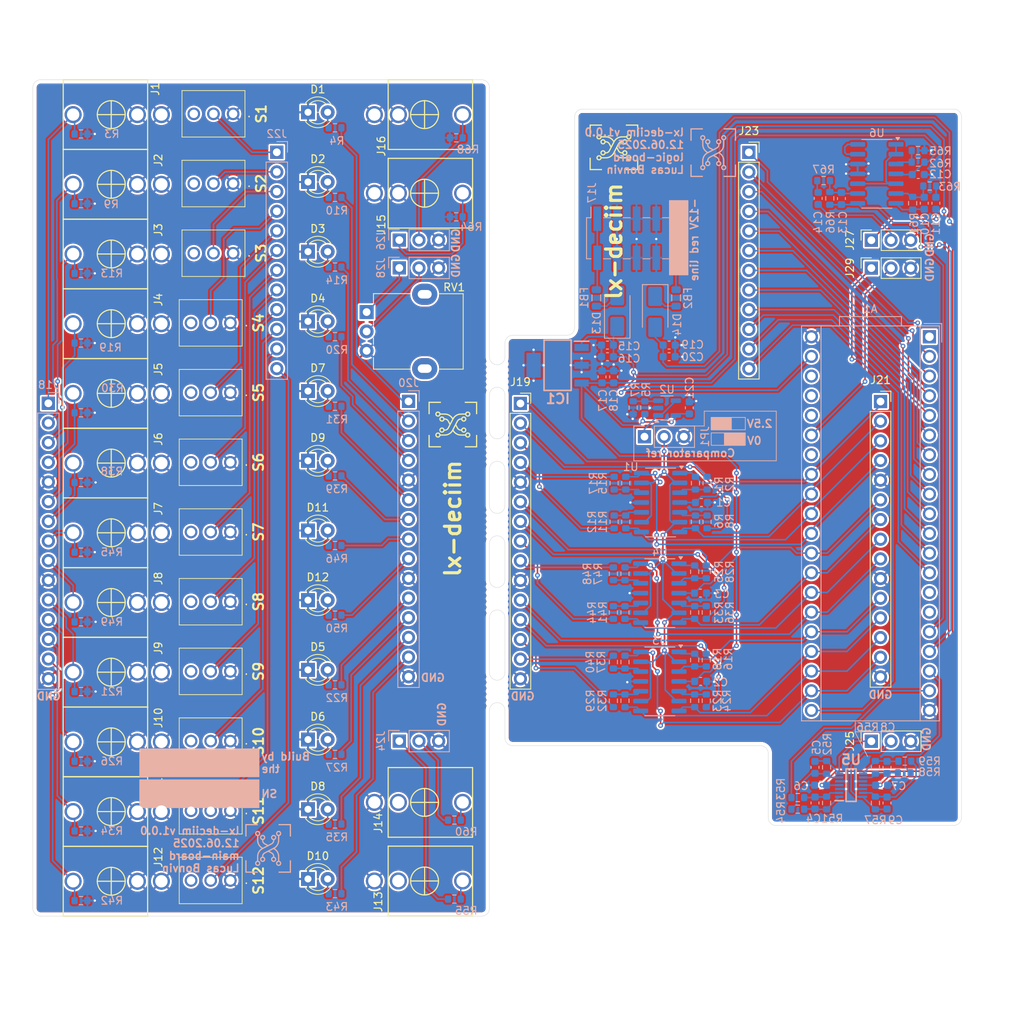
<source format=kicad_pcb>
(kicad_pcb (version 20241229) (generator "pcbnew") (generator_version "9.0")
  (layers (0 "F.Cu" signal) (2 "B.Cu" signal) (13 "F.Paste" user) (15 "B.Paste" user) (5 "F.SilkS" user "F.Silkscreen") (7 "B.SilkS" user "B.Silkscreen") (1 "F.Mask" user) (3 "B.Mask" user) (25 "Edge.Cuts" user))
  (net 0 "")
  (net 13 "GND")
  (net 14 "/switches/sw_08")
  (net 15 "/switches/sw_06")
  (net 16 "/audio_io/audio_out_R_daisy_level")
  (net 18 "/audio_io/audio_in_R_daisy_level")
  (net 19 "/audio_io/audio_out_L_daisy_level")
  (net 20 "/switches/sw_10")
  (net 22 "+12V")
  (net 23 "/switches/sw_04")
  (net 24 "/switches/sw_00")
  (net 26 "/switches/sw_02")
  (net 28 "/switches/sw_11")
  (net 30 "/switches/sw_01")
  (net 33 "/switches/sw_05")
  (net 34 "/switches/sw_03")
  (net 35 "/audio_io/audio_in_L_daisy_level")
  (net 36 "/switches/sw_09")
  (net 37 "/switches/sw_07")
  (net 38 "+5V")
  (net 39 "-12V")
  (net 40 "Net-(U6B--)")
  (net 41 "Net-(U6C--)")
  (net 42 "Net-(U5B--)")
  (net 43 "Net-(U5A--)")
  (net 44 "Net-(U5C--)")
  (net 45 "Net-(U5D--)")
  (net 46 "Net-(D1-A)")
  (net 47 "Net-(D2-A)")
  (net 48 "Net-(D3-A)")
  (net 49 "Net-(D4-A)")
  (net 50 "Net-(D5-A)")
  (net 51 "Net-(D6-A)")
  (net 52 "Net-(D7-A)")
  (net 53 "Net-(D8-A)")
  (net 54 "Net-(D9-A)")
  (net 55 "Net-(D10-A)")
  (net 56 "Net-(D11-A)")
  (net 57 "Net-(D12-A)")
  (net 58 "Net-(D13-A)")
  (net 59 "Net-(D14-K)")
  (net 60 "/power/+12V_euro")
  (net 61 "/power/-12V_euro")
  (net 62 "trigger_comp_level")
  (net 63 "2.5V_REF")
  (net 64 "Net-(U2-+)")
  (net 65 "Net-(U1A-+)")
  (net 66 "Net-(U1B-+)")
  (net 67 "Net-(U1C-+)")
  (net 68 "Net-(U1D-+)")
  (net 69 "Net-(U3A-+)")
  (net 70 "Net-(U3B-+)")
  (net 71 "Net-(U3C-+)")
  (net 72 "Net-(U3D-+)")
  (net 73 "Net-(U4A-+)")
  (net 74 "Net-(U4B-+)")
  (net 75 "Net-(U4C-+)")
  (net 76 "Net-(U4D-+)")
  (net 77 "Net-(U6A-+)")
  (net 78 "V_audio_bias")
  (net 79 "Net-(U6D--)")
  (net 80 "+3V3")
  (net 81 "Net-(A1-SAI2_SCK)")
  (net 82 "Net-(C4-Pad2)")
  (net 83 "Net-(C8-Pad2)")
  (net 84 "Net-(C11-Pad2)")
  (net 85 "Net-(C14-Pad2)")
  (net 88 "I_00")
  (net 89 "I_01")
  (net 90 "I_02")
  (net 91 "I_03")
  (net 92 "I_08")
  (net 93 "I_09")
  (net 94 "I_04")
  (net 95 "I_10")
  (net 96 "I_05")
  (net 97 "I_11")
  (net 98 "I_06")
  (net 99 "I_07")
  (net 100 "I'_10")
  (net 101 "I'_04")
  (net 102 "I'_01")
  (net 103 "I'_05")
  (net 104 "I'_02")
  (net 105 "I'_06")
  (net 106 "I'_08")
  (net 107 "I'_00")
  (net 108 "I'_11")
  (net 109 "I'_07")
  (net 110 "I'_09")
  (net 111 "I'_03")
  (net 112 "trig_sig_00")
  (net 113 "trig_sig_01")
  (net 114 "trig_sig_04")
  (net 115 "trig_sig_03")
  (net 116 "trig_sig_09")
  (net 117 "trig_sig_07")
  (net 118 "trig_sig_11")
  (net 119 "trig_sig_06")
  (net 120 "trig_sig_05")
  (net 121 "trig_sig_10")
  (net 122 "trig_sig_02")
  (net 123 "trig_sig_08")
  (net 124 "trig_sig'_00")
  (net 125 "trig_sig'_01")
  (net 126 "trig_sig'_04")
  (net 127 "trig_sig'_03")
  (net 128 "trig_sig'_09")
  (net 129 "trig_sig'_07")
  (net 130 "trig_sig'_11")
  (net 131 "trig_sig'_06")
  (net 132 "trig_sig'_05")
  (net 133 "trig_sig'_10")
  (net 134 "trig_sig'_02")
  (net 135 "trig_sig'_08")
  (net 136 "Net-(A1-SPI1_POCI)")
  (net 137 "Net-(A1-SPI1_CS)")
  (net 138 "Net-(A1-I2C1_SCL)")
  (net 139 "Net-(A1-SD_CMD)")
  (net 140 "Net-(A1-SD_DATA_3)")
  (net 141 "Net-(A1-SD_DATA_1)")
  (net 142 "Net-(A1-I2C1_SDA)")
  (net 143 "Net-(A1-SD_DATA_2)")
  (net 144 "Net-(A1-SD_CLK)")
  (net 145 "Net-(A1-SD_DATA_0)")
  (net 146 "Net-(A1-SPI1_PICO)")
  (net 147 "Net-(A1-SPI1_SCK)")
  (net 148 "In'_R")
  (net 149 "In'_L")
  (net 150 "Out_R")
  (net 151 "Out_L")
  (net 152 "In_R")
  (net 153 "In_L")
  (net 154 "Out'_L")
  (net 155 "Out'_R")
  (net 156 "Net-(J13-PadT)")
  (net 157 "Net-(J14-PadT)")
  (net 158 "Net-(J28-Pin_1)")
  (net 159 "Net-(J28-Pin_2)")
  (footprint "2MS1T1B3M2QES:2MS1T1B3M2QES" (layer "F.Cu") (at 49.9645 61.4 90)
    (property "Reference" "S4")
    (property "Value" "2MS1T1B3M2QES" (hide yes))
  )
  (footprint "" (layer "F.Cu") (at 87.96 85.894 90)
    (property "Reference" "")
    (property "Value" "")
  )
  (footprint "LED_THT:LED_D3.0mm" (layer "F.Cu") (at 62.53 106.2)
    (property "Reference" "D5")
    (property "Value" "LED")
  )
  (footprint "LED_THT:LED_D3.0mm" (layer "F.Cu") (at 62.53 97.2)
    (property "Reference" "D12")
    (property "Value" "LED")
  )
  (footprint "2MS1T1B3M2QES:2MS1T1B3M2QES" (layer "F.Cu") (at 49.9645 115.4 90)
    (property "Reference" "S10")
    (property "Value" "2MS1T1B3M2QES" (hide yes))
  )
  (footprint "" (layer "F.Cu") (at 87.96 79.306 90)
    (property "Reference" "")
    (property "Value" "")
  )
  (footprint "" (layer "F.Cu") (at 87.96 95.464 90)
    (property "Reference" "")
    (property "Value" "")
  )
  (footprint "" (layer "F.Cu") (at 85.96 86.668 90)
    (property "Reference" "")
    (property "Value" "")
  )
  (footprint "LED_THT:LED_D3.0mm" (layer "F.Cu") (at 62.53 79.2)
    (property "Reference" "D9")
    (property "Value" "LED")
  )
  (footprint "PJ301M-12:PJ301M-12" (layer "F.Cu") (at 37.12 124.5 90)
    (property "Reference" "J11")
    (property "Value" "AudioJack2_SwitchT")
  )
  (footprint "Connector_PinSocket_2.54mm:PinSocket_1x03_P2.54mm_Vertical" (layer "F.Cu") (at 135.28 54.32 90)
    (property "Reference" "J29")
    (property "Value" "Conn_01x03_Socket")
  )
  (footprint "LED_THT:LED_D3.0mm" (layer "F.Cu") (at 62.53 43.2)
    (property "Reference" "D2")
    (property "Value" "LED")
  )
  (footprint "PJ301M-12:PJ301M-12" (layer "F.Cu") (at 37.12 115.5 90)
    (property "Reference" "J10")
    (property "Value" "AudioJack2_SwitchT")
  )
  (footprint "" (layer "F.Cu") (at 87.96 96.238 90)
    (property "Reference" "")
    (property "Value" "")
  )
  (footprint "PJ301M-12:PJ301M-12" (layer "F.Cu") (at 37.12 43.5 90)
    (property "Reference" "J2")
    (property "Value" "AudioJack2_SwitchT")
  )
  (footprint "" (layer "F.Cu") (at 85.96 109.708 90)
    (property "Reference" "")
    (property "Value" "")
  )
  (footprint "" (layer "F.Cu") (at 87.96 110.47 90)
    (property "Reference" "")
    (property "Value" "")
  )
  (footprint "" (layer "F.Cu") (at 85.96 95.464 90)
    (property "Reference" "")
    (property "Value" "")
  )
  (footprint "" (layer "F.Cu") (at 85.96 88.168 90)
    (property "Reference" "")
    (property "Value" "")
  )
  (footprint "PJ301M-12:PJ301M-12" (layer "F.Cu") (at 37.12 70.5 90)
    (property "Reference" "J5")
    (property "Value" "AudioJack2_SwitchT")
  )
  (footprint "" (layer "F.Cu") (at 85.96 78.544 90)
    (property "Reference" "")
    (property "Value" "")
  )
  (footprint "2MS1T1B3M2QES:2MS1T1B3M2QES" (layer "F.Cu") (at 49.9645 133.4 90)
    (property "Reference" "S12")
    (property "Value" "2MS1T1B3M2QES" (hide yes))
  )
  (footprint "" (layer "F.Cu") (at 87.96 77.794 90)
    (property "Reference" "")
    (property "Value" "")
  )
  (footprint "PJ301M-12:PJ301M-12" (layer "F.Cu") (at 77.58 34.5 -90)
    (property "Reference" "J16")
    (property "Value" "AudioJack2_SwitchT")
  )
  (footprint "" (layer "F.Cu") (at 85.96 69.736 90)
    (property "Reference" "")
    (property "Value" "")
  )
  (footprint "" (layer "F.Cu") (at 85.96 110.47 90)
    (property "Reference" "")
    (property "Value" "")
  )
  (footprint "Connector_PinSocket_2.54mm:PinSocket_1x15_P2.54mm_Vertical" (layer "F.Cu") (at 89.96 71.8)
    (property "Reference" "J19")
    (property "Value" "Conn_01x15_Socket")
  )
  (footprint "" (layer "F.Cu") (at 87.96 97.75 90)
    (property "Reference" "")
    (property "Value" "")
  )
  (footprint "PJ301M-12:PJ301M-12" (layer "F.Cu") (at 77.58 133.465 -90)
    (property "Reference" "J13")
    (property "Value" "AudioJack2_SwitchT")
  )
  (footprint "2MS1T1B3M2QES:2MS1T1B3M2QES" (layer "F.Cu") (at 49.9645 70.4 90)
    (property "Reference" "S5")
    (property "Value" "2MS1T1B3M2QES" (hide yes))
  )
  (footprint "LED_THT:LED_D3.0mm" (layer "F.Cu") (at 62.53 70.2)
    (property "Reference" "D7")
    (property "Value" "LED")
  )
  (footprint "PJ301M-12:PJ301M-12" (layer "F.Cu") (at 37.12 133.5 90)
    (property "Reference" "J12")
    (property "Value" "AudioJack2_SwitchT")
  )
  (footprint "2MS1T1B3M2QES:2MS1T1B3M2QES" (layer "F.Cu") (at 49.9645 97.4 90)
    (property "Reference" "S8")
    (property "Value" "2MS1T1B3M2QES" (hide yes))
  )
  (footprint "" (layer "F.Cu") (at 87.96 88.93 90)
    (property "Reference" "")
    (property "Value" "")
  )
  (footprint "" (layer "F.Cu") (at 85.96 108.208 90)
    (property "Reference" "")
    (property "Value" "")
  )
  (footprint "" (layer "F.Cu") (at 87.96 68.224 90)
    (property "Reference" "")
    (property "Value" "")
  )
  (footprint "" (layer "F.Cu") (at 87.96 69.736 90)
    (property "Reference" "")
    (property "Value" "")
  )
  (footprint "" (layer "F.Cu") (at 87.96 68.986 90)
    (property "Reference" "")
    (property "Value" "")
  )
  (footprint "" (layer "F.Cu") (at 85.96 76.27 90)
    (property "Reference" "")
    (property "Value" "")
  )
  (footprint "" (layer "F.Cu") (at 87.96 88.18 90)
    (property "Reference" "")
    (property "Value" "")
  )
  (footprint "" (layer "F.Cu") (at 87.96 76.27 90)
    (property "Reference" "")
    (property "Value" "")
  )
  (footprint "" (layer "F.Cu") (at 87.96 67.474 90)
    (property "Reference" "")
    (property "Value" "")
  )
  (footprint "PJ301M-12:PJ301M-12" (layer "F.Cu") (at 37.12 34.5 90)
    (property "Reference" "J1")
    (property "Value" "AudioJack2_SwitchT")
  )
  (footprint "2MS1T1B3M2QES:2MS1T1B3M2QES" (layer "F.Cu") (at 49.9645 124.4 90)
    (property "Reference" "S11")
    (property "Value" "2MS1T1B3M2QES" (hide yes))
  )
  (footprint "2MS1T1B3M2QES:2MS1T1B3M2QES" (layer "F.Cu") (at 50.3215 34.4 90)
    (property "Reference" "S1")
    (property "Value" "2MS1T1B3M2QES" (hide yes))
  )
  (footprint "" (layer "F.Cu") (at 85.96 85.894 90)
    (property "Reference" "")
    (property "Value" "")
  )
  (footprint "" (layer "F.Cu") (at 87.96 77.044 90)
    (property "Reference" "")
    (property "Value" "")
  )
  (footprint "" (layer "F.Cu") (at 85.96 68.224 90)
    (property "Reference" "")
    (property "Value" "")
  )
  (footprint "2MS1T1B3M2QES:2MS1T1B3M2QES" (layer "F.Cu") (at 50.3215 43.4 90)
    (property "Reference" "S2")
    (property "Value" "2MS1T1B3M2QES" (hide yes))
  )
  (footprint "" (layer "F.Cu") (at 85.96 108.958 90)
    (property "Reference" "")
    (property "Value" "")
  )
  (footprint "" (layer "F.Cu") (at 87.96 96.988 90)
    (property "Reference" "")
    (property "Value" "")
  )
  (footprint "LED_THT:LED_D3.0mm" (layer "F.Cu") (at 62.53 133.2)
    (property "Reference" "D10")
    (property "Value" "LED")
  )
  (footprint "2MS1T1B3M2QES:2MS1T1B3M2QES" (layer "F.Cu") (at 49.9645 88.4 90)
    (property "Reference" "S7")
    (property "Value" "2MS1T1B3M2QES" (hide yes))
  )
  (footprint "" (layer "F.Cu") (at 85.96 107.434 90)
    (property "Reference" "")
    (property "Value" "")
  )
  (footprint "Connector_PinSocket_2.54mm:PinSocket_1x03_P2.54mm_Vertical" (layer "F.Cu") (at 135.28 50.72 90)
    (property "Reference" "J27")
    (property "Value" "Conn_01x03_Socket")
  )
  (footprint "LED_THT:LED_D3.0mm" (layer "F.Cu") (at 62.53 88.2)
    (property "Reference" "D11")
    (property "Value" "LED")
  )
  (footprint "2MS1T1B3M2QES:2MS1T1B3M2QES" (layer "F.Cu") (at 50.3215 52.4 90)
    (property "Reference" "S3")
    (property "Value" "2MS1T1B3M2QES" (hide yes))
  )
  (footprint "" (layer "F.Cu") (at 85.96 68.974 90)
    (property "Reference" "")
    (property "Value" "")
  )
  (footprint "PJ301M-12:PJ301M-12" (layer "F.Cu") (at 37.12 106.5 90)
    (property "Reference" "J9")
    (property "Value" "AudioJack2_SwitchT")
  )
  (footprint "" (layer "F.Cu") (at 87.96 108.958 90)
    (property "Reference" "")
    (property "Value" "")
  )
  (footprint "PJ301M-12:PJ301M-12" (layer "F.Cu") (at 37.12 79.5 90)
    (property "Reference" "J6")
    (property "Value" "AudioJack2_SwitchT")
  )
  (footprint "" (layer "F.Cu") (at 85.96 87.418 90)
    (property "Reference" "")
    (property "Value" "")
  )
  (footprint "" (layer "F.Cu") (at 87.96 107.434 90)
    (property "Reference" "")
    (property "Value" "")
  )
  (footprint "" (layer "F.Cu") (at 87.96 109.72 90)
    (property "Reference" "")
    (property "Value" "")
  )
  (footprint "PJ301M-12:PJ301M-12" (layer "F.Cu") (at 77.58 123.315 -90)
    (property "Reference" "J14")
    (property "Value" "AudioJack2_SwitchT")
  )
  (footprint "LED_THT:LED_D3.0mm" (layer "F.Cu") (at 62.53 52.2)
    (property "Reference" "D3")
    (property "Value" "LED")
  )
  (footprint "" (layer "F.Cu") (at 87.96 78.556 90)
    (property "Reference" "")
    (property "Value" "")
  )
  (footprint "" (layer "F.Cu") (at 85.96 77.044 90)
    (property "Reference" "")
    (property "Value" "")
  )
  (footprint "PJ301M-12:PJ301M-12" (layer "F.Cu") (at 37.12 88.5 90)
    (property "Reference" "J7")
    (property "Value" "AudioJack2_SwitchT")
  )
  (footprint "LED_THT:LED_D3.0mm" (layer "F.Cu") (at 62.53 124.2)
    (property "Reference" "D8")
    (property "Value" "LED")
  )
  (footprint "" (layer "F.Cu") (at 85.96 79.306 90)
    (property "Reference" "")
    (property "Value" "")
  )
  (footprint "" (layer "F.Cu") (at 85.96 97.738 90)
    (property "Reference" "")
    (property "Value" "")
  )
  (footprint "LED_THT:LED_D3.0mm" (layer "F.Cu") (at 62.53 61.2)
    (property "Reference" "D4")
    (property "Value" "LED")
  )
  (footprint "PJ301M-12:PJ301M-12" (layer "F.Cu") (at 37.12 52.5 90)
    (property "Reference" "J3")
    (property "Value" "AudioJack2_SwitchT")
  )
  (footprint "" (layer "F.Cu") (at 87.96 108.208 90)
    (property "Reference" "")
    (property "Value" "")
  )
  (footprint "2MS1T1B3M2QES:2MS1T1B3M2QES" (layer "F.Cu") (at 49.9645 106.4 90)
    (property "Reference" "S9")
    (property "Value" "2MS1T1B3M2QES" (hide yes))
  )
  (footprint "PJ301M-12:PJ301M-12" (layer "F.Cu") (at 37.12 61.5 90)
    (property "Reference" "J4")
    (property "Value" "AudioJack2_SwitchT")
  )
  (footprint "" (layer "F.Cu") (at 85.96 67.474 90)
    (property "Reference" "")
    (property "Value" "")
  )
  (footprint "" (layer "F.Cu") (at 87.96 98.5 90)
    (property "Reference" "")
    (property "Value" "")
  )
  (footprint "Connector_PinSocket_2.54mm:PinSocket_1x12_P2.54mm_Vertical" (layer "F.Cu") (at 119.46 39.38)
    (property "Reference" "J23")
    (property "Value" "Conn_01x12_Socket")
  )
  (footprint "PJ301M-12:PJ301M-12" (layer "F.Cu") (at 37.12 97.5 90)
    (property "Reference" "J8")
    (property "Value" "AudioJack2_SwitchT")
  )
  (footprint "" (layer "F.Cu") (at 85.96 88.93 90)
    (property "Reference" "")
    (property "Value" "")
  )
  (footprint "" (layer "F.Cu") (at 85.96 77.794 90)
    (property "Reference" "")
    (property "Value" "")
  )
  (footprint "Potentiometer_THT:Potentiometer_Alpha_RD901F-40-00D_Single_Vertical" (layer "F.Cu") (at 70.1 60)
    (property "Reference" "RV1")
    (property "Value" "10k")
  )
  (footprint "LED_THT:LED_D3.0mm" (layer "F.Cu") (at 62.53 115.2)
    (property "Reference" "D6")
    (property "Value" "LED")
  )
  (footprint "" (layer "F.Cu") (at 87.96 86.668 90)
    (property "Reference" "")
    (property "Value" "")
  )
  (footprint "Connector_PinSocket_2.54mm:PinSocket_1x03_P2.54mm_Vertical" (layer "F.Cu") (at 135.28 115.42 90)
    (property "Reference" "J25")
    (property "Value" "Conn_01x03_Socket")
  )
  (footprint "" (layer "F.Cu") (at 85.96 98.5 90)
    (property "Reference" "")
    (property "Value" "")
  )
  (footprint "" (layer "F.Cu") (at 87.96 66.7 90)
    (property "Reference" "")
    (property "Value" "")
  )
  (footprint "PJ301M-12:PJ301M-12" (layer "F.Cu") (at 77.58 44.65 -90)
    (property "Reference" "J15")
    (property "Value" "AudioJack2_SwitchT")
  )
  (footprint "Connector_PinSocket_2.54mm:PinSocket_1x15_P2.54mm_Vertical" (layer "F.Cu") (at 136.46 71.55)
    (property "Reference" "J21")
    (property "Value" "Conn_01x15_Socket")
  )
  (footprint "" (layer "F.Cu") (at 85.96 66.7 90)
    (property "Reference" "")
    (property "Value" "")
  )
  (footprint "" (layer "F.Cu") (at 85.96 96.238 90)
    (property "Reference" "")
    (property "Value" "")
  )
  (footprint "LED_THT:LED_D3.0mm" (layer "F.Cu") (at 62.53 34.2)
    (property "Reference" "D1")
    (property "Value" "LED")
  )
  (footprint "2MS1T1B3M2QES:2MS1T1B3M2QES" (layer "F.Cu") (at 49.9645 79.4 90)
    (property "Reference" "S6")
    (property "Value" "2MS1T1B3M2QES" (hide yes))
  )
  (footprint "" (layer "F.Cu") (at 87.96 87.418 90)
    (property "Reference" "")
    (property "Value" "")
  )
  (footprint "" (layer "F.Cu") (at 85.96 96.988 90)
    (property "Reference" "")
    (property "Value" "")
  )
  (footprint "Connector_PinHeader_2.54mm:PinHeader_1x12_P2.54mm_Vertical" (layer "B.Cu") (at 58.5 39.36 180)
    (property "Reference" "J22")
    (property "Value" "Conn_01x12_Pin")
  )
  (footprint "Resistor_SMD:R_0603_1608Metric" (layer "B.Cu") (at 112.46 110.19 90)
    (property "Reference" "R23")
    (property "Value" "100k")
  )
  (footprint "Package_SO:SOIC-14_3.9x8.7mm_P1.27mm" (layer "B.Cu") (at 107.96 96.29 180)
    (property "Reference" "U4")
    (property "Value" "MCP6004")
  )
  (footprint "Capacitor_SMD:C_0603_1608Metric" (layer "B.Cu") (at 137.298 123.395 -90)
    (property "Reference" "C9")
    (property "Value" "47p")
  )
  (footprint "Resistor_SMD:R_0603_1608Metric" (layer "B.Cu") (at 114.06 82.09 90)
    (property "Reference" "R2")
    (property "Value" "1k")
  )
  (footprint "Resistor_SMD:R_0603_1608Metric" (layer "B.Cu") (at 103.46 110.19 90)
    (property "Reference" "R29")
    (property "Value" "100k")
  )
  (footprint "Resistor_SMD:R_0603_1608Metric" (layer "B.Cu") (at 81.435 135.8 180)
    (property "Reference" "R55")
    (property "Value" "1k")
  )
  (footprint "Capacitor_SMD:C_0603_1608Metric" (layer "B.Cu") (at 101.2 64.265 180)
    (property "Reference" "C15")
    (property "Value" "100n")
  )
  (footprint "Resistor_SMD:R_0603_1608Metric" (layer "B.Cu") (at 129.498 118.79 90)
    (property "Reference" "R52")
    (property "Value" "100k")
  )
  (footprint "Inductor_SMD:L_0805_2012Metric" (layer "B.Cu") (at 99.76 58.165 -90)
    (property "Reference" "FB1")
    (property "Value" "FerriteBead")
  )
  (footprint "Capacitor_SMD:C_0603_1608Metric" (layer "B.Cu") (at 127.998 123.39 -90)
    (property "Reference" "C4")
    (property "Value" "47p")
  )
  (footprint "Resistor_SMD:R_0603_1608Metric" (layer "B.Cu") (at 33.215 46)
    (property "Reference" "R9")
    (property "Value" "1Meg")
  )
  (footprint "Resistor_SMD:R_0603_1608Metric" (layer "B.Cu") (at 129.91 45.315 -90)
    (property "Reference" "R66")
    (property "Value" "33k")
  )
  (footprint "Connector_PinHeader_2.54mm:PinHeader_1x03_P2.54mm_Vertical" (layer "B.Cu") (at 105.98 76.09 -90)
    (property "Reference" "JP1")
    (property "Value" "Jumper_3_Open")
  )
  (footprint "Resistor_SMD:R_0603_1608Metric" (layer "B.Cu") (at 102.06 87.09 -90)
    (property "Reference" "R12")
    (property "Value" "1k")
  )
  (footprint "Resistor_SMD:R_0603_1608Metric" (layer "B.Cu") (at 66.0165 36.2 180)
    (property "Reference" "R4")
    (property "Value" "1k")
  )
  (footprint "Resistor_SMD:R_0603_1608Metric" (layer "B.Cu") (at 66.0165 108.127273 180)
    (property "Reference" "R22")
    (property "Value" "1k")
  )
  (footprint "Capacitor_SMD:C_0603_1608Metric" (layer "B.Cu") (at 127.998 118.79 90)
    (property "Reference" "C5")
    (property "Value" "47p")
  )
  (footprint "Resistor_SMD:R_0603_1608Metric" (layer "B.Cu") (at 112.46 98.79 90)
    (property "Reference" "R33")
    (property "Value" "100k")
  )
  (footprint "Capacitor_SMD:C_0603_1608Metric" (layer "B.Cu") (at 143.61 45.945 90)
    (property "Reference" "C11")
    (property "Value" "10u")
  )
  (footprint "Resistor_SMD:R_0603_1608Metric" (layer "B.Cu") (at 103.56 82.09 -90)
    (property "Reference" "R15")
    (property "Value" "100k")
  )
  (footprint "Resistor_SMD:R_0603_1608Metric" (layer "B.Cu") (at 33.215 127)
    (property "Reference" "R34")
    (property "Value" "1Meg")
  )
  (footprint "Resistor_SMD:R_0603_1608Metric" (layer "B.Cu") (at 129.498 123.39 -90)
    (property "Reference" "R51")
    (property "Value" "100k")
  )
  (footprint "Resistor_SMD:R_0603_1608Metric" (layer "B.Cu") (at 66.0165 99.136364 180)
    (property "Reference" "R50")
    (property "Value" "1k")
  )
  (footprint "Resistor_SMD:R_0603_1608Metric" (layer "B.Cu") (at 66.0165 45.190909 180)
    (property "Reference" "R10")
    (property "Value" "1k")
  )
  (footprint "Package_SO:SOIC-14_3.9x8.7mm_P1.27mm" (layer "B.Cu") (at 107.96 107.69 180)
    (property "Reference" "U3")
    (property "Value" "MCP6004")
  )
  (footprint "Capacitor_SMD:C_0603_1608Metric" (layer "B.Cu") (at 128.723 121.09 180)
    (property "Reference" "C6")
    (property "Value" "100n")
  )
  (footprint "Resistor_SMD:R_0603_1608Metric" (layer "B.Cu") (at 112.46 93.54 -90)
    (property "Reference" "R25")
    (property "Value" "100k")
  )
  (footprint "Resistor_SMD:R_0603_1608Metric" (layer "B.Cu") (at 66.0165 126.109091 180)
    (property "Reference" "R35")
    (property "Value" "1k")
  )
  (footprint "Resistor_SMD:R_0603_1608Metric" (layer "B.Cu") (at 113.96 98.79 -90)
    (property "Reference" "R36")
    (property "Value" "1k")
  )
  (footprint "Resistor_SMD:R_0603_1608Metric" (layer "B.Cu") (at 112.46 104.94 -90)
    (property "Reference" "R16")
    (property "Value" "100k")
  )
  (footprint "Module:Electrosmith_Daisy_Seed" (layer "B.Cu") (at 142.78 63.185 180)
    (property "Reference" "A1")
    (property "Value" "Electrosmith_Daisy_Seed_Rev4")
  )
  (footprint "Capacitor_SMD:C_0603_1608Metric" (layer "B.Cu") (at 136.598 121.09 180)
    (property "Reference" "C7")
    (property "Value" "100n")
  )
  (footprint "Capacitor_SMD:C_0603_1608Metric" (layer "B.Cu") (at 100.5 68.365 90)
    (property "Reference" "C17")
    (property "Value" "100n")
  )
  (footprint "Resistor_SMD:R_0603_1608Metric" (layer "B.Cu") (at 106.02 72.34 -90)
    (property "Reference" "R5")
    (property "Value" "100k")
  )
  (footprint "Resistor_SMD:R_0603_1608Metric" (layer "B.Cu") (at 125.773 124.19)
    (property "Reference" "R54")
    (property "Value" "33k")
  )
  (footprint "Capacitor_SMD:C_0603_1608Metric" (layer "B.Cu") (at 113.335 84.59)
    (property "Reference" "C1")
    (property "Value" "100n")
  )
  (footprint "Connector_PinHeader_2.54mm:PinHeader_2x05_P2.54mm_Vertical_SMD" (layer "B.Cu") (at 104.96 50.465 -90)
    (property "Reference" "J17")
    (property "Value" "Conn_01x10")
  )
  (footprint "Resistor_SMD:R_0603_1608Metric" (layer "B.Cu") (at 141.31 40.64)
    (property "Reference" "R62")
    (property "Value" "100k")
  )
  (footprint "Resistor_SMD:R_0603_1608Metric" (layer "B.Cu") (at 142.81 43.72)
    (property "Reference" "R63")
    (property "Value" "100k")
  )
  (footprint "Resistor_SMD:R_0603_1608Metric" (layer "B.Cu") (at 135.798 118.79 90)
    (property "Reference" "R56")
    (property "Value" "100k")
  )
  (footprint "Resistor_SMD:R_0603_1608Metric" (layer "B.Cu") (at 125.773 122.69 180)
    (property "Reference" "R53")
    (property "Value" "100k")
  )
  (footprint "Connector_PinHeader_2.54mm:PinHeader_1x03_P2.54mm_Vertical" (layer "B.Cu") (at 74.32 115.4 -90)
    (property "Reference" "J24")
    (property "Value" "Conn_01x03_Pin")
  )
  (footprint "Resistor_SMD:R_0603_1608Metric" (layer "B.Cu") (at 81.675 47.7 180)
    (property "Reference" "R64")
    (property "Value" "2Meg")
  )
  (footprint "Connector_PinHeader_2.54mm:PinHeader_1x03_P2.54mm_Vertical" (layer "B.Cu") (at 74.32 54.3 -90)
    (property "Reference" "J28")
    (property "Value" "Conn_01x03_Pin")
  )
  (footprint "Capacitor_SMD:C_0603_1608Metric" (layer "B.Cu") (at 102 68.365 -90)
    (property "Reference" "C18")
    (property "Value" "10u")
  )
  (footprint "Capacitor_SMD:C_0603_1608Metric" (layer "B.Cu") (at 141.335 42.24)
    (property "Reference" "C12")
    (property "Value" "100n")
  )
  (footprint "Resistor_SMD:R_0603_1608Metric" (layer "B.Cu") (at 141.31 39.14 180)
    (property "Reference" "R65")
    (property "Value" "100k")
  )
  (footprint "Capacitor_SMD:C_0603_1608Metric" (layer "B.Cu") (at 113.235 107.69)
    (property "Reference" "C2")
    (property "Value" "100n")
  )
  (footprint "Resistor_SMD:R_0603_1608Metric" (layer "B.Cu") (at 103.46 98.79 90)
    (property "Reference" "R41")
    (property "Value" "100k")
  )
  (footprint "Capacitor_SMD:C_0603_1608Metric" (layer "B.Cu") (at 128.41 45.32 90)
    (property "Reference" "C14")
    (property "Value" "10u")
  )
  (footprint "Diode_SMD:D_SMA" (layer "B.Cu") (at 102.46 59.865 90)
    (property "Reference" "D13")
    (property "Value" "US1B")
  )
  (footprint "Resistor_SMD:R_0603_1608Metric" (layer "B.Cu") (at 139.598 117.99 180)
    (property "Reference" "R59")
    (property "Value" "33k")
  )
  (footprint "Resistor_SMD:R_0603_1608Metric" (layer "B.Cu") (at 102.06 82.09 90)
    (property "Reference" "R17")
    (property "Value" "1k")
  )
  (footprint "Resistor_SMD:R_0603_1608Metric" (layer "B.Cu") (at 103.46 93.79 -90)
    (property "Reference" "R47")
    (property "Value" "100k")
  )
  (footprint "Capacitor_SMD:C_0603_1608Metric" (layer "B.Cu") (at 131.41 45.34 -90)
    (property "Reference" "C13")
    (property "Value" "47p")
  )
  (footprint "Resistor_SMD:R_0603_1608Metric" (layer "B.Cu") (at 101.96 98.79 -90)
    (property "Reference" "R44")
    (property "Value" "1k")
  )
  (footprint "Resistor_SMD:R_0603_1608Metric" (layer "B.Cu") (at 81.435 125.6 180)
    (property "Reference" "R60")
    (property "Value" "1k")
  )
  (footprint "Resistor_SMD:R_0603_1608Metric" (layer "B.Cu") (at 66.0165 90.145455 180)
    (property "Reference" "R46")
    (property "Value" "1k")
  )
  (footprint "Diode_SMD:D_SMA" (layer "B.Cu") (at 107.36 59.965 -90)
    (property "Reference" "D14")
    (property "Value" "US1B")
  )
  (footprint "Package_SO:SOIC-14_3.9x8.7mm_P1.27mm" (layer "B.Cu") (at 108.06 84.59 180)
    (property "Reference" "U1")
    (property "Value" "MCP6004")
  )
  (footprint "TL074:SOP50P326X110-14N" (layer "B.Cu") (at 132.66 121.09)
    (property "Reference" "U5")
    (property "Value" "TL074" (hide yes))
  )
  (footprint "Resistor_SMD:R_0603_1608Metric" (layer "B.Cu") (at 33.215 37)
    (property "Reference" "R3")
    (property "Value" "1Meg")
  )
  (footprint "Resistor_SMD:R_0603_1608Metric" (layer "B.Cu") (at 101.96 105.19 90)
    (property "Reference" "R40")
    (property "Value" "1k" (hide yes))
  )
  (footprint "Resistor_SMD:R_0603_1608Metric" (layer "B.Cu") (at 66.0165 63.172727 180)
    (property "Reference" "R20")
    (property "Value" "1k")
  )
  (footprint "Resistor_SMD:R_0603_1608Metric" (layer "B.Cu") (at 33.215 136)
    (property "Reference" "R42")
    (property "Value" "1Meg")
  )
  (footprint "Resistor_SMD:R_0603_1608Metric" (layer "B.Cu") (at 33.215 64)
    (property "Reference" "R19")
    (property "Value" "1Meg")
  )
  (footprint "Capacitor_SMD:C_0603_1608Metric" (layer "B.Cu") (at 101.2 65.765 180)
    (property "Reference" "C16")
    (property "Value" "1u")
  )
  (footprint "Capacitor_SMD:C_0603_1608Metric" (layer "B.Cu") (at 109.16 65.765)
    (property "Reference" "C20")
    (property "Value" "1u")
  )
  (footprint "Resistor_SMD:R_0603_1608Metric" (layer "B.Cu") (at 81.675 37.5 180)
    (property "Reference" "R68")
    (property "Value" "2Meg")
  )
  (footprint "Resistor_SMD:R_0603_1608Metric" (layer "B.Cu") (at 113.96 104.94 90)
    (property "Reference" "R18")
    (property "Value" "1k")
  )
  (footprint "Resistor_SMD:R_0603_1608Metric" (layer "B.Cu") (at 101.96 110.19 -90)
    (property "Reference" "R32")
    (property "Value" "1k")
  )
  (footprint "Package_SO:SOIC-14_3.9x8.7mm_P1.27mm" (layer "B.Cu") (at 135.985 42.15 180)
    (property "Reference" "U6")
    (property "Value" "MCP6004")
  )
  (footprint "Resistor_SMD:R_0603_1608Metric" (layer "B.Cu") (at 104.52 72.34 90)
    (property "Reference" "R7")
    (property "Value" "100k")
  )
  (footprint "Resistor_SMD:R_0603_1608Metric" (layer "B.Cu") (at 113.96 93.54 90)
    (property "Reference" "R28")
    (property "Value" "1k")
  )
  (footprint "Capacitor_SMD:C_0603_1608Metric" (layer "B.Cu") (at 111.77 72.365 90)
    (property "Reference" "C21")
    (property "Value" "100n")
  )
  (footprint "Resistor_SMD:R_0603_1608Metric" (layer "B.Cu") (at 33.215 118)
    (property "Reference" "R26")
    (property "Value" "1Meg")
  )
  (footprint "Resistor_SMD:R_0603_1608Metric" (layer "B.Cu") (at 66.0165 72.163636 180)
    (property "Reference" "R31")
    (property "Value" "1k")
  )
  (footprint "Resistor_SMD:R_0603_1608Metric" (layer "B.Cu") (at 33.215 109)
    (property "Reference" "R21")
    (property "Value" "1Meg")
  )
  (footprint "AZ1117CH2-5.0TRG1:SOT230P700X180-4N" (layer "B.Cu") (at 94.76 66.865 180)
    (property "Reference" "IC1")
    (property "Value" "AZ1117CH2-5.0TRG1" (hide yes))
  )
  (footprint "Resistor_SMD:R_0603_1608Metric" (layer "B.Cu") (at 140.61 45.945 -90)
    (property "Reference" "R61")
    (property "Value" "33k")
  )
  (footprint "Resistor_SMD:R_0603_1608Metric" (layer "B.Cu") (at 33.215 91)
    (property "Reference" "R45")
    (property "Value" "1Meg")
  )
  (footprint "Capacitor_SMD:C_0603_1608Metric" (layer "B.Cu") (at 142.11 45.945 -90)
    (property "Reference" "C10")
    (property "Value" "47p")
  )
  (footprint "Resistor_SMD:R_0603_1608Metric" (layer "B.Cu") (at 66.0165 135.1 180)
    (property "Reference" "R43")
    (property "Value" "1k")
  )
  (footprint "Resistor_SMD:R_0603_1608Metric" (layer "B.Cu") (at 112.56 82.09 -90)
    (property "Reference" "R1")
    (property "Value" "100k")
  )
  (footprint "Resistor_SMD:R_0603_1608Metric" (layer "B.Cu") (at 33.215 55)
    (property "Reference" "R13")
    (property "Value" "1Meg")
  )
  (footprint "Inductor_SMD:L_0805_2012Metric" (layer "B.Cu") (at 110.06 58.165 -90)
    (property "Reference" "FB2")
    (property "Value" "FerriteBead")
  )
  (footprint "Connector_PinHeader_2.54mm:PinHeader_1x15_P2.54mm_Vertical" (layer "B.Cu") (at 75.51 71.53 180)
    (property "Reference" "J20")
    (property "Value" "Conn_01x15_Pin")
  )
  (footprint "Resistor_SMD:R_0603_1608Metric" (layer "B.Cu") (at 103.46 105.19 -90)
    (property "Reference" "R37")
    (property "Value" "100k")
  )
  (footprint "Connector_PinHeader_2.54mm:PinHeader_1x15_P2.54mm_Vertical" (layer "B.Cu") (at 29 71.78 180)
    (property "Reference" "J18")
    (property "Value" "Conn_01x15_Pin")
  )
  (footprint "Resistor_SMD:R_0603_1608Metric" (layer "B.Cu") (at 129.11 43.02 180)
    (property "Reference" "R67")
    (property "Value" "100k")
  )
  (footprint "Capacitor_SMD:C_0603_1608Metric" (layer "B.Cu") (at 109.16 64.265)
    (property "Reference" "C19")
    (property "Value" "100n")
  )
  (footprint "Resistor_SMD:R_0603_1608Metric" (layer "B.Cu") (at 135.798 123.39 -90)
    (property "Reference" "R57")
    (property "Value" "100k")
  )
  (footprint "Resistor_SMD:R_0603_1608Metric" (layer "B.Cu") (at 113.96 110.19 -90)
    (property "Reference" "R24")
    (property "Value" "1k")
  )
  (footprint "Resistor_SMD:R_0603_1608Metric" (layer "B.Cu") (at 114.06 87.09 -90)
    (property "Reference" "R8")
    (property "Value" "1k")
  )
  (footprint "Resistor_SMD:R_0603_1608Metric" (layer "B.Cu") (at 101.96 93.79 90)
    (property "Reference" "R48")
    (property "Value" "1k" (hide yes))
  )
  (footprint "Capacitor_SMD:C_0603_1608Metric" (layer "B.Cu") (at 113.21 96.29)
    (property "Reference" "C3")
    (property "Value" "100n")
  )
  (footprint "Package_TO_SOT_SMD:SOT-23-5" (layer "B.Cu") (at 108.8825 72.39)
    (property "Reference" "U2")
    (property "Value" "MCP6001-OT")
  )
  (footprint "Resistor_SMD:R_0603_1608Metric" (layer "B.Cu") (at 112.56 87.09 90)
    (property "Reference" "R6")
    (property "Value" "100k")
  )
  (footprint "Resistor_SMD:R_0603_1608Metric" (layer "B.Cu") (at 139.523 119.49)
    (property "Reference" "R58")
    (property "Value" "100k")
  )
  (footprint "Resistor_SMD:R_0603_1608Metric" (layer "B.Cu") (at 33.215 82)
    (property "Reference" "R38")
    (property "Value" "1Meg")
  )
  (footprint "Resistor_SMD:R_0603_1608Metric" (layer "B.Cu") (at 66.0165 81.154545 180)
    (property "Reference" "R39")
    (property "Value" "1k")
  )
  (footprint "Capacitor_SMD:C_0603_1608Metric" (layer "B.Cu") (at 137.298 118.79 90)
    (property "Reference" "C8")
    (property "Value" "47p")
  )
  (footprint "Resistor_SMD:R_0603_1608Metric" (layer "B.Cu") (at 66.0165 54.181818 180)
    (property "Reference" "R14")
    (property "Value" "1k")
  )
  (footprint "Resistor_SMD:R_0603_1608Metric" (layer "B.Cu") (at 66.0165 117.118182 180)
    (property "Reference" "R27")
    (property "Value" "1k")
  )
  (footprint "Connector_PinHeader_2.54mm:PinHeader_1x03_P2.54mm_Vertical" (layer "B.Cu") (at 74.32 50.7 -90)
    (property "Reference" "J26")
    (property "Value" "Conn_01x03_Pin")
  )
  (footprint "Resistor_SMD:R_0603_1608Metric" (layer "B.Cu") (at 103.56 87.09 90)
    (property "Reference" "R11")
    (property "Value" "100k")
  )
  (footprint "Resistor_SMD:R_0603_1608Metric" (layer "B.Cu") (at 33.215 100)
    (property "Reference" "R49")
    (property "Value" "1Meg")
  )
  (footprint "Resistor_SMD:R_0603_1608Metric" (layer "B.Cu") (at 33.215 73)
    (property "Reference" "R30")
    (property "Value" "1Meg")
  )
  (gr_poly (pts (xy 99.770846 41.51546) (xy 99.045117 41.51546) (xy 99.045117 40.789732) (xy 99.045117 40.064003) (xy 98.965466 40.064003) (xy 98.885812 40.064003) (xy 98.885812 40.869384) (xy 98.885812 41.674766) (xy 99.691195 41.674766) (xy 99.691192 41.674676) (xy 100.496575 41.674676) (xy 100.496575 41.595022) (xy 100.496575 41.51546)) (fill yes) (layer "F.SilkS"))
  (gr_poly (pts (xy 104.301522 40.058675) (xy 104.299429 40.033674) (xy 104.295505 40.009276) (xy 104.289828 39.98554) (xy 104.282472 39.962525) (xy 104.273512 39.94029) (xy 104.263025 39.918893) (xy 104.251084 39.898394) (xy 104.237767 39.878851) (xy 104.223148 39.860323) (xy 104.207302 39.842869) (xy 104.190305 39.826549) (xy 104.172233 39.81142) (xy 104.15316 39.797542) (xy 104.133163 39.784974) (xy 104.112316 39.773774) (xy 104.090695 39.764001) (xy 104.068375 39.755715) (xy 104.045432 39.748973) (xy 104.021941 39.743836) (xy 103.997978 39.740361) (xy 103.973618 39.738608) (xy 103.948935 39.738636) (xy 103.924007 39.740503) (xy 103.898907 39.744268) (xy 103.873713 39.74999) (xy 103.848498 39.757729) (xy 103.823338 39.767542) (xy 103.798309 39.779489) (xy 103.784998 39.786972) (xy 103.771859 39.795387) (xy 103.75895 39.804663) (xy 103.746328 39.814732) (xy 103.734051 39.825524) (xy 103.722176 39.83697) (xy 103.710761 39.849001) (xy 103.699864 39.861547) (xy 103.689542 39.874539) (xy 103.679853 39.887907) (xy 103.670854 39.901583) (xy 103.662604 39.915497) (xy 103.655159 39.92958) (xy 103.648577 39.943762) (xy 103.642917 39.957974) (xy 103.638235 39.972146) (xy 103.631194 39.996057) (xy 103.366332 39.997796) (xy 103.238618 39.998111) (xy 103.132549 39.997013) (xy 103.086481 39.99583) (xy 103.044444 39.994171) (xy 103.005977 39.991995) (xy 102.970621 39.989259) (xy 102.937914 39.985924) (xy 102.907397 39.981948) (xy 102.87861 39.97729) (xy 102.851092 39.971909) (xy 102.824382 39.965763) (xy 102.798022 39.958813) (xy 102.77155 39.951017) (xy 102.744506 39.942334) (xy 102.698501 39.925886) (xy 102.653479 39.907497) (xy 102.609489 39.887207) (xy 102.566586 39.86506) (xy 102.52482 39.841096) (xy 102.484243 39.815356) (xy 102.444907 39.787884) (xy 102.406865 39.758719) (xy 102.370167 39.727903) (xy 102.334866 39.695479) (xy 102.301013 39.661487) (xy 102.268661 39.62597) (xy 102.237861 39.588968) (xy 102.208666 39.550524) (xy 102.181126 39.510679) (xy 102.155294 39.469474) (xy 102.125057 39.418733) (xy 102.189916 39.29291) (xy 102.320147 39.040277) (xy 102.34589 38.990823) (xy 102.357417 38.969026) (xy 102.367664 38.949893) (xy 102.376346 38.933954) (xy 102.383174 38.921743) (xy 102.387863 38.913792) (xy 102.389315 38.91158) (xy 102.390124 38.910634) (xy 102.391016 38.911162) (xy 102.392712 38.91328) (xy 102.398336 38.92197) (xy 102.406644 38.936068) (xy 102.417283 38.954938) (xy 102.444142 39.00446) (xy 102.476092 39.065455) (xy 102.508027 39.126959) (xy 102.521778 39.15303) (xy 102.534281 39.176342) (xy 102.545709 39.19717) (xy 102.556233 39.215784) (xy 102.566025 39.232459) (xy 102.575259 39.247466) (xy 102.584105 39.261078) (xy 102.592737 39.273568) (xy 102.601326 39.285208) (xy 102.610045 39.29627) (xy 102.619066 39.307028) (xy 102.628561 39.317754) (xy 102.638701 39.32872) (xy 102.649661 39.340199) (xy 102.669876 39.360204) (xy 102.690772 39.379067) (xy 102.712334 39.396781) (xy 102.734546 39.413338) (xy 102.757392 39.428732) (xy 102.780857 39.442955) (xy 102.804925 39.456001) (xy 102.82958 39.467862) (xy 102.854807 39.478531) (xy 102.88059 39.488001) (xy 102.906913 39.496266) (xy 102.93376 39.503318) (xy 102.961117 39.50915) (xy 102.988967 39.513755) (xy 103.017294 39.517126) (xy 103.046084 39.519256) (xy 103.114614 39.52281) (xy 103.124294 39.553521) (xy 103.130947 39.571812) (xy 103.139247 39.589865) (xy 103.149089 39.607589) (xy 103.160367 39.624892) (xy 103.172975 39.641682) (xy 103.186808 39.657868) (xy 103.201759 39.673359) (xy 103.217725 39.688061) (xy 103.234598 39.701884) (xy 103.252273 39.714736) (xy 103.270645 39.726524) (xy 103.289609 39.737159) (xy 103.309057 39.746546) (xy 103.328885 39.754596) (xy 103.348988 39.761215) (xy 103.369259 39.766313) (xy 103.400072 39.771547) (xy 103.43016 39.774117) (xy 103.433412 39.77412) (xy 103.433412 39.61266) (xy 103.418323 39.611288) (xy 103.403644 39.60854) (xy 103.389425 39.604489) (xy 103.375718 39.599209) (xy 103.362572 39.592776) (xy 103.350038 39.585263) (xy 103.338167 39.576744) (xy 103.32701 39.567295) (xy 103.316616 39.556989) (xy 103.307038 39.5459) (xy 103.298325 39.534104) (xy 103.290529 39.521674) (xy 103.283699 39.508684) (xy 103.277887 39.49521) (xy 103.273143 39.481324) (xy 103.269517 39.467103) (xy 103.267061 39.452619) (xy 103.265826 39.437947) (xy 103.26586 39.423162) (xy 103.267217 39.408338) (xy 103.269945 39.39355) (xy 103.274096 39.37887) (xy 103.27972 39.364375) (xy 103.286868 39.350138) (xy 103.29559 39.336233) (xy 103.305938 39.322735) (xy 103.317962 39.309718) (xy 103.326705 39.301626) (xy 103.335827 39.294261) (xy 103.345292 39.287615) (xy 103.355064 39.281679) (xy 103.365107 39.276447) (xy 103.375386 39.27191) (xy 103.385865 39.268061) (xy 103.396507 39.264893) (xy 103.407278 39.262396) (xy 103.418141 39.260564) (xy 103.42906 39.259388) (xy 103.440001 39.258862) (xy 103.450926 39.258976) (xy 103.461801 39.259724) (xy 103.47259 39.261098) (xy 103.483256 39.263089) (xy 103.493764 39.265691) (xy 103.504078 39.268895) (xy 103.514163 39.272694) (xy 103.523982 39.27708) (xy 103.5335 39.282045) (xy 103.542682 39.287581) (xy 103.55149 39.29368) (xy 103.55989 39.300336) (xy 103.567846 39.307539) (xy 103.575322 39.315283) (xy 103.582282 39.32356) (xy 103.58869 39.332361) (xy 103.594511 39.341679) (xy 103.599709 39.351507) (xy 103.604248 39.361836) (xy 103.608093 39.372659) (xy 103.608089 39.372659) (xy 103.610749 39.381695) (xy 103.613019 39.390663) (xy 103.614901 39.399557) (xy 103.616399 39.40837) (xy 103.617514 39.417096) (xy 103.61825 39.425729) (xy 103.61861 39.434261) (xy 103.618596 39.442688) (xy 103.618211 39.451002) (xy 103.617458 39.459196) (xy 103.616338 39.467264) (xy 103.614857 39.475201) (xy 103.613015 39.482999) (xy 103.610815 39.490652) (xy 103.608261 39.498153) (xy 103.605355 39.505497) (xy 103.6021 39.512676) (xy 103.598498 39.519685) (xy 103.594553 39.526516) (xy 103.590267 39.533163) (xy 103.585642 39.539621) (xy 103.580682 39.545882) (xy 103.575389 39.551939) (xy 103.569766 39.557788) (xy 103.563816 39.56342) (xy 103.557541 39.568831) (xy 103.550944 39.574012) (xy 103.544028 39.578958) (xy 103.536796 39.583663) (xy 103.52925 39.58812) (xy 103.521394 39.592322) (xy 103.513229 39.596263) (xy 103.496851 39.602891) (xy 103.48063 39.60777) (xy 103.464616 39.610975) (xy 103.44886 39.61258) (xy 103.433412 39.61266) (xy 103.433412 39.77412) (xy 103.459458 39.774141) (xy 103.487904 39.771736) (xy 103.515434 39.767018) (xy 103.541984 39.760105) (xy 103.567491 39.751114) (xy 103.591891 39.740161) (xy 103.615121 39.727364) (xy 103.637118 39.712839) (xy 103.657817 39.696705) (xy 103.677156 39.679077) (xy 103.69507 39.660073) (xy 103.711496 39.639809) (xy 103.726372 39.618404) (xy 103.739632 39.595973) (xy 103.751214 39.572634) (xy 103.761055 39.548504) (xy 103.76909 39.523699) (xy 103.775256 39.498338) (xy 103.77949 39.472536) (xy 103.781728 39.446411) (xy 103.781907 39.42008) (xy 103.779963 39.39366) (xy 103.775832 39.367268) (xy 103.769452 39.341021) (xy 103.760758 39.315036) (xy 103.749687 39.28943) (xy 103.736176 39.26432) (xy 103.720161 39.239822) (xy 103.701578 39.216055) (xy 103.680364 39.193135) (xy 103.663102 39.177073) (xy 103.645132 39.162511) (xy 103.626524 39.14943) (xy 103.607345 39.137815) (xy 103.587664 39.127646) (xy 103.567549 39.118907) (xy 103.547069 39.111581) (xy 103.526291 39.10565) (xy 103.505284 39.101096) (xy 103.484116 39.097903) (xy 103.462855 39.096054) (xy 103.44157 39.095529) (xy 103.420329 39.096313) (xy 103.3992 39.098388) (xy 103.378251 39.101737) (xy 103.357551 39.106342) (xy 103.337168 39.112186) (xy 103.317171 39.119251) (xy 103.297626 39.127521) (xy 103.278604 39.136977) (xy 103.260171 39.147602) (xy 103.242397 39.15938) (xy 103.225349 39.172293) (xy 103.209096 39.186322) (xy 103.193706 39.201452) (xy 103.179247 39.217665) (xy 103.165788 39.234942) (xy 103.153397 39.253268) (xy 103.142141 39.272624) (xy 103.13209 39.292993) (xy 103.123312 39.314358) (xy 103.115875 39.336702) (xy 103.114175 39.341953) (xy 103.112303 39.346563) (xy 103.110149 39.35055) (xy 103.107608 39.353929) (xy 103.106159 39.355395) (xy 103.104572 39.356715) (xy 103.102835 39.357892) (xy 103.100934 39.358926) (xy 103.096586 39.360577) (xy 103.091421 39.361685) (xy 103.085332 39.362264) (xy 103.078212 39.362332) (xy 103.069954 39.361905) (xy 103.060449 39.360999) (xy 103.049591 39.359629) (xy 103.037273 39.357812) (xy 103.007827 39.3529) (xy 102.974022 39.346378) (xy 102.942892 39.338877) (xy 102.914087 39.330042) (xy 102.887256 39.319519) (xy 102.862046 39.306953) (xy 102.838108 39.291991) (xy 102.815089 39.274276) (xy 102.792638 39.253455) (xy 102.770405 39.229173) (xy 102.748037 39.201076) (xy 102.725184 39.168808) (xy 102.701494 39.132016) (xy 102.676617 39.090345) (xy 102.6502 39.043439) (xy 102.621893 38.990945) (xy 102.591345 38.932509) (xy 102.483871 38.724496) (xy 102.591314 38.516551) (xy 102.628908 38.444225) (xy 102.660044 38.385491) (xy 102.673545 38.360634) (xy 102.685858 38.33847) (xy 102.697125 38.318764) (xy 102.707489 38.301282) (xy 102.717092 38.285789) (xy 102.726075 38.27205) (xy 102.734582 38.259829) (xy 102.742755 38.248893) (xy 102.750735 38.239006) (xy 102.758665 38.229934) (xy 102.766687 38.221441) (xy 102.774944 38.213293) (xy 102.78522 38.203877) (xy 102.79608 38.194698) (xy 102.807468 38.185775) (xy 102.819329 38.177124) (xy 102.844243 38.160703) (xy 102.870374 38.145567) (xy 102.897275 38.131849) (xy 102.924497 38.119681) (xy 102.951593 38.109196) (xy 102.978114 38.100527) (xy 103.003614 38.093805) (xy 103.027644 38.089163) (xy 103.038968 38.087664) (xy 103.049756 38.086734) (xy 103.059953 38.086391) (xy 103.069502 38.08665) (xy 103.078349 38.087529) (xy 103.086435 38.089044) (xy 103.093707 38.091211) (xy 103.100107 38.094047) (xy 103.10558 38.097569) (xy 103.110069 38.101793) (xy 103.11352 38.106736) (xy 103.115875 38.112414) (xy 103.123308 38.134747) (xy 103.132084 38.156103) (xy 103.142133 38.176463) (xy 103.153387 38.195811) (xy 103.165778 38.214129) (xy 103.179238 38.2314) (xy 103.193697 38.247607) (xy 103.209089 38.262732) (xy 103.225344 38.276757) (xy 103.242394 38.289666) (xy 103.260171 38.301441) (xy 103.278607 38.312064) (xy 103.297633 38.321519) (xy 103.31718 38.329788) (xy 103.337181 38.336853) (xy 103.357567 38.342697) (xy 103.37827 38.347303) (xy 103.399222 38.350653) (xy 103.420353 38.35273) (xy 103.438058 38.353386) (xy 103.438058 38.192582) (xy 103.423695 38.191615) (xy 103.409248 38.189387) (xy 103.394777 38.185852) (xy 103.380337 38.180963) (xy 103.365987 38.174675) (xy 103.351782 38.16694) (xy 103.33778 38.157713) (xy 103.329068 38.151037) (xy 103.320916 38.143957) (xy 103.313323 38.1365) (xy 103.306289 38.128693) (xy 103.299815 38.120562) (xy 103.2939 38.112132) (xy 103.288546 38.103431) (xy 103.28375 38.094484) (xy 103.279515 38.085318) (xy 103.275839 38.075959) (xy 103.272724 38.066433) (xy 103.270168 38.056767) (xy 103.268173 38.046986) (xy 103.266738 38.037118) (xy 103.265863 38.027188) (xy 103.265548 38.017223) (xy 103.265794 38.007248) (xy 103.2666 37.997291) (xy 103.267967 37.987377) (xy 103.269894 37.977533) (xy 103.272382 37.967785) (xy 103.275431 37.958159) (xy 103.279041 37.948681) (xy 103.283212 37.939378) (xy 103.287943 37.930276) (xy 103.293236 37.921402) (xy 103.29909 37.912781) (xy 103.305505 37.90444) (xy 103.312481 37.896405) (xy 103.320019 37.888702) (xy 103.328118 37.881358) (xy 103.336779 37.874399) (xy 103.345391 37.868269) (xy 103.354205 37.862727) (xy 103.363201 37.857769) (xy 103.372355 37.853389) (xy 103.381645 37.84958) (xy 103.39105 37.846337) (xy 103.400547 37.843655) (xy 103.410114 37.841528) (xy 103.41973 37.839951) (xy 103.429372 37.838917) (xy 103.439017 37.838421) (xy 103.448644 37.838458) (xy 103.458232 37.839021) (xy 103.467756 37.840106) (xy 103.477197 37.841706) (xy 103.48653 37.843817) (xy 103.495736 37.846431) (xy 103.50479 37.849544) (xy 103.513672 37.853151) (xy 103.522358 37.857245) (xy 103.530828 37.86182) (xy 103.539058 37.866872) (xy 103.547028 37.872394) (xy 103.554714 37.878381) (xy 103.562094 37.884828) (xy 103.569147 37.891728) (xy 103.575851 37.899076) (xy 103.582182 37.906866) (xy 103.58812 37.915094) (xy 103.593642 37.923752) (xy 103.598726 37.932836) (xy 103.60335 37.94234) (xy 103.603393 37.94234) (xy 103.609643 37.957854) (xy 103.614383 37.973264) (xy 103.617671 37.988524) (xy 103.619563 38.003587) (xy 103.620117 38.018408) (xy 103.61939 38.03294) (xy 103.617438 38.047136) (xy 103.61432 38.060951) (xy 103.610091 38.074338) (xy 103.604809 38.087252) (xy 103.598532 38.099644) (xy 103.591316 38.11147) (xy 103.583218 38.122683) (xy 103.574296 38.133237) (xy 103.564606 38.143085) (xy 103.554206 38.152182) (xy 103.543153 38.16048) (xy 103.531503 38.167934) (xy 103.519315 38.174497) (xy 103.506644 38.180124) (xy 103.493548 38.184767) (xy 103.480085 38.188381) (xy 103.466311 38.190919) (xy 103.452283 38.192335) (xy 103.438058 38.192582) (xy 103.438058 38.353386) (xy 103.441597 38.353517) (xy 103.462884 38.352996) (xy 103.484146 38.35115) (xy 103.505314 38.347961) (xy 103.526322 38.343413) (xy 103.547099 38.337487) (xy 103.567578 38.330166) (xy 103.587691 38.321433) (xy 103.607369 38.311271) (xy 103.626543 38.299663) (xy 103.645146 38.286589) (xy 103.663109 38.272035) (xy 103.680364 38.255981) (xy 103.701574 38.233065) (xy 103.720153 38.209301) (xy 103.736164 38.184807) (xy 103.749672 38.1597) (xy 103.76074 38.134096) (xy 103.769431 38.108113) (xy 103.775808 38.081867) (xy 103.779936 38.055476) (xy 103.781878 38.029058) (xy 103.781697 38.002727) (xy 103.779457 37.976603) (xy 103.775221 37.950802) (xy 103.769053 37.92544) (xy 103.761017 37.900636) (xy 103.751176 37.876505) (xy 103.739593 37.853166) (xy 103.726332 37.830734) (xy 103.711457 37.809328) (xy 103.695031 37.789063) (xy 103.677117 37.770058) (xy 103.65778 37.752429) (xy 103.637082 37.736293) (xy 103.615088 37.721767) (xy 103.59186 37.708969) (xy 103.567462 37.698014) (xy 103.541958 37.689021) (xy 103.515411 37.682107) (xy 103.487885 37.677388) (xy 103.459443 37.674981) (xy 103.430149 37.675003) (xy 103.400067 37.677572) (xy 103.369259 37.682805) (xy 103.359072 37.685165) (xy 103.348918 37.687917) (xy 103.328763 37.694548) (xy 103.308898 37.702608) (xy 103.289426 37.712007) (xy 103.27045 37.722655) (xy 103.252074 37.734461) (xy 103.234401 37.747336) (xy 103.217534 37.76119) (xy 103.201577 37.775933) (xy 103.186633 37.791474) (xy 103.172805 37.807724) (xy 103.160198 37.824592) (xy 103.148913 37.841989) (xy 103.139055 37.859825) (xy 103.134693 37.868879) (xy 103.130727 37.878008) (xy 103.127169 37.887203) (xy 103.124032 37.896451) (xy 103.114071 37.928033) (xy 103.071929 37.928033) (xy 103.044335 37.928732) (xy 103.016789 37.930812) (xy 102.989343 37.934251) (xy 102.962054 37.939029) (xy 102.934976 37.945121) (xy 102.908162 37.952507) (xy 102.881669 37.961164) (xy 102.855551 37.97107) (xy 102.829862 37.982202) (xy 102.804656 37.994539) (xy 102.779989 38.008059) (xy 102.755915 38.022739) (xy 102.732488 38.038557) (xy 102.709764 38.055491) (xy 102.687797 38.073519) (xy 102.666641 38.092619) (xy 102.641592 38.1173) (xy 102.618983 38.142616) (xy 102.607905 38.156636) (xy 102.59661 38.172164) (xy 102.572265 38.209538) (xy 102.543744 38.258334) (xy 102.50884 38.322147) (xy 102.465347 38.404572) (xy 102.411059 38.509205) (xy 102.104935 39.101502) (xy 102.013349 39.277904) (xy 101.979472 39.342665) (xy 101.952223 39.394276) (xy 101.930617 39.434592) (xy 101.913666 39.46547) (xy 101.900384 39.488767) (xy 101.889784 39.506338) (xy 101.88088 39.52004) (xy 101.872685 39.53173) (xy 101.854476 39.556497) (xy 101.829641 39.589224) (xy 101.803482 39.620972) (xy 101.776057 39.651701) (xy 101.747419 39.681371) (xy 101.717624 39.709942) (xy 101.686727 39.737372) (xy 101.654783 39.763623) (xy 101.621847 39.788653) (xy 101.587976 39.812422) (xy 101.553222 39.83489) (xy 101.517643 39.856016) (xy 101.481292 39.875761) (xy 101.444225 39.894083) (xy 101.406498 39.910943) (xy 101.368165 39.926301) (xy 101.329281 39.940115) (xy 101.274594 39.957196) (xy 101.221894 39.970696) (xy 101.19497 39.976228) (xy 101.166958 39.981015) (xy 101.105561 39.988558) (xy 101.033478 39.993725) (xy 100.946484 39.996919) (xy 100.840354 39.998543) (xy 100.710864 39.998999) (xy 100.438436 39.999014) (xy 100.431356 39.976889) (xy 100.419071 39.943644) (xy 100.404442 39.913038) (xy 100.387648 39.885042) (xy 100.368869 39.859628) (xy 100.348283 39.836768) (xy 100.326071 39.816434) (xy 100.30241 39.798596) (xy 100.277482 39.783228) (xy 100.251465 39.7703) (xy 100.224538 39.759786) (xy 100.19688 39.751655) (xy 100.168672 39.745881) (xy 100.140091 39.742435) (xy 100.111319 39.741289) (xy 100.082533 39.742414) (xy 100.053913 39.745782) (xy 100.025638 39.751366) (xy 99.997888 39.759137) (xy 99.970843 39.769066) (xy 99.94468 39.781126) (xy 99.919581 39.795288) (xy 99.895723 39.811524) (xy 99.873286 39.829806) (xy 99.85245 39.850105) (xy 99.833393 39.872394) (xy 99.816296 39.896645) (xy 99.801337 39.922828) (xy 99.788696 39.950915) (xy 99.778552 39.98088) (xy 99.771085 40.012693) (xy 99.766472 40.046325) (xy 99.764895 40.08175) (xy 99.766439 40.115742) (xy 99.770956 40.14806) (xy 99.778272 40.178675) (xy 99.788211 40.207557) (xy 99.800602 40.234677) (xy 99.815268 40.260006) (xy 99.832036 40.283513) (xy 99.850733 40.30517) (xy 99.871184 40.324948) (xy 99.893215 40.342816) (xy 99.916651 40.358745) (xy 99.94132 40.372707) (xy 99.967046 40.384671) (xy 99.993656 40.394608) (xy 100.020976 40.402489) (xy 100.048831 40.408284) (xy 100.077047 40.411964) (xy 100.103655 40.413402) (xy 100.103655 40.254641) (xy 100.089409 40.254126) (xy 100.075148 40.252384) (xy 100.060939 40.249373) (xy 100.046848 40.245053) (xy 100.032942 40.239382) (xy 100.019287 40.23232) (xy 100.00595 40.223826) (xy 99.992997 40.213858) (xy 99.980496 40.202377) (xy 99.969044 40.189918) (xy 99.959092 40.177019) (xy 99.950599 40.163743) (xy 99.943526 40.150157) (xy 99.937833 40.136324) (xy 99.933481 40.122312) (xy 99.930429 40.108184) (xy 99.928637 40.094006) (xy 99.928066 40.079843) (xy 99.928676 40.06576) (xy 99.930428 40.051822) (xy 99.93328 40.038095) (xy 99.937194 40.024644) (xy 99.94213 40.011534) (xy 99.948048 39.998829) (xy 99.954908 39.986596) (xy 99.96267 39.974899) (xy 99.971294 39.963803) (xy 99.980741 39.953375) (xy 99.990971 39.943678) (xy 100.001944 39.934778) (xy 100.013619 39.92674) (xy 100.025959 39.919629) (xy 100.038922 39.913511) (xy 100.052468 39.908451) (xy 100.066559 39.904514) (xy 100.081153 39.901764) (xy 100.096212 39.900268) (xy 100.111695 39.90009) (xy 100.127563 39.901295) (xy 100.143775 39.903949) (xy 100.160293 39.908117) (xy 100.16445 39.909464) (xy 100.168664 39.911048) (xy 100.177226 39.914894) (xy 100.185901 39.919578) (xy 100.194614 39.925024) (xy 100.203287 39.931154) (xy 100.211844 39.937892) (xy 100.220207 39.945162) (xy 100.2283 39.952885) (xy 100.236047 39.960987) (xy 100.24337 39.969388) (xy 100.250192 39.978014) (xy 100.256437 39.986787) (xy 100.262028 39.995631) (xy 100.266888 40.004468) (xy 100.27094 40.013221) (xy 100.274108 40.021815) (xy 100.274105 40.021815) (xy 100.278574 40.038237) (xy 100.281496 40.054373) (xy 100.282939 40.070182) (xy 100.28297 40.085623) (xy 100.281654 40.100655) (xy 100.279058 40.115237) (xy 100.27525 40.129329) (xy 100.270295 40.142888) (xy 100.26426 40.155875) (xy 100.257212 40.168249) (xy 100.249217 40.179967) (xy 100.240341 40.190991) (xy 100.230653 40.201278) (xy 100.220216 40.210788) (xy 100.2091 40.219479) (xy 100.197369 40.227311) (xy 100.185091 40.234243) (xy 100.172333 40.240234) (xy 100.159159 40.245243) (xy 100.145639 40.24923) (xy 100.131837 40.252152) (xy 100.11782 40.253969) (xy 100.103655 40.254641) (xy 100.103655 40.413402) (xy 100.105451 40.413499) (xy 100.133869 40.412861) (xy 100.162126 40.410019) (xy 100.190047 40.404945) (xy 100.217461 40.397608) (xy 100.244191 40.38798) (xy 100.270064 40.376031) (xy 100.294906 40.361732) (xy 100.318543 40.345052) (xy 100.3408 40.325964) (xy 100.361505 40.304436) (xy 100.380482 40.280441) (xy 100.397557 40.253948) (xy 100.412557 40.224929) (xy 100.425308 40.193353) (xy 100.436608 40.16127) (xy 100.780755 40.157936) (xy 100.902696 40.15662) (xy 100.998154 40.155066) (xy 101.037539 40.154084) (xy 101.072208 40.152903) (xy 101.102797 40.151476) (xy 101.12994 40.149757) (xy 101.154273 40.147699) (xy 101.17643 40.145256) (xy 101.197047 40.142381) (xy 101.216759 40.139027) (xy 101.2362 40.135148) (xy 101.256006 40.130697) (xy 101.299252 40.119894) (xy 101.351394 40.105085) (xy 101.40291 40.087872) (xy 101.453694 40.068329) (xy 101.503639 40.046529) (xy 101.552637 40.022548) (xy 101.600584 39.996458) (xy 101.647371 39.968334) (xy 101.692892 39.938249) (xy 101.737041 39.906278) (xy 101.77971 39.872493) (xy 101.820793 39.83697) (xy 101.860183 39.799781) (xy 101.897774 39.761001) (xy 101.933458 39.720704) (xy 101.967129 39.678964) (xy 101.998681 39.635853) (xy 102.010683 39.618613) (xy 102.015572 39.611836) (xy 102.019873 39.606285) (xy 102.021839 39.603968) (xy 102.0237 39.601957) (xy 102.02547 39.60025) (xy 102.027166 39.598849) (xy 102.028799 39.597752) (xy 102.030386 39.596959) (xy 102.031939 39.59647) (xy 102.033474 39.596284) (xy 102.035004 39.596402) (xy 102.036544 39.596822) (xy 102.038109 39.597545) (xy 102.039711 39.598571) (xy 102.041367 39.599898) (xy 102.043089 39.601527) (xy 102.044893 39.603457) (xy 102.046792 39.605688) (xy 102.050934 39.611052) (xy 102.05563 39.617616) (xy 102.067138 39.634334) (xy 102.098216 39.677186) (xy 102.131566 39.718772) (xy 102.167066 39.759004) (xy 102.20459 39.797797) (xy 102.244017 39.835066) (xy 102.285221 39.870725) (xy 102.328079 39.904688) (xy 102.372468 39.936869) (xy 102.418263 39.967183) (xy 102.465341 39.995543) (xy 102.513578 40.021865) (xy 102.56285 40.046063) (xy 102.613034 40.06805) (xy 102.664006 40.087741) (xy 102.715642 40.10505) (xy 102.767819 40.119892) (xy 102.811069 40.130696) (xy 102.850319 40.139025) (xy 102.890652 40.145255) (xy 102.937153 40.149756) (xy 102.994906 40.152902) (xy 103.068995 40.155065) (xy 103.286523 40.157934) (xy 103.630862 40.161268) (xy 103.6437 40.196728) (xy 103.655108 40.224578) (xy 103.668383 40.250498) (xy 103.683394 40.274494) (xy 103.700012 40.296573) (xy 103.718107 40.316742) (xy 103.737548 40.335006) (xy 103.758207 40.351374) (xy 103.779953 40.365852) (xy 103.802656 40.378446) (xy 103.826186 40.389162) (xy 103.850413 40.398009) (xy 103.875208 40.404991) (xy 103.90044 40.410117) (xy 103.925979 40.413392) (xy 103.951642 40.414821) (xy 103.951642 40.25558) (xy 103.935911 40.254364) (xy 103.920301 40.251664) (xy 103.904917 40.247439) (xy 103.889861 40.241642) (xy 103.875237 40.234232) (xy 103.861147 40.225165) (xy 103.847694 40.214396) (xy 103.834982 40.201883) (xy 103.823114 40.187581) (xy 103.812193 40.171447) (xy 103.802322 40.153437) (xy 103.798571 40.145291) (xy 103.795278 40.137067) (xy 103.792436 40.128778) (xy 103.790042 40.120437) (xy 103.78809 40.112057) (xy 103.786577 40.103651) (xy 103.785498 40.095231) (xy 103.784848 40.08681) (xy 103.784622 40.078401) (xy 103.784817 40.070017) (xy 103.785428 40.061669) (xy 103.786449 40.053372) (xy 103.787878 40.045138) (xy 103.789708 40.03698) (xy 103.791935 40.028909) (xy 103.794556 40.02094) (xy 103.797565 40.013085) (xy 103.800958 40.005357) (xy 103.80473 39.997768) (xy 103.808877 39.990331) (xy 103.813395 39.983059) (xy 103.818278 39.975965) (xy 103.823522 39.969062) (xy 103.829123 39.962361) (xy 103.835076 39.955877) (xy 103.841376 39.949621) (xy 103.84802 39.943607) (xy 103.855002 39.937847) (xy 103.862318 39.932354) (xy 103.869963 39.927141) (xy 103.877933 39.922221) (xy 103.886224 39.917605) (xy 103.894409 39.913624) (xy 103.902798 39.910196) (xy 103.911365 39.907313) (xy 103.920086 39.904964) (xy 103.928937 39.90314) (xy 103.937893 39.90183) (xy 103.94693 39.901024) (xy 103.956024 39.900713) (xy 103.965149 39.900887) (xy 103.974282 39.901535) (xy 103.983397 39.902648) (xy 103.992472 39.904216) (xy 104.00148 39.906229) (xy 104.010399 39.908677) (xy 104.019202 39.911549) (xy 104.027867 39.914837) (xy 104.036368 39.91853) (xy 104.044681 39.922619) (xy 104.052782 39.927092) (xy 104.060645 39.931941) (xy 104.068248 39.937155) (xy 104.075565 39.942725) (xy 104.082572 39.94864) (xy 104.089244 39.954891) (xy 104.095557 39.961467) (xy 104.101487 39.968359) (xy 104.107009 39.975557) (xy 104.112098 39.983051) (xy 104.116731 39.99083) (xy 104.120883 39.998886) (xy 104.124529 40.007207) (xy 104.127645 40.015785) (xy 104.133162 40.035637) (xy 104.136637 40.054921) (xy 104.138172 40.073595) (xy 104.13787 40.091615) (xy 104.135835 40.108937) (xy 104.132169 40.125517) (xy 104.126977 40.141313) (xy 104.12036 40.156279) (xy 104.112421 40.170373) (xy 104.103265 40.183551) (xy 104.092994 40.19577) (xy 104.081711 40.206985) (xy 104.06952 40.217153) (xy 104.056523 40.226231) (xy 104.042823 40.234175) (xy 104.028523 40.240941) (xy 104.013728 40.246486) (xy 103.998538 40.250766) (xy 103.983059 40.253737) (xy 103.967393 40.255357) (xy 103.951642 40.25558) (xy 103.951642 40.414821) (xy 103.951695 40.414824) (xy 103.977459 40.414419) (xy 104.003141 40.412183) (xy 104.02861 40.408123) (xy 104.053737 40.402247) (xy 104.078391 40.39456) (xy 104.102443 40.38507) (xy 104.125763 40.373782) (xy 104.14822 40.360704) (xy 104.169686 40.345843) (xy 104.190029 40.329204) (xy 104.209121 40.310795) (xy 104.22683 40.290623) (xy 104.243028 40.268693) (xy 104.257583 40.245014) (xy 104.270367 40.21959) (xy 104.281249 40.19243) (xy 104.290099 40.163539) (xy 104.290093 40.163534) (xy 104.296072 40.136709) (xy 104.299919 40.110252) (xy 104.301711 40.084221)) (fill yes) (layer "F.SilkS"))
  (gr_poly (pts (xy 104.301291 37.338731) (xy 104.296794 37.305423) (xy 104.289094 37.273731) (xy 104.2784 37.243717) (xy 104.264925 37.215442) (xy 104.24888 37.188969) (xy 104.230476 37.16436) (xy 104.209923 37.141677) (xy 104.187434 37.120982) (xy 104.163219 37.102339) (xy 104.137489 37.085808) (xy 104.110456 37.071451) (xy 104.082332 37.059332) (xy 104.053326 37.049513) (xy 104.023651 37.042055) (xy 103.993517 37.03702) (xy 103.963136 37.034471) (xy 103.932719 37.034471) (xy 103.902477 37.03708) (xy 103.872622 37.042362) (xy 103.843364 37.050378) (xy 103.814914 37.061192) (xy 103.787485 37.074864) (xy 103.761287 37.091457) (xy 103.736531 37.111033) (xy 103.713428 37.133655) (xy 103.692191 37.159385) (xy 103.673029 37.188284) (xy 103.656154 37.220415) (xy 103.641778 37.255841) (xy 103.630477 37.287926) (xy 103.286331 37.291365) (xy 103.163875 37.292682) (xy 103.069222 37.29415) (xy 103.030586 37.295069) (xy 102.996816 37.296179) (xy 102.96722 37.297531) (xy 102.941101 37.299177) (xy 102.917766 37.301167) (xy 102.896521 37.303553) (xy 102.87667 37.306386) (xy 102.85752 37.309716) (xy 102.838375 37.313595) (xy 102.818541 37.318074) (xy 102.774029 37.329037) (xy 102.718706 37.34445) (xy 102.66413 37.362532) (xy 102.610413 37.383202) (xy 102.557671 37.40638) (xy 102.506018 37.431984) (xy 102.455567 37.459932) (xy 102.406433 37.490143) (xy 102.35873 37.522536) (xy 102.312572 37.55703) (xy 102.268073 37.593543) (xy 102.225347 37.631994) (xy 102.184509 37.672302) (xy 102.145672 37.714385) (xy 102.108951 37.758161) (xy 102.074459 37.803551) (xy 102.042312 37.850471) (xy 102.039313 37.854905) (xy 102.037982 37.856529) (xy 102.03669 37.857702) (xy 102.03604 37.858105) (xy 102.03538 37.85838) (xy 102.034701 37.85852) (xy 102.033997 37.85852) (xy 102.033262 37.858376) (xy 102.032487 37.858081) (xy 102.031666 37.857631) (xy 102.030792 37.85702) (xy 102.028859 37.855293) (xy 102.02663 37.852858) (xy 102.024052 37.849673) (xy 102.021067 37.845695) (xy 102.013659 37.835189) (xy 102.003961 37.820999) (xy 101.968579 37.771824) (xy 101.930754 37.724656) (xy 101.890576 37.679554) (xy 101.848137 37.636576) (xy 101.803528 37.595779) (xy 101.75684 37.557221) (xy 101.708164 37.52096) (xy 101.657593 37.487055) (xy 101.605217 37.455563) (xy 101.551127 37.426543) (xy 101.495415 37.400051) (xy 101.438173 37.376147) (xy 101.37949 37.354888) (xy 101.319459 37.336332) (xy 101.258172 37.320537) (xy 101.195718 37.307561) (xy 101.172095 37.303514) (xy 101.148151 37.300346) (xy 101.12001 37.297904) (xy 101.0838 37.296037) (xy 100.971672 37.293415) (xy 100.78077 37.291261) (xy 100.436624 37.287921) (xy 100.425323 37.255839) (xy 100.41384 37.227167) (xy 100.400388 37.200527) (xy 100.385107 37.17591) (xy 100.368136 37.153307) (xy 100.349615 37.132707) (xy 100.329683 37.114103) (xy 100.308481 37.097483) (xy 100.286147 37.08284) (xy 100.262821 37.070163) (xy 100.238644 37.059443) (xy 100.213754 37.050671) (xy 100.188291 37.043837) (xy 100.162395 37.038932) (xy 100.136205 37.035946) (xy 100.109861 37.034871) (xy 100.083503 37.035696) (xy 100.05727 37.038412) (xy 100.031303 37.043011) (xy 100.005739 37.049482) (xy 99.98072 37.057816) (xy 99.956384 37.068004) (xy 99.932872 37.080035) (xy 99.910322 37.093902) (xy 99.888875 37.109595) (xy 99.86867 37.127103) (xy 99.849848 37.146418) (xy 99.832546 37.16753) (xy 99.816905 37.190431) (xy 99.803065 37.215109) (xy 99.791166 37.241557) (xy 99.781346 37.269765) (xy 99.773745 37.299722) (xy 99.767568 37.338185) (xy 99.765289 37.375084) (xy 99.76669 37.410363) (xy 99.771555 37.443965) (xy 99.779665 37.475833) (xy 99.790804 37.50591) (xy 99.804755 37.534138) (xy 99.821299 37.560461) (xy 99.84022 37.584822) (xy 99.8613 37.607163) (xy 99.884321 37.627428) (xy 99.909067 37.645559) (xy 99.935321 37.6615) (xy 99.962863 37.675193) (xy 99.991478 37.686582) (xy 100.020948 37.695609) (xy 100.051056 37.702217) (xy 100.081584 37.706349) (xy 100.102244 37.707425) (xy 100.102244 37.548955) (xy 100.088873 37.548218) (xy 100.075381 37.546381) (xy 100.06181 37.5434) (xy 100.048199 37.539237) (xy 100.034591 37.53385) (xy 100.024109 37.528818) (xy 100.014143 37.523242) (xy 100.004697 37.51715) (xy 99.995778 37.510571) (xy 99.98739 37.503535) (xy 99.979538 37.49607) (xy 99.972229 37.488204) (xy 99.965467 37.479967) (xy 99.959258 37.471388) (xy 99.953607 37.462495) (xy 99.94852 37.453318) (xy 99.944001 37.443884) (xy 99.940057 37.434224) (xy 99.936692 37.424366) (xy 99.933912 37.414339) (xy 99.931721 37.404171) (xy 99.930127 37.393891) (xy 99.929133 37.383529) (xy 99.928746 37.373114) (xy 99.92897 37.362673) (xy 99.92981 37.352236) (xy 99.931273 37.341832) (xy 99.933364 37.33149) (xy 99.936087 37.321239) (xy 99.939449 37.311106) (xy 99.943454 37.301122) (xy 99.948108 37.291316) (xy 99.953416 37.281715) (xy 99.959384 37.272349) (xy 99.966017 37.263247) (xy 99.97332 37.254437) (xy 99.981298 37.245949) (xy 99.989684 37.238075) (xy 99.998398 37.230877) (xy 100.007409 37.22435) (xy 100.016689 37.218488) (xy 100.026209 37.213286) (xy 100.03594 37.208737) (xy 100.045853 37.204837) (xy 100.055919 37.201579) (xy 100.066109 37.198958) (xy 100.076393 37.196969) (xy 100.086743 37.195605) (xy 100.09713 37.194862) (xy 100.107525 37.194732) (xy 100.117899 37.195212) (xy 100.128222 37.196295) (xy 100.138466 37.197975) (xy 100.148601 37.200247) (xy 100.158599 37.203105) (xy 100.168431 37.206545) (xy 100.178067 37.210559) (xy 100.187479 37.215142) (xy 100.196637 37.220289) (xy 100.205512 37.225995) (xy 100.214076 37.232252) (xy 100.222299 37.239057) (xy 100.230153 37.246403) (xy 100.237608 37.254285) (xy 100.244635 37.262696) (xy 100.251205 37.271632) (xy 100.25729 37.281086) (xy 100.26286 37.291054) (xy 100.267886 37.301529) (xy 100.267886 37.301527) (xy 100.273263 37.315112) (xy 100.277414 37.328697) (xy 100.280378 37.342241) (xy 100.282197 37.355703) (xy 100.282913 37.369043) (xy 100.282565 37.382219) (xy 100.281195 37.395191) (xy 100.278844 37.407919) (xy 100.275553 37.42036) (xy 100.271362 37.432475) (xy 100.266314 37.444223) (xy 100.260448 37.455563) (xy 100.253805 37.466454) (xy 100.246428 37.476855) (xy 100.238356 37.486726) (xy 100.229631 37.496025) (xy 100.220293 37.504713) (xy 100.210384 37.512748) (xy 100.199944 37.520089) (xy 100.189014 37.526696) (xy 100.177637 37.532527) (xy 100.165851 37.537543) (xy 100.153699 37.541702) (xy 100.141221 37.544964) (xy 100.128459 37.547287) (xy 100.115453 37.548631) (xy 100.102244 37.548955) (xy 100.102244 37.707425) (xy 100.112314 37.707949) (xy 100.143031 37.706959) (xy 100.173515 37.703322) (xy 100.20355 37.696981) (xy 100.232918 37.687879) (xy 100.261403 37.675958) (xy 100.288786 37.661163) (xy 100.31485 37.643436) (xy 100.339379 37.62272) (xy 100.362153 37.598957) (xy 100.382958 37.572091) (xy 100.401574 37.542065) (xy 100.417784 37.508822) (xy 100.431372 37.472304) (xy 100.438452 37.450178) (xy 100.710879 37.450192) (xy 100.840102 37.450654) (xy 100.946126 37.452294) (xy 100.991747 37.45368) (xy 101.03314 37.455511) (xy 101.070828 37.457836) (xy 101.105335 37.460705) (xy 101.137184 37.464168) (xy 101.166899 37.468275) (xy 101.195004 37.473076) (xy 101.222023 37.478622) (xy 101.248479 37.484961) (xy 101.274896 37.492144) (xy 101.301798 37.50022) (xy 101.329708 37.509241) (xy 101.376053 37.525889) (xy 101.421515 37.544688) (xy 101.466021 37.565577) (xy 101.509495 37.588493) (xy 101.551862 37.613374) (xy 101.593048 37.64016) (xy 101.632976 37.668786) (xy 101.671572 37.699193) (xy 101.708761 37.731317) (xy 101.744467 37.765097) (xy 101.778617 37.80047) (xy 101.811133 37.837376) (xy 101.841942 37.875751) (xy 101.870969 37.915534) (xy 101.898137 37.956663) (xy 101.923373 37.999077) (xy 101.941754 38.031721) (xy 101.884005 38.143634) (xy 101.778382 38.348132) (xy 101.742658 38.417026) (xy 101.716394 38.467369) (xy 101.698138 38.501928) (xy 101.686444 38.523468) (xy 101.682603 38.53022) (xy 101.67986 38.534754) (xy 101.678031 38.537416) (xy 101.677404 38.538153) (xy 101.676937 38.538551) (xy 101.676048 38.538023) (xy 101.674355 38.535904) (xy 101.668734 38.527215) (xy 101.660429 38.513117) (xy 101.649792 38.494246) (xy 101.622934 38.444725) (xy 101.590985 38.383729) (xy 101.55905 38.322225) (xy 101.545299 38.296155) (xy 101.532795 38.272843) (xy 101.521367 38.252015) (xy 101.510843 38.233401) (xy 101.50105 38.216726) (xy 101.491817 38.201719) (xy 101.48297 38.188107) (xy 101.474338 38.175617) (xy 101.465749 38.163977) (xy 101.45703 38.152914) (xy 101.448009 38.142157) (xy 101.438515 38.131431) (xy 101.428375 38.120465) (xy 101.417416 38.108986) (xy 101.397201 38.08898) (xy 101.376304 38.070117) (xy 101.354742 38.052404) (xy 101.332531 38.035847) (xy 101.309684 38.020453) (xy 101.286219 38.00623) (xy 101.262152 37.993185) (xy 101.237497 37.981324) (xy 101.21227 37.970655) (xy 101.186487 37.961184) (xy 101.160164 37.952919) (xy 101.133316 37.945867) (xy 101.10596 37.940035) (xy 101.07811 37.93543) (xy 101.049782 37.932059) (xy 101.020993 37.929928) (xy 100.952459 37.926369) (xy 100.942779 37.895659) (xy 100.936126 37.877368) (xy 100.927825 37.859315) (xy 100.917983 37.841592) (xy 100.906705 37.824288) (xy 100.894097 37.807498) (xy 100.880265 37.791311) (xy 100.865313 37.775821) (xy 100.849348 37.761119) (xy 100.832475 37.747296) (xy 100.814799 37.734444) (xy 100.796427 37.722655) (xy 100.777464 37.712021) (xy 100.758016 37.702633) (xy 100.738188 37.694584) (xy 100.718086 37.687965) (xy 100.697814 37.682867) (xy 100.667007 37.677635) (xy 100.636924 37.675066) (xy 100.60763 37.675043) (xy 100.579189 37.67745) (xy 100.551663 37.682169) (xy 100.525116 37.689084) (xy 100.499612 37.698077) (xy 100.475214 37.709031) (xy 100.451986 37.72183) (xy 100.429991 37.736355) (xy 100.409293 37.752491) (xy 100.389956 37.770121) (xy 100.372042 37.789126) (xy 100.355616 37.80939) (xy 100.340741 37.830797) (xy 100.32748 37.853228) (xy 100.315897 37.876568) (xy 100.306056 37.900698) (xy 100.29802 37.925503) (xy 100.291852 37.950864) (xy 100.287617 37.976666) (xy 100.285377 38.00279) (xy 100.285196 38.02912) (xy 100.287137 38.055539) (xy 100.291265 38.08193) (xy 100.297643 38.108175) (xy 100.306334 38.134158) (xy 100.317401 38.159762) (xy 100.330909 38.18487) (xy 100.346921 38.209364) (xy 100.365499 38.233128) (xy 100.386709 38.256044) (xy 100.403999 38.272133) (xy 100.421992 38.286719) (xy 100.44062 38.29982) (xy 100.459816 38.311452) (xy 100.479511 38.321634) (xy 100.499638 38.330383) (xy 100.520127 38.337716) (xy 100.540912 38.34365) (xy 100.561924 38.348203) (xy 100.583095 38.351393) (xy 100.604358 38.353236) (xy 100.625643 38.35375) (xy 100.628885 38.353628) (xy 100.628885 38.192466) (xy 100.616024 38.192191) (xy 100.603005 38.190932) (xy 100.589864 38.188653) (xy 100.576634 38.18532) (xy 100.563351 38.180899) (xy 100.552333 38.176365) (xy 100.541827 38.171215) (xy 100.531841 38.165483) (xy 100.522381 38.159201) (xy 100.513455 38.152399) (xy 100.505069 38.145111) (xy 100.49723 38.137369) (xy 100.489946 38.129204) (xy 100.483223 38.120649) (xy 100.477069 38.111736) (xy 100.471491 38.102497) (xy 100.466495 38.092963) (xy 100.462088 38.083168) (xy 100.458278 38.073143) (xy 100.455072 38.062919) (xy 100.452476 38.052531) (xy 100.450498 38.042008) (xy 100.449145 38.031384) (xy 100.448423 38.02069) (xy 100.44834 38.009959) (xy 100.448903 37.999223) (xy 100.450118 37.988513) (xy 100.451993 37.977862) (xy 100.454535 37.967302) (xy 100.457751 37.956865) (xy 100.461647 37.946583) (xy 100.466232 37.936489) (xy 100.471511 37.926613) (xy 100.477492 37.916989) (xy 100.484181 37.907648) (xy 100.491587 37.898622) (xy 100.499716 37.889944) (xy 100.508378 37.881832) (xy 100.517391 37.874442) (xy 100.526721 37.867767) (xy 100.536337 37.8618) (xy 100.546206 37.856534) (xy 100.556297 37.851962) (xy 100.566576 37.848077) (xy 100.577012 37.844872) (xy 100.587572 37.84234) (xy 100.598224 37.840473) (xy 100.608936 37.839265) (xy 100.619676 37.838709) (xy 100.630412 37.838798) (xy 100.64111 37.839524) (xy 100.65174 37.84088) (xy 100.662269 37.84286) (xy 100.672664 37.845456) (xy 100.682894 37.848662) (xy 100.692925 37.85247) (xy 100.702727 37.856873) (xy 100.712266 37.861865) (xy 100.721511 37.867438) (xy 100.730429 37.873584) (xy 100.738988 37.880298) (xy 100.747156 37.887572) (xy 100.7549 37.895399) (xy 100.762189 37.903772) (xy 100.76899 37.912684) (xy 100.775271 37.922127) (xy 100.780999 37.932095) (xy 100.786143 37.942581) (xy 100.79067 37.953578) (xy 100.795092 37.966862) (xy 100.798425 37.980091) (xy 100.800704 37.993233) (xy 100.801963 38.006251) (xy 100.802238 38.019113) (xy 100.801562 38.031782) (xy 100.79997 38.044225) (xy 100.797497 38.056408) (xy 100.794176 38.068295) (xy 100.790043 38.079853) (xy 100.785133 38.091046) (xy 100.779478 38.101841) (xy 100.773115 38.112202) (xy 100.766076 38.122096) (xy 100.758398 38.131487) (xy 100.750114 38.140342) (xy 100.741259 38.148626) (xy 100.731868 38.156304) (xy 100.721974 38.163342) (xy 100.711613 38.169706) (xy 100.700818 38.17536) (xy 100.689625 38.180271) (xy 100.678067 38.184404) (xy 100.66618 38.187725) (xy 100.653998 38.190198) (xy 100.641555 38.19179) (xy 100.628885 38.192466) (xy 100.628885 38.353628) (xy 100.646884 38.352952) (xy 100.668012 38.350861) (xy 100.688958 38.347492) (xy 100.709656 38.342865) (xy 100.730036 38.336995) (xy 100.750032 38.3299) (xy 100.769574 38.321598) (xy 100.788595 38.312107) (xy 100.807027 38.301442) (xy 100.824802 38.289623) (xy 100.841851 38.276666) (xy 100.858107 38.262589) (xy 100.873502 38.247409) (xy 100.887967 38.231143) (xy 100.901436 38.213809) (xy 100.913838 38.195424) (xy 100.925107 38.176006) (xy 100.935175 38.155572) (xy 100.943973 38.134139) (xy 100.951434 38.111725) (xy 100.959054 38.085896) (xy 101.006579 38.089834) (xy 101.028355 38.092006) (xy 101.049471 38.09486) (xy 101.069957 38.09841) (xy 101.089843 38.102669) (xy 101.109156 38.107648) (xy 101.127926 38.113361) (xy 101.146182 38.119821) (xy 101.163952 38.127039) (xy 101.181266 38.135028) (xy 101.198153 38.143801) (xy 101.214641 38.153371) (xy 101.23076 38.16375) (xy 101.246539 38.17495) (xy 101.262005 38.186984) (xy 101.277189 38.199866) (xy 101.29212 38.213606) (xy 101.308939 38.230501) (xy 101.324575 38.24855) (xy 101.340497 38.270178) (xy 101.358174 38.297808) (xy 101.379073 38.333864) (xy 101.404664 38.380771) (xy 101.475793 38.516833) (xy 101.583236 38.724757) (xy 101.475747 38.932681) (xy 101.437161 39.007109) (xy 101.406586 39.065358) (xy 101.393805 39.089254) (xy 101.382429 39.110114) (xy 101.37226 39.128272) (xy 101.363098 39.144066) (xy 101.354744 39.15783) (xy 101.347 39.169901) (xy 101.339666 39.180614) (xy 101.332543 39.190307) (xy 101.325431 39.199314) (xy 101.318133 39.207971) (xy 101.310448 39.216616) (xy 101.302179 39.225583) (xy 101.292584 39.23535) (xy 101.282265 39.244912) (xy 101.271286 39.25425) (xy 101.259709 39.263343) (xy 101.235018 39.280714) (xy 101.208702 39.296863) (xy 101.181267 39.311631) (xy 101.153224 39.324855) (xy 101.125081 39.336374) (xy 101.097346 39.346029) (xy 101.070528 39.353656) (xy 101.045135 39.359096) (xy 101.033132 39.360945) (xy 101.021676 39.362187) (xy 101.010831 39.362802) (xy 101.00066 39.362768) (xy 100.991226 39.362067) (xy 100.982594 39.360679) (xy 100.974827 39.358582) (xy 100.967988 39.355757) (xy 100.962142 39.352183) (xy 100.957351 39.347841) (xy 100.953679 39.342711) (xy 100.95119 39.336772) (xy 100.943754 39.314418) (xy 100.934988 39.293047) (xy 100.924959 39.272675) (xy 100.913734 39.25332) (xy 100.901381 39.234998) (xy 100.887966 39.217727) (xy 100.873556 39.201524) (xy 100.85822 39.186406) (xy 100.842024 39.17239) (xy 100.825035 39.159493) (xy 100.80732 39.147732) (xy 100.788947 39.137123) (xy 100.769983 39.127686) (xy 100.750495 39.119435) (xy 100.73055 39.112389) (xy 100.710216 39.106564) (xy 100.689559 39.101977) (xy 100.668647 39.098646) (xy 100.647546 39.096588) (xy 100.626325 39.095819) (xy 100.605051 39.096357) (xy 100.583789 39.098219) (xy 100.562609 39.101421) (xy 100.541576 39.105982) (xy 100.520758 39.111917) (xy 100.500223 39.119245) (xy 100.480037 39.127981) (xy 100.460268 39.138144) (xy 100.440982 39.14975) (xy 100.422247 39.162816) (xy 100.404131 39.177359) (xy 100.3867 39.193397) (xy 100.368112 39.213091) (xy 100.351493 39.233578) (xy 100.336809 39.254768) (xy 100.324026 39.276572) (xy 100.313112 39.2989) (xy 100.304033 39.321664) (xy 100.296755 39.344772) (xy 100.291245 39.368137) (xy 100.28747 39.391668) (xy 100.285397 39.415277) (xy 100.284991 39.438872) (xy 100.286221 39.462365) (xy 100.289052 39.485667) (xy 100.29345 39.508688) (xy 100.299384 39.531338) (xy 100.306818 39.553528) (xy 100.315721 39.575169) (xy 100.326058 39.59617) (xy 100.337796 39.616443) (xy 100.350902 39.635897) (xy 100.365343 39.654444) (xy 100.381085 39.671994) (xy 100.398094 39.688458) (xy 100.416338 39.703745) (xy 100.435783 39.717766) (xy 100.456395 39.730433) (xy 100.478142 39.741654) (xy 100.500989 39.751342) (xy 100.524904 39.759406) (xy 100.549854 39.765757) (xy 100.575804 39.770305) (xy 100.602722 39.772961) (xy 100.616777 39.773519) (xy 100.627472 39.773486) (xy 100.627472 39.611631) (xy 100.613751 39.611387) (xy 100.599895 39.609997) (xy 100.58595 39.607418) (xy 100.571962 39.603605) (xy 100.557978 39.598515) (xy 100.544043 39.592102) (xy 100.53433 39.586767) (xy 100.52511 39.580942) (xy 100.516387 39.574653) (xy 100.508167 39.567928) (xy 100.500452 39.560792) (xy 100.493248 39.553274) (xy 100.486559 39.545399) (xy 100.480388 39.537195) (xy 100.474741 39.528689) (xy 100.469621 39.519907) (xy 100.465033 39.510876) (xy 100.460981 39.501624) (xy 100.457469 39.492176) (xy 100.454502 39.48256) (xy 100.452085 39.472803) (xy 100.45022 39.462931) (xy 100.448913 39.452972) (xy 100.448168 39.442952) (xy 100.447989 39.432898) (xy 100.448381 39.422837) (xy 100.449347 39.412795) (xy 100.450893 39.402801) (xy 100.453022 39.392879) (xy 100.455738 39.383058) (xy 100.459047 39.373365) (xy 100.462951 39.363825) (xy 100.467457 39.354466) (xy 100.472567 39.345315) (xy 100.478286 39.336398) (xy 100.484619 39.327743) (xy 100.491569 39.319376) (xy 100.499142 39.311325) (xy 100.507665 39.30329) (xy 100.51648 39.295918) (xy 100.525561 39.289204) (xy 100.534881 39.283143) (xy 100.544414 39.277732) (xy 100.554134 39.272965) (xy 100.564013 39.268839) (xy 100.574027 39.265348) (xy 100.584149 39.262488) (xy 100.594351 39.260255) (xy 100.604608 39.258643) (xy 100.614893 39.257649) (xy 100.62518 39.257269) (xy 100.635443 39.257496) (xy 100.645654 39.258327) (xy 100.655789 39.259758) (xy 100.665819 39.261784) (xy 100.67572 39.2644) (xy 100.685464 39.267601) (xy 100.695026 39.271384) (xy 100.704378 39.275744) (xy 100.713494 39.280676) (xy 100.722349 39.286176) (xy 100.730915 39.292239) (xy 100.739166 39.29886) (xy 100.747076 39.306036) (xy 100.754619 39.313761) (xy 100.761767 39.322031) (xy 100.768496 39.330842) (xy 100.774777 39.340189) (xy 100.780585 39.350068) (xy 100.785894 39.360473) (xy 100.785891 39.360473) (xy 100.791853 39.374522) (xy 100.796481 39.388573) (xy 100.799823 39.402582) (xy 100.801924 39.416504) (xy 100.80283 39.430296) (xy 100.802587 39.443914) (xy 100.801242 39.457312) (xy 100.79884 39.470448) (xy 100.795428 39.483277) (xy 100.791051 39.495755) (xy 100.785756 39.507837) (xy 100.779589 39.51948) (xy 100.772596 39.530639) (xy 100.764823 39.541271) (xy 100.756316 39.551331) (xy 100.747121 39.560775) (xy 100.737284 39.569559) (xy 100.726851 39.577639) (xy 100.715869 39.584971) (xy 100.704383 39.59151) (xy 100.692439 39.597212) (xy 100.680084 39.602034) (xy 100.667364 39.605931) (xy 100.654324 39.608859) (xy 100.641012 39.610773) (xy 100.627472 39.611631) (xy 100.627472 39.773486) (xy 100.630801 39.773476) (xy 100.644776 39.772843) (xy 100.658683 39.771634) (xy 100.672502 39.76986) (xy 100.686214 39.767535) (xy 100.699801 39.764669) (xy 100.713243 39.761275) (xy 100.726521 39.757367) (xy 100.739615 39.752956) (xy 100.752508 39.748054) (xy 100.76518 39.742673) (xy 100.777611 39.736827) (xy 100.789783 39.730527) (xy 100.801676 39.723786) (xy 100.813272 39.716615) (xy 100.824552 39.709028) (xy 100.835495 39.701037) (xy 100.846084 39.692653) (xy 100.856299 39.68389) (xy 100.866121 39.674759) (xy 100.875531 39.665273) (xy 100.88451 39.655445) (xy 100.893038 39.645285) (xy 100.901097 39.634808) (xy 100.908668 39.624025) (xy 100.915731 39.612948) (xy 100.922268 39.601589) (xy 100.928259 39.589962) (xy 100.933685 39.578078) (xy 100.938527 39.56595) (xy 100.942767 39.55359) (xy 100.952447 39.522879) (xy 101.020977 39.519325) (xy 101.049767 39.517195) (xy 101.078095 39.513823) (xy 101.105944 39.509218) (xy 101.133301 39.503386) (xy 101.160149 39.496334) (xy 101.186472 39.488069) (xy 101.212254 39.478599) (xy 101.237481 39.46793) (xy 101.262136 39.456069) (xy 101.286204 39.443023) (xy 101.309669 39.4288) (xy 101.332515 39.413407) (xy 101.354727 39.39685) (xy 101.376289 39.379136) (xy 101.397186 39.360273) (xy 101.417401 39.340268) (xy 101.441017 39.316397) (xy 101.461528 39.292707) (xy 101.486927 39.254622) (xy 101.525209 39.187568) (xy 101.672399 38.908251) (xy 101.967053 38.338158) (xy 102.012162 38.251309) (xy 102.053298 38.173282) (xy 102.090958 38.103401) (xy 102.125644 38.040992) (xy 102.157854 37.985378) (xy 102.188089 37.935885) (xy 102.216848 37.891836) (xy 102.244632 37.852556) (xy 102.271939 37.81737) (xy 102.285571 37.801101) (xy 102.29927 37.785602) (xy 102.313101 37.770789) (xy 102.327125 37.756577) (xy 102.356003 37.729619) (xy 102.386405 37.704052) (xy 102.418829 37.679202) (xy 102.453775 37.654393) (xy 102.491744 37.628949) (xy 102.533747 37.602289) (xy 102.574644 37.578277) (xy 102.615045 37.556792) (xy 102.655558 37.537709) (xy 102.696793 37.520906) (xy 102.739359 37.506261) (xy 102.783865 37.493651) (xy 102.83092 37.482952) (xy 102.881134 37.474042) (xy 102.935116 37.466799) (xy 102.993474 37.461099) (xy 103.056818 37.45682) (xy 103.125757 37.453839) (xy 103.200901 37.452033) (xy 103.372238 37.451456) (xy 103.631197 37.453056) (xy 103.638238 37.476659) (xy 103.648398 37.505904) (xy 103.660699 37.533139) (xy 103.674993 37.558369) (xy 103.691132 37.581602) (xy 103.708969 37.602844) (xy 103.728356 37.622102) (xy 103.749147 37.639382) (xy 103.771192 37.65469) (xy 103.794346 37.668033) (xy 103.81846 37.679418) (xy 103.843387 37.688851) (xy 103.868979 37.696339) (xy 103.895089 37.701888) (xy 103.92157 37.705504) (xy 103.948273 37.707195) (xy 103.955095 37.707137) (xy 103.955095 37.549267) (xy 103.940285 37.548013) (xy 103.925455 37.545399) (xy 103.910674 37.541373) (xy 103.896014 37.535888) (xy 103.881544 37.528894) (xy 103.867333 37.520341) (xy 103.853452 37.51018) (xy 103.839971 37.498363) (xy 103.82958 37.487663) (xy 103.820322 37.476544) (xy 103.812176 37.465055) (xy 103.805121 37.453248) (xy 103.799136 37.441172) (xy 103.794202 37.428876) (xy 103.790296 37.416411) (xy 103.787399 37.403826) (xy 103.785488 37.391171) (xy 103.784545 37.378497) (xy 103.784547 37.365853) (xy 103.785474 37.35329) (xy 103.787305 37.340856) (xy 103.790019 37.328602) (xy 103.793596 37.316578) (xy 103.798014 37.304833) (xy 103.803253 37.293419) (xy 103.809293 37.282384) (xy 103.816112 37.271778) (xy 103.823689 37.261652) (xy 103.832004 37.252055) (xy 103.841036 37.243037) (xy 103.850764 37.234649) (xy 103.861167 37.226939) (xy 103.872225 37.219958) (xy 103.883916 37.213756) (xy 103.896221 37.208383) (xy 103.909117 37.203889) (xy 103.922585 37.200323) (xy 103.936603 37.197735) (xy 103.95115 37.196176) (xy 103.966207 37.195695) (xy 103.972387 37.195844) (xy 103.978539 37.196229) (xy 103.984658 37.196846) (xy 103.990739 37.197692) (xy 103.996776 37.198763) (xy 104.002763 37.200056) (xy 104.008695 37.201567) (xy 104.014566 37.203291) (xy 104.02037 37.205226) (xy 104.026102 37.207367) (xy 104.031756 37.209711) (xy 104.037327 37.212255) (xy 104.042809 37.214993) (xy 104.048196 37.217924) (xy 104.053482 37.221042) (xy 104.058663 37.224345) (xy 104.063732 37.227828) (xy 104.068685 37.231488) (xy 104.073514 37.235321) (xy 104.078215 37.239324) (xy 104.082782 37.243492) (xy 104.087209 37.247822) (xy 104.091491 37.252311) (xy 104.095622 37.256954) (xy 104.099596 37.261748) (xy 104.103409 37.266689) (xy 104.107053 37.271773) (xy 104.110525 37.276997) (xy 104.113817 37.282357) (xy 104.116925 37.287849) (xy 104.119842 37.29347) (xy 104.122564 37.299216) (xy 104.122564 37.299214) (xy 104.12923 37.315834) (xy 104.134197 37.332277) (xy 104.137534 37.348493) (xy 104.139311 37.364432) (xy 104.139598 37.380046) (xy 104.138466 37.395286) (xy 104.135984 37.410101) (xy 104.132223 37.424442) (xy 104.127251 37.438261) (xy 104.12114 37.451507) (xy 104.113959 37.464132) (xy 104.105778 37.476087) (xy 104.096667 37.487321) (xy 104.086697 37.497786) (xy 104.075936 37.507432) (xy 104.064456 37.51621) (xy 104.052326 37.524071) (xy 104.039615 37.530965) (xy 104.026395 37.536843) (xy 104.012735 37.541655) (xy 103.998705 37.545354) (xy 103.984375 37.547888) (xy 103.969815 37.549209) (xy 103.955095 37.549267) (xy 103.955095 37.707137) (xy 103.975052 37.706967) (xy 104.001759 37.704827) (xy 104.028246 37.70078) (xy 104.054366 37.694833) (xy 104.079972 37.686994) (xy 104.104915 37.677268) (xy 104.129049 37.665662) (xy 104.152226 37.652183) (xy 104.174299 37.636837) (xy 104.195119 37.61963) (xy 104.21454 37.60057) (xy 104.232413 37.579662) (xy 104.248592 37.556914) (xy 104.262929 37.532332) (xy 104.275277 37.505921) (xy 104.285488 37.47769) (xy 104.293414 37.447644) (xy 104.293444 37.447723) (xy 104.299827 37.409943) (xy 104.302372 37.373591)) (fill yes) (layer "F.SilkS"))
  (gr_poly (pts (xy 78.891195 71.574444) (xy 78.085812 71.574444) (xy 78.085812 72.379826) (xy 78.085812 73.185208) (xy 78.165466 73.185208) (xy 78.245117 73.185208) (xy 78.245117 72.45948) (xy 78.245117 71.733752) (xy 78.970846 71.733752) (xy 78.970849 71.733752) (xy 79.696579 71.733752) (xy 79.696579 71.654098) (xy 79.696579 71.574444)) (fill yes) (layer "F.SilkS"))
  (gr_poly (pts (xy 83.501291 73.138731) (xy 83.496794 73.105423) (xy 83.489094 73.073731) (xy 83.4784 73.043717) (xy 83.464925 73.015442) (xy 83.44888 72.988969) (xy 83.430476 72.96436) (xy 83.409923 72.941677) (xy 83.387434 72.920982) (xy 83.363219 72.902339) (xy 83.337489 72.885808) (xy 83.310456 72.871451) (xy 83.282332 72.859332) (xy 83.253326 72.849513) (xy 83.223651 72.842055) (xy 83.193517 72.83702) (xy 83.163136 72.834471) (xy 83.132719 72.834471) (xy 83.102477 72.83708) (xy 83.072622 72.842362) (xy 83.043364 72.850378) (xy 83.014914 72.861192) (xy 82.987485 72.874864) (xy 82.961287 72.891457) (xy 82.936531 72.911033) (xy 82.913428 72.933655) (xy 82.892191 72.959385) (xy 82.873029 72.988284) (xy 82.856154 73.020415) (xy 82.841778 73.055841) (xy 82.830477 73.087926) (xy 82.486331 73.091365) (xy 82.363875 73.092682) (xy 82.269222 73.09415) (xy 82.230586 73.095069) (xy 82.196816 73.096179) (xy 82.16722 73.097531) (xy 82.141101 73.099177) (xy 82.117766 73.101167) (xy 82.096521 73.103553) (xy 82.07667 73.106386) (xy 82.05752 73.109716) (xy 82.038375 73.113595) (xy 82.018541 73.118074) (xy 81.974029 73.129037) (xy 81.918706 73.14445) (xy 81.86413 73.162532) (xy 81.810413 73.183202) (xy 81.757671 73.20638) (xy 81.706018 73.231984) (xy 81.655567 73.259932) (xy 81.606433 73.290143) (xy 81.55873 73.322536) (xy 81.512572 73.35703) (xy 81.468073 73.393543) (xy 81.425347 73.431994) (xy 81.384509 73.472302) (xy 81.345672 73.514385) (xy 81.308951 73.558161) (xy 81.274459 73.603551) (xy 81.242312 73.650471) (xy 81.239313 73.654905) (xy 81.237982 73.656529) (xy 81.23669 73.657702) (xy 81.23604 73.658105) (xy 81.23538 73.65838) (xy 81.234701 73.65852) (xy 81.233997 73.65852) (xy 81.233262 73.658376) (xy 81.232487 73.658081) (xy 81.231666 73.657631) (xy 81.230792 73.65702) (xy 81.228859 73.655293) (xy 81.22663 73.652858) (xy 81.224052 73.649673) (xy 81.221067 73.645695) (xy 81.213659 73.635189) (xy 81.203961 73.620999) (xy 81.168579 73.571824) (xy 81.130754 73.524656) (xy 81.090576 73.479554) (xy 81.048137 73.436576) (xy 81.003528 73.395779) (xy 80.95684 73.357221) (xy 80.908164 73.32096) (xy 80.857593 73.287055) (xy 80.805217 73.255563) (xy 80.751127 73.226543) (xy 80.695415 73.200051) (xy 80.638173 73.176147) (xy 80.57949 73.154888) (xy 80.519459 73.136332) (xy 80.458172 73.120537) (xy 80.395718 73.107561) (xy 80.372095 73.103514) (xy 80.348151 73.100346) (xy 80.32001 73.097904) (xy 80.2838 73.096037) (xy 80.171672 73.093415) (xy 79.98077 73.091261) (xy 79.636624 73.087921) (xy 79.625323 73.055839) (xy 79.61384 73.027167) (xy 79.600388 73.000527) (xy 79.585107 72.97591) (xy 79.568136 72.953307) (xy 79.549615 72.932707) (xy 79.529683 72.914103) (xy 79.508481 72.897483) (xy 79.486147 72.88284) (xy 79.462821 72.870163) (xy 79.438644 72.859443) (xy 79.413754 72.850671) (xy 79.388291 72.843837) (xy 79.362395 72.838932) (xy 79.336205 72.835946) (xy 79.309861 72.834871) (xy 79.283503 72.835696) (xy 79.25727 72.838412) (xy 79.231303 72.843011) (xy 79.205739 72.849482) (xy 79.18072 72.857816) (xy 79.156384 72.868004) (xy 79.132872 72.880035) (xy 79.110322 72.893902) (xy 79.088875 72.909595) (xy 79.06867 72.927103) (xy 79.049848 72.946418) (xy 79.032546 72.96753) (xy 79.016905 72.990431) (xy 79.003065 73.015109) (xy 78.991166 73.041557) (xy 78.981346 73.069765) (xy 78.973745 73.099722) (xy 78.967568 73.138185) (xy 78.965289 73.175084) (xy 78.96669 73.210363) (xy 78.971555 73.243965) (xy 78.979665 73.275833) (xy 78.990804 73.30591) (xy 79.004755 73.334138) (xy 79.021299 73.360461) (xy 79.04022 73.384822) (xy 79.0613 73.407163) (xy 79.084321 73.427428) (xy 79.109067 73.445559) (xy 79.135321 73.4615) (xy 79.162863 73.475193) (xy 79.191478 73.486582) (xy 79.220948 73.495609) (xy 79.251056 73.502217) (xy 79.281584 73.506349) (xy 79.302244 73.507425) (xy 79.302244 73.348955) (xy 79.288873 73.348218) (xy 79.275381 73.346381) (xy 79.26181 73.3434) (xy 79.248199 73.339237) (xy 79.234591 73.33385) (xy 79.224109 73.328818) (xy 79.214143 73.323242) (xy 79.204697 73.31715) (xy 79.195778 73.310571) (xy 79.18739 73.303535) (xy 79.179538 73.29607) (xy 79.172229 73.288204) (xy 79.165467 73.279967) (xy 79.159258 73.271388) (xy 79.153607 73.262495) (xy 79.14852 73.253318) (xy 79.144001 73.243884) (xy 79.140057 73.234224) (xy 79.136692 73.224366) (xy 79.133912 73.214339) (xy 79.131721 73.204171) (xy 79.130127 73.193891) (xy 79.129133 73.183529) (xy 79.128746 73.173114) (xy 79.12897 73.162673) (xy 79.12981 73.152236) (xy 79.131273 73.141832) (xy 79.133364 73.13149) (xy 79.136087 73.121239) (xy 79.139449 73.111106) (xy 79.143454 73.101122) (xy 79.148108 73.091316) (xy 79.153416 73.081715) (xy 79.159384 73.072349) (xy 79.166017 73.063247) (xy 79.17332 73.054437) (xy 79.181298 73.045949) (xy 79.189684 73.038075) (xy 79.198398 73.030877) (xy 79.207409 73.02435) (xy 79.216689 73.018488) (xy 79.226209 73.013286) (xy 79.23594 73.008737) (xy 79.245853 73.004837) (xy 79.255919 73.001579) (xy 79.266109 72.998958) (xy 79.276393 72.996969) (xy 79.286743 72.995605) (xy 79.29713 72.994862) (xy 79.307525 72.994732) (xy 79.317899 72.995212) (xy 79.328222 72.996295) (xy 79.338466 72.997975) (xy 79.348601 73.000247) (xy 79.358599 73.003105) (xy 79.368431 73.006545) (xy 79.378067 73.010559) (xy 79.387479 73.015142) (xy 79.396637 73.020289) (xy 79.405512 73.025995) (xy 79.414076 73.032252) (xy 79.422299 73.039057) (xy 79.430153 73.046403) (xy 79.437608 73.054285) (xy 79.444635 73.062696) (xy 79.451205 73.071632) (xy 79.45729 73.081086) (xy 79.46286 73.091054) (xy 79.467886 73.101529) (xy 79.467886 73.101527) (xy 79.473263 73.115112) (xy 79.477414 73.128697) (xy 79.480378 73.142241) (xy 79.482197 73.155703) (xy 79.482913 73.169043) (xy 79.482565 73.182219) (xy 79.481195 73.195191) (xy 79.478844 73.207919) (xy 79.475553 73.22036) (xy 79.471362 73.232475) (xy 79.466314 73.244223) (xy 79.460448 73.255563) (xy 79.453805 73.266454) (xy 79.446428 73.276855) (xy 79.438356 73.286726) (xy 79.429631 73.296025) (xy 79.420293 73.304713) (xy 79.410384 73.312748) (xy 79.399944 73.320089) (xy 79.389014 73.326696) (xy 79.377637 73.332527) (xy 79.365851 73.337543) (xy 79.353699 73.341702) (xy 79.341221 73.344964) (xy 79.328459 73.347287) (xy 79.315453 73.348631) (xy 79.302244 73.348955) (xy 79.302244 73.507425) (xy 79.312314 73.507949) (xy 79.343031 73.506959) (xy 79.373515 73.503322) (xy 79.40355 73.496981) (xy 79.432918 73.487879) (xy 79.461403 73.475958) (xy 79.488786 73.461163) (xy 79.51485 73.443436) (xy 79.539379 73.42272) (xy 79.562153 73.398957) (xy 79.582958 73.372091) (xy 79.601574 73.342065) (xy 79.617784 73.308822) (xy 79.631372 73.272304) (xy 79.638452 73.250178) (xy 79.910879 73.250192) (xy 80.040102 73.250654) (xy 80.146126 73.252294) (xy 80.191747 73.25368) (xy 80.23314 73.255511) (xy 80.270828 73.257836) (xy 80.305335 73.260705) (xy 80.337184 73.264168) (xy 80.366899 73.268275) (xy 80.395004 73.273076) (xy 80.422023 73.278622) (xy 80.448479 73.284961) (xy 80.474896 73.292144) (xy 80.501798 73.30022) (xy 80.529708 73.309241) (xy 80.576053 73.325889) (xy 80.621515 73.344688) (xy 80.666021 73.365577) (xy 80.709495 73.388493) (xy 80.751862 73.413374) (xy 80.793048 73.44016) (xy 80.832976 73.468786) (xy 80.871572 73.499193) (xy 80.908761 73.531317) (xy 80.944467 73.565097) (xy 80.978617 73.60047) (xy 81.011133 73.637376) (xy 81.041942 73.675751) (xy 81.070969 73.715534) (xy 81.098137 73.756663) (xy 81.123373 73.799077) (xy 81.141754 73.831721) (xy 81.084005 73.943634) (xy 80.978382 74.148132) (xy 80.942658 74.217026) (xy 80.916394 74.267369) (xy 80.898138 74.301928) (xy 80.886444 74.323468) (xy 80.882603 74.33022) (xy 80.87986 74.334754) (xy 80.878031 74.337416) (xy 80.877404 74.338153) (xy 80.876937 74.338551) (xy 80.876048 74.338023) (xy 80.874355 74.335904) (xy 80.868734 74.327215) (xy 80.860429 74.313117) (xy 80.849792 74.294246) (xy 80.822934 74.244725) (xy 80.790985 74.183729) (xy 80.75905 74.122225) (xy 80.745299 74.096155) (xy 80.732795 74.072843) (xy 80.721367 74.052015) (xy 80.710843 74.033401) (xy 80.70105 74.016726) (xy 80.691817 74.001719) (xy 80.68297 73.988107) (xy 80.674338 73.975617) (xy 80.665749 73.963977) (xy 80.65703 73.952914) (xy 80.648009 73.942157) (xy 80.638515 73.931431) (xy 80.628375 73.920465) (xy 80.617416 73.908986) (xy 80.597201 73.88898) (xy 80.576304 73.870117) (xy 80.554742 73.852404) (xy 80.532531 73.835847) (xy 80.509684 73.820453) (xy 80.486219 73.80623) (xy 80.462152 73.793185) (xy 80.437497 73.781324) (xy 80.41227 73.770655) (xy 80.386487 73.761184) (xy 80.360164 73.752919) (xy 80.333316 73.745867) (xy 80.30596 73.740035) (xy 80.27811 73.73543) (xy 80.249782 73.732059) (xy 80.220993 73.729928) (xy 80.152459 73.726369) (xy 80.142779 73.695659) (xy 80.136126 73.677368) (xy 80.127825 73.659315) (xy 80.117983 73.641592) (xy 80.106705 73.624288) (xy 80.094097 73.607498) (xy 80.080265 73.591311) (xy 80.065313 73.575821) (xy 80.049348 73.561119) (xy 80.032475 73.547296) (xy 80.014799 73.534444) (xy 79.996427 73.522655) (xy 79.977464 73.512021) (xy 79.958016 73.502633) (xy 79.938188 73.494584) (xy 79.918086 73.487965) (xy 79.897814 73.482867) (xy 79.867007 73.477635) (xy 79.836924 73.475066) (xy 79.80763 73.475043) (xy 79.779189 73.47745) (xy 79.751663 73.482169) (xy 79.725116 73.489084) (xy 79.699612 73.498077) (xy 79.675214 73.509031) (xy 79.651986 73.52183) (xy 79.629991 73.536355) (xy 79.609293 73.552491) (xy 79.589956 73.570121) (xy 79.572042 73.589126) (xy 79.555616 73.60939) (xy 79.540741 73.630797) (xy 79.52748 73.653228) (xy 79.515897 73.676568) (xy 79.506056 73.700698) (xy 79.49802 73.725503) (xy 79.491852 73.750864) (xy 79.487617 73.776666) (xy 79.485377 73.80279) (xy 79.485196 73.82912) (xy 79.487137 73.855539) (xy 79.491265 73.88193) (xy 79.497643 73.908175) (xy 79.506334 73.934158) (xy 79.517401 73.959762) (xy 79.530909 73.98487) (xy 79.546921 74.009364) (xy 79.565499 74.033128) (xy 79.586709 74.056044) (xy 79.603999 74.072133) (xy 79.621992 74.086719) (xy 79.64062 74.09982) (xy 79.659816 74.111452) (xy 79.679511 74.121634) (xy 79.699638 74.130383) (xy 79.720127 74.137716) (xy 79.740912 74.14365) (xy 79.761924 74.148203) (xy 79.783095 74.151393) (xy 79.804358 74.153236) (xy 79.825643 74.15375) (xy 79.828885 74.153628) (xy 79.828885 73.992466) (xy 79.816024 73.992191) (xy 79.803005 73.990932) (xy 79.789864 73.988653) (xy 79.776634 73.98532) (xy 79.763351 73.980899) (xy 79.752333 73.976365) (xy 79.741827 73.971215) (xy 79.731841 73.965483) (xy 79.722381 73.959201) (xy 79.713455 73.952399) (xy 79.705069 73.945111) (xy 79.69723 73.937369) (xy 79.689946 73.929204) (xy 79.683223 73.920649) (xy 79.677069 73.911736) (xy 79.671491 73.902497) (xy 79.666495 73.892963) (xy 79.662088 73.883168) (xy 79.658278 73.873143) (xy 79.655072 73.862919) (xy 79.652476 73.852531) (xy 79.650498 73.842008) (xy 79.649145 73.831384) (xy 79.648423 73.82069) (xy 79.64834 73.809959) (xy 79.648903 73.799223) (xy 79.650118 73.788513) (xy 79.651993 73.777862) (xy 79.654535 73.767302) (xy 79.657751 73.756865) (xy 79.661647 73.746583) (xy 79.666232 73.736489) (xy 79.671511 73.726613) (xy 79.677492 73.716989) (xy 79.684181 73.707648) (xy 79.691587 73.698622) (xy 79.699716 73.689944) (xy 79.708378 73.681832) (xy 79.717391 73.674442) (xy 79.726721 73.667767) (xy 79.736337 73.6618) (xy 79.746206 73.656534) (xy 79.756297 73.651962) (xy 79.766576 73.648077) (xy 79.777012 73.644872) (xy 79.787572 73.64234) (xy 79.798224 73.640473) (xy 79.808936 73.639265) (xy 79.819676 73.638709) (xy 79.830412 73.638798) (xy 79.84111 73.639524) (xy 79.85174 73.64088) (xy 79.862269 73.64286) (xy 79.872664 73.645456) (xy 79.882894 73.648662) (xy 79.892925 73.65247) (xy 79.902727 73.656873) (xy 79.912266 73.661865) (xy 79.921511 73.667438) (xy 79.930429 73.673584) (xy 79.938988 73.680298) (xy 79.947156 73.687572) (xy 79.9549 73.695399) (xy 79.962189 73.703772) (xy 79.96899 73.712684) (xy 79.975271 73.722127) (xy 79.980999 73.732095) (xy 79.986143 73.742581) (xy 79.99067 73.753578) (xy 79.995092 73.766862) (xy 79.998425 73.780091) (xy 80.000704 73.793233) (xy 80.001963 73.806251) (xy 80.002238 73.819113) (xy 80.001562 73.831782) (xy 79.99997 73.844225) (xy 79.997497 73.856408) (xy 79.994176 73.868295) (xy 79.990043 73.879853) (xy 79.985133 73.891046) (xy 79.979478 73.901841) (xy 79.973115 73.912202) (xy 79.966076 73.922096) (xy 79.958398 73.931487) (xy 79.950114 73.940342) (xy 79.941259 73.948626) (xy 79.931868 73.956304) (xy 79.921974 73.963342) (xy 79.911613 73.969706) (xy 79.900818 73.97536) (xy 79.889625 73.980271) (xy 79.878067 73.984404) (xy 79.86618 73.987725) (xy 79.853998 73.990198) (xy 79.841555 73.99179) (xy 79.828885 73.992466) (xy 79.828885 74.153628) (xy 79.846884 74.152952) (xy 79.868012 74.150861) (xy 79.888958 74.147492) (xy 79.909656 74.142865) (xy 79.930036 74.136995) (xy 79.950032 74.1299) (xy 79.969574 74.121598) (xy 79.988595 74.112107) (xy 80.007027 74.101442) (xy 80.024802 74.089623) (xy 80.041851 74.076666) (xy 80.058107 74.062589) (xy 80.073502 74.047409) (xy 80.087967 74.031143) (xy 80.101436 74.013809) (xy 80.113838 73.995424) (xy 80.125107 73.976006) (xy 80.135175 73.955572) (xy 80.143973 73.934139) (xy 80.151434 73.911725) (xy 80.159054 73.885896) (xy 80.206579 73.889834) (xy 80.228355 73.892006) (xy 80.249471 73.89486) (xy 80.269957 73.89841) (xy 80.289843 73.902669) (xy 80.309156 73.907648) (xy 80.327926 73.913361) (xy 80.346182 73.919821) (xy 80.363952 73.927039) (xy 80.381266 73.935028) (xy 80.398153 73.943801) (xy 80.414641 73.953371) (xy 80.43076 73.96375) (xy 80.446539 73.97495) (xy 80.462005 73.986984) (xy 80.477189 73.999866) (xy 80.49212 74.013606) (xy 80.508939 74.030501) (xy 80.524575 74.04855) (xy 80.540497 74.070178) (xy 80.558174 74.097808) (xy 80.579073 74.133864) (xy 80.604664 74.180771) (xy 80.675793 74.316833) (xy 80.783236 74.524757) (xy 80.675747 74.732681) (xy 80.637161 74.807109) (xy 80.606586 74.865358) (xy 80.593805 74.889254) (xy 80.582429 74.910114) (xy 80.57226 74.928272) (xy 80.563098 74.944066) (xy 80.554744 74.95783) (xy 80.547 74.969901) (xy 80.539666 74.980614) (xy 80.532543 74.990307) (xy 80.525431 74.999314) (xy 80.518133 75.007971) (xy 80.510448 75.016616) (xy 80.502179 75.025583) (xy 80.492584 75.03535) (xy 80.482265 75.044912) (xy 80.471286 75.05425) (xy 80.459709 75.063343) (xy 80.435018 75.080714) (xy 80.408702 75.096863) (xy 80.381267 75.111631) (xy 80.353224 75.124855) (xy 80.325081 75.136374) (xy 80.297346 75.146029) (xy 80.270528 75.153656) (xy 80.245135 75.159096) (xy 80.233132 75.160945) (xy 80.221676 75.162187) (xy 80.210831 75.162802) (xy 80.20066 75.162768) (xy 80.191226 75.162067) (xy 80.182594 75.160679) (xy 80.174827 75.158582) (xy 80.167988 75.155757) (xy 80.162142 75.152183) (xy 80.157351 75.147841) (xy 80.153679 75.142711) (xy 80.15119 75.136772) (xy 80.143754 75.114418) (xy 80.134988 75.093047) (xy 80.124959 75.072675) (xy 80.113734 75.05332) (xy 80.101381 75.034998) (xy 80.087966 75.017727) (xy 80.073556 75.001524) (xy 80.05822 74.986406) (xy 80.042024 74.97239) (xy 80.025035 74.959493) (xy 80.00732 74.947732) (xy 79.988947 74.937123) (xy 79.969983 74.927686) (xy 79.950495 74.919435) (xy 79.93055 74.912389) (xy 79.910216 74.906564) (xy 79.889559 74.901977) (xy 79.868647 74.898646) (xy 79.847546 74.896588) (xy 79.826325 74.895819) (xy 79.805051 74.896357) (xy 79.783789 74.898219) (xy 79.762609 74.901421) (xy 79.741576 74.905982) (xy 79.720758 74.911917) (xy 79.700223 74.919245) (xy 79.680037 74.927981) (xy 79.660268 74.938144) (xy 79.640982 74.94975) (xy 79.622247 74.962816) (xy 79.604131 74.977359) (xy 79.5867 74.993397) (xy 79.568112 75.013091) (xy 79.551493 75.033578) (xy 79.536809 75.054768) (xy 79.524026 75.076572) (xy 79.513112 75.0989) (xy 79.504033 75.121664) (xy 79.496755 75.144772) (xy 79.491245 75.168137) (xy 79.48747 75.191668) (xy 79.485397 75.215277) (xy 79.484991 75.238872) (xy 79.486221 75.262365) (xy 79.489052 75.285667) (xy 79.49345 75.308688) (xy 79.499384 75.331338) (xy 79.506818 75.353528) (xy 79.515721 75.375169) (xy 79.526058 75.39617) (xy 79.537796 75.416443) (xy 79.550902 75.435897) (xy 79.565343 75.454444) (xy 79.581085 75.471994) (xy 79.598094 75.488458) (xy 79.616338 75.503745) (xy 79.635783 75.517766) (xy 79.656395 75.530433) (xy 79.678142 75.541654) (xy 79.700989 75.551342) (xy 79.724904 75.559406) (xy 79.749854 75.565757) (xy 79.775804 75.570305) (xy 79.802722 75.572961) (xy 79.816777 75.573519) (xy 79.827472 75.573486) (xy 79.827472 75.411631) (xy 79.813751 75.411387) (xy 79.799895 75.409997) (xy 79.78595 75.407418) (xy 79.771962 75.403605) (xy 79.757978 75.398515) (xy 79.744043 75.392102) (xy 79.73433 75.386767) (xy 79.72511 75.380942) (xy 79.716387 75.374653) (xy 79.708167 75.367928) (xy 79.700452 75.360792) (xy 79.693248 75.353274) (xy 79.686559 75.345399) (xy 79.680388 75.337195) (xy 79.674741 75.328689) (xy 79.669621 75.319907) (xy 79.665033 75.310876) (xy 79.660981 75.301624) (xy 79.657469 75.292176) (xy 79.654502 75.28256) (xy 79.652085 75.272803) (xy 79.65022 75.262931) (xy 79.648913 75.252972) (xy 79.648168 75.242952) (xy 79.647989 75.232898) (xy 79.648381 75.222837) (xy 79.649347 75.212795) (xy 79.650893 75.202801) (xy 79.653022 75.192879) (xy 79.655738 75.183058) (xy 79.659047 75.173365) (xy 79.662951 75.163825) (xy 79.667457 75.154466) (xy 79.672567 75.145315) (xy 79.678286 75.136398) (xy 79.684619 75.127743) (xy 79.691569 75.119376) (xy 79.699142 75.111325) (xy 79.707665 75.10329) (xy 79.71648 75.095918) (xy 79.725561 75.089204) (xy 79.734881 75.083143) (xy 79.744414 75.077732) (xy 79.754134 75.072965) (xy 79.764013 75.068839) (xy 79.774027 75.065348) (xy 79.784149 75.062488) (xy 79.794351 75.060255) (xy 79.804608 75.058643) (xy 79.814893 75.057649) (xy 79.82518 75.057269) (xy 79.835443 75.057496) (xy 79.845654 75.058327) (xy 79.855789 75.059758) (xy 79.865819 75.061784) (xy 79.87572 75.0644) (xy 79.885464 75.067601) (xy 79.895026 75.071384) (xy 79.904378 75.075744) (xy 79.913494 75.080676) (xy 79.922349 75.086176) (xy 79.930915 75.092239) (xy 79.939166 75.09886) (xy 79.947076 75.106036) (xy 79.954619 75.113761) (xy 79.961767 75.122031) (xy 79.968496 75.130842) (xy 79.974777 75.140189) (xy 79.980585 75.150068) (xy 79.985894 75.160473) (xy 79.985891 75.160473) (xy 79.991853 75.174522) (xy 79.996481 75.188573) (xy 79.999823 75.202582) (xy 80.001924 75.216504) (xy 80.00283 75.230296) (xy 80.002587 75.243914) (xy 80.001242 75.257312) (xy 79.99884 75.270448) (xy 79.995428 75.283277) (xy 79.991051 75.295755) (xy 79.985756 75.307837) (xy 79.979589 75.31948) (xy 79.972596 75.330639) (xy 79.964823 75.341271) (xy 79.956316 75.351331) (xy 79.947121 75.360775) (xy 79.937284 75.369559) (xy 79.926851 75.377639) (xy 79.915869 75.384971) (xy 79.904383 75.39151) (xy 79.892439 75.397212) (xy 79.880084 75.402034) (xy 79.867364 75.405931) (xy 79.854324 75.408859) (xy 79.841012 75.410773) (xy 79.827472 75.411631) (xy 79.827472 75.573486) (xy 79.830801 75.573476) (xy 79.844776 75.572843) (xy 79.858683 75.571634) (xy 79.872502 75.56986) (xy 79.886214 75.567535) (xy 79.899801 75.564669) (xy 79.913243 75.561275) (xy 79.926521 75.557367) (xy 79.939615 75.552956) (xy 79.952508 75.548054) (xy 79.96518 75.542673) (xy 79.977611 75.536827) (xy 79.989783 75.530527) (xy 80.001676 75.523786) (xy 80.013272 75.516615) (xy 80.024552 75.509028) (xy 80.035495 75.501037) (xy 80.046084 75.492653) (xy 80.056299 75.48389) (xy 80.066121 75.474759) (xy 80.075531 75.465273) (xy 80.08451 75.455445) (xy 80.093038 75.445285) (xy 80.101097 75.434808) (xy 80.108668 75.424025) (xy 80.115731 75.412948) (xy 80.122268 75.401589) (xy 80.128259 75.389962) (xy 80.133685 75.378078) (xy 80.138527 75.36595) (xy 80.142767 75.35359) (xy 80.152447 75.322879) (xy 80.220977 75.319325) (xy 80.249767 75.317195) (xy 80.278095 75.313823) (xy 80.305944 75.309218) (xy 80.333301 75.303386) (xy 80.360149 75.296334) (xy 80.386472 75.288069) (xy 80.412254 75.278599) (xy 80.437481 75.26793) (xy 80.462136 75.256069) (xy 80.486204 75.243023) (xy 80.509669 75.2288) (xy 80.532515 75.213407) (xy 80.554727 75.19685) (xy 80.576289 75.179136) (xy 80.597186 75.160273) (xy 80.617401 75.140268) (xy 80.641017 75.116397) (xy 80.661528 75.092707) (xy 80.686927 75.054622) (xy 80.725209 74.987568) (xy 80.872399 74.708251) (xy 81.167053 74.138158) (xy 81.212162 74.051309) (xy 81.253298 73.973282) (xy 81.290958 73.903401) (xy 81.325644 73.840992) (xy 81.357854 73.785378) (xy 81.388089 73.735885) (xy 81.416848 73.691836) (xy 81.444632 73.652556) (xy 81.471939 73.61737) (xy 81.485571 73.601101) (xy 81.49927 73.585602) (xy 81.513101 73.570789) (xy 81.527125 73.556577) (xy 81.556003 73.529619) (xy 81.586405 73.504052) (xy 81.618829 73.479202) (xy 81.653775 73.454393) (xy 81.691744 73.428949) (xy 81.733747 73.402289) (xy 81.774644 73.378277) (xy 81.815045 73.356792) (xy 81.855558 73.337709) (xy 81.896793 73.320906) (xy 81.939359 73.306261) (xy 81.983865 73.293651) (xy 82.03092 73.282952) (xy 82.081134 73.274042) (xy 82.135116 73.266799) (xy 82.193474 73.261099) (xy 82.256818 73.25682) (xy 82.325757 73.253839) (xy 82.400901 73.252033) (xy 82.572238 73.251456) (xy 82.831197 73.253056) (xy 82.838238 73.276659) (xy 82.848398 73.305904) (xy 82.860699 73.333139) (xy 82.874993 73.358369) (xy 82.891132 73.381602) (xy 82.908969 73.402844) (xy 82.928356 73.422102) (xy 82.949147 73.439382) (xy 82.971192 73.45469) (xy 82.994346 73.468033) (xy 83.01846 73.479418) (xy 83.043387 73.488851) (xy 83.068979 73.496339) (xy 83.095089 73.501888) (xy 83.12157 73.505504) (xy 83.148273 73.507195) (xy 83.155095 73.507137) (xy 83.155095 73.349267) (xy 83.140285 73.348013) (xy 83.125455 73.345399) (xy 83.110674 73.341373) (xy 83.096014 73.335888) (xy 83.081544 73.328894) (xy 83.067333 73.320341) (xy 83.053452 73.31018) (xy 83.039971 73.298363) (xy 83.02958 73.287663) (xy 83.020322 73.276544) (xy 83.012176 73.265055) (xy 83.005121 73.253248) (xy 82.999136 73.241172) (xy 82.994202 73.228876) (xy 82.990296 73.216411) (xy 82.987399 73.203826) (xy 82.985488 73.191171) (xy 82.984545 73.178497) (xy 82.984547 73.165853) (xy 82.985474 73.15329) (xy 82.987305 73.140856) (xy 82.990019 73.128602) (xy 82.993596 73.116578) (xy 82.998014 73.104833) (xy 83.003253 73.093419) (xy 83.009293 73.082384) (xy 83.016112 73.071778) (xy 83.023689 73.061652) (xy 83.032004 73.052055) (xy 83.041036 73.043037) (xy 83.050764 73.034649) (xy 83.061167 73.026939) (xy 83.072225 73.019958) (xy 83.083916 73.013756) (xy 83.096221 73.008383) (xy 83.109117 73.003889) (xy 83.122585 73.000323) (xy 83.136603 72.997735) (xy 83.15115 72.996176) (xy 83.166207 72.995695) (xy 83.172387 72.995844) (xy 83.178539 72.996229) (xy 83.184658 72.996846) (xy 83.190739 72.997692) (xy 83.196776 72.998763) (xy 83.202763 73.000056) (xy 83.208695 73.001567) (xy 83.214566 73.003291) (xy 83.22037 73.005226) (xy 83.226102 73.007367) (xy 83.231756 73.009711) (xy 83.237327 73.012255) (xy 83.242809 73.014993) (xy 83.248196 73.017924) (xy 83.253482 73.021042) (xy 83.258663 73.024345) (xy 83.263732 73.027828) (xy 83.268685 73.031488) (xy 83.273514 73.035321) (xy 83.278215 73.039324) (xy 83.282782 73.043492) (xy 83.287209 73.047822) (xy 83.291491 73.052311) (xy 83.295622 73.056954) (xy 83.299596 73.061748) (xy 83.303409 73.066689) (xy 83.307053 73.071773) (xy 83.310525 73.076997) (xy 83.313817 73.082357) (xy 83.316925 73.087849) (xy 83.319842 73.09347) (xy 83.322564 73.099216) (xy 83.322564 73.099214) (xy 83.32923 73.115834) (xy 83.334197 73.132277) (xy 83.337534 73.148493) (xy 83.339311 73.164432) (xy 83.339598 73.180046) (xy 83.338466 73.195286) (xy 83.335984 73.210101) (xy 83.332223 73.224442) (xy 83.327251 73.238261) (xy 83.32114 73.251507) (xy 83.313959 73.264132) (xy 83.305778 73.276087) (xy 83.296667 73.287321) (xy 83.286697 73.297786) (xy 83.275936 73.307432) (xy 83.264456 73.31621) (xy 83.252326 73.324071) (xy 83.239615 73.330965) (xy 83.226395 73.336843) (xy 83.212735 73.341655) (xy 83.198705 73.345354) (xy 83.184375 73.347888) (xy 83.169815 73.349209) (xy 83.155095 73.349267) (xy 83.155095 73.507137) (xy 83.175052 73.506967) (xy 83.201759 73.504827) (xy 83.228246 73.50078) (xy 83.254366 73.494833) (xy 83.279972 73.486994) (xy 83.304915 73.477268) (xy 83.329049 73.465662) (xy 83.352226 73.452183) (xy 83.374299 73.436837) (xy 83.395119 73.41963) (xy 83.41454 73.40057) (xy 83.432413 73.379662) (xy 83.448592 73.356914) (xy 83.462929 73.332332) (xy 83.475277 73.305921) (xy 83.485488 73.27769) (xy 83.493414 73.247644) (xy 83.493444 73.247723) (xy 83.499827 73.209943) (xy 83.502372 73.173591)) (fill yes) (layer "F.SilkS"))
  (gr_poly (pts (xy 99.691195 35.774444) (xy 98.885812 35.774444) (xy 98.885812 36.579826) (xy 98.885812 37.385208) (xy 98.965466 37.385208) (xy 99.045117 37.385208) (xy 99.045117 36.65948) (xy 99.045117 35.933752) (xy 99.770846 35.933752) (xy 99.770849 35.933752) (xy 100.496579 35.933752) (xy 100.496579 35.854098) (xy 100.496579 35.774444)) (fill yes) (layer "F.SilkS"))
  (gr_poly (pts (xy 78.970846 77.31546) (xy 78.245117 77.31546) (xy 78.245117 76.589732) (xy 78.245117 75.864003) (xy 78.165466 75.864003) (xy 78.085812 75.864003) (xy 78.085812 76.669384) (xy 78.085812 77.474766) (xy 78.891195 77.474766) (xy 78.891192 77.474676) (xy 79.696575 77.474676) (xy 79.696575 77.395022) (xy 79.696575 77.31546)) (fill yes) (layer "F.SilkS"))
  (gr_poly (pts (xy 104.375915 35.774444) (xy 103.570535 35.774444) (xy 103.570535 35.854098) (xy 103.570535 35.933752) (xy 104.296264 35.933752) (xy 105.021993 35.933752) (xy 105.021993 36.65948) (xy 105.021993 37.385208) (xy 105.101647 37.385208) (xy 105.181298 37.385208) (xy 105.181298 36.579826) (xy 105.181298 35.774444)) (fill yes) (layer "F.SilkS"))
  (gr_poly (pts (xy 83.575915 71.574444) (xy 82.770535 71.574444) (xy 82.770535 71.654098) (xy 82.770535 71.733752) (xy 83.496264 71.733752) (xy 84.221993 71.733752) (xy 84.221993 72.45948) (xy 84.221993 73.185208) (xy 84.301647 73.185208) (xy 84.381298 73.185208) (xy 84.381298 72.379826) (xy 84.381298 71.574444)) (fill yes) (layer "F.SilkS"))
  (gr_poly (pts (xy 84.30165 75.863911) (xy 84.221996 75.863911) (xy 84.221996 76.58964) (xy 84.221996 77.315368) (xy 83.496267 77.315368) (xy 82.770538 77.315368) (xy 82.770538 77.395022) (xy 82.770538 77.474676) (xy 83.575918 77.474676) (xy 84.381301 77.474676) (xy 84.381301 76.669294) (xy 84.381301 75.863911)) (fill yes) (layer "F.SilkS"))
  (gr_poly (pts (xy 83.501522 75.858675) (xy 83.499429 75.833674) (xy 83.495505 75.809276) (xy 83.489828 75.78554) (xy 83.482472 75.762525) (xy 83.473512 75.74029) (xy 83.463025 75.718893) (xy 83.451084 75.698394) (xy 83.437767 75.678851) (xy 83.423148 75.660323) (xy 83.407302 75.642869) (xy 83.390305 75.626549) (xy 83.372233 75.61142) (xy 83.35316 75.597542) (xy 83.333163 75.584974) (xy 83.312316 75.573774) (xy 83.290695 75.564001) (xy 83.268375 75.555715) (xy 83.245432 75.548973) (xy 83.221941 75.543836) (xy 83.197978 75.540361) (xy 83.173618 75.538608) (xy 83.148935 75.538636) (xy 83.124007 75.540503) (xy 83.098907 75.544268) (xy 83.073713 75.54999) (xy 83.048498 75.557729) (xy 83.023338 75.567542) (xy 82.998309 75.579489) (xy 82.984998 75.586972) (xy 82.971859 75.595387) (xy 82.95895 75.604663) (xy 82.946328 75.614732) (xy 82.934051 75.625524) (xy 82.922176 75.63697) (xy 82.910761 75.649001) (xy 82.899864 75.661547) (xy 82.889542 75.674539) (xy 82.879853 75.687907) (xy 82.870854 75.701583) (xy 82.862604 75.715497) (xy 82.855159 75.72958) (xy 82.848577 75.743762) (xy 82.842917 75.757974) (xy 82.838235 75.772146) (xy 82.831194 75.796057) (xy 82.566332 75.797796) (xy 82.438618 75.798111) (xy 82.332549 75.797013) (xy 82.286481 75.79583) (xy 82.244444 75.794171) (xy 82.205977 75.791995) (xy 82.170621 75.789259) (xy 82.137914 75.785924) (xy 82.107397 75.781948) (xy 82.07861 75.77729) (xy 82.051092 75.771909) (xy 82.024382 75.765763) (xy 81.998022 75.758813) (xy 81.97155 75.751017) (xy 81.944506 75.742334) (xy 81.898501 75.725886) (xy 81.853479 75.707497) (xy 81.809489 75.687207) (xy 81.766586 75.66506) (xy 81.72482 75.641096) (xy 81.684243 75.615356) (xy 81.644907 75.587884) (xy 81.606865 75.558719) (xy 81.570167 75.527903) (xy 81.534866 75.495479) (xy 81.501013 75.461487) (xy 81.468661 75.42597) (xy 81.437861 75.388968) (xy 81.408666 75.350524) (xy 81.381126 75.310679) (xy 81.355294 75.269474) (xy 81.325057 75.218733) (xy 81.389916 75.09291) (xy 81.520147 74.840277) (xy 81.54589 74.790823) (xy 81.557417 74.769026) (xy 81.567664 74.749893) (xy 81.576346 74.733954) (xy 81.583174 74.721743) (xy 81.587863 74.713792) (xy 81.589315 74.71158) (xy 81.590124 74.710634) (xy 81.591016 74.711162) (xy 81.592712 74.71328) (xy 81.598336 74.72197) (xy 81.606644 74.736068) (xy 81.617283 74.754938) (xy 81.644142 74.80446) (xy 81.676092 74.865455) (xy 81.708027 74.926959) (xy 81.721778 74.95303) (xy 81.734281 74.976342) (xy 81.745709 74.99717) (xy 81.756233 75.015784) (xy 81.766025 75.032459) (xy 81.775259 75.047466) (xy 81.784105 75.061078) (xy 81.792737 75.073568) (xy 81.801326 75.085208) (xy 81.810045 75.09627) (xy 81.819066 75.107028) (xy 81.828561 75.117754) (xy 81.838701 75.12872) (xy 81.849661 75.140199) (xy 81.869876 75.160204) (xy 81.890772 75.179067) (xy 81.912334 75.196781) (xy 81.934546 75.213338) (xy 81.957392 75.228732) (xy 81.980857 75.242955) (xy 82.004925 75.256001) (xy 82.02958 75.267862) (xy 82.054807 75.278531) (xy 82.08059 75.288001) (xy 82.106913 75.296266) (xy 82.13376 75.303318) (xy 82.161117 75.30915) (xy 82.188967 75.313755) (xy 82.217294 75.317126) (xy 82.246084 75.319256) (xy 82.314614 75.32281) (xy 82.324294 75.353521) (xy 82.330947 75.371812) (xy 82.339247 75.389865) (xy 82.349089 75.407589) (xy 82.360367 75.424892) (xy 82.372975 75.441682) (xy 82.386808 75.457868) (xy 82.401759 75.473359) (xy 82.417725 75.488061) (xy 82.434598 75.501884) (xy 82.452273 75.514736) (xy 82.470645 75.526524) (xy 82.489609 75.537159) (xy 82.509057 75.546546) (xy 82.528885 75.554596) (xy 82.548988 75.561215) (xy 82.569259 75.566313) (xy 82.600072 75.571547) (xy 82.63016 75.574117) (xy 82.633412 75.57412) (xy 82.633412 75.41266) (xy 82.618323 75.411288) (xy 82.603644 75.40854) (xy 82.589425 75.404489) (xy 82.575718 75.399209) (xy 82.562572 75.392776) (xy 82.550038 75.385263) (xy 82.538167 75.376744) (xy 82.52701 75.367295) (xy 82.516616 75.356989) (xy 82.507038 75.3459) (xy 82.498325 75.334104) (xy 82.490529 75.321674) (xy 82.483699 75.308684) (xy 82.477887 75.29521) (xy 82.473143 75.281324) (xy 82.469517 75.267103) (xy 82.467061 75.252619) (xy 82.465826 75.237947) (xy 82.46586 75.223162) (xy 82.467217 75.208338) (xy 82.469945 75.19355) (xy 82.474096 75.17887) (xy 82.47972 75.164375) (xy 82.486868 75.150138) (xy 82.49559 75.136233) (xy 82.505938 75.122735) (xy 82.517962 75.109718) (xy 82.526705 75.101626) (xy 82.535827 75.094261) (xy 82.545292 75.087615) (xy 82.555064 75.081679) (xy 82.565107 75.076447) (xy 82.575386 75.07191) (xy 82.585865 75.068061) (xy 82.596507 75.064893) (xy 82.607278 75.062396) (xy 82.618141 75.060564) (xy 82.62906 75.059388) (xy 82.640001 75.058862) (xy 82.650926 75.058976) (xy 82.661801 75.059724) (xy 82.67259 75.061098) (xy 82.683256 75.063089) (xy 82.693764 75.065691) (xy 82.704078 75.068895) (xy 82.714163 75.072694) (xy 82.723982 75.07708) (xy 82.7335 75.082045) (xy 82.742682 75.087581) (xy 82.75149 75.09368) (xy 82.75989 75.100336) (xy 82.767846 75.107539) (xy 82.775322 75.115283) (xy 82.782282 75.12356) (xy 82.78869 75.132361) (xy 82.794511 75.141679) (xy 82.799709 75.151507) (xy 82.804248 75.161836) (xy 82.808093 75.172659) (xy 82.808089 75.172659) (xy 82.810749 75.181695) (xy 82.813019 75.190663) (xy 82.814901 75.199557) (xy 82.816399 75.20837) (xy 82.817514 75.217096) (xy 82.81825 75.225729) (xy 82.81861 75.234261) (xy 82.818596 75.242688) (xy 82.818211 75.251002) (xy 82.817458 75.259196) (xy 82.816338 75.267264) (xy 82.814857 75.275201) (xy 82.813015 75.282999) (xy 82.810815 75.290652) (xy 82.808261 75.298153) (xy 82.805355 75.305497) (xy 82.8021 75.312676) (xy 82.798498 75.319685) (xy 82.794553 75.326516) (xy 82.790267 75.333163) (xy 82.785642 75.339621) (xy 82.780682 75.345882) (xy 82.775389 75.351939) (xy 82.769766 75.357788) (xy 82.763816 75.36342) (xy 82.757541 75.368831) (xy 82.750944 75.374012) (xy 82.744028 75.378958) (xy 82.736796 75.383663) (xy 82.72925 75.38812) (xy 82.721394 75.392322) (xy 82.713229 75.396263) (xy 82.696851 75.402891) (xy 82.68063 75.40777) (xy 82.664616 75.410975) (xy 82.64886 75.41258) (xy 82.633412 75.41266) (xy 82.633412 75.57412) (xy 82.659458 75.574141) (xy 82.687904 75.571736) (xy 82.715434 75.567018) (xy 82.741984 75.560105) (xy 82.767491 75.551114) (xy 82.791891 75.540161) (xy 82.815121 75.527364) (xy 82.837118 75.512839) (xy 82.857817 75.496705) (xy 82.877156 75.479077) (xy 82.89507 75.460073) (xy 82.911496 75.439809) (xy 82.926372 75.418404) (xy 82.939632 75.395973) (xy 82.951214 75.372634) (xy 82.961055 75.348504) (xy 82.96909 75.323699) (xy 82.975256 75.298338) (xy 82.97949 75.272536) (xy 82.981728 75.246411) (xy 82.981907 75.22008) (xy 82.979963 75.19366) (xy 82.975832 75.167268) (xy 82.969452 75.141021) (xy 82.960758 75.115036) (xy 82.949687 75.08943) (xy 82.936176 75.06432) (xy 82.920161 75.039822) (xy 82.901578 75.016055) (xy 82.880364 74.993135) (xy 82.863102 74.977073) (xy 82.845132 74.962511) (xy 82.826524 74.94943) (xy 82.807345 74.937815) (xy 82.787664 74.927646) (xy 82.767549 74.918907) (xy 82.747069 74.911581) (xy 82.726291 74.90565) (xy 82.705284 74.901096) (xy 82.684116 74.897903) (xy 82.662855 74.896054) (xy 82.64157 74.895529) (xy 82.620329 74.896313) (xy 82.5992 74.898388) (xy 82.578251 74.901737) (xy 82.557551 74.906342) (xy 82.537168 74.912186) (xy 82.517171 74.919251) (xy 82.497626 74.927521) (xy 82.478604 74.936977) (xy 82.460171 74.947602) (xy 82.442397 74.95938) (xy 82.425349 74.972293) (xy 82.409096 74.986322) (xy 82.393706 75.001452) (xy 82.379247 75.017665) (xy 82.365788 75.034942) (xy 82.353397 75.053268) (xy 82.342141 75.072624) (xy 82.33209 75.092993) (xy 82.323312 75.114358) (xy 82.315875 75.136702) (xy 82.314175 75.141953) (xy 82.312303 75.146563) (xy 82.310149 75.15055) (xy 82.307608 75.153929) (xy 82.306159 75.155395) (xy 82.304572 75.156715) (xy 82.302835 75.157892) (xy 82.300934 75.158926) (xy 82.296586 75.160577) (xy 82.291421 75.161685) (xy 82.285332 75.162264) (xy 82.278212 75.162332) (xy 82.269954 75.161905) (xy 82.260449 75.160999) (xy 82.249591 75.159629) (xy 82.237273 75.157812) (xy 82.207827 75.1529) (xy 82.174022 75.146378) (xy 82.142892 75.138877) (xy 82.114087 75.130042) (xy 82.087256 75.119519) (xy 82.062046 75.106953) (xy 82.038108 75.091991) (xy 82.015089 75.074276) (xy 81.992638 75.053455) (xy 81.970405 75.029173) (xy 81.948037 75.001076) (xy 81.925184 74.968808) (xy 81.901494 74.932016) (xy 81.876617 74.890345) (xy 81.8502 74.843439) (xy 81.821893 74.790945) (xy 81.791345 74.732509) (xy 81.683871 74.524496) (xy 81.791314 74.316551) (xy 81.828908 74.244225) (xy 81.860044 74.185491) (xy 81.873545 74.160634) (xy 81.885858 74.13847) (xy 81.897125 74.118764) (xy 81.907489 74.101282) (xy 81.917092 74.085789) (xy 81.926075 74.07205) (xy 81.934582 74.059829) (xy 81.942755 74.048893) (xy 81.950735 74.039006) (xy 81.958665 74.029934) (xy 81.966687 74.021441) (xy 81.974944 74.013293) (xy 81.98522 74.003877) (xy 81.99608 73.994698) (xy 82.007468 73.985775) (xy 82.019329 73.977124) (xy 82.044243 73.960703) (xy 82.070374 73.945567) (xy 82.097275 73.931849) (xy 82.124497 73.919681) (xy 82.151593 73.909196) (xy 82.178114 73.900527) (xy 82.203614 73.893805) (xy 82.227644 73.889163) (xy 82.238968 73.887664) (xy 82.249756 73.886734) (xy 82.259953 73.886391) (xy 82.269502 73.88665) (xy 82.278349 73.887529) (xy 82.286435 73.889044) (xy 82.293707 73.891211) (xy 82.300107 73.894047) (xy 82.30558 73.897569) (xy 82.310069 73.901793) (xy 82.31352 73.906736) (xy 82.315875 73.912414) (xy 82.323308 73.934747) (xy 82.332084 73.956103) (xy 82.342133 73.976463) (xy 82.353387 73.995811) (xy 82.365778 74.014129) (xy 82.379238 74.0314) (xy 82.393697 74.047607) (xy 82.409089 74.062732) (xy 82.425344 74.076757) (xy 82.442394 74.089666) (xy 82.460171 74.101441) (xy 82.478607 74.112064) (xy 82.497633 74.121519) (xy 82.51718 74.129788) (xy 82.537181 74.136853) (xy 82.557567 74.142697) (xy 82.57827 74.147303) (xy 82.599222 74.150653) (xy 82.620353 74.15273) (xy 82.638058 74.153386) (xy 82.638058 73.992582) (xy 82.623695 73.991615) (xy 82.609248 73.989387) (xy 82.594777 73.985852) (xy 82.580337 73.980963) (xy 82.565987 73.974675) (xy 82.551782 73.96694) (xy 82.53778 73.957713) (xy 82.529068 73.951037) (xy 82.520916 73.943957) (xy 82.513323 73.9365) (xy 82.506289 73.928693) (xy 82.499815 73.920562) (xy 82.4939 73.912132) (xy 82.488546 73.903431) (xy 82.48375 73.894484) (xy 82.479515 73.885318) (xy 82.475839 73.875959) (xy 82.472724 73.866433) (xy 82.470168 73.856767) (xy 82.468173 73.846986) (xy 82.466738 73.837118) (xy 82.465863 73.827188) (xy 82.465548 73.817223) (xy 82.465794 73.807248) (xy 82.4666 73.797291) (xy 82.467967 73.787377) (xy 82.469894 73.777533) (xy 82.472382 73.767785) (xy 82.475431 73.758159) (xy 82.479041 73.748681) (xy 82.483212 73.739378) (xy 82.487943 73.730276) (xy 82.493236 73.721402) (xy 82.49909 73.712781) (xy 82.505505 73.70444) (xy 82.512481 73.696405) (xy 82.520019 73.688702) (xy 82.528118 73.681358) (xy 82.536779 73.674399) (xy 82.545391 73.668269) (xy 82.554205 73.662727) (xy 82.563201 73.657769) (xy 82.572355 73.653389) (xy 82.581645 73.64958) (xy 82.59105 73.646337) (xy 82.600547 73.643655) (xy 82.610114 73.641528) (xy 82.61973 73.639951) (xy 82.629372 73.638917) (xy 82.639017 73.638421) (xy 82.648644 73.638458) (xy 82.658232 73.639021) (xy 82.667756 73.640106) (xy 82.677197 73.641706) (xy 82.68653 73.643817) (xy 82.695736 73.646431) (xy 82.70479 73.649544) (xy 82.713672 73.653151) (xy 82.722358 73.657245) (xy 82.730828 73.66182) (xy 82.739058 73.666872) (xy 82.747028 73.672394) (xy 82.754714 73.678381) (xy 82.762094 73.684828) (xy 82.769147 73.691728) (xy 82.775851 73.699076) (xy 82.782182 73.706866) (xy 82.78812 73.715094) (xy 82.793642 73.723752) (xy 82.798726 73.732836) (xy 82.80335 73.74234) (xy 82.803393 73.74234) (xy 82.809643 73.757854) (xy 82.814383 73.773264) (xy 82.817671 73.788524) (xy 82.819563 73.803587) (xy 82.820117 73.818408) (xy 82.81939 73.83294) (xy 82.817438 73.847136) (xy 82.81432 73.860951) (xy 82.810091 73.874338) (xy 82.804809 73.887252) (xy 82.798532 73.899644) (xy 82.791316 73.91147) (xy 82.783218 73.922683) (xy 82.774296 73.933237) (xy 82.764606 73.943085) (xy 82.754206 73.952182) (xy 82.743153 73.96048) (xy 82.731503 73.967934) (xy 82.719315 73.974497) (xy 82.706644 73.980124) (xy 82.693548 73.984767) (xy 82.680085 73.988381) (xy 82.666311 73.990919) (xy 82.652283 73.992335) (xy 82.638058 73.992582) (xy 82.638058 74.153386) (xy 82.641597 74.153517) (xy 82.662884 74.152996) (xy 82.684146 74.15115) (xy 82.705314 74.147961) (xy 82.726322 74.143413) (xy 82.747099 74.137487) (xy 82.767578 74.130166) (xy 82.787691 74.121433) (xy 82.807369 74.111271) (xy 82.826543 74.099663) (xy 82.845146 74.086589) (xy 82.863109 74.072035) (xy 82.880364 74.055981) (xy 82.901574 74.033065) (xy 82.920153 74.009301) (xy 82.936164 73.984807) (xy 82.949672 73.9597) (xy 82.96074 73.934096) (xy 82.969431 73.908113) (xy 82.975808 73.881867) (xy 82.979936 73.855476) (xy 82.981878 73.829058) (xy 82.981697 73.802727) (xy 82.979457 73.776603) (xy 82.975221 73.750802) (xy 82.969053 73.72544) (xy 82.961017 73.700636) (xy 82.951176 73.676505) (xy 82.939593 73.653166) (xy 82.926332 73.630734) (xy 82.911457 73.609328) (xy 82.895031 73.589063) (xy 82.877117 73.570058) (xy 82.85778 73.552429) (xy 82.837082 73.536293) (xy 82.815088 73.521767) (xy 82.79186 73.508969) (xy 82.767462 73.498014) (xy 82.741958 73.489021) (xy 82.715411 73.482107) (xy 82.687885 73.477388) (xy 82.659443 73.474981) (xy 82.630149 73.475003) (xy 82.600067 73.477572) (xy 82.569259 73.482805) (xy 82.559072 73.485165) (xy 82.548918 73.487917) (xy 82.528763 73.494548) (xy 82.508898 73.502608) (xy 82.489426 73.512007) (xy 82.47045 73.522655) (xy 82.452074 73.534461) (xy 82.434401 73.547336) (xy 82.417534 73.56119) (xy 82.401577 73.575933) (xy 82.386633 73.591474) (xy 82.372805 73.607724) (xy 82.360198 73.624592) (xy 82.348913 73.641989) (xy 82.339055 73.659825) (xy 82.334693 73.668879) (xy 82.330727 73.678008) (xy 82.327169 73.687203) (xy 82.324032 73.696451) (xy 82.314071 73.728033) (xy 82.271929 73.728033) (xy 82.244335 73.728732) (xy 82.216789 73.730812) (xy 82.189343 73.734251) (xy 82.162054 73.739029) (xy 82.134976 73.745121) (xy 82.108162 73.752507) (xy 82.081669 73.761164) (xy 82.055551 73.77107) (xy 82.029862 73.782202) (xy 82.004656 73.794539) (xy 81.979989 73.808059) (xy 81.955915 73.822739) (xy 81.932488 73.838557) (xy 81.909764 73.855491) (xy 81.887797 73.873519) (xy 81.866641 73.892619) (xy 81.841592 73.9173) (xy 81.818983 73.942616) (xy 81.807905 73.956636) (xy 81.79661 73.972164) (xy 81.772265 74.009538) (xy 81.743744 74.058334) (xy 81.70884 74.122147) (xy 81.665347 74.204572) (xy 81.611059 74.309205) (xy 81.304935 74.901502) (xy 81.213349 75.077904) (xy 81.179472 75.142665) (xy 81.152223 75.194276) (xy 81.130617 75.234592) (xy 81.113666 75.26547) (xy 81.100384 75.288767) (xy 81.089784 75.306338) (xy 81.08088 75.32004) (xy 81.072685 75.33173) (xy 81.054476 75.356497) (xy 81.029641 75.389224) (xy 81.003482 75.420972) (xy 80.976057 75.451701) (xy 80.947419 75.481371) (xy 80.917624 75.509942) (xy 80.886727 75.537372) (xy 80.854783 75.563623) (xy 80.821847 75.588653) (xy 80.787976 75.612422) (xy 80.753222 75.63489) (xy 80.717643 75.656016) (xy 80.681292 75.675761) (xy 80.644225 75.694083) (xy 80.606498 75.710943) (xy 80.568165 75.726301) (xy 80.529281 75.740115) (xy 80.474594 75.757196) (xy 80.421894 75.770696) (xy 80.39497 75.776228) (xy 80.366958 75.781015) (xy 80.305561 75.788558) (xy 80.233478 75.793725) (xy 80.146484 75.796919) (xy 80.040354 75.798543) (xy 79.910864 75.798999) (xy 79.638436 75.799014) (xy 79.631356 75.776889) (xy 79.619071 75.743644) (xy 79.604442 75.713038) (xy 79.587648 75.685042) (xy 79.568869 75.659628) (xy 79.548283 75.636768) (xy 79.526071 75.616434) (xy 79.50241 75.598596) (xy 79.477482 75.583228) (xy 79.451465 75.5703) (xy 79.424538 75.559786) (xy 79.39688 75.551655) (xy 79.368672 75.545881) (xy 79.340091 75.542435) (xy 79.311319 75.541289) (xy 79.282533 75.542414) (xy 79.253913 75.545782) (xy 79.225638 75.551366) (xy 79.197888 75.559137) (xy 79.170843 75.569066) (xy 79.14468 75.581126) (xy 79.119581 75.595288) (xy 79.095723 75.611524) (xy 79.073286 75.629806) (xy 79.05245 75.650105) (xy 79.033393 75.672394) (xy 79.016296 75.696645) (xy 79.001337 75.722828) (xy 78.988696 75.750915) (xy 78.978552 75.78088) (xy 78.971085 75.812693) (xy 78.966472 75.846325) (xy 78.964895 75.88175) (xy 78.966439 75.915742) (xy 78.970956 75.94806) (xy 78.978272 75.978675) (xy 78.988211 76.007557) (xy 79.000602 76.034677) (xy 79.015268 76.060006) (xy 79.032036 76.083513) (xy 79.050733 76.10517) (xy 79.071184 76.124948) (xy 79.093215 76.142816) (xy 79.116651 76.158745) (xy 79.14132 76.172707) (xy 79.167046 76.184671) (xy 79.193656 76.194608) (xy 79.220976 76.202489) (xy 79.248831 76.208284) (xy 79.277047 76.211964) (xy 79.303655 76.213402) (xy 79.303655 76.054641) (xy 79.289409 76.054126) (xy 79.275148 76.052384) (xy 79.260939 76.049373) (xy 79.246848 76.045053) (xy 79.232942 76.039382) (xy 79.219287 76.03232) (xy 79.20595 76.023826) (xy 79.192997 76.013858) (xy 79.180496 76.002377) (xy 79.169044 75.989918) (xy 79.159092 75.977019) (xy 79.150599 75.963743) (xy 79.143526 75.950157) (xy 79.137833 75.936324) (xy 79.133481 75.922312) (xy 79.130429 75.908184) (xy 79.128637 75.894006) (xy 79.128066 75.879843) (xy 79.128676 75.86576) (xy 79.130428 75.851822) (xy 79.13328 75.838095) (xy 79.137194 75.824644) (xy 79.14213 75.811534) (xy 79.148048 75.798829) (xy 79.154908 75.786596) (xy 79.16267 75.774899) (xy 79.171294 75.763803) (xy 79.180741 75.753375) (xy 79.190971 75.743678) (xy 79.201944 75.734778) (xy 79.213619 75.72674) (xy 79.225959 75.719629) (xy 79.238922 75.713511) (xy 79.252468 75.708451) (xy 79.266559 75.704514) (xy 79.281153 75.701764) (xy 79.296212 75.700268) (xy 79.311695 75.70009) (xy 79.327563 75.701295) (xy 79.343775 75.703949) (xy 79.360293 75.708117) (xy 79.36445 75.709464) (xy 79.368664 75.711048) (xy 79.377226 75.714894) (xy 79.385901 75.719578) (xy 79.394614 75.725024) (xy 79.403287 75.731154) (xy 79.411844 75.737892) (xy 79.420207 75.745162) (xy 79.4283 75.752885) (xy 79.436047 75.760987) (xy 79.44337 75.769388) (xy 79.450192 75.778014) (xy 79.456437 75.786787) (xy 79.462028 75.795631) (xy 79.466888 75.804468) (xy 79.47094 75.813221) (xy 79.474108 75.821815) (xy 79.474105 75.821815) (xy 79.478574 75.838237) (xy 79.481496 75.854373) (xy 79.482939 75.870182) (xy 79.48297 75.885623) (xy 79.481654 75.900655) (xy 79.479058 75.915237) (xy 79.47525 75.929329) (xy 79.470295 75.942888) (xy 79.46426 75.955875) (xy 79.457212 75.968249) (xy 79.449217 75.979967) (xy 79.440341 75.990991) (xy 79.430653 76.001278) (xy 79.420216 76.010788) (xy 79.4091 76.019479) (xy 79.397369 76.027311) (xy 79.385091 76.034243) (xy 79.372333 76.040234) (xy 79.359159 76.045243) (xy 79.345639 76.04923) (xy 79.331837 76.052152) (xy 79.31782 76.053969) (xy 79.303655 76.054641) (xy 79.303655 76.213402) (xy 79.305451 76.213499) (xy 79.333869 76.212861) (xy 79.362126 76.210019) (xy 79.390047 76.204945) (xy 79.417461 76.197608) (xy 79.444191 76.18798) (xy 79.470064 76.176031) (xy 79.494906 76.161732) (xy 79.518543 76.145052) (xy 79.5408 76.125964) (xy 79.561505 76.104436) (xy 79.580482 76.080441) (xy 79.597557 76.053948) (xy 79.612557 76.024929) (xy 79.625308 75.993353) (xy 79.636608 75.96127) (xy 79.980755 75.957936) (xy 80.102696 75.95662) (xy 80.198154 75.955066) (xy 80.237539 75.954084) (xy 80.272208 75.952903) (xy 80.302797 75.951476) (xy 80.32994 75.949757) (xy 80.354273 75.947699) (xy 80.37643 75.945256) (xy 80.397047 75.942381) (xy 80.416759 75.939027) (xy 80.4362 75.935148) (xy 80.456006 75.930697) (xy 80.499252 75.919894) (xy 80.551394 75.905085) (xy 80.60291 75.887872) (xy 80.653694 75.868329) (xy 80.703639 75.846529) (xy 80.752637 75.822548) (xy 80.800584 75.796458) (xy 80.847371 75.768334) (xy 80.892892 75.738249) (xy 80.937041 75.706278) (xy 80.97971 75.672493) (xy 81.020793 75.63697) (xy 81.060183 75.599781) (xy 81.097774 75.561001) (xy 81.133458 75.520704) (xy 81.167129 75.478964) (xy 81.198681 75.435853) (xy 81.210683 75.418613) (xy 81.215572 75.411836) (xy 81.219873 75.406285) (xy 81.221839 75.403968) (xy 81.2237 75.401957) (xy 81.22547 75.40025) (xy 81.227166 75.398849) (xy 81.228799 75.397752) (xy 81.230386 75.396959) (xy 81.231939 75.39647) (xy 81.233474 75.396284) (xy 81.235004 75.396402) (xy 81.236544 75.396822) (xy 81.238109 75.397545) (xy 81.239711 75.398571) (xy 81.241367 75.399898) (xy 81.243089 75.401527) (xy 81.244893 75.403457) (xy 81.246792 75.405688) (xy 81.250934 75.411052) (xy 81.25563 75.417616) (xy 81.267138 75.434334) (xy 81.298216 75.477186) (xy 81.331566 75.518772) (xy 81.367066 75.559004) (xy 81.40459 75.597797) (xy 81.444017 75.635066) (xy 81.485221 75.670725) (xy 81.528079 75.704688) (xy 81.572468 75.736869) (xy 81.618263 75.767183) (xy 81.665341 75.795543) (xy 81.713578 75.821865) (xy 81.76285 75.846063) (xy 81.813034 75.86805) (xy 81.864006 75.887741) (xy 81.915642 75.90505) (xy 81.967819 75.919892) (xy 82.011069 75.930696) (xy 82.050319 75.939025) (xy 82.090652 75.945255) (xy 82.137153 75.949756) (xy 82.194906 75.952902) (xy 82.268995 75.955065) (xy 82.486523 75.957934) (xy 82.830862 75.961268) (xy 82.8437 75.996728) (xy 82.855108 76.024578) (xy 82.868383 76.050498) (xy 82.883394 76.074494) (xy 82.900012 76.096573) (xy 82.918107 76.116742) (xy 82.937548 76.135006) (xy 82.958207 76.151374) (xy 82.979953 76.165852) (xy 83.002656 76.178446) (xy 83.026186 76.189162) (xy 83.050413 76.198009) (xy 83.075208 76.204991) (xy 83.10044 76.210117) (xy 83.125979 76.213392) (xy 83.151642 76.214821) (xy 83.151642 76.05558) (xy 83.135911 76.054364) (xy 83.120301 76.051664) (xy 83.104917 76.047439) (xy 83.089861 76.041642) (xy 83.075237 76.034232) (xy 83.061147 76.025165) (xy 83.047694 76.014396) (xy 83.034982 76.001883) (xy 83.023114 75.987581) (xy 83.012193 75.971447) (xy 83.002322 75.953437) (xy 82.998571 75.945291) (xy 82.995278 75.937067) (xy 82.992436 75.928778) (xy 82.990042 75.920437) (xy 82.98809 75.912057) (xy 82.986577 75.903651) (xy 82.985498 75.895231) (xy 82.984848 75.88681) (xy 82.984622 75.878401) (xy 82.984817 75.870017) (xy 82.985428 75.861669) (xy 82.986449 75.853372) (xy 82.987878 75.845138) (xy 82.989708 75.83698) (xy 82.991935 75.828909) (xy 82.994556 75.82094) (xy 82.997565 75.813085) (xy 83.000958 75.805357) (xy 83.00473 75.797768) (xy 83.008877 75.790331) (xy 83.013395 75.783059) (xy 83.018278 75.775965) (xy 83.023522 75.769062) (xy 83.029123 75.762361) (xy 83.035076 75.755877) (xy 83.041376 75.749621) (xy 83.04802 75.743607) (xy 83.055002 75.737847) (xy 83.062318 75.732354) (xy 83.069963 75.727141) (xy 83.077933 75.722221) (xy 83.086224 75.717605) (xy 83.094409 75.713624) (xy 83.102798 75.710196) (xy 83.111365 75.707313) (xy 83.120086 75.704964) (xy 83.128937 75.70314) (xy 83.137893 75.70183) (xy 83.14693 75.701024) (xy 83.156024 75.700713) (xy 83.165149 75.700887) (xy 83.174282 75.701535) (xy 83.183397 75.702648) (xy 83.192472 75.704216) (xy 83.20148 75.706229) (xy 83.210399 75.708677) (xy 83.219202 75.711549) (xy 83.227867 75.714837) (xy 83.236368 75.71853) (xy 83.244681 75.722619) (xy 83.252782 75.727092) (xy 83.260645 75.731941) (xy 83.268248 75.737155) (xy 83.275565 75.742725) (xy 83.282572 75.74864) (xy 83.289244 75.754891) (xy 83.295557 75.761467) (xy 83.301487 75.768359) (xy 83.307009 75.775557) (xy 83.312098 75.783051) (xy 83.316731 75.79083) (xy 83.320883 75.798886) (xy 83.324529 75.807207) (xy 83.327645 75.815785) (xy 83.333162 75.835637) (xy 83.336637 75.854921) (xy 83.338172 75.873595) (xy 83.33787 75.891615) (xy 83.335835 75.908937) (xy 83.332169 75.925517) (xy 83.326977 75.941313) (xy 83.32036 75.956279) (xy 83.312421 75.970373) (xy 83.303265 75.983551) (xy 83.292994 75.99577) (xy 83.281711 76.006985) (xy 83.26952 76.017153) (xy 83.256523 76.026231) (xy 83.242823 76.034175) (xy 83.228523 76.040941) (xy 83.213728 76.046486) (xy 83.198538 76.050766) (xy 83.183059 76.053737) (xy 83.167393 76.055357) (xy 83.151642 76.05558) (xy 83.151642 76.214821) (xy 83.151695 76.214824) (xy 83.177459 76.214419) (xy 83.203141 76.212183) (xy 83.22861 76.208123) (xy 83.253737 76.202247) (xy 83.278391 76.19456) (xy 83.302443 76.18507) (xy 83.325763 76.173782) (xy 83.34822 76.160704) (xy 83.369686 76.145843) (xy 83.390029 76.129204) (xy 83.409121 76.110795) (xy 83.42683 76.090623) (xy 83.443028 76.068693) (xy 83.457583 76.045014) (xy 83.470367 76.01959) (xy 83.481249 75.99243) (xy 83.490099 75.963539) (xy 83.490093 75.963534) (xy 83.496072 75.936709) (xy 83.499919 75.910252) (xy 83.501711 75.884221)) (fill yes) (layer "F.SilkS"))
  (gr_poly (pts (xy 105.10165 40.063911) (xy 105.021996 40.063911) (xy 105.021996 40.78964) (xy 105.021996 41.515368) (xy 104.296267 41.515368) (xy 103.570538 41.515368) (xy 103.570538 41.595022) (xy 103.570538 41.674676) (xy 104.375918 41.674676) (xy 105.181301 41.674676) (xy 105.181301 40.869294) (xy 105.181301 40.063911)) (fill yes) (layer "F.SilkS"))
  (gr_poly (pts (xy 56.045684 126.187225) (xy 56.045684 126.266879) (xy 55.319955 126.266879) (xy 54.594227 126.266879) (xy 54.594227 126.992608) (xy 54.594227 127.718337) (xy 54.514573 127.718337) (xy 54.434919 127.718337) (xy 54.434919 126.912957) (xy 54.434919 126.107574) (xy 55.240301 126.107574) (xy 56.045684 126.107574)) (fill yes) (layer "B.SilkS"))
  (gr_rect (start 116.3 75.6) (end 118.9 77.2) (stroke (width 0.1)) (fill yes) (layer "B.SilkS"))
  (gr_poly (pts (xy 113.521297 36.343465) (xy 113.521297 36.423119) (xy 112.795568 36.423119) (xy 112.06984 36.423119) (xy 112.06984 37.148848) (xy 112.06984 37.874577) (xy 111.990186 37.874577) (xy 111.910532 37.874577) (xy 111.910532 37.069197) (xy 111.910532 36.263814) (xy 112.715914 36.263814) (xy 113.521297 36.263814)) (fill yes) (layer "B.SilkS"))
  (gr_line (start 123 72.8) (end 123 79.2) (stroke (width 0.1)) (layer "B.SilkS"))
  (gr_poly (pts (xy 113.526533 37.143593) (xy 113.551534 37.145686) (xy 113.575932 37.14961) (xy 113.599668 37.155287) (xy 113.622683 37.162643) (xy 113.644918 37.171603) (xy 113.666315 37.18209) (xy 113.686814 37.194031) (xy 113.706357 37.207348) (xy 113.724885 37.221967) (xy 113.742339 37.237813) (xy 113.758659 37.25481) (xy 113.773788 37.272882) (xy 113.787666 37.291955) (xy 113.800234 37.311952) (xy 113.811434 37.332799) (xy 113.821207 37.35442) (xy 113.829493 37.37674) (xy 113.836235 37.399683) (xy 113.841372 37.423174) (xy 113.844847 37.447137) (xy 113.8466 37.471497) (xy 113.846572 37.49618) (xy 113.844705 37.521108) (xy 113.84094 37.546208) (xy 113.835218 37.571402) (xy 113.827479 37.596617) (xy 113.817666 37.621777) (xy 113.805719 37.646806) (xy 113.798236 37.660117) (xy 113.789821 37.673256) (xy 113.780545 37.686165) (xy 113.770476 37.698787) (xy 113.759684 37.711064) (xy 113.748238 37.722939) (xy 113.736207 37.734354) (xy 113.723661 37.745251) (xy 113.710669 37.755573) (xy 113.697301 37.765262) (xy 113.683625 37.774261) (xy 113.669711 37.782511) (xy 113.655628 37.789956) (xy 113.641446 37.796538) (xy 113.627234 37.802198) (xy 113.613062 37.80688) (xy 113.589151 37.813921) (xy 113.587412 38.078783) (xy 113.587097 38.206497) (xy 113.588195 38.312566) (xy 113.589378 38.358634) (xy 113.591037 38.400671) (xy 113.593213 38.439138) (xy 113.595949 38.474494) (xy 113.599284 38.507201) (xy 113.60326 38.537718) (xy 113.607918 38.566505) (xy 113.613299 38.594023) (xy 113.619445 38.620733) (xy 113.626395 38.647093) (xy 113.634191 38.673565) (xy 113.642874 38.700609) (xy 113.659322 38.746614) (xy 113.677711 38.791636) (xy 113.698001 38.835626) (xy 113.720148 38.878529) (xy 113.744112 38.920295) (xy 113.769852 38.960872) (xy 113.797324 39.000208) (xy 113.826489 39.03825) (xy 113.857305 39.074948) (xy 113.889729 39.110249) (xy 113.923721 39.144102) (xy 113.959238 39.176454) (xy 113.99624 39.207254) (xy 114.034684 39.236449) (xy 114.074529 39.263989) (xy 114.115734 39.289821) (xy 114.166475 39.320058) (xy 114.292298 39.255199) (xy 114.544931 39.124968) (xy 114.594385 39.099225) (xy 114.616182 39.087698) (xy 114.635315 39.077451) (xy 114.651254 39.068769) (xy 114.663465 39.061941) (xy 114.671416 39.057252) (xy 114.673628 39.0558) (xy 114.674574 39.054991) (xy 114.674046 39.054099) (xy 114.671928 39.052403) (xy 114.663238 39.046779) (xy 114.64914 39.038471) (xy 114.63027 39.027832) (xy 114.580748 39.000973) (xy 114.519753 38.969023) (xy 114.458249 38.937088) (xy 114.432178 38.923337) (xy 114.408866 38.910834) (xy 114.388038 38.899406) (xy 114.369424 38.888882) (xy 114.352749 38.87909) (xy 114.337742 38.869856) (xy 114.32413 38.86101) (xy 114.31164 38.852378) (xy 114.3 38.843789) (xy 114.288938 38.83507) (xy 114.27818 38.826049) (xy 114.267454 38.816554) (xy 114.256488 38.806414) (xy 114.245009 38.795454) (xy 114.225004 38.775239) (xy 114.206141 38.754343) (xy 114.188427 38.732781) (xy 114.17187 38.710569) (xy 114.156476 38.687723) (xy 114.142253 38.664258) (xy 114.129207 38.64019) (xy 114.117346 38.615535) (xy 114.106677 38.590308) (xy 114.097207 38.564525) (xy 114.088942 38.538202) (xy 114.08189 38.511355) (xy 114.076058 38.483998) (xy 114.071453 38.456148) (xy 114.068082 38.427821) (xy 114.065952 38.399031) (xy 114.062398 38.330501) (xy 114.031687 38.320821) (xy 114.013396 38.314168) (xy 113.995343 38.305868) (xy 113.977619 38.296026) (xy 113.960316 38.284748) (xy 113.943526 38.27214) (xy 113.92734 38.258307) (xy 113.911849 38.243356) (xy 113.897147 38.22739) (xy 113.883324 38.210517) (xy 113.870472 38.192842) (xy 113.858684 38.17447) (xy 113.848049 38.155506) (xy 113.838662 38.136058) (xy 113.830612 38.11623) (xy 113.823993 38.096127) (xy 113.818895 38.075856) (xy 113.813661 38.045043) (xy 113.811091 38.014955) (xy 113.811088 38.011703) (xy 113.972548 38.011703) (xy 113.97392 38.026792) (xy 113.976668 38.041471) (xy 113.980719 38.05569) (xy 113.985999 38.069397) (xy 113.992432 38.082543) (xy 113.999945 38.095077) (xy 114.008464 38.106948) (xy 114.017913 38.118105) (xy 114.028219 38.128499) (xy 114.039308 38.138077) (xy 114.051104 38.14679) (xy 114.063534 38.154586) (xy 114.076524 38.161416) (xy 114.089998 38.167228) (xy 114.103884 38.171972) (xy 114.118105 38.175598) (xy 114.132589 38.178054) (xy 114.147261 38.179289) (xy 114.162046 38.179255) (xy 114.17687 38.177898) (xy 114.191658 38.17517) (xy 114.206338 38.171019) (xy 114.220833 38.165395) (xy 114.23507 38.158247) (xy 114.248975 38.149525) (xy 114.262473 38.139177) (xy 114.27549 38.127153) (xy 114.283582 38.11841) (xy 114.290947 38.109288) (xy 114.297593 38.099823) (xy 114.303529 38.090051) (xy 114.308761 38.080008) (xy 114.313298 38.069729) (xy 114.317147 38.05925) (xy 114.320315 38.048608) (xy 114.322812 38.037837) (xy 114.324644 38.026974) (xy 114.32582 38.016055) (xy 114.326346 38.005114) (xy 114.326232 37.994189) (xy 114.325484 37.983314) (xy 114.32411 37.972525) (xy 114.322119 37.961859) (xy 114.319517 37.951351) (xy 114.316313 37.941037) (xy 114.312514 37.930952) (xy 114.308128 37.921133) (xy 114.303163 37.911615) (xy 114.297627 37.902433) (xy 114.291528 37.893625) (xy 114.284872 37.885225) (xy 114.277669 37.877269) (xy 114.269925 37.869793) (xy 114.261648 37.862833) (xy 114.252847 37.856425) (xy 114.243529 37.850604) (xy 114.233701 37.845406) (xy 114.223372 37.840867) (xy 114.212549 37.837022) (xy 114.212549 37.837026) (xy 114.203513 37.834366) (xy 114.194545 37.832096) (xy 114.185651 37.830214) (xy 114.176838 37.828716) (xy 114.168112 37.827601) (xy 114.159479 37.826865) (xy 114.150947 37.826505) (xy 114.14252 37.826519) (xy 114.134206 37.826904) (xy 114.126012 37.827657) (xy 114.117944 37.828777) (xy 114.110007 37.830258) (xy 114.102209 37.8321) (xy 114.094556 37.8343) (xy 114.087055 37.836854) (xy 114.079711 37.83976) (xy 114.072532 37.843015) (xy 114.065523 37.846617) (xy 114.058692 37.850562) (xy 114.052045 37.854848) (xy 114.045587 37.859473) (xy 114.039326 37.864433) (xy 114.033269 37.869726) (xy 114.02742 37.875349) (xy 114.021788 37.881299) (xy 114.016377 37.887574) (xy 114.011196 37.894171) (xy 114.00625 37.901087) (xy 114.001545 37.908319) (xy 113.997088 37.915865) (xy 113.992886 37.923721) (xy 113.988945 37.931886) (xy 113.982317 37.948264) (xy 113.977438 37.964485) (xy 113.974233 37.980499) (xy 113.972628 37.996255) (xy 113.972548 38.011703) (xy 113.811088 38.011703) (xy 113.811067 37.985657) (xy 113.813472 37.957211) (xy 113.81819 37.929681) (xy 113.825103 37.903131) (xy 113.834094 37.877624) (xy 113.845047 37.853224) (xy 113.857844 37.829994) (xy 113.872369 37.807997) (xy 113.888503 37.787298) (xy 113.906131 37.767959) (xy 113.925135 37.750045) (xy 113.945399 37.733619) (xy 113.966804 37.718743) (xy 113.989235 37.705483) (xy 114.012574 37.693901) (xy 114.036704 37.68406) (xy 114.061509 37.676025) (xy 114.08687 37.669859) (xy 114.112672 37.665625) (xy 114.138797 37.663387) (xy 114.165128 37.663208) (xy 114.191548 37.665152) (xy 114.21794 37.669283) (xy 114.244187 37.675663) (xy 114.270172 37.684357) (xy 114.295778 37.695428) (xy 114.320888 37.708939) (xy 114.345386 37.724954) (xy 114.369153 37.743537) (xy 114.392073 37.764751) (xy 114.408135 37.782013) (xy 114.422697 37.799983) (xy 114.435778 37.818591) (xy 114.447393 37.83777) (xy 114.457562 37.857451) (xy 114.466301 37.877566) (xy 114.473627 37.898046) (xy 114.479558 37.918824) (xy 114.484112 37.939831) (xy 114.487305 37.960999) (xy 114.489154 37.98226) (xy 114.489679 38.003545) (xy 114.488895 38.024786) (xy 114.48682 38.045915) (xy 114.483471 38.066864) (xy 114.478866 38.087564) (xy 114.473022 38.107947) (xy 114.465957 38.127944) (xy 114.457687 38.147489) (xy 114.448231 38.166511) (xy 114.437606 38.184944) (xy 114.425828 38.202718) (xy 114.412915 38.219766) (xy 114.398886 38.236019) (xy 114.383756 38.251409) (xy 114.367543 38.265868) (xy 114.350266 38.279327) (xy 114.33194 38.291718) (xy 114.312584 38.302974) (xy 114.292215 38.313025) (xy 114.27085 38.321803) (xy 114.248506 38.32924) (xy 114.243255 38.33094) (xy 114.238645 38.332812) (xy 114.234658 38.334966) (xy 114.231279 38.337507) (xy 114.229813 38.338956) (xy 114.228493 38.340543) (xy 114.227316 38.34228) (xy 114.226282 38.344181) (xy 114.224631 38.348529) (xy 114.223523 38.353694) (xy 114.222944 38.359783) (xy 114.222876 38.366903) (xy 114.223303 38.375161) (xy 114.224209 38.384666) (xy 114.225579 38.395524) (xy 114.227396 38.407842) (xy 114.232308 38.437288) (xy 114.23883 38.471093) (xy 114.246331 38.502223) (xy 114.255166 38.531028) (xy 114.265689 38.557859) (xy 114.278255 38.583069) (xy 114.293217 38.607007) (xy 114.310932 38.630026) (xy 114.331753 38.652477) (xy 114.356035 38.67471) (xy 114.384132 38.697078) (xy 114.4164 38.719931) (xy 114.453192 38.743621) (xy 114.494863 38.768498) (xy 114.541769 38.794915) (xy 114.594263 38.823222) (xy 114.652699 38.85377) (xy 114.860712 38.961244) (xy 115.068657 38.853801) (xy 115.140983 38.816207) (xy 115.199717 38.785071) (xy 115.224574 38.77157) (xy 115.246738 38.759257) (xy 115.266444 38.74799) (xy 115.283926 38.737626) (xy 115.299419 38.728023) (xy 115.313158 38.71904) (xy 115.325379 38.710533) (xy 115.336315 38.70236) (xy 115.346202 38.69438) (xy 115.355274 38.68645) (xy 115.363767 38.678428) (xy 115.371915 38.670171) (xy 115.381331 38.659895) (xy 115.39051 38.649035) (xy 115.399433 38.637647) (xy 115.408084 38.625786) (xy 115.424505 38.600872) (xy 115.439641 38.574741) (xy 115.453359 38.54784) (xy 115.465527 38.520618) (xy 115.476012 38.493522) (xy 115.484681 38.467001) (xy 115.491403 38.441501) (xy 115.496045 38.417471) (xy 115.497544 38.406147) (xy 115.498474 38.395359) (xy 115.498817 38.385162) (xy 115.498558 38.375613) (xy 115.497679 38.366766) (xy 115.496164 38.35868) (xy 115.493997 38.351408) (xy 115.491161 38.345008) (xy 115.487639 38.339535) (xy 115.483415 38.335046) (xy 115.478472 38.331595) (xy 115.472794 38.32924) (xy 115.450461 38.321807) (xy 115.429105 38.313031) (xy 115.408745 38.302982) (xy 115.389397 38.291728) (xy 115.371079 38.279337) (xy 115.353808 38.265877) (xy 115.337601 38.251418) (xy 115.322476 38.236026) (xy 115.308451 38.219771) (xy 115.295542 38.202721) (xy 115.283767 38.184944) (xy 115.273144 38.166508) (xy 115.263689 38.147482) (xy 115.25542 38.127935) (xy 115.248355 38.107934) (xy 115.242511 38.087548) (xy 115.237905 38.066845) (xy 115.234555 38.045893) (xy 115.232478 38.024762) (xy 115.231822 38.007057) (xy 115.392626 38.007057) (xy 115.393593 38.02142) (xy 115.395821 38.035867) (xy 115.399356 38.050338) (xy 115.404245 38.064778) (xy 115.410533 38.079128) (xy 115.418268 38.093333) (xy 115.427495 38.107335) (xy 115.434171 38.116047) (xy 115.441251 38.124199) (xy 115.448708 38.131792) (xy 115.456515 38.138826) (xy 115.464646 38.1453) (xy 115.473076 38.151215) (xy 115.481777 38.156569) (xy 115.490724 38.161365) (xy 115.49989 38.1656) (xy 115.509249 38.169276) (xy 115.518775 38.172391) (xy 115.528441 38.174947) (xy 115.538222 38.176942) (xy 115.54809 38.178377) (xy 115.55802 38.179252) (xy 115.567985 38.179567) (xy 115.57796 38.179321) (xy 115.587917 38.178515) (xy 115.597831 38.177148) (xy 115.607675 38.175221) (xy 115.617423 38.172733) (xy 115.627049 38.169684) (xy 115.636527 38.166074) (xy 115.64583 38.161903) (xy 115.654932 38.157172) (xy 115.663806 38.151879) (xy 115.672427 38.146025) (xy 115.680768 38.13961) (xy 115.688803 38.132634) (xy 115.696506 38.125096) (xy 115.70385 38.116997) (xy 115.710809 38.108336) (xy 115.716939 38.099724) (xy 115.722481 38.09091) (xy 115.727439 38.081914) (xy 115.731819 38.07276) (xy 115.735628 38.06347) (xy 115.738871 38.054065) (xy 115.741553 38.044568) (xy 115.74368 38.035001) (xy 115.745257 38.025385) (xy 115.746291 38.015743) (xy 115.746787 38.006098) (xy 115.74675 37.996471) (xy 115.746187 37.986883) (xy 115.745102 37.977359) (xy 115.743502 37.967918) (xy 115.741391 37.958585) (xy 115.738777 37.949379) (xy 115.735664 37.940325) (xy 115.732057 37.931443) (xy 115.727963 37.922757) (xy 115.723388 37.914287) (xy 115.718336 37.906057) (xy 115.712814 37.898087) (xy 115.706827 37.890401) (xy 115.70038 37.883021) (xy 115.69348 37.875968) (xy 115.686132 37.869264) (xy 115.678342 37.862933) (xy 115.670114 37.856995) (xy 115.661456 37.851473) (xy 115.652372 37.846389) (xy 115.642868 37.841765) (xy 115.642868 37.841722) (xy 115.627354 37.835472) (xy 115.611944 37.830732) (xy 115.596684 37.827444) (xy 115.581621 37.825552) (xy 115.5668 37.824998) (xy 115.552268 37.825725) (xy 115.538072 37.827677) (xy 115.524257 37.830795) (xy 115.51087 37.835024) (xy 115.497956 37.840306) (xy 115.485564 37.846583) (xy 115.473738 37.853799) (xy 115.462525 37.861897) (xy 115.451971 37.870819) (xy 115.442123 37.880509) (xy 115.433026 37.890909) (xy 115.424728 37.901962) (xy 115.417274 37.913612) (xy 115.410711 37.9258) (xy 115.405084 37.938471) (xy 115.400441 37.951567) (xy 115.396827 37.96503) (xy 115.394289 37.978804) (xy 115.392873 37.992832) (xy 115.392626 38.007057) (xy 115.231822 38.007057) (xy 115.231691 38.003518) (xy 115.232212 37.982231) (xy 115.234058 37.960969) (xy 115.237247 37.939801) (xy 115.241795 37.918793) (xy 115.247721 37.898016) (xy 115.255042 37.877537) (xy 115.263775 37.857424) (xy 115.273937 37.837746) (xy 115.285545 37.818572) (xy 115.298619 37.799969) (xy 115.313173 37.782006) (xy 115.329227 37.764751) (xy 115.352143 37.743541) (xy 115.375907 37.724962) (xy 115.400401 37.708951) (xy 115.425508 37.695443) (xy 115.451112 37.684375) (xy 115.477095 37.675684) (xy 115.503341 37.669307) (xy 115.529732 37.665179) (xy 115.55615 37.663237) (xy 115.582481 37.663418) (xy 115.608605 37.665658) (xy 115.634406 37.669894) (xy 115.659768 37.676062) (xy 115.684572 37.684098) (xy 115.708703 37.693939) (xy 115.732042 37.705522) (xy 115.754474 37.718783) (xy 115.77588 37.733658) (xy 115.796145 37.750084) (xy 115.81515 37.767998) (xy 115.832779 37.787335) (xy 115.848915 37.808033) (xy 115.863441 37.830027) (xy 115.876239 37.853255) (xy 115.887194 37.877653) (xy 115.896187 37.903157) (xy 115.903101 37.929704) (xy 115.90782 37.95723) (xy 115.910227 37.985672) (xy 115.910205 38.014966) (xy 115.907636 38.045048) (xy 115.902403 38.075856) (xy 115.900043 38.086043) (xy 115.897291 38.096197) (xy 115.89066 38.116352) (xy 115.8826 38.136217) (xy 115.873201 38.155689) (xy 115.862553 38.174665) (xy 115.850747 38.193041) (xy 115.837872 38.210714) (xy 115.824018 38.227581) (xy 115.809275 38.243538) (xy 115.793734 38.258482) (xy 115.777484 38.27231) (xy 115.760616 38.284917) (xy 115.743219 38.296202) (xy 115.725383 38.30606) (xy 115.716329 38.310422) (xy 115.7072 38.314388) (xy 115.698005 38.317946) (xy 115.688757 38.321083) (xy 115.657175 38.331044) (xy 115.657175 38.373186) (xy 115.656476 38.40078) (xy 115.654396 38.428326) (xy 115.650957 38.455772) (xy 115.646179 38.483061) (xy 115.640087 38.510139) (xy 115.632701 38.536953) (xy 115.624044 38.563446) (xy 115.614138 38.589564) (xy 115.603006 38.615253) (xy 115.590669 38.640459) (xy 115.577149 38.665126) (xy 115.562469 38.6892) (xy 115.546651 38.712627) (xy 115.529717 38.735351) (xy 115.511689 38.757318) (xy 115.492589 38.778474) (xy 115.467908 38.803523) (xy 115.442592 38.826132) (xy 115.428572 38.83721) (xy 115.413044 38.848505) (xy 115.37567 38.87285) (xy 115.326874 38.901371) (xy 115.263061 38.936275) (xy 115.180636 38.979768) (xy 115.076003 39.034056) (xy 114.483706 39.34018) (xy 114.307304 39.431766) (xy 114.242543 39.465643) (xy 114.190932 39.492892) (xy 114.150616 39.514498) (xy 114.119738 39.531449) (xy 114.096441 39.544731) (xy 114.07887 39.555331) (xy 114.065168 39.564235) (xy 114.053478 39.57243) (xy 114.028711 39.590639) (xy 113.995984 39.615474) (xy 113.964236 39.641633) (xy 113.933507 39.669058) (xy 113.903837 39.697696) (xy 113.875266 39.727491) (xy 113.847836 39.758388) (xy 113.821585 39.790332) (xy 113.796555 39.823268) (xy 113.772786 39.857139) (xy 113.750318 39.891893) (xy 113.729192 39.927472) (xy 113.709447 39.963823) (xy 113.691125 40.00089) (xy 113.674265 40.038617) (xy 113.658907 40.07695) (xy 113.645093 40.115834) (xy 113.628012 40.170521) (xy 113.614512 40.223221) (xy 113.60898 40.250145) (xy 113.604193 40.278157) (xy 113.59665 40.339554) (xy 113.591483 40.411637) (xy 113.588289 40.498631) (xy 113.586665 40.604761) (xy 113.586209 40.734251) (xy 113.586194 41.006679) (xy 113.608319 41.013759) (xy 113.641564 41.026044) (xy 113.67217 41.040673) (xy 113.700166 41.057467) (xy 113.72558 41.076246) (xy 113.74844 41.096832) (xy 113.768774 41.119044) (xy 113.786612 41.142705) (xy 113.80198 41.167633) (xy 113.814908 41.19365) (xy 113.825422 41.220577) (xy 113.833553 41.248235) (xy 113.839327 41.276443) (xy 113.842773 41.305024) (xy 113.843919 41.333796) (xy 113.842794 41.362582) (xy 113.839426 41.391202) (xy 113.833842 41.419477) (xy 113.826071 41.447227) (xy 113.816142 41.474272) (xy 113.804082 41.500435) (xy 113.78992 41.525534) (xy 113.773684 41.549392) (xy 113.755402 41.571829) (xy 113.735103 41.592665) (xy 113.712814 41.611722) (xy 113.688563 41.628819) (xy 113.66238 41.643778) (xy 113.634293 41.656419) (xy 113.604328 41.666563) (xy 113.572515 41.67403) (xy 113.538883 41.678643) (xy 113.503458 41.68022) (xy 113.469466 41.678676) (xy 113.437148 41.674159) (xy 113.406533 41.666843) (xy 113.377651 41.656904) (xy 113.350531 41.644513) (xy 113.325202 41.629847) (xy 113.301695 41.613079) (xy 113.280038 41.594382) (xy 113.26026 41.573931) (xy 113.242392 41.5519) (xy 113.226463 41.528464) (xy 113.212501 41.503795) (xy 113.200537 41.478069) (xy 113.1906 41.451459) (xy 113.182719 41.424139) (xy 113.176924 41.396284) (xy 113.173244 41.368068) (xy 113.171806 41.34146) (xy 113.330567 41.34146) (xy 113.331082 41.355706) (xy 113.332824 41.369967) (xy 113.335835 41.384176) (xy 113.340155 41.398267) (xy 113.345826 41.412173) (xy 113.352888 41.425828) (xy 113.361382 41.439165) (xy 113.37135 41.452118) (xy 113.382831 41.464619) (xy 113.39529 41.476071) (xy 113.408189 41.486023) (xy 113.421465 41.494516) (xy 113.435051 41.501589) (xy 113.448884 41.507282) (xy 113.462896 41.511634) (xy 113.477024 41.514686) (xy 113.491202 41.516478) (xy 113.505365 41.517049) (xy 113.519448 41.516439) (xy 113.533386 41.514687) (xy 113.547113 41.511835) (xy 113.560564 41.507921) (xy 113.573674 41.502985) (xy 113.586379 41.497067) (xy 113.598612 41.490207) (xy 113.610309 41.482445) (xy 113.621405 41.473821) (xy 113.631833 41.464374) (xy 113.64153 41.454144) (xy 113.65043 41.443171) (xy 113.658468 41.431496) (xy 113.665579 41.419156) (xy 113.671697 41.406193) (xy 113.676757 41.392647) (xy 113.680694 41.378556) (xy 113.683444 41.363962) (xy 113.68494 41.348903) (xy 113.685118 41.33342) (xy 113.683913 41.317552) (xy 113.681259 41.30134) (xy 113.677091 41.284822) (xy 113.675744 41.280665) (xy 113.67416 41.276451) (xy 113.670314 41.267889) (xy 113.66563 41.259214) (xy 113.660184 41.250501) (xy 113.654054 41.241828) (xy 113.647316 41.233271) (xy 113.640046 41.224908) (xy 113.632323 41.216815) (xy 113.624221 41.209068) (xy 113.61582 41.201745) (xy 113.607194 41.194923) (xy 113.598421 41.188678) (xy 113.589577 41.183087) (xy 113.58074 41.178227) (xy 113.571987 41.174175) (xy 113.563393 41.171007) (xy 113.563393 41.17101) (xy 113.546971 41.166541) (xy 113.530835 41.163619) (xy 113.515026 41.162176) (xy 113.499585 41.162145) (xy 113.484553 41.163461) (xy 113.469971 41.166057) (xy 113.455879 41.169865) (xy 113.44232 41.17482) (xy 113.429333 41.180855) (xy 113.416959 41.187903) (xy 113.405241 41.195898) (xy 113.394217 41.204774) (xy 113.38393 41.214462) (xy 113.37442 41.224899) (xy 113.365729 41.236015) (xy 113.357897 41.247746) (xy 113.350965 41.260024) (xy 113.344974 41.272782) (xy 113.339965 41.285956) (xy 113.335978 41.299476) (xy 113.333056 41.313278) (xy 113.331239 41.327295) (xy 113.330567 41.34146) (xy 113.171806 41.34146) (xy 113.171709 41.339664) (xy 113.172347 41.311246) (xy 113.175189 41.282989) (xy 113.180263 41.255068) (xy 113.1876 41.227654) (xy 113.197228 41.200924) (xy 113.209177 41.175051) (xy 113.223476 41.150209) (xy 113.240156 41.126572) (xy 113.259244 41.104315) (xy 113.280772 41.08361) (xy 113.304767 41.064633) (xy 113.33126 41.047558) (xy 113.360279 41.032558) (xy 113.391855 41.019807) (xy 113.423938 41.008507) (xy 113.427272 40.66436) (xy 113.428588 40.542419) (xy 113.430142 40.446961) (xy 113.431124 40.407576) (xy 113.432305 40.372907) (xy 113.433732 40.342318) (xy 113.435451 40.315175) (xy 113.437509 40.290842) (xy 113.439952 40.268685) (xy 113.442827 40.248068) (xy 113.446181 40.228356) (xy 113.45006 40.208915) (xy 113.454511 40.189109) (xy 113.465314 40.145863) (xy 113.480123 40.093721) (xy 113.497336 40.042205) (xy 113.516879 39.991421) (xy 113.538679 39.941476) (xy 113.56266 39.892478) (xy 113.58875 39.844531) (xy 113.616874 39.797744) (xy 113.646959 39.752223) (xy 113.67893 39.708074) (xy 113.712715 39.665405) (xy 113.748238 39.624322) (xy 113.785427 39.584932) (xy 113.824207 39.547341) (xy 113.864504 39.511657) (xy 113.906244 39.477986) (xy 113.949355 39.446434) (xy 113.966595 39.434432) (xy 113.973372 39.429543) (xy 113.978923 39.425242) (xy 113.98124 39.423276) (xy 113.983251 39.421415) (xy 113.984958 39.419645) (xy 113.986359 39.417949) (xy 113.987456 39.416316) (xy 113.988249 39.414729) (xy 113.988738 39.413176) (xy 113.988924 39.411641) (xy 113.988806 39.410111) (xy 113.988386 39.408571) (xy 113.987663 39.407006) (xy 113.986637 39.405404) (xy 113.98531 39.403748) (xy 113.983681 39.402026) (xy 113.981751 39.400222) (xy 113.97952 39.398323) (xy 113.974156 39.394181) (xy 113.967592 39.389485) (xy 113.950874 39.377977) (xy 113.908022 39.346899) (xy 113.866436 39.313549) (xy 113.826204 39.278049) (xy 113.787411 39.240525) (xy 113.750142 39.201098) (xy 113.714483 39.159894) (xy 113.68052 39.117036) (xy 113.648339 39.072647) (xy 113.618025 39.026852) (xy 113.589665 38.979774) (xy 113.563343 38.931537) (xy 113.539145 38.882265) (xy 113.517158 38.832081) (xy 113.497467 38.781109) (xy 113.480158 38.729473) (xy 113.465316 38.677296) (xy 113.454512 38.634046) (xy 113.446183 38.594796) (xy 113.439953 38.554463) (xy 113.435452 38.507962) (xy 113.432306 38.450209) (xy 113.430143 38.37612) (xy 113.427274 38.158592) (xy 113.42394 37.814253) (xy 113.38848 37.801415) (xy 113.36063 37.790007) (xy 113.33471 37.776732) (xy 113.310714 37.761721) (xy 113.288635 37.745103) (xy 113.268466 37.727008) (xy 113.250202 37.707567) (xy 113.233834 37.686908) (xy 113.219356 37.665162) (xy 113.206762 37.642459) (xy 113.196046 37.618929) (xy 113.187199 37.594702) (xy 113.180217 37.569907) (xy 113.175091 37.544675) (xy 113.171816 37.519136) (xy 113.170387 37.493473) (xy 113.329628 37.493473) (xy 113.330844 37.509204) (xy 113.333544 37.524814) (xy 113.337769 37.540198) (xy 113.343566 37.555254) (xy 113.350976 37.569878) (xy 113.360043 37.583968) (xy 113.370812 37.597421) (xy 113.383325 37.610133) (xy 113.397627 37.622001) (xy 113.413761 37.632922) (xy 113.431771 37.642793) (xy 113.439917 37.646544) (xy 113.448141 37.649837) (xy 113.45643 37.652679) (xy 113.464771 37.655073) (xy 113.473151 37.657025) (xy 113.481557 37.658538) (xy 113.489977 37.659617) (xy 113.498398 37.660267) (xy 113.506807 37.660493) (xy 113.515191 37.660298) (xy 113.523539 37.659687) (xy 113.531836 37.658666) (xy 113.54007 37.657237) (xy 113.548228 37.655407) (xy 113.556299 37.65318) (xy 113.564268 37.650559) (xy 113.572123 37.64755) (xy 113.579851 37.644157) (xy 113.58744 37.640385) (xy 113.594877 37.636238) (xy 113.602149 37.63172) (xy 113.609243 37.626837) (xy 113.616146 37.621593) (xy 113.622847 37.615992) (xy 113.629331 37.610039) (xy 113.635587 37.603739) (xy 113.641601 37.597095) (xy 113.647361 37.590113) (xy 113.652854 37.582797) (xy 113.658067 37.575152) (xy 113.662987 37.567182) (xy 113.667603 37.558891) (xy 113.671584 37.550706) (xy 113.675012 37.542317) (xy 113.677895 37.53375) (xy 113.680244 37.525029) (xy 113.682068 37.516178) (xy 113.683378 37.507222) (xy 113.684184 37.498185) (xy 113.684495 37.489091) (xy 113.684321 37.479966) (xy 113.683673 37.470833) (xy 113.68256 37.461718) (xy 113.680992 37.452643) (xy 113.678979 37.443635) (xy 113.676531 37.434716) (xy 113.673659 37.425913) (xy 113.670371 37.417248) (xy 113.666678 37.408747) (xy 113.662589 37.400434) (xy 113.658116 37.392333) (xy 113.653267 37.38447) (xy 113.648053 37.376867) (xy 113.642483 37.36955) (xy 113.636568 37.362543) (xy 113.630317 37.355871) (xy 113.623741 37.349558) (xy 113.616849 37.343628) (xy 113.609651 37.338106) (xy 113.602157 37.333017) (xy 113.594378 37.328384) (xy 113.586322 37.324232) (xy 113.578001 37.320586) (xy 113.569423 37.31747) (xy 113.549571 37.311953) (xy 113.530287 37.308478) (xy 113.511613 37.306943) (xy 113.493593 37.307245) (xy 113.476271 37.30928) (xy 113.459691 37.312946) (xy 113.443895 37.318138) (xy 113.428929 37.324755) (xy 113.414835 37.332694) (xy 113.401657 37.34185) (xy 113.389438 37.352121) (xy 113.378223 37.363404) (xy 113.368055 37.375595) (xy 113.358977 37.388592) (xy 113.351033 37.402292) (xy 113.344267 37.416592) (xy 113.338722 37.431387) (xy 113.334442 37.446577) (xy 113.331471 37.462056) (xy 113.329851 37.477722) (xy 113.329628 37.493473) (xy 113.170387 37.493473) (xy 113.170384 37.49342) (xy 113.170789 37.467656) (xy 113.173025 37.441974) (xy 113.177085 37.416505) (xy 113.182961 37.391378) (xy 113.190648 37.366724) (xy 113.200138 37.342672) (xy 113.211426 37.319352) (xy 113.224504 37.296895) (xy 113.239365 37.275429) (xy 113.256004 37.255086) (xy 113.274413 37.235994) (xy 113.294585 37.218285) (xy 113.316515 37.202087) (xy 113.340194 37.187532) (xy 113.365618 37.174748) (xy 113.392778 37.163866) (xy 113.421669 37.155016) (xy 113.421674 37.155022) (xy 113.448499 37.149043) (xy 113.474956 37.145196) (xy 113.500987 37.143404)) (fill yes) (layer "B.SilkS"))
  (gr_line (start 113.699802 72.796449) (end 123 72.8) (stroke (width 0.1)) (layer "B.SilkS"))
  (gr_poly (pts (xy 56.05092 126.987353) (xy 56.075921 126.989446) (xy 56.100319 126.99337) (xy 56.124055 126.999047) (xy 56.14707 127.006403) (xy 56.169305 127.015363) (xy 56.190702 127.02585) (xy 56.211201 127.037791) (xy 56.230744 127.051108) (xy 56.249272 127.065727) (xy 56.266726 127.081573) (xy 56.283046 127.09857) (xy 56.298175 127.116642) (xy 56.312053 127.135715) (xy 56.324621 127.155712) (xy 56.335821 127.176559) (xy 56.345594 127.19818) (xy 56.35388 127.2205) (xy 56.360622 127.243443) (xy 56.365759 127.266934) (xy 56.369234 127.290897) (xy 56.370987 127.315257) (xy 56.370959 127.33994) (xy 56.369092 127.364868) (xy 56.365327 127.389968) (xy 56.359605 127.415162) (xy 56.351866 127.440377) (xy 56.342053 127.465537) (xy 56.330106 127.490566) (xy 56.322623 127.503877) (xy 56.314208 127.517016) (xy 56.304932 127.529925) (xy 56.294863 127.542547) (xy 56.284071 127.554824) (xy 56.272625 127.566699) (xy 56.260594 127.578114) (xy 56.248048 127.589011) (xy 56.235056 127.599333) (xy 56.221688 127.609022) (xy 56.208012 127.618021) (xy 56.194098 127.626271) (xy 56.180015 127.633716) (xy 56.165833 127.640298) (xy 56.151621 127.645958) (xy 56.137449 127.65064) (xy 56.113538 127.657681) (xy 56.111799 127.922543) (xy 56.111484 128.050257) (xy 56.112582 128.156326) (xy 56.113765 128.202394) (xy 56.115424 128.244431) (xy 56.1176 128.282898) (xy 56.120336 128.318254) (xy 56.123671 128.350961) (xy 56.127647 128.381478) (xy 56.132305 128.410265) (xy 56.137686 128.437783) (xy 56.143832 128.464493) (xy 56.150782 128.490853) (xy 56.158578 128.517325) (xy 56.167261 128.544369) (xy 56.183709 128.590374) (xy 56.202098 128.635396) (xy 56.222388 128.679386) (xy 56.244535 128.722289) (xy 56.268499 128.764055) (xy 56.294239 128.804632) (xy 56.321711 128.843968) (xy 56.350876 128.88201) (xy 56.381692 128.918708) (xy 56.414116 128.954009) (xy 56.448108 128.987862) (xy 56.483625 129.020214) (xy 56.520627 129.051014) (xy 56.559071 129.080209) (xy 56.598916 129.107749) (xy 56.640121 129.133581) (xy 56.690862 129.163818) (xy 56.816685 129.098959) (xy 57.069318 128.968728) (xy 57.118772 128.942985) (xy 57.140569 128.931458) (xy 57.159702 128.921211) (xy 57.175641 128.912529) (xy 57.187852 128.905701) (xy 57.195803 128.901012) (xy 57.198015 128.89956) (xy 57.198961 128.898751) (xy 57.198433 128.897859) (xy 57.196315 128.896163) (xy 57.187625 128.890539) (xy 57.173527 128.882231) (xy 57.154657 128.871592) (xy 57.105135 128.844733) (xy 57.04414 128.812783) (xy 56.982636 128.780848) (xy 56.956565 128.767097) (xy 56.933253 128.754594) (xy 56.912425 128.743166) (xy 56.893811 128.732642) (xy 56.877136 128.72285) (xy 56.862129 128.713616) (xy 56.848517 128.70477) (xy 56.836027 128.696138) (xy 56.824387 128.687549) (xy 56.813325 128.67883) (xy 56.802567 128.669809) (xy 56.791841 128.660314) (xy 56.780875 128.650174) (xy 56.769396 128.639214) (xy 56.749391 128.618999) (xy 56.730528 128.598103) (xy 56.712814 128.576541) (xy 56.696257 128.554329) (xy 56.680863 128.531483) (xy 56.66664 128.508018) (xy 56.653594 128.48395) (xy 56.641733 128.459295) (xy 56.631064 128.434068) (xy 56.621594 128.408285) (xy 56.613329 128.381962) (xy 56.606277 128.355115) (xy 56.600445 128.327758) (xy 56.59584 128.299908) (xy 56.592469 128.271581) (xy 56.590339 128.242791) (xy 56.586785 128.174261) (xy 56.556074 128.164581) (xy 56.537783 128.157928) (xy 56.51973 128.149628) (xy 56.502006 128.139786) (xy 56.484703 128.128508) (xy 56.467913 128.1159) (xy 56.451727 128.102067) (xy 56.436236 128.087116) (xy 56.421534 128.07115) (xy 56.407711 128.054277) (xy 56.394859 128.036602) (xy 56.383071 128.01823) (xy 56.372436 127.999266) (xy 56.363049 127.979818) (xy 56.354999 127.95999) (xy 56.34838 127.939887) (xy 56.343282 127.919616) (xy 56.338048 127.888803) (xy 56.335478 127.858715) (xy 56.335475 127.855463) (xy 56.496935 127.855463) (xy 56.498307 127.870552) (xy 56.501055 127.885231) (xy 56.505106 127.89945) (xy 56.510386 127.913157) (xy 56.516819 127.926303) (xy 56.524332 127.938837) (xy 56.532851 127.950708) (xy 56.5423 127.961865) (xy 56.552606 127.972259) (xy 56.563695 127.981837) (xy 56.575491 127.99055) (xy 56.587921 127.998346) (xy 56.600911 128.005176) (xy 56.614385 128.010988) (xy 56.628271 128.015732) (xy 56.642492 128.019358) (xy 56.656976 128.021814) (xy 56.671648 128.023049) (xy 56.686433 128.023015) (xy 56.701257 128.021658) (xy 56.716045 128.01893) (xy 56.730725 128.014779) (xy 56.74522 128.009155) (xy 56.759457 128.002007) (xy 56.773362 127.993285) (xy 56.78686 127.982937) (xy 56.799877 127.970913) (xy 56.807969 127.96217) (xy 56.815334 127.953048) (xy 56.82198 127.943583) (xy 56.827916 127.933811) (xy 56.833148 127.923768) (xy 56.837685 127.913489) (xy 56.841534 127.90301) (xy 56.844702 127.892368) (xy 56.847199 127.881597) (xy 56.849031 127.870734) (xy 56.850207 127.859815) (xy 56.850733 127.848874) (xy 56.850619 127.837949) (xy 56.849871 127.827074) (xy 56.848497 127.816285) (xy 56.846506 127.805619) (xy 56.843904 127.795111) (xy 56.8407 127.784797) (xy 56.836901 127.774712) (xy 56.832515 127.764893) (xy 56.82755 127.755375) (xy 56.822014 127.746193) (xy 56.815915 127.737385) (xy 56.809259 127.728985) (xy 56.802056 127.721029) (xy 56.794312 127.713553) (xy 56.786035 127.706593) (xy 56.777234 127.700185) (xy 56.767916 127.694364) (xy 56.758088 127.689166) (xy 56.747759 127.684627) (xy 56.736936 127.680782) (xy 56.736936 127.680786) (xy 56.7279 127.678126) (xy 56.718932 127.675856) (xy 56.710038 127.673974) (xy 56.701225 127.672476) (xy 56.692499 127.671361) (xy 56.683866 127.670625) (xy 56.675334 127.670265) (xy 56.666907 127.670279) (xy 56.658593 127.670664) (xy 56.650399 127.671417) (xy 56.642331 127.672537) (xy 56.634394 127.674018) (xy 56.626596 127.67586) (xy 56.618943 127.67806) (xy 56.611442 127.680614) (xy 56.604098 127.68352) (xy 56.596919 127.686775) (xy 56.58991 127.690377) (xy 56.583079 127.694322) (xy 56.576432 127.698608) (xy 56.569974 127.703233) (xy 56.563713 127.708193) (xy 56.557656 127.713486) (xy 56.551807 127.719109) (xy 56.546175 127.725059) (xy 56.540764 127.731334) (xy 56.535583 127.737931) (xy 56.530637 127.744847) (xy 56.525932 127.752079) (xy 56.521475 127.759625) (xy 56.517273 127.767481) (xy 56.513332 127.775646) (xy 56.506704 127.792024) (xy 56.501825 127.808245) (xy 56.49862 127.824259) (xy 56.497015 127.840015) (xy 56.496935 127.855463) (xy 56.335475 127.855463) (xy 56.335454 127.829417) (xy 56.337859 127.800971) (xy 56.342577 127.773441) (xy 56.34949 127.746891) (xy 56.358481 127.721384) (xy 56.369434 127.696984) (xy 56.382231 127.673754) (xy 56.396756 127.651757) (xy 56.41289 127.631058) (xy 56.430518 127.611719) (xy 56.449522 127.593805) (xy 56.469786 127.577379) (xy 56.491191 127.562503) (xy 56.513622 127.549243) (xy 56.536961 127.537661) (xy 56.561091 127.52782) (xy 56.585896 127.519785) (xy 56.611257 127.513619) (xy 56.637059 127.509385) (xy 56.663184 127.507147) (xy 56.689515 127.506968) (xy 56.715935 127.508912) (xy 56.742327 127.513043) (xy 56.768574 127.519423) (xy 56.794559 127.528117) (xy 56.820165 127.539188) (xy 56.845275 127.552699) (xy 56.869773 127.568714) (xy 56.89354 127.587297) (xy 56.91646 127.608511) (xy 56.932522 127.625773) (xy 56.947084 127.643743) (xy 56.960165 127.662351) (xy 56.97178 127.68153) (xy 56.981949 127.701211) (xy 56.990688 127.721326) (xy 56.998014 127.741806) (xy 57.003945 127.762584) (xy 57.008499 127.783591) (xy 57.011692 127.804759) (xy 57.013541 127.82602) (xy 57.014066 127.847305) (xy 57.013282 127.868546) (xy 57.011207 127.889675) (xy 57.007858 127.910624) (xy 57.003253 127.931324) (xy 56.997409 127.951707) (xy 56.990344 127.971704) (xy 56.982074 127.991249) (xy 56.972618 128.010271) (xy 56.961993 128.028704) (xy 56.950215 128.046478) (xy 56.937302 128.063526) (xy 56.923273 128.079779) (xy 56.908143 128.095169) (xy 56.89193 128.109628) (xy 56.874653 128.123087) (xy 56.856327 128.135478) (xy 56.836971 128.146734) (xy 56.816602 128.156785) (xy 56.795237 128.165563) (xy 56.772893 128.173) (xy 56.767642 128.1747) (xy 56.763032 128.176572) (xy 56.759045 128.178726) (xy 56.755666 128.181267) (xy 56.7542 128.182716) (xy 56.75288 128.184303) (xy 56.751703 128.18604) (xy 56.750669 128.187941) (xy 56.749018 128.192289) (xy 56.74791 128.197454) (xy 56.747331 128.203543) (xy 56.747263 128.210663) (xy 56.74769 128.218921) (xy 56.748596 128.228426) (xy 56.749966 128.239284) (xy 56.751783 128.251602) (xy 56.756695 128.281048) (xy 56.763217 128.314853) (xy 56.770718 128.345983) (xy 56.779553 128.374788) (xy 56.790076 128.401619) (xy 56.802642 128.426829) (xy 56.817604 128.450767) (xy 56.835319 128.473786) (xy 56.85614 128.496237) (xy 56.880422 128.51847) (xy 56.908519 128.540838) (xy 56.940787 128.563691) (xy 56.977579 128.587381) (xy 57.01925 128.612258) (xy 57.066156 128.638675) (xy 57.11865 128.666982) (xy 57.177086 128.69753) (xy 57.385099 128.805004) (xy 57.593044 128.697561) (xy 57.66537 128.659967) (xy 57.724104 128.628831) (xy 57.748961 128.61533) (xy 57.771125 128.603017) (xy 57.790831 128.59175) (xy 57.808313 128.581386) (xy 57.823806 128.571783) (xy 57.837545 128.5628) (xy 57.849766 128.554293) (xy 57.860702 128.54612) (xy 57.870589 128.53814) (xy 57.879661 128.53021) (xy 57.888154 128.522188) (xy 57.896302 128.513931) (xy 57.905718 128.503655) (xy 57.914897 128.492795) (xy 57.92382 128.481407) (xy 57.932471 128.469546) (xy 57.948892 128.444632) (xy 57.964028 128.418501) (xy 57.977746 128.3916) (xy 57.989914 128.364378) (xy 58.000399 128.337282) (xy 58.009068 128.310761) (xy 58.01579 128.285261) (xy 58.020432 128.261231) (xy 58.021931 128.249907) (xy 58.022861 128.239119) (xy 58.023204 128.228922) (xy 58.022945 128.219373) (xy 58.022066 128.210526) (xy 58.020551 128.20244) (xy 58.018384 128.195168) (xy 58.015548 128.188768) (xy 58.012026 128.183295) (xy 58.007802 128.178806) (xy 58.002859 128.175355) (xy 57.997181 128.173) (xy 57.974848 128.165567) (xy 57.953492 128.156791) (xy 57.933132 128.146742) (xy 57.913784 128.135488) (xy 57.895466 128.123097) (xy 57.878195 128.109637) (xy 57.861988 128.095178) (xy 57.846863 128.079786) (xy 57.832838 128.063531) (xy 57.819929 128.046481) (xy 57.808154 128.028704) (xy 57.797531 128.010268) (xy 57.788076 127.991242) (xy 57.779807 127.971695) (xy 57.772742 127.951694) (xy 57.766898 127.931308) (xy 57.762292 127.910605) (xy 57.758942 127.889653) (xy 57.756865 127.868522) (xy 57.756209 127.850817) (xy 57.917013 127.850817) (xy 57.91798 127.86518) (xy 57.920208 127.879627) (xy 57.923743 127.894098) (xy 57.928632 127.908538) (xy 57.93492 127.922888) (xy 57.942655 127.937093) (xy 57.951882 127.951095) (xy 57.958558 127.959807) (xy 57.965638 127.967959) (xy 57.973095 127.975552) (xy 57.980902 127.982586) (xy 57.989033 127.98906) (xy 57.997463 127.994975) (xy 58.006164 128.000329) (xy 58.015111 128.005125) (xy 58.024277 128.00936) (xy 58.033636 128.013036) (xy 58.043162 128.016151) (xy 58.052828 128.018707) (xy 58.062609 128.020702) (xy 58.072477 128.022137) (xy 58.082407 128.023012) (xy 58.092372 128.023327) (xy 58.102347 128.023081) (xy 58.112304 128.022275) (xy 58.122218 128.020908) (xy 58.132062 128.018981) (xy 58.14181 128.016493) (xy 58.151436 128.013444) (xy 58.160914 128.009834) (xy 58.170217 128.005663) (xy 58.179319 128.000932) (xy 58.188193 127.995639) (xy 58.196814 127.989785) (xy 58.205155 127.98337) (xy 58.21319 127.976394) (xy 58.220893 127.968856) (xy 58.228237 127.960757) (xy 58.235196 127.952096) (xy 58.241326 127.943484) (xy 58.246868 127.93467) (xy 58.251826 127.925674) (xy 58.256206 127.91652) (xy 58.260015 127.90723) (xy 58.263258 127.897825) (xy 58.26594 127.888328) (xy 58.268067 127.878761) (xy 58.269644 127.869145) (xy 58.270678 127.859503) (xy 58.271174 127.849858) (xy 58.271137 127.840231) (xy 58.270574 127.830643) (xy 58.269489 127.821119) (xy 58.267889 127.811678) (xy 58.265778 127.802345) (xy 58.263164 127.793139) (xy 58.260051 127.784085) (xy 58.256444 127.775203) (xy 58.25235 127.766517) (xy 58.247775 127.758047) (xy 58.242723 127.749817) (xy 58.237201 127.741847) (xy 58.231214 127.734161) (xy 58.224767 127.726781) (xy 58.217867 127.719728) (xy 58.210519 127.713024) (xy 58.202729 127.706693) (xy 58.194501 127.700755) (xy 58.185843 127.695233) (xy 58.176759 127.690149) (xy 58.167255 127.685525) (xy 58.167255 127.685482) (xy 58.151741 127.679232) (xy 58.136331 127.674492) (xy 58.121071 127.671204) (xy 58.106008 127.669312) (xy 58.091187 127.668758) (xy 58.076655 127.669485) (xy 58.062459 127.671437) (xy 58.048644 127.674555) (xy 58.035257 127.678784) (xy 58.022343 127.684066) (xy 58.009951 127.690343) (xy 57.998125 127.697559) (xy 57.986912 127.705657) (xy 57.976358 127.714579) (xy 57.96651 127.724269) (xy 57.957413 127.734669) (xy 57.949115 127.745722) (xy 57.941661 127.757372) (xy 57.935098 127.76956) (xy 57.929471 127.782231) (xy 57.924828 127.795327) (xy 57.921214 127.80879) (xy 57.918676 127.822564) (xy 57.91726 127.836592) (xy 57.917013 127.850817) (xy 57.756209 127.850817) (xy 57.756078 127.847278) (xy 57.756599 127.825991) (xy 57.758445 127.804729) (xy 57.761634 127.783561) (xy 57.766182 127.762553) (xy 57.772108 127.741776) (xy 57.779429 127.721297) (xy 57.788162 127.701184) (xy 57.798324 127.681506) (xy 57.809932 127.662332) (xy 57.823006 127.643729) (xy 57.83756 127.625766) (xy 57.853614 127.608511) (xy 57.87653 127.587301) (xy 57.900294 127.568722) (xy 57.924788 127.552711) (xy 57.949895 127.539203) (xy 57.975499 127.528135) (xy 58.001482 127.519444) (xy 58.027728 127.513067) (xy 58.054119 127.508939) (xy 58.080537 127.506997) (xy 58.106868 127.507178) (xy 58.132992 127.509418) (xy 58.158793 127.513654) (xy 58.184155 127.519822) (xy 58.208959 127.527858) (xy 58.23309 127.537699) (xy 58.256429 127.549282) (xy 58.278861 127.562543) (xy 58.300267 127.577418) (xy 58.320532 127.593844) (xy 58.339537 127.611758) (xy 58.357166 127.631095) (xy 58.373302 127.651793) (xy 58.387828 127.673787) (xy 58.400626 127.697015) (xy 58.411581 127.721413) (xy 58.420574 127.746917) (xy 58.427488 127.773464) (xy 58.432207 127.80099) (xy 58.434614 127.829432) (xy 58.434592 127.858726) (xy 58.432023 127.888808) (xy 58.42679 127.919616) (xy 58.42443 127.929803) (xy 58.421678 127.939957) (xy 58.415047 127.960112) (xy 58.406987 127.979977) (xy 58.397588 127.999449) (xy 58.38694 128.018425) (xy 58.375134 128.036801) (xy 58.362259 128.054474) (xy 58.348405 128.071341) (xy 58.333662 128.087298) (xy 58.318121 128.102242) (xy 58.301871 128.11607) (xy 58.285003 128.128677) (xy 58.267606 128.139962) (xy 58.24977 128.14982) (xy 58.240716 128.154182) (xy 58.231587 128.158148) (xy 58.222392 128.161706) (xy 58.213144 128.164843) (xy 58.181562 128.174804) (xy 58.181562 128.216946) (xy 58.180863 128.24454) (xy 58.178783 128.272086) (xy 58.175344 128.299532) (xy 58.170566 128.326821) (xy 58.164474 128.353899) (xy 58.157088 128.380713) (xy 58.148431 128.407206) (xy 58.138525 128.433324) (xy 58.127393 128.459013) (xy 58.115056 128.484219) (xy 58.101536 128.508886) (xy 58.086856 128.53296) (xy 58.071038 128.556387) (xy 58.054104 128.579111) (xy 58.036076 128.601078) (xy 58.016976 128.622234) (xy 57.992295 128.647283) (xy 57.966979 128.669892) (xy 57.952959 128.68097) (xy 57.937431 128.692265) (xy 57.900057 128.71661) (xy 57.851261 128.745131) (xy 57.787448 128.780035) (xy 57.705023 128.823528) (xy 57.60039 128.877816) (xy 57.008093 129.18394) (xy 56.831691 129.275526) (xy 56.76693 129.309403) (xy 56.715319 129.336652) (xy 56.675003 129.358258) (xy 56.644125 129.375209) (xy 56.620828 129.388491) (xy 56.603257 129.399091) (xy 56.589555 129.407995) (xy 56.577865 129.41619) (xy 56.553098 129.434399) (xy 56.520371 129.459234) (xy 56.488623 129.485393) (xy 56.457894 129.512818) (xy 56.428224 129.541456) (xy 56.399653 129.571251) (xy 56.372223 129.602148) (xy 56.345972 129.634092) (xy 56.320942 129.667028) (xy 56.297173 129.700899) (xy 56.274705 129.735653) (xy 56.253579 129.771232) (xy 56.233834 129.807583) (xy 56.215512 129.84465) (xy 56.198652 129.882377) (xy 56.183294 129.92071) (xy 56.16948 129.959594) (xy 56.152399 130.014281) (xy 56.138899 130.066981) (xy 56.133367 130.093905) (xy 56.12858 130.121917) (xy 56.121037 130.183314) (xy 56.11587 130.255397) (xy 56.112676 130.342391) (xy 56.111052 130.448521) (xy 56.110596 130.578011) (xy 56.110581 130.850439) (xy 56.132706 130.857519) (xy 56.165951 130.869804) (xy 56.196557 130.884433) (xy 56.224553 130.901227) (xy 56.249967 130.920006) (xy 56.272827 130.940592) (xy 56.293161 130.962804) (xy 56.310999 130.986465) (xy 56.326367 131.011393) (xy 56.339295 131.03741) (xy 56.349809 131.064337) (xy 56.35794 131.091995) (xy 56.363714 131.120203) (xy 56.36716 131.148784) (xy 56.368306 131.177556) (xy 56.367181 131.206342) (xy 56.363813 131.234962) (xy 56.358229 131.263237) (xy 56.350458 131.290987) (xy 56.340529 131.318032) (xy 56.328469 131.344195) (xy 56.314307 131.369294) (xy 56.298071 131.393152) (xy 56.279789 131.415589) (xy 56.25949 131.436425) (xy 56.237201 131.455482) (xy 56.21295 131.472579) (xy 56.186767 131.487538) (xy 56.15868 131.500179) (xy 56.128715 131.510323) (xy 56.096902 131.51779) (xy 56.06327 131.522403) (xy 56.027845 131.52398) (xy 55.993853 131.522436) (xy 55.961535 131.517919) (xy 55.93092 131.510603) (xy 55.902038 131.500664) (xy 55.874918 131.488273) (xy 55.849589 131.473607) (xy 55.826082 131.456839) (xy 55.804425 131.438142) (xy 55.784647 131.417691) (xy 55.766779 131.39566) (xy 55.75085 131.372224) (xy 55.736888 131.347555) (xy 55.724924 131.321829) (xy 55.714987 131.295219) (xy 55.707106 131.267899) (xy 55.701311 131.240044) (xy 55.697631 131.211828) (xy 55.696193 131.18522) (xy 55.854954 131.18522) (xy 55.855469 131.199466) (xy 55.857211 131.213727) (xy 55.860222 131.227936) (xy 55.864542 131.242027) (xy 55.870213 131.255933) (xy 55.877275 131.269588) (xy 55.885769 131.282925) (xy 55.895737 131.295878) (xy 55.907218 131.308379) (xy 55.919677 131.319831) (xy 55.932576 131.329783) (xy 55.945852 131.338276) (xy 55.959438 131.345349) (xy 55.973271 131.351042) (xy 55.987283 131.355394) (xy 56.001411 131.358446) (xy 56.015589 131.360238) (xy 56.029752 131.360809) (xy 56.043835 131.360199) (xy 56.057773 131.358447) (xy 56.0715 131.355595) (xy 56.084951 131.351681) (xy 56.098061 131.346745) (xy 56.110766 131.340827) (xy 56.122999 131.333967) (xy 56.134696 131.326205) (xy 56.145792 131.317581) (xy 56.15622 131.308134) (xy 56.165917 131.297904) (xy 56.174817 131.286931) (xy 56.182855 131.275256) (xy 56.189966 131.262916) (xy 56.196084 131.249953) (xy 56.201144 131.236407) (xy 56.205081 131.222316) (xy 56.207831 131.207722) (xy 56.209327 131.192663) (xy 56.209505 131.17718) (xy 56.2083 131.161312) (xy 56.205646 131.1451) (xy 56.201478 131.128582) (xy 56.200131 131.124425) (xy 56.198547 131.120211) (xy 56.194701 131.111649) (xy 56.190017 131.102974) (xy 56.184571 131.094261) (xy 56.178441 131.085588) (xy 56.171703 131.077031) (xy 56.164433 131.068668) (xy 56.15671 131.060575) (xy 56.148608 131.052828) (xy 56.140207 131.045505) (xy 56.131581 131.038683) (xy 56.122808 131.032438) (xy 56.113964 131.026847) (xy 56.105127 131.021987) (xy 56.096374 131.017935) (xy 56.08778 131.014767) (xy 56.08778 131.01477) (xy 56.071358 131.010301) (xy 56.055222 131.007379) (xy 56.039413 131.005936) (xy 56.023972 131.005905) (xy 56.00894 131.007221) (xy 55.994358 131.009817) (xy 55.980266 131.013625) (xy 55.966707 131.01858) (xy 55.95372 131.024615) (xy 55.941346 131.031663) (xy 55.929628 131.039658) (xy 55.918604 131.048534) (xy 55.908317 131.058222) (xy 55.898807 131.068659) (xy 55.890116 131.079775) (xy 55.882284 131.091506) (xy 55.875352 131.103784) (xy 55.869361 131.116542) (xy 55.864352 131.129716) (xy 55.860365 131.143236) (xy 55.857443 131.157038) (xy 55.855626 131.171055) (xy 55.854954 131.18522) (xy 55.696193 131.18522) (xy 55.696096 131.183424) (xy 55.696734 131.155006) (xy 55.699576 131.126749) (xy 55.70465 131.098828) (xy 55.711987 131.071414) (xy 55.721615 131.044684) (xy 55.733564 131.018811) (xy 55.747863 130.993969) (xy 55.764543 130.970332) (xy 55.783631 130.948075) (xy 55.805159 130.92737) (xy 55.829154 130.908393) (xy 55.855647 130.891318) (xy 55.884666 130.876318) (xy 55.916242 130.863567) (xy 55.948325 130.852267) (xy 55.951659 130.50812) (xy 55.952975 130.386179) (xy 55.954529 130.290721) (xy 55.955511 130.251336) (xy 55.956692 130.216667) (xy 55.958119 130.186078) (xy 55.959838 130.158935) (xy 55.961896 130.134602) (xy 55.964339 130.112445) (xy 55.967214 130.091828) (xy 55.970568 130.072116) (xy 55.974447 130.052675) (xy 55.978898 130.032869) (xy 55.989701 129.989623) (xy 56.00451 129.937481) (xy 56.021723 129.885965) (xy 56.041266 129.835181) (xy 56.063066 129.785236) (xy 56.087047 129.736238) (xy 56.113137 129.688291) (xy 56.141261 129.641504) (xy 56.171346 129.595983) (xy 56.203317 129.551834) (xy 56.237102 129.509165) (xy 56.272625 129.468082) (xy 56.309814 129.428692) (xy 56.348594 129.391101) (xy 56.388891 129.355417) (xy 56.430631 129.321746) (xy 56.473742 129.290194) (xy 56.490982 129.278192) (xy 56.497759 129.273303) (xy 56.50331 129.269002) (xy 56.505627 129.267036) (xy 56.507638 129.265175) (xy 56.509345 129.263405) (xy 56.510746 129.261709) (xy 56.511843 129.260076) (xy 56.512636 129.258489) (xy 56.513125 129.256936) (xy 56.513311 129.255401) (xy 56.513193 129.253871) (xy 56.512773 129.252331) (xy 56.51205 129.250766) (xy 56.511024 129.249164) (xy 56.509697 129.247508) (xy 56.508068 129.245786) (xy 56.506138 129.243982) (xy 56.503907 129.242083) (xy 56.498543 129.237941) (xy 56.491979 129.233245) (xy 56.475261 129.221737) (xy 56.432409 129.190659) (xy 56.390823 129.157309) (xy 56.350591 129.121809) (xy 56.311798 129.084285) (xy 56.274529 129.044858) (xy 56.23887 129.003654) (xy 56.204907 128.960796) (xy 56.172726 128.916407) (xy 56.142412 128.870612) (xy 56.114052 128.823534) (xy 56.08773 128.775297) (xy 56.063532 128.726025) (xy 56.041545 128.675841) (xy 56.021854 128.624869) (xy 56.004545 128.573233) (xy 55.989703 128.521056) (xy 55.978899 128.477806) (xy 55.97057 128.438556) (xy 55.96434 128.398223) (xy 55.959839 128.351722) (xy 55.956693 128.293969) (xy 55.95453 128.21988) (xy 55.951661 128.002352) (xy 55.948327 127.658013) (xy 55.912867 127.645175) (xy 55.885017 127.633767) (xy 55.859097 127.620492) (xy 55.835101 127.605481) (xy 55.813022 127.588863) (xy 55.792853 127.570768) (xy 55.774589 127.551327) (xy 55.758221 127.530668) (xy 55.743743 127.508922) (xy 55.731149 127.486219) (xy 55.720433 127.462689) (xy 55.711586 127.438462) (xy 55.704604 127.413667) (xy 55.699478 127.388435) (xy 55.696203 127.362896) (xy 55.694774 127.337233) (xy 55.854015 127.337233) (xy 55.855231 127.352964) (xy 55.857931 127.368574) (xy 55.862156 127.383958) (xy 55.867953 127.399014) (xy 55.875363 127.413638) (xy 55.88443 127.427728) (xy 55.895199 127.441181) (xy 55.907712 127.453893) (xy 55.922014 127.465761) (xy 55.938148 127.476682) (xy 55.956158 127.486553) (xy 55.964304 127.490304) (xy 55.972528 127.493597) (xy 55.980817 127.496439) (xy 55.989158 127.498833) (xy 55.997538 127.500785) (xy 56.005944 127.502298) (xy 56.014364 127.503377) (xy 56.022785 127.504027) (xy 56.031194 127.504253) (xy 56.039578 127.504058) (xy 56.047926 127.503447) (xy 56.056223 127.502426) (xy 56.064457 127.500997) (xy 56.072615 127.499167) (xy 56.080686 127.49694) (xy 56.088655 127.494319) (xy 56.09651 127.49131) (xy 56.104238 127.487917) (xy 56.111827 127.484145) (xy 56.119264 127.479998) (xy 56.126536 127.47548) (xy 56.13363 127.470597) (xy 56.140533 127.465353) (xy 56.147234 127.459752) (xy 56.153718 127.453799) (xy 56.159974 127.447499) (xy 56.165988 127.440855) (xy 56.171748 127.433873) (xy 56.177241 127.426557) (xy 56.182454 127.418912) (xy 56.187374 127.410942) (xy 56.19199 127.402651) (xy 56.195971 127.394466) (xy 56.199399 127.386077) (xy 56.202282 127.37751) (xy 56.204631 127.368789) (xy 56.206455 127.359938) (xy 56.207765 127.350982) (xy 56.208571 127.341945) (xy 56.208882 127.332851) (xy 56.208708 127.323726) (xy 56.20806 127.314593) (xy 56.206947 127.305478) (xy 56.205379 127.296403) (xy 56.203366 127.287395) (xy 56.200918 127.278476) (xy 56.198046 127.269673) (xy 56.194758 127.261008) (xy 56.191065 127.252507) (xy 56.186976 127.244194) (xy 56.182503 127.236093) (xy 56.177654 127.22823) (xy 56.17244 127.220627) (xy 56.16687 127.21331) (xy 56.160955 127.206303) (xy 56.154704 127.199631) (xy 56.148128 127.193318) (xy 56.141236 127.187388) (xy 56.134038 127.181866) (xy 56.126544 127.176777) (xy 56.118765 127.172144) (xy 56.110709 127.167992) (xy 56.102388 127.164346) (xy 56.09381 127.16123) (xy 56.073958 127.155713) (xy 56.054674 127.152238) (xy 56.036 127.150703) (xy 56.01798 127.151005) (xy 56.000658 127.15304) (xy 55.984078 127.156706) (xy 55.968282 127.161898) (xy 55.953316 127.168515) (xy 55.939222 127.176454) (xy 55.926044 127.18561) (xy 55.913825 127.195881) (xy 55.90261 127.207164) (xy 55.892442 127.219355) (xy 55.883364 127.232352) (xy 55.87542 127.246052) (xy 55.868654 127.260352) (xy 55.863109 127.275147) (xy 55.858829 127.290337) (xy 55.855858 127.305816) (xy 55.854238 127.321482) (xy 55.854015 127.337233) (xy 55.694774 127.337233) (xy 55.694771 127.33718) (xy 55.695176 127.311416) (xy 55.697412 127.285734) (xy 55.701472 127.260265) (xy 55.707348 127.235138) (xy 55.715035 127.210484) (xy 55.724525 127.186432) (xy 55.735813 127.163112) (xy 55.748891 127.140655) (xy 55.763752 127.119189) (xy 55.780391 127.098846) (xy 55.7988 127.079754) (xy 55.818972 127.062045) (xy 55.840902 127.045847) (xy 55.864581 127.031292) (xy 55.890005 127.018508) (xy 55.917165 127.007626) (xy 55.946056 126.998776) (xy 55.946061 126.998782) (xy 55.972886 126.992803) (xy 55.999343 126.988956) (xy 56.025374 126.987164)) (fill yes) (layer "B.SilkS"))
  (gr_line (start 113.699802 74.71) (end 113.699802 72.796449) (stroke (width 0.1)) (layer "B.SilkS"))
  (gr_line (start 133.2 112.9) (end 133.2 114.3) (stroke (width 0.1)) (layer "B.SilkS"))
  (gr_poly (pts (xy 117.810764 37.0692) (xy 117.810764 37.87458) (xy 117.73111 37.87458) (xy 117.651456 37.87458) (xy 117.651456 37.148851) (xy 117.651456 36.423122) (xy 116.925728 36.423122) (xy 116.2 36.423122) (xy 116.2 36.343468) (xy 116.2 36.263817) (xy 117.005382 36.263817) (xy 117.810764 36.263817)) (fill yes) (layer "B.SilkS"))
  (gr_line (start 112.44 74.71) (end 113.699802 74.71) (stroke (width 0.1)) (layer "B.SilkS"))
  (gr_rect (start 40.8 116.4) (end 56.2 120) (stroke (width 0.1)) (fill yes) (layer "B.SilkS"))
  (gr_line (start 133.2 114.3) (end 134.8 117.4) (stroke (width 0.1)) (layer "B.SilkS"))
  (gr_poly (pts (xy 112.069748 41.674269) (xy 112.069748 42.399998) (xy 112.795476 42.399998) (xy 113.521205 42.399998) (xy 113.521205 42.479649) (xy 113.521205 42.559303) (xy 112.715824 42.559303) (xy 111.910442 42.559303) (xy 111.910442 41.75392) (xy 111.910532 41.753923) (xy 111.910532 40.94854) (xy 111.990186 40.94854) (xy 112.069748 40.94854)) (fill yes) (layer "B.SilkS"))
  (gr_rect (start 40.8 120.4) (end 56.2 124) (stroke (width 0.1)) (fill yes) (layer "B.SilkS"))
  (gr_poly (pts (xy 60.335151 131.59768) (xy 60.335151 132.403063) (xy 59.529769 132.403063) (xy 58.724387 132.403063) (xy 58.724387 132.323409) (xy 58.724387 132.243758) (xy 59.450115 132.243758) (xy 60.175843 132.243758) (xy 60.175843 131.518029) (xy 60.175843 131.518026) (xy 60.175843 130.792296) (xy 60.255497 130.792296) (xy 60.335151 130.792296)) (fill yes) (layer "B.SilkS"))
  (gr_line (start 123 79.2) (end 104.6 79.2) (stroke (width 0.1)) (layer "B.SilkS"))
  (gr_line (start 133.2 114.2) (end 138.2 114.2) (stroke (width 0.1)) (layer "B.SilkS"))
  (gr_poly (pts (xy 116.246477 37.143824) (xy 116.279785 37.148321) (xy 116.311477 37.156021) (xy 116.341491 37.166715) (xy 116.369766 37.18019) (xy 116.396239 37.196235) (xy 116.420848 37.214639) (xy 116.443531 37.235192) (xy 116.464226 37.257681) (xy 116.482869 37.281896) (xy 116.4994 37.307626) (xy 116.513757 37.334659) (xy 116.525876 37.362783) (xy 116.535695 37.391789) (xy 116.543153 37.421464) (xy 116.548188 37.451598) (xy 116.550737 37.481979) (xy 116.550737 37.512396) (xy 116.548128 37.542638) (xy 116.542846 37.572493) (xy 116.53483 37.601751) (xy 116.524016 37.630201) (xy 116.510344 37.65763) (xy 116.493751 37.683828) (xy 116.474175 37.708584) (xy 116.451553 37.731687) (xy 116.425823 37.752924) (xy 116.396924 37.772086) (xy 116.364793 37.788961) (xy 116.329367 37.803337) (xy 116.297282 37.814638) (xy 116.293843 38.158784) (xy 116.292526 38.28124) (xy 116.291058 38.375893) (xy 116.290139 38.414529) (xy 116.289029 38.448299) (xy 116.287677 38.477895) (xy 116.286031 38.504014) (xy 116.284041 38.527349) (xy 116.281655 38.548594) (xy 116.278822 38.568445) (xy 116.275492 38.587595) (xy 116.271613 38.60674) (xy 116.267134 38.626574) (xy 116.256171 38.671086) (xy 116.240758 38.726409) (xy 116.222676 38.780985) (xy 116.202006 38.834702) (xy 116.178828 38.887444) (xy 116.153224 38.939097) (xy 116.125276 38.989548) (xy 116.095065 39.038682) (xy 116.062672 39.086385) (xy 116.028178 39.132543) (xy 115.991665 39.177042) (xy 115.953214 39.219768) (xy 115.912906 39.260606) (xy 115.870823 39.299443) (xy 115.827047 39.336164) (xy 115.781657 39.370656) (xy 115.734737 39.402803) (xy 115.730303 39.405802) (xy 115.728679 39.407133) (xy 115.727506 39.408425) (xy 115.727103 39.409075) (xy 115.726828 39.409735) (xy 115.726688 39.410414) (xy 115.726688 39.411118) (xy 115.726832 39.411853) (xy 115.727127 39.412628) (xy 115.727577 39.413449) (xy 115.728188 39.414323) (xy 115.729915 39.416256) (xy 115.73235 39.418485) (xy 115.735535 39.421063) (xy 115.739513 39.424048) (xy 115.750019 39.431456) (xy 115.764209 39.441154) (xy 115.813384 39.476536) (xy 115.860552 39.514361) (xy 115.905654 39.554539) (xy 115.948632 39.596978) (xy 115.989429 39.641587) (xy 116.027987 39.688275) (xy 116.064248 39.736951) (xy 116.098153 39.787522) (xy 116.129645 39.839898) (xy 116.158665 39.893988) (xy 116.185157 39.9497) (xy 116.209061 40.006942) (xy 116.23032 40.065625) (xy 116.248876 40.125656) (xy 116.264671 40.186943) (xy 116.277647 40.249397) (xy 116.281694 40.27302) (xy 116.284862 40.296964) (xy 116.287304 40.325105) (xy 116.289171 40.361315) (xy 116.291793 40.473443) (xy 116.293947 40.664345) (xy 116.297287 41.008491) (xy 116.329369 41.019792) (xy 116.358041 41.031275) (xy 116.384681 41.044727) (xy 116.409298 41.060008) (xy 116.431901 41.076979) (xy 116.452501 41.0955) (xy 116.471105 41.115432) (xy 116.487725 41.136634) (xy 116.502368 41.158968) (xy 116.515045 41.182294) (xy 116.525765 41.206471) (xy 116.534537 41.231361) (xy 116.541371 41.256824) (xy 116.546276 41.28272) (xy 116.549262 41.30891) (xy 116.550337 41.335254) (xy 116.549512 41.361612) (xy 116.546796 41.387845) (xy 116.542197 41.413812) (xy 116.535726 41.439376) (xy 116.527392 41.464395) (xy 116.517204 41.488731) (xy 116.505173 41.512243) (xy 116.491306 41.534793) (xy 116.475613 41.55624) (xy 116.458105 41.576445) (xy 116.43879 41.595267) (xy 116.417678 41.612569) (xy 116.394777 41.62821) (xy 116.370099 41.64205) (xy 116.343651 41.653949) (xy 116.315443 41.663769) (xy 116.285486 41.67137) (xy 116.247023 41.677547) (xy 116.210124 41.679826) (xy 116.174845 41.678425) (xy 116.141243 41.67356) (xy 116.109375 41.66545) (xy 116.079298 41.654311) (xy 116.05107 41.64036) (xy 116.024747 41.623816) (xy 116.000386 41.604895) (xy 115.978045 41.583815) (xy 115.95778 41.560794) (xy 115.939649 41.536048) (xy 115.923708 41.509794) (xy 115.910015 41.482252) (xy 115.898626 41.453637) (xy 115.889599 41.424167) (xy 115.882991 41.394059) (xy 115.878859 41.363531) (xy 115.877783 41.342871) (xy 116.036253 41.342871) (xy 116.03699 41.356242) (xy 116.038827 41.369734) (xy 116.041808 41.383305) (xy 116.045971 41.396916) (xy 116.051358 41.410524) (xy 116.05639 41.421006) (xy 116.061966 41.430972) (xy 116.068058 41.440418) (xy 116.074637 41.449337) (xy 116.081673 41.457725) (xy 116.089138 41.465577) (xy 116.097004 41.472886) (xy 116.105241 41.479648) (xy 116.11382 41.485857) (xy 116.122713 41.491508) (xy 116.13189 41.496595) (xy 116.141324 41.501114) (xy 116.150984 41.505058) (xy 116.160842 41.508423) (xy 116.170869 41.511203) (xy 116.181037 41.513394) (xy 116.191317 41.514988) (xy 116.201679 41.515982) (xy 116.212094 41.516369) (xy 116.222535 41.516145) (xy 116.232972 41.515305) (xy 116.243376 41.513842) (xy 116.253718 41.511751) (xy 116.263969 41.509028) (xy 116.274102 41.505666) (xy 116.284086 41.501661) (xy 116.293892 41.497007) (xy 116.303493 41.491699) (xy 116.312859 41.485731) (xy 116.321961 41.479098) (xy 116.330771 41.471795) (xy 116.339259 41.463817) (xy 116.347133 41.455431) (xy 116.354331 41.446717) (xy 116.360858 41.437706) (xy 116.36672 41.428426) (xy 116.371922 41.418906) (xy 116.376471 41.409175) (xy 116.380371 41.399262) (xy 116.383629 41.389196) (xy 116.38625 41.379006) (xy 116.388239 41.368722) (xy 116.389603 41.358372) (xy 116.390346 41.347985) (xy 116.390476 41.33759) (xy 116.389996 41.327216) (xy 116.388913 41.316893) (xy 116.387233 41.306649) (xy 116.384961 41.296514) (xy 116.382103 41.286516) (xy 116.378663 41.276684) (xy 116.374649 41.267048) (xy 116.370066 41.257636) (xy 116.364919 41.248478) (xy 116.359213 41.239603) (xy 116.352956 41.231039) (xy 116.346151 41.222816) (xy 116.338805 41.214962) (xy 116.330923 41.207507) (xy 116.322512 41.20048) (xy 116.313576 41.19391) (xy 116.304122 41.187825) (xy 116.294154 41.182255) (xy 116.283679 41.177229) (xy 116.283681 41.177229) (xy 116.270096 41.171852) (xy 116.256511 41.167701) (xy 116.242967 41.164737) (xy 116.229505 41.162918) (xy 116.216165 41.162202) (xy 116.202989 41.16255) (xy 116.190017 41.16392) (xy 116.177289 41.166271) (xy 116.164848 41.169562) (xy 116.152733 41.173753) (xy 116.140985 41.178801) (xy 116.129645 41.184667) (xy 116.118754 41.19131) (xy 116.108353 41.198687) (xy 116.098482 41.206759) (xy 116.089183 41.215484) (xy 116.080495 41.224822) (xy 116.07246 41.234731) (xy 116.065119 41.245171) (xy 116.058512 41.256101) (xy 116.052681 41.267478) (xy 116.047665 41.279264) (xy 116.043506 41.291416) (xy 116.040244 41.303894) (xy 116.037921 41.316656) (xy 116.036577 41.329662) (xy 116.036253 41.342871) (xy 115.877783 41.342871) (xy 115.877259 41.332801) (xy 115.878249 41.302084) (xy 115.881886 41.2716) (xy 115.888227 41.241565) (xy 115.897329 41.212197) (xy 115.90925 41.183712) (xy 115.924045 41.156329) (xy 115.941772 41.130265) (xy 115.962488 41.105736) (xy 115.986251 41.082962) (xy 116.013117 41.062157) (xy 116.043143 41.043541) (xy 116.076386 41.027331) (xy 116.112904 41.013743) (xy 116.13503 41.006663) (xy 116.135016 40.734236) (xy 116.134554 40.605013) (xy 116.132914 40.498989) (xy 116.131528 40.453368) (xy 116.129697 40.411975) (xy 116.127372 40.374287) (xy 116.124503 40.33978) (xy 116.12104 40.307931) (xy 116.116933 40.278216) (xy 116.112132 40.250111) (xy 116.106586 40.223092) (xy 116.100247 40.196636) (xy 116.093064 40.170219) (xy 116.084988 40.143317) (xy 116.075967 40.115407) (xy 116.059319 40.069062) (xy 116.04052 40.0236) (xy 116.019631 39.979094) (xy 115.996715 39.93562) (xy 115.971834 39.893253) (xy 115.945048 39.852067) (xy 115.916422 39.812139) (xy 115.886015 39.773543) (xy 115.853891 39.736354) (xy 115.820111 39.700648) (xy 115.784738 39.666498) (xy 115.747832 39.633982) (xy 115.709457 39.603173) (xy 115.669674 39.574146) (xy 115.628545 39.546978) (xy 115.586131 39.521742) (xy 115.553487 39.503361) (xy 115.441574 39.56111) (xy 115.237076 39.666733) (xy 115.168182 39.702457) (xy 115.117839 39.728721) (xy 115.08328 39.746977) (xy 115.06174 39.758671) (xy 115.054988 39.762512) (xy 115.050454 39.765255) (xy 115.047792 39.767084) (xy 115.047055 39.767711) (xy 115.046657 39.768178) (xy 115.047185 39.769067) (xy 115.049304 39.77076) (xy 115.057993 39.776381) (xy 115.072091 39.784686) (xy 115.090962 39.795323) (xy 115.140483 39.822181) (xy 115.201479 39.85413) (xy 115.262983 39.886065) (xy 115.289053 39.899816) (xy 115.312365 39.91232) (xy 115.333193 39.923748) (xy 115.351807 39.934272) (xy 115.368482 39.944065) (xy 115.383489 39.953298) (xy 115.397101 39.962145) (xy 115.409591 39.970777) (xy 115.421231 39.979366) (xy 115.432294 39.988085) (xy 115.443051 39.997106) (xy 115.453777 40.0066) (xy 115.464743 40.01674) (xy 115.476222 40.027699) (xy 115.496228 40.047914) (xy 115.515091 40.068811) (xy 115.532804 40.090373) (xy 115.549361 40.112584) (xy 115.564755 40.135431) (xy 115.578978 40.158896) (xy 115.592023 40.182963) (xy 115.603884 40.207618) (xy 115.614553 40.232845) (xy 115.624024 40.258628) (xy 115.632289 40.284951) (xy 115.639341 40.311799) (xy 115.645173 40.339155) (xy 115.649778 40.367005) (xy 115.653149 40.395333) (xy 115.65528 40.424122) (xy 115.658839 40.492656) (xy 115.689549 40.502336) (xy 115.70784 40.508989) (xy 115.725893 40.51729) (xy 115.743616 40.527132) (xy 115.76092 40.53841) (xy 115.77771 40.551018) (xy 115.793897 40.56485) (xy 115.809387 40.579802) (xy 115.824089 40.595767) (xy 115.837912 40.61264) (xy 115.850764 40.630316) (xy 115.862553 40.648688) (xy 115.873187 40.667651) (xy 115.882575 40.687099) (xy 115.890624 40.706927) (xy 115.897243 40.727029) (xy 115.902341 40.747301) (xy 115.907573 40.778108) (xy 115.910142 40.808191) (xy 115.910165 40.837485) (xy 115.907758 40.865926) (xy 115.903039 40.893452) (xy 115.896124 40.919999) (xy 115.887131 40.945503) (xy 115.876177 40.969901) (xy 115.863378 40.993129) (xy 115.848853 41.015124) (xy 115.832717 41.035822) (xy 115.815087 41.055159) (xy 115.796082 41.073073) (xy 115.775818 41.089499) (xy 115.754411 41.104374) (xy 115.73198 41.117635) (xy 115.70864 41.129218) (xy 115.68451 41.139059) (xy 115.659705 41.147095) (xy 115.634344 41.153263) (xy 115.608542 41.157498) (xy 115.582418 41.159738) (xy 115.556088 41.159919) (xy 115.529669 41.157978) (xy 115.503278 41.15385) (xy 115.477033 41.147472) (xy 115.45105 41.138781) (xy 115.425446 41.127714) (xy 115.400338 41.114206) (xy 115.375844 41.098194) (xy 115.35208 41.079616) (xy 115.329164 41.058406) (xy 115.313075 41.041116) (xy 115.298489 41.023123) (xy 115.285388 41.004495) (xy 115.273756 40.985299) (xy 115.263574 40.965604) (xy 115.254825 40.945477) (xy 115.247492 40.924988) (xy 115.241558 40.904203) (xy 115.237005 40.883191) (xy 115.233815 40.86202) (xy 115.231972 40.840757) (xy 115.231458 40.819472) (xy 115.23158 40.81623) (xy 115.392742 40.81623) (xy 115.393017 40.829091) (xy 115.394276 40.84211) (xy 115.396555 40.855251) (xy 115.399888 40.868481) (xy 115.404309 40.881764) (xy 115.408843 40.892782) (xy 115.413993 40.903288) (xy 115.419725 40.913274) (xy 115.426007 40.922734) (xy 115.432809 40.93166) (xy 115.440097 40.940046) (xy 115.447839 40.947885) (xy 115.456004 40.955169) (xy 115.464559 40.961892) (xy 115.473472 40.968046) (xy 115.482711 40.973624) (xy 115.492245 40.97862) (xy 115.50204 40.983027) (xy 115.512065 40.986837) (xy 115.522289 40.990043) (xy 115.532677 40.992639) (xy 115.5432 40.994617) (xy 115.553824 40.99597) (xy 115.564518 40.996692) (xy 115.575249 40.996775) (xy 115.585985 40.996212) (xy 115.596695 40.994997) (xy 115.607346 40.993122) (xy 115.617906 40.99058) (xy 115.628343 40.987364) (xy 115.638625 40.983468) (xy 115.648719 40.978883) (xy 115.658595 40.973604) (xy 115.668219 40.967623) (xy 115.67756 40.960934) (xy 115.686586 40.953528) (xy 115.695264 40.945399) (xy 115.703376 40.936737) (xy 115.710766 40.927724) (xy 115.717441 40.918394) (xy 115.723408 40.908778) (xy 115.728674 40.898909) (xy 115.733246 40.888818) (xy 115.737131 40.878539) (xy 115.740336 40.868103) (xy 115.742868 40.857543) (xy 115.744735 40.846891) (xy 115.745943 40.836179) (xy 115.746499 40.825439) (xy 115.74641 40.814703) (xy 115.745684 40.804005) (xy 115.744328 40.793375) (xy 115.742348 40.782846) (xy 115.739752 40.772451) (xy 115.736546 40.762221) (xy 115.732738 40.75219) (xy 115.728335 40.742388) (xy 115.723343 40.732849) (xy 115.71777 40.723604) (xy 115.711624 40.714686) (xy 115.70491 40.706127) (xy 115.697636 40.697959) (xy 115.689809 40.690215) (xy 115.681436 40.682926) (xy 115.672524 40.676125) (xy 115.663081 40.669844) (xy 115.653113 40.664116) (xy 115.642627 40.658972) (xy 115.63163 40.654445) (xy 115.618346 40.650023) (xy 115.605117 40.64669) (xy 115.591975 40.644411) (xy 115.578957 40.643152) (xy 115.566095 40.642877) (xy 115.553426 40.643553) (xy 115.540983 40.645145) (xy 115.5288 40.647618) (xy 115.516913 40.650939) (xy 115.505355 40.655072) (xy 115.494162 40.659982) (xy 115.483367 40.665637) (xy 115.473006 40.672) (xy 115.463112 40.679039) (xy 115.453721 40.686717) (xy 115.444866 40.695001) (xy 115.436582 40.703856) (xy 115.428904 40.713247) (xy 115.421866 40.723141) (xy 115.415502 40.733502) (xy 115.409848 40.744297) (xy 115.404937 40.75549) (xy 115.400804 40.767048) (xy 115.397483 40.778935) (xy 115.39501 40.791117) (xy 115.393418 40.80356) (xy 115.392742 40.81623) (xy 115.23158 40.81623) (xy 115.232256 40.798231) (xy 115.234347 40.777103) (xy 115.237716 40.756157) (xy 115.242343 40.735459) (xy 115.248213 40.715079) (xy 115.255308 40.695083) (xy 115.26361 40.675541) (xy 115.273101 40.65652) (xy 115.283766 40.638088) (xy 115.295585 40.620313) (xy 115.308542 40.603264) (xy 115.322619 40.587008) (xy 115.337799 40.571613) (xy 115.354065 40.557148) (xy 115.371399 40.543679) (xy 115.389784 40.531277) (xy 115.409202 40.520008) (xy 115.429636 40.50994) (xy 115.451069 40.501142) (xy 115.473483 40.493681) (xy 115.499312 40.486061) (xy 115.495374 40.438536) (xy 115.493202 40.41676) (xy 115.490348 40.395644) (xy 115.486798 40.375158) (xy 115.482539 40.355272) (xy 115.47756 40.335959) (xy 115.471847 40.317189) (xy 115.465387 40.298933) (xy 115.458169 40.281163) (xy 115.45018 40.263849) (xy 115.441407 40.246962) (xy 115.431837 40.230474) (xy 115.421458 40.214355) (xy 115.410258 40.198576) (xy 115.398224 40.18311) (xy 115.385342 40.167926) (xy 115.371602 40.152995) (xy 115.354707 40.136176) (xy 115.336658 40.12054) (xy 115.31503 40.104618) (xy 115.2874 40.086941) (xy 115.251344 40.066042) (xy 115.204437 40.040451) (xy 115.068375 39.969322) (xy 114.860451 39.861879) (xy 114.652527 39.969368) (xy 114.578099 40.007954) (xy 114.51985 40.038529) (xy 114.495954 40.05131) (xy 114.475094 40.062686) (xy 114.456936 40.072855) (xy 114.441142 40.082017) (xy 114.427378 40.090371) (xy 114.415307 40.098115) (xy 114.404594 40.105449) (xy 114.394901 40.112572) (xy 114.385894 40.119684) (xy 114.377237 40.126982) (xy 114.368592 40.134667) (xy 114.359625 40.142936) (xy 114.349858 40.152531) (xy 114.340296 40.16285) (xy 114.330958 40.173829) (xy 114.321865 40.185406) (xy 114.304494 40.210097) (xy 114.288345 40.236413) (xy 114.273577 40.263848) (xy 114.260353 40.291891) (xy 114.248834 40.320034) (xy 114.239179 40.347769) (xy 114.231552 40.374587) (xy 114.226112 40.39998) (xy 114.224263 40.411983) (xy 114.223021 40.423439) (xy 114.222406 40.434284) (xy 114.22244 40.444455) (xy 114.223141 40.453889) (xy 114.224529 40.462521) (xy 114.226626 40.470288) (xy 114.229451 40.477127) (xy 114.233025 40.482973) (xy 114.237367 40.487764) (xy 114.242497 40.491436) (xy 114.248436 40.493925) (xy 114.27079 40.501361) (xy 114.292161 40.510127) (xy 114.312533 40.520156) (xy 114.331888 40.531381) (xy 114.35021 40.543734) (xy 114.367481 40.557149) (xy 114.383684 40.571559) (xy 114.398802 40.586895) (xy 114.412818 40.603091) (xy 114.425715 40.62008) (xy 114.437476 40.637795) (xy 114.448085 40.656168) (xy 114.457522 40.675132) (xy 114.465773 40.69462) (xy 114.472819 40.714565) (xy 114.478644 40.734899) (xy 114.483231 40.755556) (xy 114.486562 40.776468) (xy 114.48862 40.797569) (xy 114.489389 40.81879) (xy 114.488851 40.840064) (xy 114.486989 40.861326) (xy 114.483787 40.882506) (xy 114.479226 40.903539) (xy 114.473291 40.924357) (xy 114.465963 40.944892) (xy 114.457227 40.965078) (xy 114.447064 40.984847) (xy 114.435458 41.004133) (xy 114.422392 41.022868) (xy 114.407849 41.040984) (xy 114.391811 41.058415) (xy 114.372117 41.077003) (xy 114.35163 41.093622) (xy 114.33044 41.108306) (xy 114.308636 41.121089) (xy 114.286308 41.132003) (xy 114.263544 41.141082) (xy 114.240436 41.14836) (xy 114.217071 41.15387) (xy 114.19354 41.157645) (xy 114.169931 41.159718) (xy 114.146336 41.160124) (xy 114.122843 41.158894) (xy 114.099541 41.156063) (xy 114.07652 41.151665) (xy 114.05387 41.145731) (xy 114.03168 41.138297) (xy 114.010039 41.129394) (xy 113.989038 41.119057) (xy 113.968765 41.107319) (xy 113.949311 41.094213) (xy 113.930764 41.079772) (xy 113.913214 41.06403) (xy 113.89675 41.047021) (xy 113.881463 41.028777) (xy 113.867442 41.009332) (xy 113.854775 40.98872) (xy 113.843554 40.966973) (xy 113.833866 40.944126) (xy 113.825802 40.920211) (xy 113.819451 40.895261) (xy 113.814903 40.869311) (xy 113.812247 40.842393) (xy 113.811689 40.828338) (xy 113.811722 40.817643) (xy 113.973577 40.817643) (xy 113.973821 40.831364) (xy 113.975211 40.84522) (xy 113.97779 40.859165) (xy 113.981603 40.873153) (xy 113.986693 40.887137) (xy 113.993106 40.901072) (xy 113.998441 40.910785) (xy 114.004266 40.920005) (xy 114.010555 40.928728) (xy 114.01728 40.936948) (xy 114.024416 40.944663) (xy 114.031934 40.951867) (xy 114.039809 40.958556) (xy 114.048013 40.964727) (xy 114.056519 40.970374) (xy 114.065301 40.975494) (xy 114.074332 40.980082) (xy 114.083584 40.984134) (xy 114.093032 40.987646) (xy 114.102648 40.990613) (xy 114.112405 40.99303) (xy 114.122277 40.994895) (xy 114.132236 40.996202) (xy 114.142256 40.996947) (xy 114.15231 40.997126) (xy 114.162371 40.996734) (xy 114.172413 40.995768) (xy 114.182407 40.994222) (xy 114.192329 40.992093) (xy 114.20215 40.989377) (xy 114.211843 40.986068) (xy 114.221383 40.982164) (xy 114.230742 40.977658) (xy 114.239893 40.972548) (xy 114.24881 40.966829) (xy 114.257465 40.960496) (xy 114.265832 40.953546) (xy 114.273883 40.945973) (xy 114.281918 40.93745) (xy 114.28929 40.928635) (xy 114.296004 40.919554) (xy 114.302065 40.910234) (xy 114.307476 40.900701) (xy 114.312243 40.890981) (xy 114.316369 40.881102) (xy 114.31986 40.871088) (xy 114.32272 40.860966) (xy 114.324953 40.850764) (xy 114.326565 40.840507) (xy 114.327559 40.830222) (xy 114.327939 40.819935) (xy 114.327712 40.809672) (xy 114.326881 40.799461) (xy 114.32545 40.789326) (xy 114.323424 40.779296) (xy 114.320808 40.769395) (xy 114.317607 40.759651) (xy 114.313824 40.750089) (xy 114.309464 40.740737) (xy 114.304532 40.731621) (xy 114.299032 40.722766) (xy 114.292969 40.7142) (xy 114.286348 40.705949) (xy 114.279172 40.698039) (xy 114.271447 40.690496) (xy 114.263177 40.683348) (xy 114.254366 40.676619) (xy 114.245019 40.670338) (xy 114.23514 40.66453) (xy 114.224735 40.659221) (xy 114.224735 40.659224) (xy 114.210686 40.653262) (xy 114.196635 40.648634) (xy 114.182626 40.645292) (xy 114.168704 40.643191) (xy 114.154912 40.642285) (xy 114.141294 40.642528) (xy 114.127896 40.643873) (xy 114.11476 40.646275) (xy 114.101931 40.649687) (xy 114.089453 40.654064) (xy 114.077371 40.659359) (xy 114.065728 40.665526) (xy 114.054569 40.672519) (xy 114.043937 40.680292) (xy 114.033877 40.688799) (xy 114.024433 40.697994) (xy 114.015649 40.707831) (xy 114.007569 40.718264) (xy 114.000237 40.729246) (xy 113.993698 40.740732) (xy 113.987996 40.752676) (xy 113.983174 40.765031) (xy 113.979277 40.777751) (xy 113.976349 40.790791) (xy 113.974435 40.804103) (xy 113.973577 40.817643) (xy 113.811722 40.817643) (xy 113.811732 40.814314) (xy 113.812365 40.800339) (xy 113.813574 40.786432) (xy 113.815348 40.772613) (xy 113.817673 40.758901) (xy 113.820539 40.745314) (xy 113.823933 40.731872) (xy 113.827841 40.718594) (xy 113.832252 40.7055) (xy 113.837154 40.692607) (xy 113.842535 40.679935) (xy 113.848381 40.667504) (xy 113.854681 40.655332) (xy 113.861422 40.643439) (xy 113.868593 40.631843) (xy 113.87618 40.620563) (xy 113.884171 40.60962) (xy 113.892555 40.599031) (xy 113.901318 40.588816) (xy 113.910449 40.578994) (xy 113.919935 40.569584) (xy 113.929763 40.560605) (xy 113.939923 40.552077) (xy 113.9504 40.544018) (xy 113.961183 40.536447) (xy 113.97226 40.529384) (xy 113.983619 40.522847) (xy 113.995246 40.516856) (xy 114.00713 40.51143) (xy 114.019258 40.506588) (xy 114.031618 40.502348) (xy 114.062329 40.492668) (xy 114.065883 40.424138) (xy 114.068013 40.395348) (xy 114.071385 40.36702) (xy 114.07599 40.339171) (xy 114.081822 40.311814) (xy 114.088874 40.284966) (xy 114.097139 40.258643) (xy 114.106609 40.232861) (xy 114.117278 40.207634) (xy 114.129139 40.182979) (xy 114.142185 40.158911) (xy 114.156408 40.135446) (xy 114.171801 40.1126) (xy 114.188358 40.090388) (xy 114.206072 40.068826) (xy 114.224935 40.047929) (xy 114.24494 40.027714) (xy 114.268811 40.004098) (xy 114.292501 39.983587) (xy 114.330586 39.958188) (xy 114.39764 39.919906) (xy 114.676957 39.772716) (xy 115.24705 39.478062) (xy 115.333899 39.432953) (xy 115.411926 39.391817) (xy 115.481807 39.354157) (xy 115.544216 39.319471) (xy 115.59983 39.287261) (xy 115.649323 39.257026) (xy 115.693372 39.228267) (xy 115.732652 39.200483) (xy 115.767838 39.173176) (xy 115.784107 39.159544) (xy 115.799606 39.145845) (xy 115.814419 39.132014) (xy 115.828631 39.11799) (xy 115.855589 39.089112) (xy 115.881156 39.05871) (xy 115.906006 39.026286) (xy 115.930815 38.99134) (xy 115.956259 38.953371) (xy 115.982919 38.911368) (xy 116.006931 38.870471) (xy 116.028416 38.83007) (xy 116.047499 38.789557) (xy 116.064302 38.748322) (xy 116.078947 38.705756) (xy 116.091557 38.66125) (xy 116.102256 38.614195) (xy 116.111166 38.563981) (xy 116.118409 38.509999) (xy 116.124109 38.451641) (xy 116.128388 38.388297) (xy 116.131369 38.319358) (xy 116.133175 38.244214) (xy 116.133752 38.072877) (xy 116.132152 37.813918) (xy 116.108549 37.806877) (xy 116.079304 37.796717) (xy 116.052069 37.784416) (xy 116.026839 37.770122) (xy 116.003606 37.753983) (xy 115.982364 37.736146) (xy 115.963106 37.716759) (xy 115.945826 37.695968) (xy 115.930518 37.673923) (xy 115.917175 37.650769) (xy 115.90579 37.626655) (xy 115.896357 37.601728) (xy 115.888869 37.576136) (xy 115.88332 37.550026) (xy 115.879704 37.523545) (xy 115.878013 37.496842) (xy 115.878071 37.49002) (xy 116.035941 37.49002) (xy 116.037195 37.50483) (xy 116.039809 37.51966) (xy 116.043835 37.534441) (xy 116.04932 37.549101) (xy 116.056314 37.563571) (xy 116.064867 37.577782) (xy 116.075028 37.591663) (xy 116.086845 37.605144) (xy 116.097545 37.615535) (xy 116.108664 37.624793) (xy 116.120153 37.632939) (xy 116.13196 37.639994) (xy 116.144036 37.645979) (xy 116.156332 37.650913) (xy 116.168797 37.654819) (xy 116.181382 37.657716) (xy 116.194037 37.659627) (xy 116.206711 37.66057) (xy 116.219355 37.660568) (xy 116.231918 37.659641) (xy 116.244352 37.65781) (xy 116.256606 37.655096) (xy 116.26863 37.651519) (xy 116.280375 37.647101) (xy 116.291789 37.641862) (xy 116.302824 37.635822) (xy 116.31343 37.629003) (xy 116.323556 37.621426) (xy 116.333153 37.613111) (xy 116.342171 37.604079) (xy 116.350559 37.594351) (xy 116.358269 37.583948) (xy 116.36525 37.57289) (xy 116.371452 37.561199) (xy 116.376825 37.548894) (xy 116.381319 37.535998) (xy 116.384885 37.52253) (xy 116.387473 37.508512) (xy 116.389032 37.493965) (xy 116.389513 37.478908) (xy 116.389364 37.472728) (xy 116.388979 37.466576) (xy 116.388362 37.460457) (xy 116.387516 37.454376) (xy 116.386445 37.448339) (xy 116.385152 37.442352) (xy 116.383641 37.43642) (xy 116.381917 37.430549) (xy 116.379982 37.424745) (xy 116.377841 37.419013) (xy 116.375497 37.413359) (xy 116.372953 37.407788) (xy 116.370215 37.402306) (xy 116.367284 37.396919) (xy 116.364166 37.391633) (xy 116.360863 37.386452) (xy 116.35738 37.381383) (xy 116.35372 37.37643) (xy 116.349887 37.371601) (xy 116.345884 37.3669) (xy 116.341716 37.362333) (xy 116.337386 37.357906) (xy 116.332897 37.353624) (xy 116.328254 37.349493) (xy 116.32346 37.345519) (xy 116.318519 37.341706) (xy 116.313435 37.338062) (xy 116.308211 37.33459) (xy 116.302851 37.331298) (xy 116.297359 37.32819) (xy 116.291738 37.325273) (xy 116.285992 37.322551) (xy 116.285994 37.322551) (xy 116.269374 37.315885) (xy 116.252931 37.310918) (xy 116.236715 37.307581) (xy 116.220776 37.305804) (xy 116.205162 37.305517) (xy 116.189922 37.306649) (xy 116.175107 37.309131) (xy 116.160766 37.312892) (xy 116.146947 37.317864) (xy 116.133701 37.323975) (xy 116.121076 37.331156) (xy 116.109121 37.339337) (xy 116.097887 37.348448) (xy 116.087422 37.358418) (xy 116.077776 37.369179) (xy 116.068998 37.380659) (xy 116.061137 37.392789) (xy 116.054243 37.4055) (xy 116.048365 37.41872) (xy 116.043553 37.43238) (xy 116.039854 37.44641) (xy 116.03732 37.46074) (xy 116.035999 37.4753) (xy 116.035941 37.49002) (xy 115.878071 37.49002) (xy 115.878241 37.470063) (xy 115.880381 37.443356) (xy 115.884428 37.416869) (xy 115.890375 37.390749) (xy 115.898214 37.365143) (xy 115.90794 37.3402) (xy 115.919546 37.316066) (xy 115.933025 37.292889) (xy 115.948371 37.270816) (xy 115.965578 37.249996) (xy 115.984638 37.230575) (xy 116.005546 37.212702) (xy 116.028294 37.196523) (xy 116.052876 37.182186) (xy 116.079287 37.169838) (xy 116.107518 37.159627) (xy 116.137564 37.151701) (xy 116.137485 37.151671) (xy 116.175265 37.145288) (xy 116.211617 37.142743)) (fill yes) (layer "B.SilkS"))
  (gr_rect (start 114.6 73.6) (end 119 75.2) (stroke (width 0.1)) (fill no) (layer "B.SilkS"))
  (gr_poly (pts (xy 117.810764 41.75392) (xy 117.810764 42.559303) (xy 117.005382 42.559303) (xy 116.2 42.559303) (xy 116.2 42.479649) (xy 116.2 42.399998) (xy 116.925728 42.399998) (xy 117.651456 42.399998) (xy 117.651456 41.674269) (xy 117.651456 41.674266) (xy 117.651456 40.948536) (xy 117.73111 40.948536) (xy 117.810764 40.948536)) (fill yes) (layer "B.SilkS"))
  (gr_poly (pts (xy 58.770864 126.987584) (xy 58.804172 126.992081) (xy 58.835864 126.999781) (xy 58.865878 127.010475) (xy 58.894153 127.02395) (xy 58.920626 127.039995) (xy 58.945235 127.058399) (xy 58.967918 127.078952) (xy 58.988613 127.101441) (xy 59.007256 127.125656) (xy 59.023787 127.151386) (xy 59.038144 127.178419) (xy 59.050263 127.206543) (xy 59.060082 127.235549) (xy 59.06754 127.265224) (xy 59.072575 127.295358) (xy 59.075124 127.325739) (xy 59.075124 127.356156) (xy 59.072515 127.386398) (xy 59.067233 127.416253) (xy 59.059217 127.445511) (xy 59.048403 127.473961) (xy 59.034731 127.50139) (xy 59.018138 127.527588) (xy 58.998562 127.552344) (xy 58.97594 127.575447) (xy 58.95021 127.596684) (xy 58.921311 127.615846) (xy 58.88918 127.632721) (xy 58.853754 127.647097) (xy 58.821669 127.658398) (xy 58.81823 128.002544) (xy 58.816913 128.125) (xy 58.815445 128.219653) (xy 58.814526 128.258289) (xy 58.813416 128.292059) (xy 58.812064 128.321655) (xy 58.810418 128.347774) (xy 58.808428 128.371109) (xy 58.806042 128.392354) (xy 58.803209 128.412205) (xy 58.799879 128.431355) (xy 58.796 128.4505) (xy 58.791521 128.470334) (xy 58.780558 128.514846) (xy 58.765145 128.570169) (xy 58.747063 128.624745) (xy 58.726393 128.678462) (xy 58.703215 128.731204) (xy 58.677611 128.782857) (xy 58.649663 128.833308) (xy 58.619452 128.882442) (xy 58.587059 128.930145) (xy 58.552565 128.976303) (xy 58.516052 129.020802) (xy 58.477601 129.063528) (xy 58.437293 129.104366) (xy 58.39521 129.143203) (xy 58.351434 129.179924) (xy 58.306044 129.214416) (xy 58.259124 129.246563) (xy 58.25469 129.249562) (xy 58.253066 129.250893) (xy 58.251893 129.252185) (xy 58.25149 129.252835) (xy 58.251215 129.253495) (xy 58.251075 129.254174) (xy 58.251075 129.254878) (xy 58.251219 129.255613) (xy 58.251514 129.256388) (xy 58.251964 129.257209) (xy 58.252575 129.258083) (xy 58.254302 129.260016) (xy 58.256737 129.262245) (xy 58.259922 129.264823) (xy 58.2639 129.267808) (xy 58.274406 129.275216) (xy 58.288596 129.284914) (xy 58.337771 129.320296) (xy 58.384939 129.358121) (xy 58.430041 129.398299) (xy 58.473019 129.440738) (xy 58.513816 129.485347) (xy 58.552374 129.532035) (xy 58.588635 129.580711) (xy 58.62254 129.631282) (xy 58.654032 129.683658) (xy 58.683052 129.737748) (xy 58.709544 129.79346) (xy 58.733448 129.850702) (xy 58.754707 129.909385) (xy 58.773263 129.969416) (xy 58.789058 130.030703) (xy 58.802034 130.093157) (xy 58.806081 130.11678) (xy 58.809249 130.140724) (xy 58.811691 130.168865) (xy 58.813558 130.205075) (xy 58.81618 130.317203) (xy 58.818334 130.508105) (xy 58.821674 130.852251) (xy 58.853756 130.863552) (xy 58.882428 130.875035) (xy 58.909068 130.888487) (xy 58.933685 130.903768) (xy 58.956288 130.920739) (xy 58.976888 130.93926) (xy 58.995492 130.959192) (xy 59.012112 130.980394) (xy 59.026755 131.002728) (xy 59.039432 131.026054) (xy 59.050152 131.050231) (xy 59.058924 131.075121) (xy 59.065758 131.100584) (xy 59.070663 131.12648) (xy 59.073649 131.15267) (xy 59.074724 131.179014) (xy 59.073899 131.205372) (xy 59.071183 131.231605) (xy 59.066584 131.257572) (xy 59.060113 131.283136) (xy 59.051779 131.308155) (xy 59.041591 131.332491) (xy 59.02956 131.356003) (xy 59.015693 131.378553) (xy 59 131.4) (xy 58.982492 131.420205) (xy 58.963177 131.439027) (xy 58.942065 131.456329) (xy 58.919164 131.47197) (xy 58.894486 131.48581) (xy 58.868038 131.497709) (xy 58.83983 131.507529) (xy 58.809873 131.51513) (xy 58.77141 131.521307) (xy 58.734511 131.523586) (xy 58.699232 131.522185) (xy 58.66563 131.51732) (xy 58.633762 131.50921) (xy 58.603685 131.498071) (xy 58.575457 131.48412) (xy 58.549134 131.467576) (xy 58.524773 131.448655) (xy 58.502432 131.427575) (xy 58.482167 131.404554) (xy 58.464036 131.379808) (xy 58.448095 131.353554) (xy 58.434402 131.326012) (xy 58.423013 131.297397) (xy 58.413986 131.267927) (xy 58.407378 131.237819) (xy 58.403246 131.207291) (xy 58.40217 131.186631) (xy 58.56064 131.186631) (xy 58.561377 131.200002) (xy 58.563214 131.213494) (xy 58.566195 131.227065) (xy 58.570358 131.240676) (xy 58.575745 131.254284) (xy 58.580777 131.264766) (xy 58.586353 131.274732) (xy 58.592445 131.284178) (xy 58.599024 131.293097) (xy 58.60606 131.301485) (xy 58.613525 131.309337) (xy 58.621391 131.316646) (xy 58.629628 131.323408) (xy 58.638207 131.329617) (xy 58.6471 131.335268) (xy 58.656277 131.340355) (xy 58.665711 131.344874) (xy 58.675371 131.348818) (xy 58.685229 131.352183) (xy 58.695256 131.354963) (xy 58.705424 131.357154) (xy 58.715704 131.358748) (xy 58.726066 131.359742) (xy 58.736481 131.360129) (xy 58.746922 131.359905) (xy 58.757359 131.359065) (xy 58.767763 131.357602) (xy 58.778105 131.355511) (xy 58.788356 131.352788) (xy 58.798489 131.349426) (xy 58.808473 131.345421) (xy 58.818279 131.340767) (xy 58.82788 131.335459) (xy 58.837246 131.329491) (xy 58.846348 131.322858) (xy 58.855158 131.315555) (xy 58.863646 131.307577) (xy 58.87152 131.299191) (xy 58.878718 131.290477) (xy 58.885245 131.281466) (xy 58.891107 131.272186) (xy 58.896309 131.262666) (xy 58.900858 131.252935) (xy 58.904758 131.243022) (xy 58.908016 131.232956) (xy 58.910637 131.222766) (xy 58.912626 131.212482) (xy 58.91399 131.202132) (xy 58.914733 131.191745) (xy 58.914863 131.18135) (xy 58.914383 131.170976) (xy 58.9133 131.160653) (xy 58.91162 131.150409) (xy 58.909348 131.140274) (xy 58.90649 131.130276) (xy 58.90305 131.120444) (xy 58.899036 131.110808) (xy 58.894453 131.101396) (xy 58.889306 131.092238) (xy 58.8836 131.083363) (xy 58.877343 131.074799) (xy 58.870538 131.066576) (xy 58.863192 131.058722) (xy 58.85531 131.051267) (xy 58.846899 131.04424) (xy 58.837963 131.03767) (xy 58.828509 131.031585) (xy 58.818541 131.026015) (xy 58.808066 131.020989) (xy 58.808068 131.020989) (xy 58.794483 131.015612) (xy 58.780898 131.011461) (xy 58.767354 131.008497) (xy 58.753892 131.006678) (xy 58.740552 131.005962) (xy 58.727376 131.00631) (xy 58.714404 131.00768) (xy 58.701676 131.010031) (xy 58.689235 131.013322) (xy 58.67712 131.017513) (xy 58.665372 131.022561) (xy 58.654032 131.028427) (xy 58.643141 131.03507) (xy 58.63274 131.042447) (xy 58.622869 131.050519) (xy 58.61357 131.059244) (xy 58.604882 131.068582) (xy 58.596847 131.078491) (xy 58.589506 131.088931) (xy 58.582899 131.099861) (xy 58.577068 131.111238) (xy 58.572052 131.123024) (xy 58.567893 131.135176) (xy 58.564631 131.147654) (xy 58.562308 131.160416) (xy 58.560964 131.173422) (xy 58.56064 131.186631) (xy 58.40217 131.186631) (xy 58.401646 131.176561) (xy 58.402636 131.145844) (xy 58.406273 131.11536) (xy 58.412614 131.085325) (xy 58.421716 131.055957) (xy 58.433637 131.027472) (xy 58.448432 131.000089) (xy 58.466159 130.974025) (xy 58.486875 130.949496) (xy 58.510638 130.926722) (xy 58.537504 130.905917) (xy 58.56753 130.887301) (xy 58.600773 130.871091) (xy 58.637291 130.857503) (xy 58.659417 130.850423) (xy 58.659403 130.577996) (xy 58.658941 130.448773) (xy 58.657301 130.342749) (xy 58.655915 130.297128) (xy 58.654084 130.255735) (xy 58.651759 130.218047) (xy 58.64889 130.18354) (xy 58.645427 130.151691) (xy 58.64132 130.121976) (xy 58.636519 130.093871) (xy 58.630973 130.066852) (xy 58.624634 130.040396) (xy 58.617451 130.013979) (xy 58.609375 129.987077) (xy 58.600354 129.959167) (xy 58.583706 129.912822) (xy 58.564907 129.86736) (xy 58.544018 129.822854) (xy 58.521102 129.77938) (xy 58.496221 129.737013) (xy 58.469435 129.695827) (xy 58.440809 129.655899) (xy 58.410402 129.617303) (xy 58.378278 129.580114) (xy 58.344498 129.544408) (xy 58.309125 129.510258) (xy 58.272219 129.477742) (xy 58.233844 129.446933) (xy 58.194061 129.417906) (xy 58.152932 129.390738) (xy 58.110518 129.365502) (xy 58.077874 129.347121) (xy 57.965961 129.40487) (xy 57.761463 129.510493) (xy 57.692569 129.546217) (xy 57.642226 129.572481) (xy 57.607667 129.590737) (xy 57.586127 129.602431) (xy 57.579375 129.606272) (xy 57.574841 129.609015) (xy 57.572179 129.610844) (xy 57.571442 129.611471) (xy 57.571044 129.611938) (xy 57.571572 129.612827) (xy 57.573691 129.61452) (xy 57.58238 129.620141) (xy 57.596478 129.628446) (xy 57.615349 129.639083) (xy 57.66487 129.665941) (xy 57.725866 129.69789) (xy 57.78737 129.729825) (xy 57.81344 129.743576) (xy 57.836752 129.75608) (xy 57.85758 129.767508) (xy 57.876194 129.778032) (xy 57.892869 129.787825) (xy 57.907876 129.797058) (xy 57.921488 129.805905) (xy 57.933978 129.814537) (xy 57.945618 129.823126) (xy 57.956681 129.831845) (xy 57.967438 129.840866) (xy 57.978164 129.85036) (xy 57.98913 129.8605) (xy 58.000609 129.871459) (xy 58.020615 129.891674) (xy 58.039478 129.912571) (xy 58.057191 129.934133) (xy 58.073748 129.956344) (xy 58.089142 129.979191) (xy 58.103365 130.002656) (xy 58.11641 130.026723) (xy 58.128271 130.051378) (xy 58.13894 130.076605) (xy 58.148411 130.102388) (xy 58.156676 130.128711) (xy 58.163728 130.155559) (xy 58.16956 130.182915) (xy 58.174165 130.210765) (xy 58.177536 130.239093) (xy 58.179667 130.267882) (xy 58.183226 130.336416) (xy 58.213936 130.346096) (xy 58.232227 130.352749) (xy 58.25028 130.36105) (xy 58.268003 130.370892) (xy 58.285307 130.38217) (xy 58.302097 130.394778) (xy 58.318284 130.40861) (xy 58.333774 130.423562) (xy 58.348476 130.439527) (xy 58.362299 130.4564) (xy 58.375151 130.474076) (xy 58.38694 130.492448) (xy 58.397574 130.511411) (xy 58.406962 130.530859) (xy 58.415011 130.550687) (xy 58.42163 130.570789) (xy 58.426728 130.591061) (xy 58.43196 130.621868) (xy 58.434529 130.651951) (xy 58.434552 130.681245) (xy 58.432145 130.709686) (xy 58.427426 130.737212) (xy 58.420511 130.763759) (xy 58.411518 130.789263) (xy 58.400564 130.813661) (xy 58.387765 130.836889) (xy 58.37324 130.858884) (xy 58.357104 130.879582) (xy 58.339474 130.898919) (xy 58.320469 130.916833) (xy 58.300205 130.933259) (xy 58.278798 130.948134) (xy 58.256367 130.961395) (xy 58.233027 130.972978) (xy 58.208897 130.982819) (xy 58.184092 130.990855) (xy 58.158731 130.997023) (xy 58.132929 131.001258) (xy 58.106805 131.003498) (xy 58.080475 131.003679) (xy 58.054056 131.001738) (xy 58.027665 130.99761) (xy 58.00142 130.991232) (xy 57.975437 130.982541) (xy 57.949833 130.971474) (xy 57.924725 130.957966) (xy 57.900231 130.941954) (xy 57.876467 130.923376) (xy 57.853551 130.902166) (xy 57.837462 130.884876) (xy 57.822876 130.866883) (xy 57.809775 130.848255) (xy 57.798143 130.829059) (xy 57.787961 130.809364) (xy 57.779212 130.789237) (xy 57.771879 130.768748) (xy 57.765945 130.747963) (xy 57.761392 130.726951) (xy 57.758202 130.70578) (xy 57.756359 130.684517) (xy 57.755845 130.663232) (xy 57.755967 130.65999) (xy 57.917129 130.65999) (xy 57.917404 130.672851) (xy 57.918663 130.68587) (xy 57.920942 130.699011) (xy 57.924275 130.712241) (xy 57.928696 130.725524) (xy 57.93323 130.736542) (xy 57.93838 130.747048) (xy 57.944112 130.757034) (xy 57.950394 130.766494) (xy 57.957196 130.77542) (xy 57.964484 130.783806) (xy 57.972226 130.791645) (xy 57.980391 130.798929) (xy 57.988946 130.805652) (xy 57.997859 130.811806) (xy 58.007098 130.817384) (xy 58.016632 130.82238) (xy 58.026427 130.826787) (xy 58.036452 130.830597) (xy 58.046676 130.833803) (xy 58.057064 130.836399) (xy 58.067587 130.838377) (xy 58.078211 130.83973) (xy 58.088905 130.840452) (xy 58.099636 130.840535) (xy 58.110372 130.839972) (xy 58.121082 130.838757) (xy 58.131733 130.836882) (xy 58.142293 130.83434) (xy 58.15273 130.831124) (xy 58.163012 130.827228) (xy 58.173106 130.822643) (xy 58.182982 130.817364) (xy 58.192606 130.811383) (xy 58.201947 130.804694) (xy 58.210973 130.797288) (xy 58.219651 130.789159) (xy 58.227763 130.780497) (xy 58.235153 130.771484) (xy 58.241828 130.762154) (xy 58.247795 130.752538) (xy 58.253061 130.742669) (xy 58.257633 130.732578) (xy 58.261518 130.722299) (xy 58.264723 130.711863) (xy 58.267255 130.701303) (xy 58.269122 130.690651) (xy 58.27033 130.679939) (xy 58.270886 130.669199) (xy 58.270797 130.658463) (xy 58.270071 130.647765) (xy 58.268715 130.637135) (xy 58.266735 130.626606) (xy 58.264139 130.616211) (xy 58.260933 130.605981) (xy 58.257125 130.59595) (xy 58.252722 130.586148) (xy 58.24773 130.576609) (xy 58.242157 130.567364) (xy 58.236011 130.558446) (xy 58.229297 130.549887) (xy 58.222023 130.541719) (xy 58.214196 130.533975) (xy 58.205823 130.526686) (xy 58.196911 130.519885) (xy 58.187468 130.513604) (xy 58.1775 130.507876) (xy 58.167014 130.502732) (xy 58.156017 130.498205) (xy 58.142733 130.493783) (xy 58.129504 130.49045) (xy 58.116362 130.488171) (xy 58.103344 130.486912) (xy 58.090482 130.486637) (xy 58.077813 130.487313) (xy 58.06537 130.488905) (xy 58.053187 130.491378) (xy 58.0413 130.494699) (xy 58.029742 130.498832) (xy 58.018549 130.503742) (xy 58.007754 130.509397) (xy 57.997393 130.51576) (xy 57.987499 130.522799) (xy 57.978108 130.530477) (xy 57.969253 130.538761) (xy 57.960969 130.547616) (xy 57.953291 130.557007) (xy 57.946253 130.566901) (xy 57.939889 130.577262) (xy 57.934235 130.588057) (xy 57.929324 130.59925) (xy 57.925191 130.610808) (xy 57.92187 130.622695) (xy 57.919397 130.634877) (xy 57.917805 130.64732) (xy 57.917129 130.65999) (xy 57.755967 130.65999) (xy 57.756643 130.641991) (xy 57.758734 130.620863) (xy 57.762103 130.599917) (xy 57.76673 130.579219) (xy 57.7726 130.558839) (xy 57.779695 130.538843) (xy 57.787997 130.519301) (xy 57.797488 130.50028) (xy 57.808153 130.481848) (xy 57.819972 130.464073) (xy 57.832929 130.447024) (xy 57.847006 130.430768) (xy 57.862186 130.415373) (xy 57.878452 130.400908) (xy 57.895786 130.387439) (xy 57.914171 130.375037) (xy 57.933589 130.363768) (xy 57.954023 130.3537) (xy 57.975456 130.344902) (xy 57.99787 130.337441) (xy 58.023699 130.329821) (xy 58.019761 130.282296) (xy 58.017589 130.26052) (xy 58.014735 130.239404) (xy 58.011185 130.218918) (xy 58.006926 130.199032) (xy 58.001947 130.179719) (xy 57.996234 130.160949) (xy 57.989774 130.142693) (xy 57.982556 130.124923) (xy 57.974567 130.107609) (xy 57.965794 130.090722) (xy 57.956224 130.074234) (xy 57.945845 130.058115) (xy 57.934645 130.042336) (xy 57.922611 130.02687) (xy 57.909729 130.011686) (xy 57.895989 129.996755) (xy 57.879094 129.979936) (xy 57.861045 129.9643) (xy 57.839417 129.948378) (xy 57.811787 129.930701) (xy 57.775731 129.909802) (xy 57.728824 129.884211) (xy 57.592762 129.813082) (xy 57.384838 129.705639) (xy 57.176914 129.813128) (xy 57.102486 129.851714) (xy 57.044237 129.882289) (xy 57.020341 129.89507) (xy 56.999481 129.906446) (xy 56.981323 129.916615) (xy 56.965529 129.925777) (xy 56.951765 129.934131) (xy 56.939694 129.941875) (xy 56.928981 129.949209) (xy 56.919288 129.956332) (xy 56.910281 129.963444) (xy 56.901624 129.970742) (xy 56.892979 129.978427) (xy 56.884012 129.986696) (xy 56.874245 129.996291) (xy 56.864683 130.00661) (xy 56.855345 130.017589) (xy 56.846252 130.029166) (xy 56.828881 130.053857) (xy 56.812732 130.080173) (xy 56.797964 130.107608) (xy 56.78474 130.135651) (xy 56.773221 130.163794) (xy 56.763566 130.191529) (xy 56.755939 130.218347) (xy 56.750499 130.24374) (xy 56.74865 130.255743) (xy 56.747408 130.267199) (xy 56.746793 130.278044) (xy 56.746827 130.288215) (xy 56.747528 130.297649) (xy 56.748916 130.306281) (xy 56.751013 130.314048) (xy 56.753838 130.320887) (xy 56.757412 130.326733) (xy 56.761754 130.331524) (xy 56.766884 130.335196) (xy 56.772823 130.337685) (xy 56.795177 130.345121) (xy 56.816548 130.353887) (xy 56.83692 130.363916) (xy 56.856275 130.375141) (xy 56.874597 130.387494) (xy 56.891868 130.400909) (xy 56.908071 130.415319) (xy 56.923189 130.430655) (xy 56.937205 130.446851) (xy 56.950102 130.46384) (xy 56.961863 130.481555) (xy 56.972472 130.499928) (xy 56.981909 130.518892) (xy 56.99016 130.53838) (xy 56.997206 130.558325) (xy 57.003031 130.578659) (xy 57.007618 130.599316) (xy 57.010949 130.620228) (xy 57.013007 130.641329) (xy 57.013776 130.66255) (xy 57.013238 130.683824) (xy 57.011376 130.705086) (xy 57.008174 130.726266) (xy 57.003613 130.747299) (xy 56.997678 130.768117) (xy 56.99035 130.788652) (xy 56.981614 130.808838) (xy 56.971451 130.828607) (xy 56.959845 130.847893) (xy 56.946779 130.866628) (xy 56.932236 130.884744) (xy 56.916198 130.902175) (xy 56.896504 130.920763) (xy 56.876017 130.937382) (xy 56.854827 130.952066) (xy 56.833023 130.964849) (xy 56.810695 130.975763) (xy 56.787931 130.984842) (xy 56.764823 130.99212) (xy 56.741458 130.99763) (xy 56.717927 131.001405) (xy 56.694318 131.003478) (xy 56.670723 131.003884) (xy 56.64723 131.002654) (xy 56.623928 130.999823) (xy 56.600907 130.995425) (xy 56.578257 130.989491) (xy 56.556067 130.982057) (xy 56.534426 130.973154) (xy 56.513425 130.962817) (xy 56.493152 130.951079) (xy 56.473698 130.937973) (xy 56.455151 130.923532) (xy 56.437601 130.90779) (xy 56.421137 130.890781) (xy 56.40585 130.872537) (xy 56.391829 130.853092) (xy 56.379162 130.83248) (xy 56.367941 130.810733) (xy 56.358253 130.787886) (xy 56.350189 130.763971) (xy 56.343838 130.739021) (xy 56.33929 130.713071) (xy 56.336634 130.686153) (xy 56.336076 130.672098) (xy 56.336109 130.661403) (xy 56.497964 130.661403) (xy 56.498208 130.675124) (xy 56.499598 130.68898) (xy 56.502177 130.702925) (xy 56.50599 130.716913) (xy 56.51108 130.730897) (xy 56.517493 130.744832) (xy 56.522828 130.754545) (xy 56.528653 130.763765) (xy 56.534942 130.772488) (xy 56.541667 130.780708) (xy 56.548803 130.788423) (xy 56.556321 130.795627) (xy 56.564196 130.802316) (xy 56.5724 130.808487) (xy 56.580906 130.814134) (xy 56.589688 130.819254) (xy 56.598719 130.823842) (xy 56.607971 130.827894) (xy 56.617419 130.831406) (xy 56.627035 130.834373) (xy 56.636792 130.83679) (xy 56.646664 130.838655) (xy 56.656623 130.839962) (xy 56.666643 130.840707) (xy 56.676697 130.840886) (xy 56.686758 130.840494) (xy 56.6968 130.839528) (xy 56.706794 130.837982) (xy 56.716716 130.835853) (xy 56.726537 130.833137) (xy 56.73623 130.829828) (xy 56.74577 130.825924) (xy 56.755129 130.821418) (xy 56.76428 130.816308) (xy 56.773197 130.810589) (xy 56.781852 130.804256) (xy 56.790219 130.797306) (xy 56.79827 130.789733) (xy 56.806305 130.78121) (xy 56.813677 130.772395) (xy 56.820391 130.763314) (xy 56.826452 130.753994) (xy 56.831863 130.744461) (xy 56.83663 130.734741) (xy 56.840756 130.724862) (xy 56.844247 130.714848) (xy 56.847107 130.704726) (xy 56.84934 130.694524) (xy 56.850952 130.684267) (xy 56.851946 130.673982) (xy 56.852326 130.663695) (xy 56.852099 130.653432) (xy 56.851268 130.643221) (xy 56.849837 130.633086) (xy 56.847811 130.623056) (xy 56.845195 130.613155) (xy 56.841994 130.603411) (xy 56.838211 130.593849) (xy 56.833851 130.584497) (xy 56.828919 130.575381) (xy 56.823419 130.566526) (xy 56.817356 130.55796) (xy 56.810735 130.549709) (xy 56.803559 130.541799) (xy 56.795834 130.534256) (xy 56.787564 130.527108) (xy 56.778753 130.520379) (xy 56.769406 130.514098) (xy 56.759527 130.50829) (xy 56.749122 130.502981) (xy 56.749122 130.502984) (xy 56.735073 130.497022) (xy 56.721022 130.492394) (xy 56.707013 130.489052) (xy 56.693091 130.486951) (xy 56.679299 130.486045) (xy 56.665681 130.486288) (xy 56.652283 130.487633) (xy 56.639147 130.490035) (xy 56.626318 130.493447) (xy 56.61384 130.497824) (xy 56.601758 130.503119) (xy 56.590115 130.509286) (xy 56.578956 130.516279) (xy 56.568324 130.524052) (xy 56.558264 130.532559) (xy 56.54882 130.541754) (xy 56.540036 130.551591) (xy 56.531956 130.562024) (xy 56.524624 130.573006) (xy 56.518085 130.584492) (xy 56.512383 130.596436) (xy 56.507561 130.608791) (xy 56.503664 130.621511) (xy 56.500736 130.634551) (xy 56.498822 130.647863) (xy 56.497964 130.661403) (xy 56.336109 130.661403) (xy 56.336119 130.658074) (xy 56.336752 130.644099) (xy 56.337961 130.630192) (xy 56.339735 130.616373) (xy 56.34206 130.602661) (xy 56.344926 130.589074) (xy 56.34832 130.575632) (xy 56.352228 130.562354) (xy 56.356639 130.54926) (xy 56.361541 130.536367) (xy 56.366922 130.523695) (xy 56.372768 130.511264) (xy 56.379068 130.499092) (xy 56.385809 130.487199) (xy 56.39298 130.475603) (xy 56.400567 130.464323) (xy 56.408558 130.45338) (xy 56.416942 130.442791) (xy 56.425705 130.432576) (xy 56.434836 130.422754) (xy 56.444322 130.413344) (xy 56.45415 130.404365) (xy 56.46431 130.395837) (xy 56.474787 130.387778) (xy 56.48557 130.380207) (xy 56.496647 130.373144) (xy 56.508006 130.366607) (xy 56.519633 130.360616) (xy 56.531517 130.35519) (xy 56.543645 130.350348) (xy 56.556005 130.346108) (xy 56.586716 130.336428) (xy 56.59027 130.267898) (xy 56.5924 130.239108) (xy 56.595772 130.21078) (xy 56.600377 130.182931) (xy 56.606209 130.155574) (xy 56.613261 130.128726) (xy 56.621526 130.102403) (xy 56.630996 130.076621) (xy 56.641665 130.051394) (xy 56.653526 130.026739) (xy 56.666572 130.002671) (xy 56.680795 129.979206) (xy 56.696188 129.95636) (xy 56.712745 129.934148) (xy 56.730459 129.912586) (xy 56.749322 129.891689) (xy 56.769327 129.871474) (xy 56.793198 129.847858) (xy 56.816888 129.827347) (xy 56.854973 129.801948) (xy 56.922027 129.763666) (xy 57.201344 129.616476) (xy 57.771437 129.321822) (xy 57.858286 129.276713) (xy 57.936313 129.235577) (xy 58.006194 129.197917) (xy 58.068603 129.163231) (xy 58.124217 129.131021) (xy 58.17371 129.100786) (xy 58.217759 129.072027) (xy 58.257039 129.044243) (xy 58.292225 129.016936) (xy 58.308494 129.003304) (xy 58.323993 128.989605) (xy 58.338806 128.975774) (xy 58.353018 128.96175) (xy 58.379976 128.932872) (xy 58.405543 128.90247) (xy 58.430393 128.870046) (xy 58.455202 128.8351) (xy 58.480646 128.797131) (xy 58.507306 128.755128) (xy 58.531318 128.714231) (xy 58.552803 128.67383) (xy 58.571886 128.633317) (xy 58.588689 128.592082) (xy 58.603334 128.549516) (xy 58.615944 128.50501) (xy 58.626643 128.457955) (xy 58.635553 128.407741) (xy 58.642796 128.353759) (xy 58.648496 128.295401) (xy 58.652775 128.232057) (xy 58.655756 128.163118) (xy 58.657562 128.087974) (xy 58.658139 127.916637) (xy 58.656539 127.657678) (xy 58.632936 127.650637) (xy 58.603691 127.640477) (xy 58.576456 127.628176) (xy 58.551226 127.613882) (xy 58.527993 127.597743) (xy 58.506751 127.579906) (xy 58.487493 127.560519) (xy 58.470213 127.539728) (xy 58.454905 127.517683) (xy 58.441562 127.494529) (xy 58.430177 127.470415) (xy 58.420744 127.445488) (xy 58.413256 127.419896) (xy 58.407707 127.393786) (xy 58.404091 127.367305) (xy 58.4024 127.340602) (xy 58.402458 127.33378) (xy 58.560328 127.33378) (xy 58.561582 127.34859) (xy 58.564196 127.36342) (xy 58.568222 127.378201) (xy 58.573707 127.392861) (xy 58.580701 127.407331) (xy 58.589254 127.421542) (xy 58.599415 127.435423) (xy 58.611232 127.448904) (xy 58.621932 127.459295) (xy 58.633051 127.468553) (xy 58.64454 127.476699) (xy 58.656347 127.483754) (xy 58.668423 127.489739) (xy 58.680719 127.494673) (xy 58.693184 127.498579) (xy 58.705769 127.501476) (xy 58.718424 127.503387) (xy 58.731098 127.50433) (xy 58.743742 127.504328) (xy 58.756305 127.503401) (xy 58.768739 127.50157) (xy 58.780993 127.498856) (xy 58.793017 127.495279) (xy 58.804762 127.490861) (xy 58.816176 127.485622) (xy 58.827211 127.479582) (xy 58.837817 127.472763) (xy 58.847943 127.465186) (xy 58.85754 127.456871) (xy 58.866558 127.447839) (xy 58.874946 127.438111) (xy 58.882656 127.427708) (xy 58.889637 127.41665) (xy 58.895839 127.404959) (xy 58.901212 127.392654) (xy 58.905706 127.379758) (xy 58.909272 127.36629) (xy 58.91186 127.352272) (xy 58.913419 127.337725) (xy 58.9139 127.322668) (xy 58.913751 127.316488) (xy 58.913366 127.310336) (xy 58.912749 127.304217) (xy 58.911903 127.298136) (xy 58.910832 127.292099) (xy 58.909539 127.286112) (xy 58.908028 127.28018) (xy 58.906304 127.274309) (xy 58.904369 127.268505) (xy 58.902228 127.262773) (xy 58.899884 127.257119) (xy 58.89734 127.251548) (xy 58.894602 127.246066) (xy 58.891671 127.240679) (xy 58.888553 127.235393) (xy 58.88525 127.230212) (xy 58.881767 127.225143) (xy 58.878107 127.22019) (xy 58.874274 127.215361) (xy 58.870271 127.21066) (xy 58.866103 127.206093) (xy 58.861773 127.201666) (xy 58.857284 127.197384) (xy 58.852641 127.193253) (xy 58.847847 127.189279) (xy 58.842906 127.185466) (xy 58.837822 127.181822) (xy 58.832598 127.17835) (xy 58.827238 127.175058) (xy 58.821746 127.17195) (xy 58.816125 127.169033) (xy 58.810379 127.166311) (xy 58.810381 127.166311) (xy 58.793761 127.159645) (xy 58.777318 127.154678) (xy 58.761102 127.151341) (xy 58.745163 127.149564) (xy 58.729549 127.149277) (xy 58.714309 127.150409) (xy 58.699494 127.152891) (xy 58.685153 127.156652) (xy 58.671334 127.161624) (xy 58.658088 127.167735) (xy 58.645463 127.174916) (xy 58.633508 127.183097) (xy 58.622274 127.192208) (xy 58.611809 127.202178) (xy 58.602163 127.212939) (xy 58.593385 127.224419) (xy 58.585524 127.236549) (xy 58.57863 127.24926) (xy 58.572752 127.26248) (xy 58.56794 127.27614) (xy 58.564241 127.29017) (xy 58.561707 127.3045) (xy 58.560386 127.31906) (xy 58.560328 127.33378) (xy 58.402458 127.33378) (xy 58.402628 127.313823) (xy 58.404768 127.287116) (xy 58.408815 127.260629) (xy 58.414762 127.234509) (xy 58.422601 127.208903) (xy 58.432327 127.18396) (xy 58.443933 127.159826) (xy 58.457412 127.136649) (xy 58.472758 127.114576) (xy 58.489965 127.093756) (xy 58.509025 127.074335) (xy 58.529933 127.056462) (xy 58.552681 127.040283) (xy 58.577263 127.025946) (xy 58.603674 127.013598) (xy 58.631905 127.003387) (xy 58.661951 126.995461) (xy 58.661872 126.995431) (xy 58.699652 126.989048) (xy 58.736004 126.986503)) (fill yes) (layer "B.SilkS"))
  (gr_poly (pts (xy 54.594135 131.518029) (xy 54.594135 132.243758) (xy 55.319863 132.243758) (xy 56.045592 132.243758) (xy 56.045592 132.323409) (xy 56.045592 132.403063) (xy 55.240211 132.403063) (xy 54.434829 132.403063) (xy 54.434829 131.59768) (xy 54.434919 131.597683) (xy 54.434919 130.7923) (xy 54.514573 130.7923) (xy 54.594135 130.7923)) (fill yes) (layer "B.SilkS"))
  (gr_rect (start 109.2 45.6) (end 111.6 55.2) (stroke (width 0.1)) (fill yes) (layer "B.SilkS"))
  (gr_rect (start 114.6 75.6) (end 119 77.2) (stroke (width 0.1)) (fill no) (layer "B.SilkS"))
  (gr_poly (pts (xy 60.335151 126.91296) (xy 60.335151 127.71834) (xy 60.255497 127.71834) (xy 60.175843 127.71834) (xy 60.175843 126.992611) (xy 60.175843 126.266882) (xy 59.450115 126.266882) (xy 58.724387 126.266882) (xy 58.724387 126.187228) (xy 58.724387 126.107577) (xy 59.529769 126.107577) (xy 60.335151 126.107577)) (fill yes) (layer "B.SilkS"))
  (gr_line (start 104.6 79.2) (end 104.6 76.09) (stroke (width 0.1)) (layer "B.SilkS"))
  (gr_rect (start 114.6 73.6) (end 117.2 75.2) (stroke (width 0.1)) (fill yes) (layer "B.SilkS"))
  (gr_arc (start 28 138) (mid 27.292893 137.707107) (end 27 137) (stroke (width 0.05)) (layer "Edge.Cuts"))
  (gr_arc (start 146.92 125.29) (mid 146.627107 125.997107) (end 145.92 126.29) (stroke (width 0.05)) (layer "Edge.Cuts"))
  (gr_line (start 87.96 70.7) (end 87.96 75.37) (stroke (width 0.05)) (layer "Edge.Cuts"))
  (gr_line (start 85.96 75.37) (end 85.96 70.7) (stroke (width 0.05)) (layer "Edge.Cuts"))
  (gr_line (start 85.96 84.994) (end 85.96 80.27) (stroke (width 0.05)) (layer "Edge.Cuts"))
  (gr_line (start 87.96 80.27) (end 87.96 84.994) (stroke (width 0.05)) (layer "Edge.Cuts"))
  (gr_arc (start 88.96 115.99) (mid 88.252893 115.697107) (end 87.96 114.99) (stroke (width 0.05)) (layer "Edge.Cuts"))
  (gr_line (start 87.96 63.99) (end 87.96 65.8) (stroke (width 0.05)) (layer "Edge.Cuts"))
  (gr_arc (start 145.92 33.79) (mid 146.627107 34.082893) (end 146.92 34.79) (stroke (width 0.05)) (layer "Edge.Cuts"))
  (gr_arc (start 85.96 70.7) (mid 86.96 69.7) (end 87.96 70.7) (stroke (width 0.05)) (layer "Edge.Cuts"))
  (gr_arc (start 27 31) (mid 27.292893 30.292893) (end 28 30) (stroke (width 0.05)) (layer "Edge.Cuts"))
  (gr_arc (start 87.96 106.534) (mid 86.96 107.534) (end 85.96 106.534) (stroke (width 0.05)) (layer "Edge.Cuts"))
  (gr_arc (start 96.96 34.79) (mid 97.252893 34.082893) (end 97.96 33.79) (stroke (width 0.05)) (layer "Edge.Cuts"))
  (gr_line (start 85.96 137) (end 85.96 111.434) (stroke (width 0.05)) (layer "Edge.Cuts"))
  (gr_line (start 87.96 111.434) (end 87.96 114.99) (stroke (width 0.05)) (layer "Edge.Cuts"))
  (gr_arc (start 85.96 89.894) (mid 86.96 88.894) (end 87.96 89.894) (stroke (width 0.05)) (layer "Edge.Cuts"))
  (gr_arc (start 85.96 99.464) (mid 86.96 98.464) (end 87.96 99.464) (stroke (width 0.05)) (layer "Edge.Cuts"))
  (gr_line (start 97.96 33.79) (end 145.92 33.79) (stroke (width 0.05)) (layer "Edge.Cuts"))
  (gr_line (start 120.96 115.99) (end 88.96 115.99) (stroke (width 0.05)) (layer "Edge.Cuts"))
  (gr_arc (start 96.96 61.99) (mid 96.667107 62.697107) (end 95.96 62.99) (stroke (width 0.05)) (layer "Edge.Cuts"))
  (gr_line (start 146.92 34.79) (end 146.92 125.29) (stroke (width 0.05)) (layer "Edge.Cuts"))
  (gr_arc (start 84.96 30) (mid 85.667107 30.292893) (end 85.96 31) (stroke (width 0.05)) (layer "Edge.Cuts"))
  (gr_arc (start 120.96 115.99) (mid 121.667107 116.282893) (end 121.96 116.99) (stroke (width 0.05)) (layer "Edge.Cuts"))
  (gr_line (start 28 30) (end 84.96 30) (stroke (width 0.05)) (layer "Edge.Cuts"))
  (gr_arc (start 87.96 84.994) (mid 86.96 85.994) (end 85.96 84.994) (stroke (width 0.05)) (layer "Edge.Cuts"))
  (gr_line (start 85.96 94.564) (end 85.96 89.894) (stroke (width 0.05)) (layer "Edge.Cuts"))
  (gr_line (start 145.92 126.29) (end 122.96 126.29) (stroke (width 0.05)) (layer "Edge.Cuts"))
  (gr_arc (start 87.96 75.37) (mid 86.96 76.37) (end 85.96 75.37) (stroke (width 0.05)) (layer "Edge.Cuts"))
  (gr_arc (start 122.96 126.29) (mid 122.252893 125.997107) (end 121.96 125.29) (stroke (width 0.05)) (layer "Edge.Cuts"))
  (gr_line (start 87.96 89.894) (end 87.96 94.564) (stroke (width 0.05)) (layer "Edge.Cuts"))
  (gr_line (start 27 137) (end 27 31) (stroke (width 0.05)) (layer "Edge.Cuts"))
  (gr_arc (start 85.96 111.434) (mid 86.96 110.434) (end 87.96 111.434) (stroke (width 0.05)) (layer "Edge.Cuts"))
  (gr_arc (start 87.96 94.564) (mid 86.96 95.564) (end 85.96 94.564) (stroke (width 0.05)) (layer "Edge.Cuts"))
  (gr_line (start 87.96 99.464) (end 87.96 106.534) (stroke (width 0.05)) (layer "Edge.Cuts"))
  (gr_line (start 96.96 61.99) (end 96.96 34.79) (stroke (width 0.05)) (layer "Edge.Cuts"))
  (gr_arc (start 87.96 65.8) (mid 86.96 66.8) (end 85.96 65.8) (stroke (width 0.05)) (layer "Edge.Cuts"))
  (gr_arc (start 85.96 137) (mid 85.667107 137.707107) (end 84.96 138) (stroke (width 0.05)) (layer "Edge.Cuts"))
  (gr_line (start 85.96 65.8) (end 85.96 31) (stroke (width 0.05)) (layer "Edge.Cuts"))
  (gr_line (start 88.96 62.99) (end 95.96 62.99) (stroke (width 0.05)) (layer "Edge.Cuts"))
  (gr_line (start 85.96 106.534) (end 85.96 99.464) (stroke (width 0.05)) (layer "Edge.Cuts"))
  (gr_arc (start 85.96 80.27) (mid 86.96 79.27) (end 87.96 80.27) (stroke (width 0.05)) (layer "Edge.Cuts"))
  (gr_arc (start 87.96 63.99) (mid 88.252893 63.282893) (end 88.96 62.99) (stroke (width 0.05)) (layer "Edge.Cuts"))
  (gr_line (start 121.96 125.29) (end 121.96 116.99) (stroke (width 0.05)) (layer "Edge.Cuts"))
  (gr_line (start 84.96 138) (end 28 138) (stroke (width 0.05)) (layer "Edge.Cuts"))
  (gr_text "lx-deciim" (at 103.2 58.6 90) (layer "F.SilkS") (effects (font (size 2 2) (thickness 0.4) (bold yes)) (justify left bottom)))
  (gr_text "lx-deciim" (at 82.4 94.4 90) (layer "F.SilkS") (effects (font (size 2 2) (thickness 0.4) (bold yes)) (justify left bottom)))
  (gr_text "GND" (at 143 116.8 90) (layer "B.SilkS") (effects (font (size 1 1) (thickness 0.2) (bold yes)) (justify right bottom mirror)))
  (gr_text "2.5V\n" (at 122.6 75 0) (layer "B.SilkS") (effects (font (size 1 1) (thickness 0.2) (bold yes)) (justify left bottom mirror)))
  (gr_text "GND" (at 143.4 53 90) (layer "B.SilkS") (effects (font (size 1 1) (thickness 0.2) (bold yes)) (justify right bottom mirror)))
  (gr_text "lx-deciim v1.0.0\n12.06.2025\nmain-board\nLucas Bonvin" (at 53.8 132.4 0) (layer "B.SilkS") (effects (font (size 1 1) (thickness 0.2) (bold yes)) (justify left bottom mirror)))
  (gr_text "-12V red line " (at 113 45.2 90) (layer "B.SilkS") (effects (font (size 1 1) (thickness 0.2) (bold yes)) (justify left bottom mirror)))
  (gr_text "0V\n" (at 121.2 77.2 0) (layer "B.SilkS") (effects (font (size 1 1) (thickness 0.2) (bold yes)) (justify left bottom mirror)))
  (gr_text "GND" (at 143.4 56.2 90) (layer "B.SilkS") (effects (font (size 1 1) (thickness 0.2) (bold yes)) (justify right bottom mirror)))
  (gr_text "GND" (at 27.4 110.2 0) (layer "B.SilkS") (effects (font (size 1 1) (thickness 0.2) (bold yes)) (justify right bottom mirror)))
  (gr_text "GND" (at 134.8 110 0) (layer "B.SilkS") (effects (font (size 1 1) (thickness 0.2) (bold yes)) (justify right bottom mirror)))
  (gr_text "GND" (at 80.4 113.6 90) (layer "B.SilkS") (effects (font (size 1 1) (thickness 0.2) (bold yes)) (justify right bottom mirror)))
  (gr_text "GND" (at 88.6 110.2 0) (layer "B.SilkS") (effects (font (size 1 1) (thickness 0.2) (bold yes)) (justify right bottom mirror)))
  (gr_text "Build by\nthe\n\nSN" (at 56.4 122.8 0) (layer "B.SilkS") (effects (font (size 1 1) (thickness 0.2) (bold yes)) (justify right bottom mirror)))
  (gr_text "GND" (at 82.2 52.4 90) (layer "B.SilkS") (effects (font (size 1 1) (thickness 0.2) (bold yes)) (justify right bottom mirror)))
  (gr_text "GND" (at 82.2 55.68 90) (layer "B.SilkS") (effects (font (size 1 1) (thickness 0.2) (bold yes)) (justify right bottom mirror)))
  (gr_text "lx-deciim v1.0.0\n12.06.2025\nlogic-board\nLucas Bonvin" (at 111.2 42.2 0) (layer "B.SilkS") (effects (font (size 1 1) (thickness 0.2) (bold yes)) (justify left bottom mirror)))
  (gr_text "GND" (at 77 107.8 0) (layer "B.SilkS") (effects (font (size 1 1) (thickness 0.2) (bold yes)) (justify right bottom mirror)))
  (gr_text "Comparator ref" (at 117.8 78.8 0) (layer "B.SilkS") (effects (font (size 1 1) (thickness 0.2) (bold yes)) (justify left bottom mirror)))
  (via (at 115.06 84.59) (size 0.6) (drill 0.3) (layers "F.Cu" "B.Cu") (net 13))
  (via (at 126.96 121.09) (size 0.6) (drill 0.3) (layers "F.Cu" "B.Cu") (net 13))
  (via (at 110.86 65.765) (size 0.6) (drill 0.3) (layers "F.Cu" "B.Cu") (net 13))
  (via (at 35 64) (size 0.6) (drill 0.3) (layers "F.Cu" "B.Cu") (net 13))
  (via (at 35 136) (size 0.6) (drill 0.3) (layers "F.Cu" "B.Cu") (net 13))
  (via (at 115.06 96.29) (size 0.6) (drill 0.3) (layers "F.Cu" "B.Cu") (net 13))
  (via (at 90.36 66.865) (size 0.6) (drill 0.3) (layers "F.Cu" "B.Cu") (net 13))
  (via (at 35 91) (size 0.6) (drill 0.3) (layers "F.Cu" "B.Cu") (net 13))
  (via (at 109.96 63.265) (size 0.6) (drill 0.3) (layers "F.Cu" "B.Cu") (net 13))
  (via (at 143.11 42.22) (size 0.6) (drill 0.3) (layers "F.Cu" "B.Cu") (net 13))
  (via (at 133.26 120.59) (size 0.6) (drill 0.3) (layers "F.Cu" "B.Cu") (net 13))
  (via (at 35 46) (size 0.6) (drill 0.3) (layers "F.Cu" "B.Cu") (net 13))
  (via (at 103.76 73.19) (size 0.6) (drill 0.3) (layers "F.Cu" "B.Cu") (net 13))
  (via (at 96.46 66.865) (size 0.6) (drill 0.3) (layers "F.Cu" "B.Cu") (net 13))
  (via (at 35.1 82) (size 0.6) (drill 0.3) (layers "F.Cu" "B.Cu") (net 13))
  (via (at 138.36 121.09) (size 0.6) (drill 0.3) (layers "F.Cu" "B.Cu") (net 13))
  (via (at 132.01 42.12) (size 0.6) (drill 0.3) (layers "F.Cu" "B.Cu") (net 13))
  (via (at 104.96 50.565) (size 0.6) (drill 0.3) (layers "F.Cu" "B.Cu") (net 13))
  (via (at 102 66.765) (size 0.6) (drill 0.3) (layers "F.Cu" "B.Cu") (net 13))
  (via (at 103.76 107.79) (size 0.6) (drill 0.3) (layers "F.Cu" "B.Cu") (net 13))
  (via (at 35 73) (size 0.6) (drill 0.3) (layers "F.Cu" "B.Cu") (net 13))
  (via (at 91.66 68.865) (size 0.6) (drill 0.3) (layers "F.Cu" "B.Cu") (net 13))
  (via (at 132.01 40.92) (size 0.6) (drill 0.3) (layers "F.Cu" "B.Cu") (net 13))
  (via (at 97.86 67.765) (size 0.6) (drill 0.3) (layers "F.Cu" "B.Cu") (net 13))
  (via (at 35.1 109) (size 0.6) (drill 0.3) (layers "F.Cu" "B.Cu") (net 13))
  (via (at 143.01 39.12) (size 0.6) (drill 0.3) (layers "F.Cu" "B.Cu") (net 13))
  (via (at 111.76 70.69) (size 0.6) (drill 0.3) (layers "F.Cu" "B.Cu") (net 13))
  (via (at 134.91 42.12) (size 0.6) (drill 0.3) (layers "F.Cu" "B.Cu") (net 13))
  (via (at 35 55) (size 0.6) (drill 0.3) (layers "F.Cu" "B.Cu") (net 13))
  (via (at 132.016576 121.590002) (size 0.6) (drill 0.3) (layers "F.Cu" "B.Cu") (net 13))
  (via (at 104.06 96.29) (size 0.6) (drill 0.3) (layers "F.Cu" "B.Cu") (net 13))
  (via (at 102.42 50.565) (size 0.6) (drill 0.3) (layers "F.Cu" "B.Cu") (net 13))
  (via (at 99.6 65.765) (size 0.6) (drill 0.3) (layers "F.Cu" "B.Cu") (net 13))
  (via (at 104.46 73.79) (size 0.6) (drill 0.3) (layers "F.Cu" "B.Cu") (net 13))
  (via (at 103 67.565) (size 0.6) (drill 0.3) (layers "F.Cu" "B.Cu") (net 13))
  (via (at 110.76 64.265) (size 0.6) (drill 0.3) (layers "F.Cu" "B.Cu") (net 13))
  (via (at 92.96 66.865) (size 0.6) (drill 0.3) (layers "F.Cu" "B.Cu") (net 13))
  (via (at 35.1 100) (size 0.6) (drill 0.3) (layers "F.Cu" "B.Cu") (net 13))
  (via (at 132.06 120.59) (size 0.6) (drill 0.3) (layers "F.Cu" "B.Cu") (net 13))
  (via (at 114.96 107.74) (size 0.6) (drill 0.3) (layers "F.Cu" "B.Cu") (net 13))
  (via (at 99.4 64.265) (size 0.6) (drill 0.3) (layers "F.Cu" "B.Cu") (net 13))
  (via (at 97.86 65.965) (size 0.6) (drill 0.3) (layers "F.Cu" "B.Cu") (net 13))
  (via (at 106.671386 72.37461) (size 0.6) (drill 0.3) (layers "F.Cu" "B.Cu") (net 13))
  (via (at 35 37) (size 0.6) (drill 0.3) (layers "F.Cu" "B.Cu") (net 13))
  (via (at 107.5 50.565) (size 0.6) (drill 0.3) (layers "F.Cu" "B.Cu") (net 13))
  (via (at 91.66 64.865) (size 0.6) (drill 0.3) (layers "F.Cu" "B.Cu") (net 13))
  (via (at 104.16 84.59) (size 0.6) (drill 0.3) (layers "F.Cu" "B.Cu") (net 13))
  (via (at 133.303412 121.590015) (size 0.6) (drill 0.3) (layers "F.Cu" "B.Cu") (net 13))
  (via (at 35.1 127) (size 0.6) (drill 0.3) (layers "F.Cu" "B.Cu") (net 13))
  (via (at 134.91 40.82) (size 0.6) (drill 0.3) (layers "F.Cu" "B.Cu") (net 13))
  (via (at 35 118) (size 0.6) (drill 0.3) (layers "F.Cu" "B.Cu") (net 13))
  (via (at 112.66 71.49) (size 0.6) (drill 0.3) (layers "F.Cu" "B.Cu") (net 13))
  (via (at 100.5 66.665) (size 0.6) (drill 0.3) (layers "F.Cu" "B.Cu") (net 13))
  (segment (start 107.745 72.39) (end 106.686776 72.39) (width 0.2) (layer "B.Cu") (net 13))
  (segment (start 100.425 64.265) (end 99.4 64.265) (width 0.2) (layer "B.Cu") (net 13))
  (segment (start 111.77 71.59) (end 111.77 70.7) (width 0.2) (layer "B.Cu") (net 13))
  (segment (start 114.01 107.69) (end 114.91 107.69) (width 0.2) (layer "B.Cu") (net 13))
  (segment (start 133.51 42.15) (end 132.04 42.15) (width 0.2) (layer "B.Cu") (net 13))
  (segment (start 103.86 107.69) (end 103.76 107.79) (width 0.2) (layer "B.Cu") (net 13))
  (segment (start 132.016576 121.590002) (end 132.016574 121.59) (width 0.2) (layer "B.Cu") (net 13))
  (segment (start 91.66 66.865) (end 90.36 66.865) (width 0.2) (layer "B.Cu") (net 13))
  (segment (start 137.373 121.09) (end 138.36 121.09) (width 0.2) (layer "B.Cu") (net 13))
  (segment (start 113.985 96.29) (end 115.06 96.29) (width 0.2) (layer "B.Cu") (net 13))
  (segment (start 111.77 70.7) (end 111.76 70.69) (width 0.2) (layer "B.Cu") (net 13))
  (segment (start 34.04 136) (end 35 136) (width 0.2) (layer "B.Cu") (net 13))
  (segment (start 97.86 66.865) (end 96.46 66.865) (width 0.2) (layer "B.Cu") (net 13))
  (segment (start 34.04 64) (end 35 64) (width 0.2) (layer "B.Cu") (net 13))
  (segment (start 132.05 40.88) (end 132.01 40.92) (width 0.2) (layer "B.Cu") (net 13))
  (segment (start 34.04 37) (end 35 37) (width 0.2) (layer "B.Cu") (net 13))
  (segment (start 104.52 73.165) (end 103.785 73.165) (width 0.2) (layer "B.Cu") (net 13))
  (segment (start 102.42 47.94) (end 102.42 50.565) (width 0.2) (layer "B.Cu") (net 13))
  (segment (start 132.04 42.15) (end 132.01 42.12) (width 0.2) (layer "B.Cu") (net 13))
  (segment (start 91.66 66.865) (end 91.66 68.865) (width 0.2) (layer "B.Cu") (net 13))
  (segment (start 34.04 100) (end 35.1 100) (width 0.2) (layer "B.Cu") (net 13))
  (segment (start 91.66 66.865) (end 91.66 64.865) (width 0.2) (layer "B.Cu") (net 13))
  (segment (start 134.198 120.59) (end 133.26 120.59) (width 0.2) (layer "B.Cu") (net 13))
  (segment (start 142.11 42.24) (end 143.09 42.24) (width 0.2) (layer "B.Cu") (net 13))
  (segment (start 132.016574 121.59) (end 131.122 121.59) (width 0.2) (layer "B.Cu") (net 13))
  (segment (start 133.51 42.15) (end 134.88 42.15) (width 0.2) (layer "B.Cu") (net 13))
  (segment (start 106.686776 72.39) (end 106.671386 72.37461) (width 0.2) (layer "B.Cu") (net 13))
  (segment (start 142.135 39.14) (end 142.99 39.14) (width 0.2) (layer "B.Cu") (net 13))
  (segment (start 97.86 66.865) (end 97.86 65.965) (width 0.2) (layer "B.Cu") (net 13))
  (segment (start 109.935 63.29) (end 109.96 63.265) (width 0.2) (layer "B.Cu") (net 13))
  (segment (start 102 67.59) (end 102 66.765) (width 0.2) (layer "B.Cu") (net 13))
  (segment (start 100.5 67.59) (end 100.5 66.665) (width 0.2) (layer "B.Cu") (net 13))
  (segment (start 114.91 107.69) (end 114.96 107.74) (width 0.2) (layer "B.Cu") (net 13))
  (segment (start 34.04 118) (end 35 118) (width 0.2) (layer "B.Cu") (net 13))
  (segment (start 107.5 47.94) (end 107.5 52.99) (width 0.2) (layer "B.Cu") (net 13))
  (segment (start 114.11 84.59) (end 115.06 84.59) (width 0.2) (layer "B.Cu") (net 13))
  (segment (start 104.96 47.94) (end 104.96 52.99) (width 0.2) (layer "B.Cu") (net 13))
  (segment (start 100.425 65.765) (end 100.425 66.59) (width 0.2) (layer "B.Cu") (net 13))
  (segment (start 102 67.59) (end 102.975 67.59) (width 0.2) (layer "B.Cu") (net 13))
  (segment (start 133.51 40.88) (end 134.85 40.88) (width 0.2) (layer "B.Cu") (net 13))
  (segment (start 100.425 65.765) (end 99.6 65.765) (width 0.2) (layer "B.Cu") (net 13))
  (segment (start 34.04 82) (end 35.1 82) (width 0.2) (layer "B.Cu") (net 13))
  (segment (start 100.425 66.59) (end 100.5 66.665) (width 0.2) (layer "B.Cu") (net 13))
  (segment (start 109.935 64.265) (end 109.935 63.29) (width 0.2) (layer "B.Cu") (net 13))
  (segment (start 105.585 84.59) (end 104.16 84.59) (width 0.2) (layer "B.Cu") (net 13))
  (segment (start 104.52 73.165) (end 104.52 73.73) (width 0.2) (layer "B.Cu") (net 13))
  (segment (start 34.04 91) (end 35 91) (width 0.2) (layer "B.Cu") (net 13))
  (segment (start 133.303427 121.59) (end 133.303412 121.590015) (width 0.2) (layer "B.Cu") (net 13))
  (segment (start 34.04 73) (end 35 73) (width 0.2) (layer "B.Cu") (net 13))
  (segment (start 97.86 66.865) (end 97.86 67.765) (width 0.2) (layer "B.Cu") (net 13))
  (segment (start 109.935 64.265) (end 110.76 64.265) (width 0.2) (layer "B.Cu") (net 13))
  (segment (start 127.948 121.09) (end 126.96 121.09) (width 0.2) (layer "B.Cu") (net 13))
  (segment (start 111.77 71.59) (end 112.56 71.59) (width 0.2) (layer "B.Cu") (net 13))
  (segment (start 133.51 40.88) (end 132.05 40.88) (width 0.2) (layer "B.Cu") (net 13))
  (segment (start 134.198 121.59) (end 133.303427 121.59) (width 0.2) (layer "B.Cu") (net 13))
  (segment (start 91.66 66.865) (end 92.96 66.865) (width 0.2) (layer "B.Cu") (net 13))
  (segment (start 134.88 42.15) (end 134.91 42.12) (width 0.2) (layer "B.Cu") (net 13))
  (segment (start 143.09 42.24) (end 143.11 42.22) (width 0.2) (layer "B.Cu") (net 13))
  (segment (start 105.485 96.29) (end 104.06 96.29) (width 0.2) (layer "B.Cu") (net 13))
  (segment (start 34.04 46) (end 35 46) (width 0.2) (layer "B.Cu") (net 13))
  (segment (start 102.975 67.59) (end 103 67.565) (width 0.2) (layer "B.Cu") (net 13))
  (segment (start 134.85 40.88) (end 134.91 40.82) (width 0.2) (layer "B.Cu") (net 13))
  (segment (start 109.935 65.765) (end 110.86 65.765) (width 0.2) (layer "B.Cu") (net 13))
  (segment (start 112.56 71.59) (end 112.66 71.49) (width 0.2) (layer "B.Cu") (net 13))
  (segment (start 34.04 127) (end 35.1 127) (width 0.2) (layer "B.Cu") (net 13))
  (segment (start 105.485 107.69) (end 103.86 107.69) (width 0.2) (layer "B.Cu") (net 13))
  (segment (start 34.04 109) (end 35.1 109) (width 0.2) (layer "B.Cu") (net 13))
  (segment (start 103.785 73.165) (end 103.76 73.19) (width 0.2) (layer "B.Cu") (net 13))
  (segment (start 104.52 73.73) (end 104.46 73.79) (width 0.2) (layer "B.Cu") (net 13))
  (segment (start 142.99 39.14) (end 143.01 39.12) (width 0.2) (layer "B.Cu") (net 13))
  (segment (start 102.42 50.565) (end 102.42 52.99) (width 0.2) (layer "B.Cu") (net 13))
  (segment (start 131.122 120.59) (end 132.06 120.59) (width 0.2) (layer "B.Cu") (net 13))
  (segment (start 34.04 55) (end 35 55) (width 0.2) (layer "B.Cu") (net 13))
  (segment (start 49.9645 106.4) (end 56.1 100.2645) (width 0.2) (layer "B.Cu") (net 14))
  (segment (start 56.1 62.08) (end 58.5 59.68) (width 0.2) (layer "B.Cu") (net 14))
  (segment (start 56.1 100.2645) (end 56.1 62.08) (width 0.2) (layer "B.Cu") (net 14))
  (segment (start 55 83.3645) (end 55 58.1) (width 0.2) (layer "B.Cu") (net 15))
  (segment (start 49.9645 88.4) (end 55 83.3645) (width 0.2) (layer "B.Cu") (net 15))
  (segment (start 55 58.1) (end 58.5 54.6) (width 0.2) (layer "B.Cu") (net 15))
  (segment (start 124.948 122.69) (end 124.948 118.002) (width 0.2) (layer "B.Cu") (net 16))
  (segment (start 137.545 108.905) (end 142.78 108.905) (width 0.2) (layer "B.Cu") (net 16))
  (segment (start 129.21 113.74) (end 132.71 113.74) (width 0.2) (layer "B.Cu") (net 16))
  (segment (start 132.71 113.74) (end 137.545 108.905) (width 0.2) (layer "B.Cu") (net 16))
  (segment (start 124.948 118.002) (end 129.21 113.74) (width 0.2) (layer "B.Cu") (net 16))
  (segment (start 140.61 46.84) (end 142.86 49.09) (width 0.2) (layer "B.Cu") (net 18))
  (segment (start 142.86 52.29) (end 144.56 53.99) (width 0.2) (layer "B.Cu") (net 18))
  (segment (start 140.61 46.77) (end 139.27 46.77) (width 0.2) (layer "B.Cu") (net 18))
  (segment (start 144.56 99.505) (end 142.78 101.285) (width 0.2) (layer "B.Cu") (net 18))
  (segment (start 140.61 46.77) (end 140.61 46.84) (width 0.2) (layer "B.Cu") (net 18))
  (segment (start 142.86 49.09) (end 142.86 52.29) (width 0.2) (layer "B.Cu") (net 18))
  (segment (start 139.27 46.77) (end 138.46 45.96) (width 0.2) (layer "B.Cu") (net 18))
  (segment (start 140.66 46.72) (end 140.61 46.77) (width 0.2) (layer "B.Cu") (net 18))
  (segment (start 144.56 53.99) (end 144.56 99.505) (width 0.2) (layer "B.Cu") (net 18))
  (segment (start 142.11 46.72) (end 140.66 46.72) (width 0.2) (layer "B.Cu") (net 18))
  (segment (start 141.574 117.176) (end 144.06 114.69) (width 0.2) (layer "B.Cu") (net 19))
  (segment (start 144.06 107.645) (end 142.78 106.365) (width 0.2) (layer "B.Cu") (net 19))
  (segment (start 139.66 117.476) (end 139.96 117.176) (width 0.2) (layer "B.Cu") (net 19))
  (segment (start 139.96 117.176) (end 141.574 117.176) (width 0.2) (layer "B.Cu") (net 19))
  (segment (start 139.66 118.802) (end 139.66 117.476) (width 0.2) (layer "B.Cu") (net 19))
  (segment (start 140.348 119.49) (end 139.66 118.802) (width 0.2) (layer "B.Cu") (net 19))
  (segment (start 144.06 114.69) (end 144.06 107.645) (width 0.2) (layer "B.Cu") (net 19))
  (segment (start 57.3 117.0645) (end 57.3 65.96) (width 0.2) (layer "B.Cu") (net 20))
  (segment (start 49.9645 124.4) (end 57.3 117.0645) (width 0.2) (layer "B.Cu") (net 20))
  (segment (start 57.3 65.96) (end 58.5 64.76) (width 0.2) (layer "B.Cu") (net 20))
  (segment (start 145.26 117.09) (end 145.26 49.89) (width 0.2) (layer "F.Cu") (net 22))
  (segment (start 144.66 49.29) (end 144.66 46.99) (width 0.2) (layer "F.Cu") (net 22))
  (segment (start 128.898 121.078271) (end 130.686271 119.29) (width 0.2) (layer "F.Cu") (net 22))
  (segment (start 145.26 49.89) (end 144.66 49.29) (width 0.2) (layer "F.Cu") (net 22))
  (segment (start 104.56 67.765) (end 104.56 68.79) (width 0.2) (layer "F.Cu") (net 22))
  (segment (start 130.686271 119.29) (end 143.06 119.29) (width 0.2) (layer "F.Cu") (net 22))
  (segment (start 104.56 68.79) (end 102.96 70.39) (width 0.2) (layer "F.Cu") (net 22))
  (segment (start 143.06 119.29) (end 145.26 117.09) (width 0.2) (layer "F.Cu") (net 22))
  (via (at 144.66 46.99) (size 0.6) (drill 0.3) (layers "F.Cu" "B.Cu") (net 22))
  (via (at 128.898 121.078271) (size 0.6) (drill 0.3) (layers "F.Cu" "B.Cu") (net 22))
  (via (at 102.96 70.39) (size 0.6) (drill 0.3) (layers "F.Cu" "B.Cu") (net 22))
  (via (at 104.56 67.765) (size 0.6) (drill 0.3) (layers "F.Cu" "B.Cu") (net 22))
  (segment (start 103.565 65.765) (end 104.56 66.76) (width 0.2) (layer "B.Cu") (net 22))
  (segment (start 117.96 35.99) (end 142.96 35.99) (width 0.2) (layer "B.Cu") (net 22))
  (segment (start 101.975 64.04) (end 101.1 63.165) (width 0.2) (layer "B.Cu") (net 22))
  (segment (start 101.975 62.35) (end 102.46 61.865) (width 0.2) (layer "B.Cu") (net 22))
  (segment (start 116.66 65.465) (end 116.66 37.29) (width 0.2) (layer "B.Cu") (net 22))
  (segment (start 97.86 63.965) (end 97.86 64.565) (width 0.2) (layer "B.Cu") (net 22))
  (segment (start 144.66 37.69) (end 144.66 46.99) (width 0.2) (layer "B.Cu") (net 22))
  (segment (start 102.96 70.39) (end 103.26 70.09) (width 0.2) (layer "B.Cu") (net 22))
  (segment (start 101.975 64.265) (end 101.975 65.765) (width 0.2) (layer "B.Cu") (net 22))
  (segment (start 123.175 70.09) (end 127.54 65.725) (width 0.2) (layer "B.Cu") (net 22))
  (segment (start 116.66 37.29) (end 117.96 35.99) (width 0.2) (layer "B.Cu") (net 22))
  (segment (start 98.66 63.165) (end 97.86 63.965) (width 0.2) (layer "B.Cu") (net 22))
  (segment (start 104.56 66.76) (end 104.56 67.765) (width 0.2) (layer "B.Cu") (net 22))
  (segment (start 101.975 64.265) (end 101.975 64.04) (width 0.2) (layer "B.Cu") (net 22))
  (segment (start 128.909729 121.09) (end 128.898 121.078271) (width 0.2) (layer "B.Cu") (net 22))
  (segment (start 113.96 68.165) (end 116.66 65.465) (width 0.2) (layer "B.Cu") (net 22))
  (segment (start 142.96 35.99) (end 144.66 37.69) (width 0.2) (layer "B.Cu") (net 22))
  (segment (start 101.1 63.165) (end 98.66 63.165) (width 0.2) (layer "B.Cu") (net 22))
  (segment (start 104.96 68.165) (end 113.96 68.165) (width 0.2) (layer "B.Cu") (net 22))
  (segment (start 104.56 67.765) (end 104.96 68.165) (width 0.2) (layer "B.Cu") (net 22))
  (segment (start 101.975 64.265) (end 101.975 62.35) (width 0.2) (layer "B.Cu") (net 22))
  (segment (start 129.498 121.09) (end 131.122 121.09) (width 0.2) (layer "B.Cu") (net 22))
  (segment (start 101.975 64.265) (end 101.975 64.19) (width 0.2) (layer "B.Cu") (net 22))
  (segment (start 101.975 65.765) (end 103.565 65.765) (width 0.2) (layer "B.Cu") (net 22))
  (segment (start 129.498 121.09) (end 128.909729 121.09) (width 0.2) (layer "B.Cu") (net 22))
  (segment (start 103.26 70.09) (end 123.175 70.09) (width 0.2) (layer "B.Cu") (net 22))
  (segment (start 49.9645 70.4) (end 53.797 66.5675) (width 0.2) (layer "B.Cu") (net 23))
  (segment (start 53.797 54.223) (end 58.5 49.52) (width 0.2) (layer "B.Cu") (net 23))
  (segment (start 53.797 66.5675) (end 53.797 54.223) (width 0.2) (layer "B.Cu") (net 23))
  (segment (start 50.3215 34.4) (end 55.2815 39.36) (width 0.2) (layer "B.Cu") (net 24))
  (segment (start 55.2815 39.36) (end 58.5 39.36) (width 0.2) (layer "B.Cu") (net 24))
  (segment (start 50.3215 48.6785) (end 54.56 44.44) (width 0.2) (layer "B.Cu") (net 26))
  (segment (start 50.3215 52.4) (end 50.3215 48.6785) (width 0.2) (layer "B.Cu") (net 26))
  (segment (start 54.56 44.44) (end 58.5 44.44) (width 0.2) (layer "B.Cu") (net 26))
  (segment (start 60 123.3645) (end 60 68.8) (width 0.2) (layer "B.Cu") (net 28))
  (segment (start 60 68.8) (end 58.5 67.3) (width 0.2) (layer "B.Cu") (net 28))
  (segment (start 49.9645 133.4) (end 60 123.3645) (width 0.2) (layer "B.Cu") (net 28))
  (segment (start 50.3215 43.4) (end 51.8215 41.9) (width 0.2) (layer "B.Cu") (net 30))
  (segment (start 51.8215 41.9) (end 58.5 41.9) (width 0.2) (layer "B.Cu") (net 30))
  (segment (start 54.4 74.9645) (end 54.4 56.16) (width 0.2) (layer "B.Cu") (net 33))
  (segment (start 49.9645 79.4) (end 54.4 74.9645) (width 0.2) (layer "B.Cu") (net 33))
  (segment (start 54.4 56.16) (end 58.5 52.06) (width 0.2) (layer "B.Cu") (net 33))
  (segment (start 58.5 46.98) (end 56.28 49.2) (width 0.2) (layer "B.Cu") (net 34))
  (segment (start 49.9645 61.4) (end 49.9645 57.2355) (width 0.2) (layer "B.Cu") (net 34))
  (segment (start 49.9645 57.2355) (end 51.65 55.55) (width 0.2) (layer "B.Cu") (net 34))
  (segment (start 51.65 50.55) (end 51.65 55.55) (width 0.2) (layer "B.Cu") (net 34))
  (segment (start 53 49.2) (end 51.65 50.55) (width 0.2) (layer "B.Cu") (net 34))
  (segment (start 56.28 49.2) (end 53 49.2) (width 0.2) (layer "B.Cu") (net 34))
  (segment (start 141.66 51.59) (end 143.76 51.59) (width 0.2) (layer "F.Cu") (net 35))
  (segment (start 143.76 51.59) (end 144.06 51.29) (width 0.2) (layer "F.Cu") (net 35))
  (via (at 144.06 51.29) (size 0.6) (drill 0.3) (layers "F.Cu" "B.Cu") (net 35))
  (via (at 141.66 51.59) (size 0.6) (drill 0.3) (layers "F.Cu" "B.Cu") (net 35))
  (segment (start 145.56 52.19) (end 145.56 101.045) (width 0.2) (layer "B.Cu") (net 35))
  (segment (start 136.16 46.49) (end 134.04 46.49) (width 0.2) (layer "B.Cu") (net 35))
  (segment (start 141.66 49.99) (end 140.16 48.49) (width 0.2) (layer "B.Cu") (net 35))
  (segment (start 141.66 51.59) (end 141.66 49.99) (width 0.2) (layer "B.Cu") (net 35))
  (segment (start 131.385 46.14) (end 131.41 46.115) (width 0.2) (layer "B.Cu") (net 35))
  (segment (start 144.66 51.29) (end 145.56 52.19) (width 0.2) (layer "B.Cu") (net 35))
  (segment (start 129.91 46.14) (end 131.385 46.14) (width 0.2) (layer "B.Cu") (net 35))
  (segment (start 145.56 101.045) (end 142.78 103.825) (width 0.2) (layer "B.Cu") (net 35))
  (segment (start 134.04 46.49) (end 133.51 45.96) (width 0.2) (layer "B.Cu") (net 35))
  (segment (start 131.41 46.115) (end 133.355 46.115) (width 0.2) (layer "B.Cu") (net 35))
  (segment (start 140.16 48.49) (end 138.16 48.49) (width 0.2) (layer "B.Cu") (net 35))
  (segment (start 138.16 48.49) (end 136.16 46.49) (width 0.2) (layer "B.Cu") (net 35))
  (segment (start 144.06 51.29) (end 144.66 51.29) (width 0.2) (layer "B.Cu") (net 35))
  (segment (start 133.355 46.115) (end 133.51 45.96) (width 0.2) (layer "B.Cu") (net 35))
  (segment (start 56.7 64.02) (end 58.5 62.22) (width 0.2) (layer "B.Cu") (net 36))
  (segment (start 56.7 108.6645) (end 56.7 64.02) (width 0.2) (layer "B.Cu") (net 36))
  (segment (start 49.9645 115.4) (end 56.7 108.6645) (width 0.2) (layer "B.Cu") (net 36))
  (segment (start 49.9645 97.4) (end 55.6 91.7645) (width 0.2) (layer "B.Cu") (net 37))
  (segment (start 55.6 91.7645) (end 55.6 60.04) (width 0.2) (layer "B.Cu") (net 37))
  (segment (start 55.6 60.04) (end 58.5 57.14) (width 0.2) (layer "B.Cu") (net 37))
  (segment (start 117.86 87.79) (end 117.86 90.992) (width 0.2) (layer "F.Cu") (net 38))
  (segment (start 105.86 74.19) (end 105.76 74.09) (width 0.2) (layer "F.Cu") (net 38))
  (segment (start 117.86 80.79) (end 117.86 83.29) (width 0.2) (layer "F.Cu") (net 38))
  (segment (start 109.46 74.19) (end 105.86 74.19) (width 0.2) (layer "F.Cu") (net 38))
  (segment (start 117.86 99.09) (end 117.86 103.09) (width 0.2) (layer "F.Cu") (net 38))
  (via (at 117.86 87.79) (size 0.6) (drill 0.3) (layers "F.Cu" "B.Cu") (net 38))
  (via (at 117.86 90.992) (size 0.6) (drill 0.3) (layers "F.Cu" "B.Cu") (net 38))
  (via (at 117.86 103.09) (size 0.6) (drill 0.3) (layers "F.Cu" "B.Cu") (net 38))
  (via (at 117.86 80.79) (size 0.6) (drill 0.3) (layers "F.Cu" "B.Cu") (net 38))
  (via (at 117.86 83.29) (size 0.6) (drill 0.3) (layers "F.Cu" "B.Cu") (net 38))
  (via (at 117.86 99.09) (size 0.6) (drill 0.3) (layers "F.Cu" "B.Cu") (net 38))
  (via (at 105.76 74.09) (size 0.6) (drill 0.3) (layers "F.Cu" "B.Cu") (net 38))
  (via (at 109.46 74.19) (size 0.6) (drill 0.3) (layers "F.Cu" "B.Cu") (net 38))
  (segment (start 143.6225 38.6525) (end 143.6225 39.5525) (width 0.2) (layer "B.Cu") (net 38))
  (segment (start 113.684 106.466) (end 112.46 107.69) (width 0.2) (layer "B.Cu") (net 38))
  (segment (start 111.77 73.14) (end 110.22 73.14) (width 0.2) (layer "B.Cu") (net 38))
  (segment (start 102 69.14) (end 114.61 69.14) (width 0.2) (layer "B.Cu") (net 38))
  (segment (start 117.66 66.09) (end 117.66 37.69) (width 0.2) (layer "B.Cu") (net 38))
  (segment (start 105.76 74.09) (end 105.76 73.425) (width 0.2) (layer "B.Cu") (net 38))
  (segment (start 116.110058 82.89) (end 117.46 82.89) (width 0.2) (layer "B.Cu") (net 38))
  (segment (start 114.61 69.14) (end 117.66 66.09) (width 0.2) (layer "B.Cu") (net 38))
  (segment (start 117.86 91.69) (end 117.86 90.992) (width 0.2) (layer "B.Cu") (net 38))
  (segment (start 105.76 73.425) (end 106.02 73.165) (width 0.2) (layer "B.Cu") (net 38))
  (segment (start 110.535 84.59) (end 112.56 84.59) (width 0.2) (layer "B.Cu") (net 38))
  (segment (start 114.448064 106.466) (end 113.684 106.466) (width 0.2) (layer "B.Cu") (net 38))
  (segment (start 112.435 96.29) (end 113.659 95.066) (width 0.2) (layer "B.Cu") (net 38))
  (segment (start 97.86 69.29) (end 103.16 74.59) (width 0.2) (layer "B.Cu") (net 38))
  (segment (start 97.86 69.165) (end 100.475 69.165) (width 0.2) (layer "B.Cu") (net 38))
  (segment (start 110.02 73.34) (end 110.02 73.63) (width 0.2) (layer "B.Cu") (net 38))
  (segment (start 116.461 78.591) (end 117.86 79.99) (width 0.2) (layer "B.Cu") (net 38))
  (segment (start 117.86 103.09) (end 117.710057 103.09) (width 0.2) (layer "B.Cu") (net 38))
  (segment (start 110.02 73.63) (end 109.46 74.19) (width 0.2) (layer "B.Cu") (net 38))
  (segment (start 138.55 42.24) (end 138.46 42.15) (width 0.2) (layer "B.Cu") (net 38))
  (segment (start 114.736 106.178064) (end 114.448064 106.466) (width 0.2) (layer "B.Cu") (net 38))
  (segment (start 117.710057 103.09) (end 114.736 106.064057) (width 0.2) (layer "B.Cu") (net 38))
  (segment (start 97.86 73.69) (end 102.761 78.591) (width 0.2) (layer "B.Cu") (net 38))
  (segment (start 143.6225 39.5525) (end 142.535 40.64) (width 0.2) (layer "B.Cu") (net 38))
  (segment (start 114.484 95.066) (end 117.86 91.69) (width 0.2) (layer "B.Cu") (net 38))
  (segment (start 142.535 40.64) (end 142.135 40.64) (width 0.2) (layer "B.Cu") (net 38))
  (segment (start 112.56 84.59) (end 113.336 83.814) (width 0.2) (layer "B.Cu") (net 38))
  (segment (start 140.56 42.24) (end 140.56 42.215) (width 0.2) (layer "B.Cu") (net 38))
  (segment (start 105.26 74.59) (end 105.76 74.09) (width 0.2) (layer "B.Cu") (net 38))
  (segment (start 97.86 69.165) (end 97.86 69.29) (width 0.2) (layer "B.Cu") (net 38))
  (segment (start 117.66 37.69) (end 118.16 37.19) (width 0.2) (layer "B.Cu") (net 38))
  (segment (start 114.736 106.064057) (end 114.736 106.178064) (width 0.2) (layer "B.Cu") (net 38))
  (segment (start 118.16 37.19) (end 142.16 37.19) (width 0.2) (layer "B.Cu") (net 38))
  (segment (start 115.186058 83.814) (end 116.110058 82.89) (width 0.2) (layer "B.Cu") (net 38))
  (segment (start 110.435 96.29) (end 112.435 96.29) (width 0.2) (layer "B.Cu") (net 38))
  (segment (start 117.46 82.89) (end 117.86 83.29) (width 0.2) (layer "B.Cu") (net 38))
  (segment (start 97.86 69.165) (end 97.86 73.69) (width 0.2) (layer "B.Cu") (net 38))
  (segment (start 100.475 69.165) (end 100.5 69.14) (width 0.2) (layer "B.Cu") (net 38))
  (segment (start 113.659 95.066) (end 114.484 95.066) (width 0.2) (layer "B.Cu") (net 38))
  (segment (start 140.56 42.215) (end 142.135 40.64) (width 0.2) (layer "B.Cu") (net 38))
  (segment (start 140.56 42.24) (end 138.55 42.24) (width 0.2) (layer "B.Cu") (net 38))
  (segment (start 110.435 107.69) (end 112.46 107.69) (width 0.2) (layer "B.Cu") (net 38))
  (segment (start 102 69.14) (end 100.5 69.14) (width 0.2) (layer "B.Cu") (net 38))
  (segment (start 117.86 83.29) (end 117.86 87.79) (width 0.2) (layer "B.Cu") (net 38))
  (segment (start 117.86 90.992) (end 117.86 99.09) (width 0.2) (layer "B.Cu") (net 38))
  (segment (start 142.16 37.19) (end 143.6225 38.6525) (width 0.2) (layer "B.Cu") (net 38))
  (segment (start 102.761 78.591) (end 116.461 78.591) (width 0.2) (layer "B.Cu") (net 38))
  (segment (start 117.86 79.99) (end 117.86 80.79) (width 0.2) (layer "B.Cu") (net 38))
  (segment (start 113.336 83.814) (end 115.186058 83.814) (width 0.2) (layer "B.Cu") (net 38))
  (segment (start 103.16 74.59) (end 105.26 74.59) (width 0.2) (layer "B.Cu") (net 38))
  (segment (start 110.22 73.14) (end 110.02 73.34) (width 0.2) (layer "B.Cu") (net 38))
  (segment (start 145.36 48.29) (end 145.76 48.69) (width 0.2) (layer "F.Cu") (net 39))
  (segment (start 145.76 117.29) (end 143.06 119.99) (width 0.2) (layer "F.Cu") (net 39))
  (segment (start 145.76 48.69) (end 145.76 117.29) (width 0.2) (layer "F.Cu") (net 39))
  (segment (start 137.495223 119.99) (end 136.423 121.062223) (width 0.2) (layer "F.Cu") (net 39))
  (segment (start 143.06 119.99) (end 137.495223 119.99) (width 0.2) (layer "F.Cu") (net 39))
  (via (at 145.36 48.29) (size 0.6) (drill 0.3) (layers "F.Cu" "B.Cu") (net 39))
  (via (at 136.423 121.062223) (size 0.6) (drill 0.3) (layers "F.Cu" "B.Cu") (net 39))
  (segment (start 135.823 121.09) (end 134.198 121.09) (width 0.2) (layer "B.Cu") (net 39))
  (segment (start 135.823 121.09) (end 136.395223 121.09) (width 0.2) (layer "B.Cu") (net 39))
  (segment (start 113.735 66.99) (end 108.885 66.99) (width 0.2) (layer "B.Cu") (net 39))
  (segment (start 145.36 36.839274) (end 143.410726 34.89) (width 0.2) (layer "B.Cu") (net 39))
  (segment (start 108.385 66.49) (end 108.385 65.765) (width 0.2) (layer "B.Cu") (net 39))
  (segment (start 115.66 65.065) (end 113.735 66.99) (width 0.2) (layer "B.Cu") (net 39))
  (segment (start 108.385 64.265) (end 108.385 65.765) (width 0.2) (layer "B.Cu") (net 39))
  (segment (start 117.61 34.89) (end 115.66 36.84) (width 0.2) (layer "B.Cu") (net 39))
  (segment (start 107.36 63.24) (end 108.385 64.265) (width 0.2) (layer "B.Cu") (net 39))
  (segment (start 107.36 61.965) (end 107.36 63.24) (width 0.2) (layer "B.Cu") (net 39))
  (segment (start 136.395223 121.09) (end 136.423 121.062223) (width 0.2) (layer "B.Cu") (net 39))
  (segment (start 145.36 48.29) (end 145.36 36.839274) (width 0.2) (layer "B.Cu") (net 39))
  (segment (start 143.410726 34.89) (end 117.61 34.89) (width 0.2) (layer "B.Cu") (net 39))
  (segment (start 115.66 36.84) (end 115.66 65.065) (width 0.2) (layer "B.Cu") (net 39))
  (segment (start 108.885 66.99) (end 108.385 66.49) (width 0.2) (layer "B.Cu") (net 39))
  (segment (start 141.985 45.045) (end 142.11 45.17) (width 0.2) (layer "B.Cu") (net 40))
  (segment (start 140.66 45.17) (end 140.61 45.12) (width 0.2) (layer "B.Cu") (net 40))
  (segment (start 140.61 45.12) (end 140.41 45.12) (width 0.2) (layer "B.Cu") (net 40))
  (segment (start 141.985 43.72) (end 141.985 45.045) (width 0.2) (layer "B.Cu") (net 40))
  (segment (start 139.98 44.69) (end 138.46 44.69) (width 0.2) (layer "B.Cu") (net 40))
  (segment (start 142.11 45.17) (end 140.66 45.17) (width 0.2) (layer "B.Cu") (net 40))
  (segment (start 140.41 45.12) (end 139.98 44.69) (width 0.2) (layer "B.Cu") (net 40))
  (segment (start 129.985 44.565) (end 129.91 44.49) (width 0.2) (layer "B.Cu") (net 41))
  (segment (start 129.91 44.49) (end 129.91 43.045) (width 0.2) (layer "B.Cu") (net 41))
  (segment (start 129.91 43.045) (end 129.935 43.02) (width 0.2) (layer "B.Cu") (net 41))
  (segment (start 133.51 44.69) (end 131.535 44.69) (width 0.2) (layer "B.Cu") (net 41))
  (segment (start 131.535 44.69) (end 131.41 44.565) (width 0.2) (layer "B.Cu") (net 41))
  (segment (start 131.41 44.565) (end 129.985 44.565) (width 0.2) (layer "B.Cu") (net 41))
  (segment (start 127.523 119.565) (end 125.649 121.439) (width 0.2) (layer "B.Cu") (net 42))
  (segment (start 129.498 119.615) (end 128.048 119.615) (width 0.2) (layer "B.Cu") (net 42))
  (segment (start 127.998 119.565) (end 127.523 119.565) (width 0.2) (layer "B.Cu") (net 42))
  (segment (start 129.498 119.615) (end 129.973 120.09) (width 0.2) (layer "B.Cu") (net 42))
  (segment (start 125.649 121.439) (end 125.649 123.489) (width 0.2) (layer "B.Cu") (net 42))
  (segment (start 125.649 123.489) (end 124.948 124.19) (width 0.2) (layer "B.Cu") (net 42))
  (segment (start 128.048 119.615) (end 127.998 119.565) (width 0.2) (layer "B.Cu") (net 42))
  (segment (start 129.973 120.09) (end 131.122 120.09) (width 0.2) (layer "B.Cu") (net 42))
  (segment (start 129.973 122.09) (end 131.122 122.09) (width 0.2) (layer "B.Cu") (net 43))
  (segment (start 127.998 122.615) (end 129.448 122.615) (width 0.2) (layer "B.Cu") (net 43))
  (segment (start 127.923 122.69) (end 127.998 122.615) (width 0.2) (layer "B.Cu") (net 43))
  (segment (start 126.598 122.69) (end 127.923 122.69) (width 0.2) (layer "B.Cu") (net 43))
  (segment (start 129.448 122.615) (end 129.498 122.565) (width 0.2) (layer "B.Cu") (net 43))
  (segment (start 129.498 122.565) (end 129.973 122.09) (width 0.2) (layer "B.Cu") (net 43))
  (segment (start 135.798 119.615) (end 135.323 120.09) (width 0.2) (layer "B.Cu") (net 44))
  (segment (start 137.373 119.49) (end 137.298 119.565) (width 0.2) (layer "B.Cu") (net 44))
  (segment (start 135.848 119.565) (end 135.798 119.615) (width 0.2) (layer "B.Cu") (net 44))
  (segment (start 138.698 119.49) (end 137.373 119.49) (width 0.2) (layer "B.Cu") (net 44))
  (segment (start 135.323 120.09) (end 134.198 120.09) (width 0.2) (layer "B.Cu") (net 44))
  (segment (start 137.298 119.565) (end 135.848 119.565) (width 0.2) (layer "B.Cu") (net 44))
  (segment (start 141.049 118.616) (end 141.049 119.978064) (width 0.2) (layer "B.Cu") (net 45))
  (segment (start 140.423 117.99) (end 141.049 118.616) (width 0.2) (layer "B.Cu") (net 45))
  (segment (start 141.049 119.978064) (end 138.407064 122.62) (width 0.2) (layer "B.Cu") (net 45))
  (segment (start 135.798 122.565) (end 135.323 122.09) (width 0.2) (layer "B.Cu") (net 45))
  (segment (start 137.243 122.565) (end 137.298 122.62) (width 0.2) (layer "B.Cu") (net 45))
  (segment (start 135.323 122.09) (end 134.198 122.09) (width 0.2) (layer "B.Cu") (net 45))
  (segment (start 135.798 122.565) (end 137.243 122.565) (width 0.2) (layer "B.Cu") (net 45))
  (segment (start 138.407064 122.62) (end 137.298 122.62) (width 0.2) (layer "B.Cu") (net 45))
  (segment (start 65.07 36.0785) (end 65.1915 36.2) (width 0.2) (layer "B.Cu") (net 46))
  (segment (start 65.07 34.2) (end 65.07 36.0785) (width 0.2) (layer "B.Cu") (net 46))
  (segment (start 65.07 43.2) (end 65.07 45.069409) (width 0.2) (layer "B.Cu") (net 47))
  (segment (start 65.07 45.069409) (end 65.1915 45.190909) (width 0.2) (layer "B.Cu") (net 47))
  (segment (start 65.07 54.060318) (end 65.1915 54.181818) (width 0.2) (layer "B.Cu") (net 48))
  (segment (start 65.07 52.2) (end 65.07 54.060318) (width 0.2) (layer "B.Cu") (net 48))
  (segment (start 65.07 61.2) (end 65.07 63.051227) (width 0.2) (layer "B.Cu") (net 49))
  (segment (start 65.07 63.051227) (end 65.1915 63.172727) (width 0.2) (layer "B.Cu") (net 49))
  (segment (start 65.07 106.2) (end 65.07 108.005773) (width 0.2) (layer "B.Cu") (net 50))
  (segment (start 65.07 108.005773) (end 65.1915 108.127273) (width 0.2) (layer "B.Cu") (net 50))
  (segment (start 65.07 116.996682) (end 65.1915 117.118182) (width 0.2) (layer "B.Cu") (net 51))
  (segment (start 65.07 115.2) (end 65.07 116.996682) (width 0.2) (layer "B.Cu") (net 51))
  (segment (start 65.07 72.042136) (end 65.1915 72.163636) (width 0.2) (layer "B.Cu") (net 52))
  (segment (start 65.07 70.2) (end 65.07 72.042136) (width 0.2) (layer "B.Cu") (net 52))
  (segment (start 65.07 124.2) (end 65.07 125.987591) (width 0.2) (layer "B.Cu") (net 53))
  (segment (start 65.07 125.987591) (end 65.1915 126.109091) (width 0.2) (layer "B.Cu") (net 53))
  (segment (start 65.07 81.033045) (end 65.1915 81.154545) (width 0.2) (layer "B.Cu") (net 54))
  (segment (start 65.07 79.2) (end 65.07 81.033045) (width 0.2) (layer "B.Cu") (net 54))
  (segment (start 65.07 134.9785) (end 65.1915 135.1) (width 0.2) (layer "B.Cu") (net 55))
  (segment (start 65.07 133.2) (end 65.07 134.9785) (width 0.2) (layer "B.Cu") (net 55))
  (segment (start 65.07 90.023955) (end 65.1915 90.145455) (width 0.2) (layer "B.Cu") (net 56))
  (segment (start 65.07 88.2) (end 65.07 90.023955) (width 0.2) (layer "B.Cu") (net 56))
  (segment (start 65.07 99.014864) (end 65.1915 99.136364) (width 0.2) (layer "B.Cu") (net 57))
  (segment (start 65.07 97.2) (end 65.07 99.014864) (width 0.2) (layer "B.Cu") (net 57))
  (segment (start 99.76 59.2275) (end 101.0975 59.2275) (width 0.2) (layer "B.Cu") (net 58))
  (segment (start 101.0975 59.2275) (end 102.46 57.865) (width 0.2) (layer "B.Cu") (net 58))
  (segment (start 108.6225 59.2275) (end 107.36 57.965) (width 0.2) (layer "B.Cu") (net 59))
  (segment (start 110.06 59.2275) (end 108.6225 59.2275) (width 0.2) (layer "B.Cu") (net 59))
  (segment (start 99.88 47.94) (end 99.88 52.99) (width 0.2) (layer "B.Cu") (net 60))
  (segment (start 99.88 52.99) (end 99.88 56.9825) (width 0.2) (layer "B.Cu") (net 60))
  (segment (start 99.88 56.9825) (end 99.76 57.1025) (width 0.2) (layer "B.Cu") (net 60))
  (segment (start 110.04 52.99) (end 110.04 57.0825) (width 0.2) (layer "B.Cu") (net 61))
  (segment (start 110.04 57.0825) (end 110.06 57.1025) (width 0.2) (layer "B.Cu") (net 61))
  (segment (start 110.04 47.94) (end 110.04 52.99) (width 0.2) (layer "B.Cu") (net 61))
  (segment (start 108.36 91.89) (end 108.36 88.791) (width 0.2) (layer "F.Cu") (net 62))
  (segment (start 108.56 103.69) (end 108.56 100.09) (width 0.2) (layer "F.Cu") (net 62))
  (segment (start 108.52 80.59) (end 108.52 77.99) (width 0.2) (layer "F.Cu") (net 62))
  (via (at 108.52 80.59) (size 0.6) (drill 0.3) (layers "F.Cu" "B.Cu") (net 62))
  (via (at 108.56 103.69) (size 0.6) (drill 0.3) (layers "F.Cu" "B.Cu") (net 62))
  (via (at 108.36 88.791) (size 0.6) (drill 0.3) (layers "F.Cu" "B.Cu") (net 62))
  (via (at 108.56 100.09) (size 0.6) (drill 0.3) (layers "F.Cu" "B.Cu") (net 62))
  (via (at 108.36 91.89) (size 0.6) (drill 0.3) (layers "F.Cu" "B.Cu") (net 62))
  (via (at 108.52 77.99) (size 0.6) (drill 0.3) (layers "F.Cu" "B.Cu") (net 62))
  (segment (start 108.36 97.101968) (end 110.088032 98.83) (width 0.2) (layer "B.Cu") (net 62))
  (segment (start 110.12 82.19) (end 110.395 82.19) (width 0.2) (layer "B.Cu") (net 62))
  (segment (start 107.06 82.05) (end 108.52 80.59) (width 0.2) (layer "B.Cu") (net 62))
  (segment (start 107.1 105.15) (end 105.485 105.15) (width 0.2) (layer "B.Cu") (net 62))
  (segment (start 105.485 105.15) (end 106.459999 105.15) (width 0.2) (layer "B.Cu") (net 62))
  (segment (start 106.861 86.289) (end 106.02 87.13) (width 0.2) (layer "B.Cu") (net 62))
  (segment (start 109.82 98.83) (end 108.56 100.09) (width 0.2) (layer "B.Cu") (net 62))
  (segment (start 105.585 82.05) (end 107.06 82.05) (width 0.2) (layer "B.Cu") (net 62))
  (segment (start 106.761 109.789) (end 106.32 110.23) (width 0.2) (layer "B.Cu") (net 62))
  (segment (start 110.435 98.83) (end 109.82 98.83) (width 0.2) (layer "B.Cu") (net 62))
  (segment (start 106.761 97.900968) (end 105.831968 98.83) (width 0.2) (layer "B.Cu") (net 62))
  (segment (start 106.32 110.23) (end 105.485 110.23) (width 0.2) (layer "B.Cu") (net 62))
  (segment (start 108.56 103.69) (end 110.06 105.19) (width 0.2) (layer "B.Cu") (net 62))
  (segment (start 106.761 94.051001) (end 106.761 97.900968) (width 0.2) (layer "B.Cu") (net 62))
  (segment (start 109.259 86.889) (end 109.5 87.13) (width 0.2) (layer "B.Cu") (net 62))
  (segment (start 106.861 82.351001) (end 106.861 86.289) (width 0.2) (layer "B.Cu") (net 62))
  (segment (start 105.485 93.75) (end 106.459999 93.75) (width 0.2) (layer "B.Cu") (net 62))
  (segment (start 108.66 108.801968) (end 110.088032 110.23) (width 0.2) (layer "B.Cu") (net 62))
  (segment (start 108.52 80.59) (end 110.12 82.19) (width 0.2) (layer "B.Cu") (net 62))
  (segment (start 106.459999 93.75) (end 106.761 94.051001) (width 0.2) (layer "B.Cu") (net 62))
  (segment (start 110.435 93.75) (end 110.088032 93.75) (width 0.2) (layer "B.Cu") (net 62))
  (segment (start 106.6 93.75) (end 108.36 91.99) (width 0.2) (layer "B.Cu") (net 62))
  (segment (start 105.485 93.75) (end 106.6 93.75) (width 0.2) (layer "B.Cu") (net 62))
  (segment (start 110.021 87.13) (end 110.535 87.13) (width 0.2) (layer "B.Cu") (net 62))
  (segment (start 110.088032 98.83) (end 110.435 98.83) (width 0.2) (layer "B.Cu") (net 62))
  (segment (start 110.088032 110.23) (end 110.435 110.23) (width 0.2) (layer "B.Cu") (net 62))
  (segment (start 105.585 82.05) (end 106.559999 82.05) (width 0.2) (layer "B.Cu") (net 62))
  (segment (start 108.52 76.09) (end 108.52 77.99) (width 0.2) (layer "B.Cu") (net 62))
  (segment (start 110.06 105.19) (end 110.395 105.19) (width 0.2) (layer "B.Cu") (net 62))
  (segment (start 106.459999 105.15) (end 106.761 105.451001) (width 0.2) (layer "B.Cu") (net 62))
  (segment (start 110.088032 93.75) (end 108.36 92.021968) (width 0.2) (layer "B.Cu") (net 62))
  (segment (start 108.66 103.79) (end 108.66 108.801968) (width 0.2) (layer "B.Cu") (net 62))
  (segment (start 109.560001 82.05) (end 109.259 82.351001) (width 0.2) (layer "B.Cu") (net 62))
  (segment (start 108.36 92.021968) (end 108.36 91.89) (width 0.2) (layer "B.Cu") (net 62))
  (segment (start 108.56 103.69) (end 108.66 103.79) (width 0.2) (layer "B.Cu") (net 62))
  (segment (start 105.831968 98.83) (end 105.485 98.83) (width 0.2) (layer "B.Cu") (net 62))
  (segment (start 106.761 105.451001) (end 106.761 109.789) (width 0.2) (layer "B.Cu") (net 62))
  (segment (start 109.5 87.13) (end 110.535 87.13) (width 0.2) (layer "B.Cu") (net 62))
  (segment (start 110.395 82.19) (end 110.535 82.05) (width 0.2) (layer "B.Cu") (net 62))
  (segment (start 108.56 103.69) (end 107.1 105.15) (width 0.2) (layer "B.Cu") (net 62))
  (segment (start 110.535 82.05) (end 109.560001 82.05) (width 0.2) (layer "B.Cu") (net 62))
  (segment (start 106.559999 82.05) (end 106.861 82.351001) (width 0.2) (layer "B.Cu") (net 62))
  (segment (start 109.259 82.351001) (end 109.259 86.889) (width 0.2) (layer "B.Cu") (net 62))
  (segment (start 108.36 91.99) (end 108.36 91.89) (width 0.2) (layer "B.Cu") (net 62))
  (segment (start 106.02 87.13) (end 105.585 87.13) (width 0.2) (layer "B.Cu") (net 62))
  (segment (start 110.395 105.19) (end 110.435 105.15) (width 0.2) (layer "B.Cu") (net 62))
  (segment (start 108.36 91.89) (end 108.36 97.101968) (width 0.2) (layer "B.Cu") (net 62))
  (segment (start 108.36 88.791) (end 110.021 87.13) (width 0.2) (layer "B.Cu") (net 62))
  (segment (start 107.745 73.34) (end 108.12 73.34) (width 0.2) (layer "B.Cu") (net 63))
  (segment (start 108.12 73.34) (end 110.02 71.44) (width 0.2) (layer "B.Cu") (net 63))
  (segment (start 107.745 73.34) (end 105.98 75.105) (width 0.2) (layer "B.Cu") (net 63))
  (segment (start 105.98 75.105) (end 105.98 76.09) (width 0.2) (layer "B.Cu") (net 63))
  (segment (start 104.52 71.515) (end 106.02 71.515) (width 0.2) (layer "B.Cu") (net 64))
  (segment (start 106.02 71.515) (end 107.67 71.515) (width 0.2) (layer "B.Cu") (net 64))
  (segment (start 107.67 71.515) (end 107.745 71.44) (width 0.2) (layer "B.Cu") (net 64))
  (segment (start 110.94 82.915) (end 110.535 83.32) (width 0.2) (layer "B.Cu") (net 65))
  (segment (start 112.56 82.915) (end 110.94 82.915) (width 0.2) (layer "B.Cu") (net 65))
  (segment (start 114.06 82.915) (end 112.56 82.915) (width 0.2) (layer "B.Cu") (net 65))
  (segment (start 110.94 86.265) (end 110.535 85.86) (width 0.2) (layer "B.Cu") (net 66))
  (segment (start 112.56 86.265) (end 110.94 86.265) (width 0.2) (layer "B.Cu") (net 66))
  (segment (start 114.06 86.265) (end 112.56 86.265) (width 0.2) (layer "B.Cu") (net 66))
  (segment (start 103.965 85.86) (end 103.56 86.265) (width 0.2) (layer "B.Cu") (net 67))
  (segment (start 102.06 86.265) (end 103.56 86.265) (width 0.2) (layer "B.Cu") (net 67))
  (segment (start 105.585 85.86) (end 103.965 85.86) (width 0.2) (layer "B.Cu") (net 67))
  (segment (start 102.06 82.915) (end 103.56 82.915) (width 0.2) (layer "B.Cu") (net 68))
  (segment (start 105.18 82.915) (end 105.585 83.32) (width 0.2) (layer "B.Cu") (net 68))
  (segment (start 103.56 82.915) (end 105.18 82.915) (width 0.2) (layer "B.Cu") (net 68))
  (segment (start 111.09 105.765) (end 110.435 106.42) (width 0.2) (layer "B.Cu") (net 69))
  (segment (start 112.46 105.765) (end 111.09 105.765) (width 0.2) (layer "B.Cu") (net 69))
  (segment (start 113.96 105.765) (end 112.46 105.765) (width 0.2) (layer "B.Cu") (net 69))
  (segment (start 112.46 109.365) (end 110.84 109.365) (width 0.2) (layer "B.Cu") (net 70))
  (segment (start 110.84 109.365) (end 110.435 108.96) (width 0.2) (layer "B.Cu") (net 70))
  (segment (start 112.46 109.365) (end 113.96 109.365) (width 0.2) (layer "B.Cu") (net 70))
  (segment (start 101.96 109.365) (end 103.46 109.365) (width 0.2) (layer "B.Cu") (net 71))
  (segment (start 103.46 109.365) (end 105.08 109.365) (width 0.2) (layer "B.Cu") (net 71))
  (segment (start 105.08 109.365) (end 105.485 108.96) (width 0.2) (layer "B.Cu") (net 71))
  (segment (start 103.46 106.015) (end 105.08 106.015) (width 0.2) (layer "B.Cu") (net 72))
  (segment (start 105.08 106.015) (end 105.485 106.42) (width 0.2) (layer "B.Cu") (net 72))
  (segment (start 101.96 106.015) (end 103.46 106.015) (width 0.2) (layer "B.Cu") (net 72))
  (segment (start 113.96 94.365) (end 112.46 94.365) (width 0.2) (layer "B.Cu") (net 73))
  (segment (start 111.09 94.365) (end 110.435 95.02) (width 0.2) (layer "B.Cu") (net 73))
  (segment (start 112.46 94.365) (end 111.09 94.365) (width 0.2) (layer "B.Cu") (net 73))
  (segment (start 113.96 97.965) (end 112.46 97.965) (width 0.2) (layer "B.Cu") (net 74))
  (segment (start 112.46 97.965) (end 110.84 97.965) (width 0.2) (layer "B.Cu") (net 74))
  (segment (start 110.84 97.965) (end 110.435 97.56) (width 0.2) (layer "B.Cu") (net 74))
  (segment (start 103.46 97.965) (end 105.08 97.965) (width 0.2) (layer "B.Cu") (net 75))
  (segment (start 105.08 97.965) (end 105.485 97.56) (width 0.2) (layer "B.Cu") (net 75))
  (segment (start 101.96 97.965) (end 103.46 97.965) (width 0.2) (layer "B.Cu") (net 75))
  (segment (start 105.08 94.615) (end 105.485 95.02) (width 0.2) (layer "B.Cu") (net 76))
  (segment (start 101.96 94.615) (end 103.46 94.615) (width 0.2) (layer "B.Cu") (net 76))
  (segment (start 103.46 94.615) (end 105.08 94.615) (width 0.2) (layer "B.Cu") (net 76))
  (segment (start 138.7 40.64) (end 138.46 40.88) (width 0.2) (layer "B.Cu") (net 77))
  (segment (start 140.485 40.64) (end 140.485 39.14) (width 0.2) (layer "B.Cu") (net 77))
  (segment (start 140.485 40.64) (end 138.7 40.64) (width 0.2) (layer "B.Cu") (net 77))
  (segment (start 137.184 43.118999) (end 137.485001 43.42) (width 0.2) (layer "B.Cu") (net 78))
  (segment (start 137.184 40.539032) (end 137.184 43.118999) (width 0.2) (layer "B.Cu") (net 78))
  (segment (start 138.46 39.61) (end 138.113032 39.61) (width 0.2) (layer "B.Cu") (net 78))
  (segment (start 138.46 43.42) (end 133.51 43.42) (width 0.2) (layer "B.Cu") (net 78))
  (segment (start 138.46 38.34) (end 138.46 39.61) (width 0.2) (layer "B.Cu") (net 78))
  (segment (start 137.485001 43.42) (end 138.46 43.42) (width 0.2) (layer "B.Cu") (net 78))
  (segment (start 138.113032 39.61) (end 137.184 40.539032) (width 0.2) (layer "B.Cu") (net 78))
  (segment (start 132.21 38.34) (end 131.86 38.69) (width 0.2) (layer "B.Cu") (net 79))
  (segment (start 132.08 39.61) (end 133.51 39.61) (width 0.2) (layer "B.Cu") (net 79))
  (segment (start 133.51 38.34) (end 132.21 38.34) (width 0.2) (layer "B.Cu") (net 79))
  (segment (start 131.86 38.69) (end 131.86 39.39) (width 0.2) (layer "B.Cu") (net 79))
  (segment (start 131.86 39.39) (end 132.08 39.61) (width 0.2) (layer "B.Cu") (net 79))
  (segment (start 132.76 66.09) (end 132.76 56.84) (width 0.2) (layer "F.Cu") (net 80))
  (segment (start 132.76 56.84) (end 135.28 54.32) (width 0.2) (layer "F.Cu") (net 80))
  (via (at 132.76 66.09) (size 0.6) (drill 0.3) (layers "F.Cu" "B.Cu") (net 80))
  (segment (start 138.06 70.49) (end 138.06 107.59) (width 0.2) (layer "B.Cu") (net 80))
  (segment (start 138.06 107.59) (end 134.205 111.445) (width 0.2) (layer "B.Cu") (net 80))
  (segment (start 132.76 66.09) (end 133.66 66.09) (width 0.2) (layer "B.Cu") (net 80))
  (segment (start 133.66 66.09) (end 138.06 70.49) (width 0.2) (layer "B.Cu") (net 80))
  (segment (start 134.205 111.445) (end 127.54 111.445) (width 0.2) (layer "B.Cu") (net 80))
  (segment (start 134.46 68.965) (end 134.46 57.68) (width 0.2) (layer "F.Cu") (net 81))
  (segment (start 134.46 57.68) (end 137.82 54.32) (width 0.2) (layer "F.Cu") (net 81))
  (via (at 134.46 68.965) (size 0.6) (drill 0.3) (layers "F.Cu" "B.Cu") (net 81))
  (segment (start 134.46 68.965) (end 127.54 75.885) (width 0.2) (layer "B.Cu") (net 81))
  (segment (start 129.498 124.215) (end 129.498 124.214) (width 0.2) (layer "B.Cu") (net 82))
  (segment (start 129.498 124.214) (end 131.122 122.59) (width 0.2) (layer "B.Cu") (net 82))
  (segment (start 129.498 124.215) (end 128.048 124.215) (width 0.2) (layer "B.Cu") (net 82))
  (segment (start 128.048 124.215) (end 127.998 124.165) (width 0.2) (layer "B.Cu") (net 82))
  (segment (start 126.623 124.165) (end 126.598 124.19) (width 0.2) (layer "B.Cu") (net 82))
  (segment (start 127.998 124.165) (end 126.623 124.165) (width 0.2) (layer "B.Cu") (net 82))
  (segment (start 135.798 117.965) (end 137.248 117.965) (width 0.2) (layer "B.Cu") (net 83))
  (segment (start 134.198 119.59) (end 134.198 119.565) (width 0.2) (layer "B.Cu") (net 83))
  (segment (start 137.248 117.965) (end 137.298 118.015) (width 0.2) (layer "B.Cu") (net 83))
  (segment (start 137.298 118.015) (end 138.748 118.015) (width 0.2) (layer "B.Cu") (net 83))
  (segment (start 138.748 118.015) (end 138.773 117.99) (width 0.2) (layer "B.Cu") (net 83))
  (segment (start 134.198 119.565) (end 135.798 117.965) (width 0.2) (layer "B.Cu") (net 83))
  (segment (start 143.635 43.72) (end 143.635 45.145) (width 0.2) (layer "B.Cu") (net 84))
  (segment (start 143.635 45.145) (end 143.61 45.17) (width 0.2) (layer "B.Cu") (net 84))
  (segment (start 128.285 44.42) (end 128.41 44.545) (width 0.2) (layer "B.Cu") (net 85))
  (segment (start 128.285 43.02) (end 128.285 44.42) (width 0.2) (layer "B.Cu") (net 85))
  (segment (start 29 71.78) (end 29 37.7) (width 0.2) (layer "B.Cu") (net 88))
  (segment (start 32.39 37) (end 32.39 34.69) (width 0.2) (layer "B.Cu") (net 88))
  (segment (start 29 37.7) (end 32.2 34.5) (width 0.2) (layer "B.Cu") (net 88))
  (segment (start 32.39 34.69) (end 32.2 34.5) (width 0.2) (layer "B.Cu") (net 88))
  (segment (start 30.151 63.7) (end 30.151 55.751) (width 0.2) (layer "B.Cu") (net 89))
  (segment (start 32.39 43.69) (end 32.2 43.5) (width 0.2) (layer "B.Cu") (net 89))
  (segment (start 29 74.32) (end 30.151 73.169) (width 0.2) (layer "B.Cu") (net 89))
  (segment (start 30.1 55.7) (end 30.1 45.6) (width 0.2) (layer "B.Cu") (net 89))
  (segment (start 30.151 69.751) (end 29.6 69.2) (width 0.2) (layer "B.Cu") (net 89))
  (segment (start 29.6 64.251) (end 30.151 63.7) (width 0.2) (layer "B.Cu") (net 89))
  (segment (start 30.1 45.6) (end 32.2 43.5) (width 0.2) (layer "B.Cu") (net 89))
  (segment (start 30.151 55.751) (end 30.1 55.7) (width 0.2) (layer "B.Cu") (net 89))
  (segment (start 30.151 73.169) (end 30.151 69.751) (width 0.2) (layer "B.Cu") (net 89))
  (segment (start 29.6 69.2) (end 29.6 64.251) (width 0.2) (layer "B.Cu") (net 89))
  (segment (start 32.39 46) (end 32.39 43.69) (width 0.2) (layer "B.Cu") (net 89))
  (segment (start 30.8 72.3) (end 30.8 71.45) (width 0.2) (layer "F.Cu") (net 90))
  (segment (start 30.8 71.45) (end 30.2 70.85) (width 0.2) (layer "F.Cu") (net 90))
  (segment (start 30.2 70.85) (end 30.2 68.951473) (width 0.2) (layer "F.Cu") (net 90))
  (via (at 30.8 72.3) (size 0.6) (drill 0.3) (layers "F.Cu" "B.Cu") (net 90))
  (via (at 30.2 68.951473) (size 0.6) (drill 0.3) (layers "F.Cu" "B.Cu") (net 90))
  (segment (start 32.39 55) (end 32.39 52.69) (width 0.2) (layer "B.Cu") (net 90))
  (segment (start 30.2 64.2181) (end 30.8 63.6181) (width 0.2) (layer "B.Cu") (net 90))
  (segment (start 30.2 68.951473) (end 30.2 64.2181) (width 0.2) (layer "B.Cu") (net 90))
  (segment (start 30.8 75.06) (end 30.8 72.3) (width 0.2) (layer "B.Cu") (net 90))
  (segment (start 29 76.86) (end 30.8 75.06) (width 0.2) (layer "B.Cu") (net 90))
  (segment (start 30.8 53.9) (end 30.8 63.6181) (width 0.2) (layer "B.Cu") (net 90))
  (segment (start 32.2 52.5) (end 30.8 53.9) (width 0.2) (layer "B.Cu") (net 90))
  (segment (start 32.39 52.69) (end 32.2 52.5) (width 0.2) (layer "B.Cu") (net 90))
  (segment (start 30.8 67.2) (end 30.8 71.3) (width 0.2) (layer "B.Cu") (net 91))
  (segment (start 32.39 65.61) (end 30.8 67.2) (width 0.2) (layer "B.Cu") (net 91))
  (segment (start 30.8 71.3) (end 31.5 72) (width 0.2) (layer "B.Cu") (net 91))
  (segment (start 32.39 61.69) (end 32.2 61.5) (width 0.2) (layer "B.Cu") (net 91))
  (segment (start 31.5 76.9) (end 29 79.4) (width 0.2) (layer "B.Cu") (net 91))
  (segment (start 31.5 72) (end 31.5 76.9) (width 0.2) (layer "B.Cu") (net 91))
  (segment (start 32.39 64) (end 32.39 61.69) (width 0.2) (layer "B.Cu") (net 91))
  (segment (start 32.39 64) (end 32.39 65.61) (width 0.2) (layer "B.Cu") (net 91))
  (segment (start 32.39 109) (end 32.39 106.69) (width 0.2) (layer "B.Cu") (net 92))
  (segment (start 32.2 101.6) (end 31.3 100.7) (width 0.2) (layer "B.Cu") (net 92))
  (segment (start 32.39 106.69) (end 32.2 106.5) (width 0.2) (layer "B.Cu") (net 92))
  (segment (start 31.3 100.7) (end 31.3 99.48) (width 0.2) (layer "B.Cu") (net 92))
  (segment (start 31.3 99.48) (end 29 97.18) (width 0.2) (layer "B.Cu") (net 92))
  (segment (start 32.2 106.5) (end 32.2 101.6) (width 0.2) (layer "B.Cu") (net 92))
  (segment (start 30.799 101.519) (end 29 99.72) (width 0.2) (layer "B.Cu") (net 93))
  (segment (start 32.39 118) (end 32.39 115.69) (width 0.2) (layer "B.Cu") (net 93))
  (segment (start 32.39 115.69) (end 32.2 115.5) (width 0.2) (layer "B.Cu") (net 93))
  (segment (start 30.799 114.099) (end 30.799 101.519) (width 0.2) (layer "B.Cu") (net 93))
  (segment (start 32.2 115.5) (end 30.799 114.099) (width 0.2) (layer "B.Cu") (net 93))
  (segment (start 30.5 82.98) (end 30.5 78.9) (width 0.2) (layer "B.Cu") (net 94))
  (segment (start 32.39 73) (end 32.39 70.69) (width 0.2) (layer "B.Cu") (net 94))
  (segment (start 32.39 77.01) (end 32.39 73) (width 0.2) (layer "B.Cu") (net 94))
  (segment (start 29 84.48) (end 30.5 82.98) (width 0.2) (layer "B.Cu") (net 94))
  (segment (start 30.5 78.9) (end 32.39 77.01) (width 0.2) (layer "B.Cu") (net 94))
  (segment (start 32.39 70.69) (end 32.2 70.5) (width 0.2) (layer "B.Cu") (net 94))
  (segment (start 32.39 127) (end 32.39 124.69) (width 0.2) (layer "B.Cu") (net 95))
  (segment (start 32.39 124.69) (end 32.2 124.5) (width 0.2) (layer "B.Cu") (net 95))
  (segment (start 30.151 122.451) (end 32.2 124.5) (width 0.2) (layer "B.Cu") (net 95))
  (segment (start 30.151 103.411) (end 30.151 122.451) (width 0.2) (layer "B.Cu") (net 95))
  (segment (start 29 102.26) (end 30.151 103.411) (width 0.2) (layer "B.Cu") (net 95))
  (segment (start 32.39 82) (end 32.39 79.69) (width 0.2) (layer "B.Cu") (net 96))
  (segment (start 32.39 83.63) (end 32.39 82) (width 0.2) (layer "B.Cu") (net 96))
  (segment (start 29 87.02) (end 32.39 83.63) (width 0.2) (layer "B.Cu") (net 96))
  (segment (start 32.39 79.69) (end 32.2 79.5) (width 0.2) (layer "B.Cu") (net 96))
  (segment (start 30.6 108.451) (end 29.551 109.5) (width 0.2) (layer "F.Cu") (net 97))
  (segment (start 29 104.8) (end 30.6 106.4) (width 0.2) (layer "F.Cu") (net 97))
  (segment (start 30.6 106.4) (end 30.6 108.451) (width 0.2) (layer "F.Cu") (net 97))
  (via (at 29.551 109.5) (size 0.6) (drill 0.3) (layers "F.Cu" "B.Cu") (net 97))
  (segment (start 29.551 109.5) (end 29.551 130.851) (width 0.2) (layer "B.Cu") (net 97))
  (segment (start 32.39 136) (end 32.39 133.69) (width 0.2) (layer "B.Cu") (net 97))
  (segment (start 32.39 133.69) (end 32.2 133.5) (width 0.2) (layer "B.Cu") (net 97))
  (segment (start 29.551 130.851) (end 32.2 133.5) (width 0.2) (layer "B.Cu") (net 97))
  (segment (start 32.39 88.69) (end 32.2 88.5) (width 0.2) (layer "B.Cu") (net 98))
  (segment (start 30.06 88.5) (end 29 89.56) (width 0.2) (layer "B.Cu") (net 98))
  (segment (start 32.2 88.5) (end 30.06 88.5) (width 0.2) (layer "B.Cu") (net 98))
  (segment (start 32.39 91) (end 32.39 88.69) (width 0.2) (layer "B.Cu") (net 98))
  (segment (start 32.39 100) (end 32.39 97.69) (width 0.2) (layer "B.Cu") (net 99))
  (segment (start 32.2 95.3) (end 29 92.1) (width 0.2) (layer "B.Cu") (net 99))
  (segment (start 32.2 97.5) (end 32.2 95.3) (width 0.2) (layer "B.Cu") (net 99))
  (segment (start 32.39 97.69) (end 32.2 97.5) (width 0.2) (layer "B.Cu") (net 99))
  (segment (start 91.96 104.28) (end 89.96 102.28) (width 0.2) (layer "F.Cu") (net 100))
  (segment (start 91.96 105.971) (end 91.96 104.28) (width 0.2) (layer "F.Cu") (net 100))
  (via (at 91.96 105.971) (size 0.6) (drill 0.3) (layers "F.Cu" "B.Cu") (net 100))
  (segment (start 96.916 105.971) (end 101.96 111.015) (width 0.2) (layer "B.Cu") (net 100))
  (segment (start 91.96 105.971) (end 96.916 105.971) (width 0.2) (layer "B.Cu") (net 100))
  (segment (start 113.16 90.69) (end 96.15 90.69) (width 0.2) (layer "B.Cu") (net 101))
  (segment (start 113.96 92.715) (end 113.96 91.49) (width 0.2) (layer "B.Cu") (net 101))
  (segment (start 113.96 91.49) (end 113.16 90.69) (width 0.2) (layer "B.Cu") (net 101))
  (segment (start 96.15 90.69) (end 89.96 84.5) (width 0.2) (layer "B.Cu") (net 101))
  (segment (start 112.46 79.99) (end 116.66 84.19) (width 0.2) (layer "F.Cu") (net 102))
  (segment (start 111.86 79.99) (end 112.46 79.99) (width 0.2) (layer "F.Cu") (net 102))
  (via (at 111.86 79.99) (size 0.6) (drill 0.3) (layers "F.Cu" "B.Cu") (net 102))
  (via (at 116.66 84.19) (size 0.6) (drill 0.3) (layers "F.Cu" "B.Cu") (net 102))
  (segment (start 111.86 79.99) (end 95.61 79.99) (width 0.2) (layer "B.Cu") (net 102))
  (segment (start 116.66 86.99) (end 115.735 87.915) (width 0.2) (layer "B.Cu") (net 102))
  (segment (start 116.66 84.19) (end 116.66 86.99) (width 0.2) (layer "B.Cu") (net 102))
  (segment (start 115.735 87.915) (end 114.06 87.915) (width 0.2) (layer "B.Cu") (net 102))
  (segment (start 95.61 79.99) (end 89.96 74.34) (width 0.2) (layer "B.Cu") (net 102))
  (segment (start 116.26 94.69) (end 116.26 95.59) (width 0.2) (layer "F.Cu") (net 103))
  (segment (start 112.86 91.29) (end 116.26 94.69) (width 0.2) (layer "F.Cu") (net 103))
  (via (at 116.26 95.59) (size 0.6) (drill 0.3) (layers "F.Cu" "B.Cu") (net 103))
  (via (at 112.86 91.29) (size 0.6) (drill 0.3) (layers "F.Cu" "B.Cu") (net 103))
  (segment (start 112.86 91.29) (end 94.21 91.29) (width 0.2) (layer "B.Cu") (net 103))
  (segment (start 116.26 95.59) (end 116.26 97.315) (width 0.2) (layer "B.Cu") (net 103))
  (segment (start 116.26 97.315) (end 113.96 99.615) (width 0.2) (layer "B.Cu") (net 103))
  (segment (start 94.21 91.29) (end 89.96 87.04) (width 0.2) (layer "B.Cu") (net 103))
  (segment (start 92.40788 82.54212) (end 92.40788 79.32788) (width 0.2) (layer "F.Cu") (net 104))
  (segment (start 92.40788 79.32788) (end 89.96 76.88) (width 0.2) (layer "F.Cu") (net 104))
  (via (at 92.40788 82.54212) (size 0.6) (drill 0.3) (layers "F.Cu" "B.Cu") (net 104))
  (segment (start 102.06 87.915) (end 97.78076 87.915) (width 0.2) (layer "B.Cu") (net 104))
  (segment (start 97.78076 87.915) (end 92.40788 82.54212) (width 0.2) (layer "B.Cu") (net 104))
  (segment (start 92.16 91.78) (end 89.96 89.58) (width 0.2) (layer "F.Cu") (net 105))
  (segment (start 92.16 93.99) (end 92.16 91.78) (width 0.2) (layer "F.Cu") (net 105))
  (via (at 92.16 93.99) (size 0.6) (drill 0.3) (layers "F.Cu" "B.Cu") (net 105))
  (segment (start 92.16 94.99424) (end 92.16 93.99) (width 0.2) (layer "B.Cu") (net 105))
  (segment (start 92.16 94.99424) (end 96.78076 99.615) (width 0.2) (layer "B.Cu") (net 105))
  (segment (start 101.96 99.615) (end 96.78076 99.615) (width 0.2) (layer "B.Cu") (net 105))
  (segment (start 113.96 102.89) (end 113.46 102.39) (width 0.2) (layer "B.Cu") (net 106))
  (segment (start 113.46 102.39) (end 95.15 102.39) (width 0.2) (layer "B.Cu") (net 106))
  (segment (start 113.96 104.115) (end 113.96 102.89) (width 0.2) (layer "B.Cu") (net 106))
  (segment (start 95.15 102.39) (end 89.96 97.2) (width 0.2) (layer "B.Cu") (net 106))
  (segment (start 98.56 79.29) (end 112.085 79.29) (width 0.2) (layer "B.Cu") (net 107))
  (segment (start 91.07 71.8) (end 98.56 79.29) (width 0.2) (layer "B.Cu") (net 107))
  (segment (start 112.085 79.29) (end 114.06 81.265) (width 0.2) (layer "B.Cu") (net 107))
  (segment (start 89.96 71.8) (end 91.07 71.8) (width 0.2) (layer "B.Cu") (net 107))
  (segment (start 101.505 104.82) (end 101.96 104.365) (width 0.2) (layer "B.Cu") (net 108))
  (segment (start 89.96 104.82) (end 101.505 104.82) (width 0.2) (layer "B.Cu") (net 108))
  (segment (start 101.96 92.965) (end 90.805 92.965) (width 0.2) (layer "B.Cu") (net 109))
  (segment (start 90.805 92.965) (end 89.96 92.12) (width 0.2) (layer "B.Cu") (net 109))
  (segment (start 113.26 103.09) (end 115.561 105.391) (width 0.2) (layer "F.Cu") (net 110))
  (segment (start 115.561 105.391) (end 115.561 107.09) (width 0.2) (layer "F.Cu") (net 110))
  (via (at 115.561 107.09) (size 0.6) (drill 0.3) (layers "F.Cu" "B.Cu") (net 110))
  (via (at 113.26 103.09) (size 0.6) (drill 0.3) (layers "F.Cu" "B.Cu") (net 110))
  (segment (start 115.561 109.414) (end 113.96 111.015) (width 0.2) (layer "B.Cu") (net 110))
  (segment (start 93.31 103.09) (end 113.26 103.09) (width 0.2) (layer "B.Cu") (net 110))
  (segment (start 89.96 99.74) (end 93.31 103.09) (width 0.2) (layer "B.Cu") (net 110))
  (segment (start 115.561 107.09) (end 115.561 109.414) (width 0.2) (layer "B.Cu") (net 110))
  (segment (start 91.805 81.265) (end 102.06 81.265) (width 0.2) (layer "B.Cu") (net 111))
  (segment (start 89.96 79.42) (end 91.805 81.265) (width 0.2) (layer "B.Cu") (net 111))
  (segment (start 66.8415 37.8415) (end 68.8 39.8) (width 0.2) (layer "B.Cu") (net 112))
  (segment (start 66.8415 36.2) (end 66.8415 37.8415) (width 0.2) (layer "B.Cu") (net 112))
  (segment (start 74.83 71.53) (end 75.51 71.53) (width 0.2) (layer "B.Cu") (net 112))
  (segment (start 68.8 65.5) (end 74.83 71.53) (width 0.2) (layer "B.Cu") (net 112))
  (segment (start 68.8 39.8) (end 68.8 65.5) (width 0.2) (layer "B.Cu") (net 112))
  (segment (start 68.2 46.549409) (end 66.8415 45.190909) (width 0.2) (layer "B.Cu") (net 113))
  (segment (start 68.2 66.76) (end 68.2 46.549409) (width 0.2) (layer "B.Cu") (net 113))
  (segment (start 75.51 74.07) (end 68.2 66.76) (width 0.2) (layer "B.Cu") (net 113))
  (segment (start 66.8415 75.5615) (end 75.51 84.23) (width 0.2) (layer "B.Cu") (net 114))
  (segment (start 66.8415 72.163636) (end 66.8415 75.5615) (width 0.2) (layer "B.Cu") (net 114))
  (segment (start 66.8415 69.4415) (end 68.3 70.9) (width 0.2) (layer "B.Cu") (net 115))
  (segment (start 68.3 71.94) (end 75.51 79.15) (width 0.2) (layer "B.Cu") (net 115))
  (segment (start 68.3 70.9) (end 68.3 71.94) (width 0.2) (layer "B.Cu") (net 115))
  (segment (start 66.8415 63.172727) (end 66.8415 69.4415) (width 0.2) (layer "B.Cu") (net 115))
  (segment (start 68.1 115.384682) (end 68.1 106.88) (width 0.2) (layer "B.Cu") (net 116))
  (segment (start 68.1 106.88) (end 75.51 99.47) (width 0.2) (layer "B.Cu") (net 116))
  (segment (start 66.8415 116.643182) (end 68.1 115.384682) (width 0.2) (layer "B.Cu") (net 116))
  (segment (start 66.8415 117.118182) (end 66.8415 116.643182) (width 0.2) (layer "B.Cu") (net 116))
  (segment (start 66.8415 99.136364) (end 68.223636 99.136364) (width 0.2) (layer "B.Cu") (net 117))
  (segment (start 68.223636 99.136364) (end 75.51 91.85) (width 0.2) (layer "B.Cu") (net 117))
  (segment (start 70.93 120.269) (end 70.93 109.13) (width 0.2) (layer "B.Cu") (net 118))
  (segment (start 66.8415 131.6575) (end 68.8 129.699) (width 0.2) (layer "B.Cu") (net 118))
  (segment (start 66.8415 135.1) (end 66.8415 131.6575) (width 0.2) (layer "B.Cu") (net 118))
  (segment (start 70.93 109.13) (end 75.51 104.55) (width 0.2) (layer "B.Cu") (net 118))
  (segment (start 68.8 122.399) (end 70.93 120.269) (width 0.2) (layer "B.Cu") (net 118))
  (segment (start 68.8 129.699) (end 68.8 122.399) (width 0.2) (layer "B.Cu") (net 118))
  (segment (start 72.91 89.31) (end 72.074545 90.145455) (width 0.2) (layer "B.Cu") (net 119))
  (segment (start 72.074545 90.145455) (end 66.8415 90.145455) (width 0.2) (layer "B.Cu") (net 119))
  (segment (start 75.51 89.31) (end 72.91 89.31) (width 0.2) (layer "B.Cu") (net 119))
  (segment (start 72.47 86.77) (end 75.51 86.77) (width 0.2) (layer "B.Cu") (net 120))
  (segment (start 66.854545 81.154545) (end 72.47 86.77) (width 0.2) (layer "B.Cu") (net 120))
  (segment (start 66.8415 81.154545) (end 66.854545 81.154545) (width 0.2) (layer "B.Cu") (net 120))
  (segment (start 69.298 108.222) (end 69.298 120.102) (width 0.2) (layer "B.Cu") (net 121))
  (segment (start 66.8415 122.5585) (end 66.8415 126.109091) (width 0.2) (layer "B.Cu") (net 121))
  (segment (start 75.51 102.01) (end 69.298 108.222) (width 0.2) (layer "B.Cu") (net 121))
  (segment (start 69.298 120.102) (end 66.8415 122.5585) (width 0.2) (layer "B.Cu") (net 121))
  (segment (start 67.7 68.8) (end 75.51 76.61) (width 0.2) (layer "B.Cu") (net 122))
  (segment (start 67.7 55.040318) (end 67.7 68.8) (width 0.2) (layer "B.Cu") (net 122))
  (segment (start 66.8415 54.181818) (end 67.7 55.040318) (width 0.2) (layer "B.Cu") (net 122))
  (segment (start 66.8415 108.127273) (end 66.8415 105.5985) (width 0.2) (layer "B.Cu") (net 123))
  (segment (start 66.8415 105.5985) (end 75.51 96.93) (width 0.2) (layer "B.Cu") (net 123))
  (segment (start 114.56 82.09) (end 114.76 81.89) (width 0.2) (layer "B.Cu") (net 124))
  (segment (start 114.76 81.89) (end 126.615 81.89) (width 0.2) (layer "B.Cu") (net 124))
  (segment (start 112.075 80.78) (end 112.56 81.265) (width 0.2) (layer "B.Cu") (net 124))
  (segment (start 112.56 81.265) (end 113.385 82.09) (width 0.2) (layer "B.Cu") (net 124))
  (segment (start 113.385 82.09) (end 114.56 82.09) (width 0.2) (layer "B.Cu") (net 124))
  (segment (start 126.615 81.89) (end 127.54 80.965) (width 0.2) (layer "B.Cu") (net 124))
  (segment (start 136.46 71.55) (end 136.46 72.045) (width 0.2) (layer "B.Cu") (net 124))
  (segment (start 136.46 72.045) (end 127.54 80.965) (width 0.2) (layer "B.Cu") (net 124))
  (segment (start 110.535 80.78) (end 112.075 80.78) (width 0.2) (layer "B.Cu") (net 124))
  (segment (start 112.56 87.915) (end 111.02 87.915) (width 0.2) (layer "B.Cu") (net 125))
  (segment (start 127.54 83.505) (end 122.055 88.99) (width 0.2) (layer "B.Cu") (net 125))
  (segment (start 136.46 74.09) (end 127.54 83.01) (width 0.2) (layer "B.Cu") (net 125))
  (segment (start 122.055 88.99) (end 113.635 88.99) (width 0.2) (layer "B.Cu") (net 125))
  (segment (start 113.635 88.99) (end 112.56 87.915) (width 0.2) (layer "B.Cu") (net 125))
  (segment (start 127.54 83.01) (end 127.54 83.505) (width 0.2) (layer "B.Cu") (net 125))
  (segment (start 111.02 87.915) (end 110.535 88.4) (width 0.2) (layer "B.Cu") (net 125))
  (segment (start 112.46 92.715) (end 110.67 92.715) (width 0.2) (layer "B.Cu") (net 126))
  (segment (start 129.585 91.125) (end 127.54 91.125) (width 0.2) (layer "B.Cu") (net 126))
  (segment (start 110.67 92.715) (end 110.435 92.48) (width 0.2) (layer "B.Cu") (net 126))
  (segment (start 112.46 92.715) (end 113.161 93.416) (width 0.2) (layer "B.Cu") (net 126))
  (segment (start 114.586057 93.416) (end 117.611057 90.391) (width 0.2) (layer "B.Cu") (net 126))
  (segment (start 124.891 90.391) (end 125.625 91.125) (width 0.2) (layer "B.Cu") (net 126))
  (segment (start 113.161 93.416) (end 114.586057 93.416) (width 0.2) (layer "B.Cu") (net 126))
  (segment (start 136.46 84.25) (end 129.585 91.125) (width 0.2) (layer "B.Cu") (net 126))
  (segment (start 117.611057 90.391) (end 124.891 90.391) (width 0.2) (layer "B.Cu") (net 126))
  (segment (start 125.625 91.125) (end 127.54 91.125) (width 0.2) (layer "B.Cu") (net 126))
  (segment (start 107.36 80.79) (end 107.36 81.29) (width 0.2) (layer "F.Cu") (net 127))
  (segment (start 107.36 81.29) (end 108.014265 81.944265) (width 0.2) (layer "F.Cu") (net 127))
  (segment (start 107.56 88.79) (end 107.56 89.991) (width 0.2) (layer "F.Cu") (net 127))
  (via (at 107.56 89.991) (size 0.6) (drill 0.3) (layers "F.Cu" "B.Cu") (net 127))
  (via (at 107.56 88.79) (size 0.6) (drill 0.3) (layers "F.Cu" "B.Cu") (net 127))
  (via (at 107.36 80.79) (size 0.6) (drill 0.3) (layers "F.Cu" "B.Cu") (net 127))
  (via (at 108.014265 81.944265) (size 0.6) (drill 0.3) (layers "F.Cu" "B.Cu") (net 127))
  (segment (start 107.36 80.79) (end 107.16 80.99) (width 0.2) (layer "B.Cu") (net 127))
  (segment (start 107.56 89.991) (end 126.134 89.991) (width 0.2) (layer "B.Cu") (net 127))
  (segment (start 103.56 81.265) (end 105.1 81.265) (width 0.2) (layer "B.Cu") (net 127))
  (segment (start 105.795 80.99) (end 105.585 80.78) (width 0.2) (layer "B.Cu") (net 127))
  (segment (start 107.16 80.99) (end 105.795 80.99) (width 0.2) (layer "B.Cu") (net 127))
  (segment (start 107.56 82.39853) (end 107.56 88.79) (width 0.2) (layer "B.Cu") (net 127))
  (segment (start 108.014265 81.944265) (end 107.56 82.39853) (width 0.2) (layer "B.Cu") (net 127))
  (segment (start 105.1 81.265) (end 105.585 80.78) (width 0.2) (layer "B.Cu") (net 127))
  (segment (start 126.134 89.991) (end 127.54 88.585) (width 0.2) (layer "B.Cu") (net 127))
  (segment (start 127.54 88.09) (end 127.54 88.585) (width 0.2) (layer "B.Cu") (net 127))
  (segment (start 136.46 79.17) (end 127.54 88.09) (width 0.2) (layer "B.Cu") (net 127))
  (segment (start 136.46 99.49) (end 132.125 103.825) (width 0.2) (layer "B.Cu") (net 128))
  (segment (start 112.46 111.015) (end 110.92 111.015) (width 0.2) (layer "B.Cu") (net 128))
  (segment (start 119.649 111.716) (end 113.161 111.716) (width 0.2) (layer "B.Cu") (net 128))
  (segment (start 127.54 103.825) (end 119.649 111.716) (width 0.2) (layer "B.Cu") (net 128))
  (segment (start 113.161 111.716) (end 112.46 111.015) (width 0.2) (layer "B.Cu") (net 128))
  (segment (start 132.125 103.825) (end 127.54 103.825) (width 0.2) (layer "B.Cu") (net 128))
  (segment (start 110.92 111.015) (end 110.435 111.5) (width 0.2) (layer "B.Cu") (net 128))
  (segment (start 107.56 93.49) (end 107.56 94.39) (width 0.2) (layer "F.Cu") (net 129))
  (segment (start 107.66 100.09) (end 107.66 101.49) (width 0.2) (layer "F.Cu") (net 129))
  (segment (start 107.66 101.49) (end 107.76 101.59) (width 0.2) (layer "F.Cu") (net 129))
  (segment (start 106.76 92.69) (end 107.56 93.49) (width 0.2) (layer "F.Cu") (net 129))
  (via (at 107.66 100.09) (size 0.6) (drill 0.3) (layers "F.Cu" "B.Cu") (net 129))
  (via (at 106.76 92.69) (size 0.6) (drill 0.3) (layers "F.Cu" "B.Cu") (net 129))
  (via (at 107.56 94.39) (size 0.6) (drill 0.3) (layers "F.Cu" "B.Cu") (net 129))
  (via (at 107.76 101.59) (size 0.6) (drill 0.3) (layers "F.Cu" "B.Cu") (net 129))
  (segment (start 127.54 98.745) (end 124.695 101.59) (width 0.2) (layer "B.Cu") (net 129))
  (segment (start 107.76 101.59) (end 124.695 101.59) (width 0.2) (layer "B.Cu") (net 129))
  (segment (start 105.695 92.69) (end 105.485 92.48) (width 0.2) (layer "B.Cu") (net 129))
  (segment (start 106.76 92.69) (end 105.695 92.69) (width 0.2) (layer "B.Cu") (net 129))
  (segment (start 103.46 92.965) (end 105 92.965) (width 0.2) (layer "B.Cu") (net 129))
  (segment (start 136.46 91.87) (end 129.585 98.745) (width 0.2) (layer "B.Cu") (net 129))
  (segment (start 107.56 94.39) (end 107.66 94.49) (width 0.2) (layer "B.Cu") (net 129))
  (segment (start 105 92.965) (end 105.485 92.48) (width 0.2) (layer "B.Cu") (net 129))
  (segment (start 129.585 98.745) (end 127.54 98.745) (width 0.2) (layer "B.Cu") (net 129))
  (segment (start 107.66 94.49) (end 107.66 100.09) (width 0.2) (layer "B.Cu") (net 129))
  (segment (start 108.06 113.39) (end 108.06 111.517) (width 0.2) (layer "F.Cu") (net 130))
  (segment (start 107.06 105.79) (end 107.66 106.39) (width 0.2) (layer "F.Cu") (net 130))
  (segment (start 107.06 103.99) (end 107.06 105.79) (width 0.2) (layer "F.Cu") (net 130))
  (via (at 107.06 103.99) (size 0.6) (drill 0.3) (layers "F.Cu" "B.Cu") (net 130))
  (via (at 107.66 106.39) (size 0.6) (drill 0.3) (layers "F.Cu" "B.Cu") (net 130))
  (via (at 108.06 111.517) (size 0.6) (drill 0.3) (layers "F.Cu" "B.Cu") (net 130))
  (via (at 108.06 113.39) (size 0.6) (drill 0.3) (layers "F.Cu" "B.Cu") (net 130))
  (segment (start 136.46 104.57) (end 132.125 108.905) (width 0.2) (layer "B.Cu") (net 130))
  (segment (start 108.46 112.99) (end 123.455 112.99) (width 0.2) (layer "B.Cu") (net 130))
  (segment (start 107.66 106.39) (end 107.66 111.218) (width 0.2) (layer "B.Cu") (net 130))
  (segment (start 105.595 103.99) (end 105.485 103.88) (width 0.2) (layer "B.Cu") (net 130))
  (segment (start 105 104.365) (end 105.485 103.88) (width 0.2) (layer "B.Cu") (net 130))
  (segment (start 108.06 113.39) (end 108.46 112.99) (width 0.2) (layer "B.Cu") (net 130))
  (segment (start 107.66 111.218) (end 107.959 111.517) (width 0.2) (layer "B.Cu") (net 130))
  (segment (start 107.959 111.517) (end 108.06 111.517) (width 0.2) (layer "B.Cu") (net 130))
  (segment (start 103.46 104.365) (end 105 104.365) (width 0.2) (layer "B.Cu") (net 130))
  (segment (start 132.125 108.905) (end 127.54 108.905) (width 0.2) (layer "B.Cu") (net 130))
  (segment (start 107.06 103.99) (end 105.595 103.99) (width 0.2) (layer "B.Cu") (net 130))
  (segment (start 123.455 112.99) (end 127.54 108.905) (width 0.2) (layer "B.Cu") (net 130))
  (segment (start 127.54 96.205) (end 122.944001 100.800999) (width 0.2) (layer "B.Cu") (net 131))
  (segment (start 105 99.615) (end 105.485 100.1) (width 0.2) (layer "B.Cu") (net 131))
  (segment (start 103.46 99.615) (end 105 99.615) (width 0.2) (layer "B.Cu") (net 131))
  (segment (start 122.944001 100.800999) (end 106.185999 100.800999) (width 0.2) (layer "B.Cu") (net 131))
  (segment (start 129.585 96.205) (end 127.54 96.205) (width 0.2) (layer "B.Cu") (net 131))
  (segment (start 136.46 89.33) (end 129.585 96.205) (width 0.2) (layer "B.Cu") (net 131))
  (segment (start 106.185999 100.800999) (end 105.485 100.1) (width 0.2) (layer "B.Cu") (net 131))
  (segment (start 127.54 93.665) (end 120.805001 100.399999) (width 0.2) (layer "B.Cu") (net 132))
  (segment (start 136.46 86.79) (end 129.585 93.665) (width 0.2) (layer "B.Cu") (net 132))
  (segment (start 120.805001 100.399999) (end 113.244999 100.399999) (width 0.2) (layer "B.Cu") (net 132))
  (segment (start 112.46 99.615) (end 110.92 99.615) (width 0.2) (layer "B.Cu") (net 132))
  (segment (start 113.244999 100.399999) (end 112.46 99.615) (width 0.2) (layer "B.Cu") (net 132))
  (segment (start 129.585 93.665) (end 127.54 93.665) (width 0.2) (layer "B.Cu") (net 132))
  (segment (start 110.92 99.615) (end 110.435 100.1) (width 0.2) (layer "B.Cu") (net 132))
  (segment (start 127.54 106.365) (end 121.788 112.117) (width 0.2) (layer "B.Cu") (net 133))
  (segment (start 132.125 106.365) (end 127.54 106.365) (width 0.2) (layer "B.Cu") (net 133))
  (segment (start 105 111.015) (end 105.485 111.5) (width 0.2) (layer "B.Cu") (net 133))
  (segment (start 103.46 111.015) (end 105 111.015) (width 0.2) (layer "B.Cu") (net 133))
  (segment (start 136.46 102.03) (end 132.125 106.365) (width 0.2) (layer "B.Cu") (net 133))
  (segment (start 121.788 112.117) (end 106.102 112.117) (width 0.2) (layer "B.Cu") (net 133))
  (segment (start 106.102 112.117) (end 105.485 111.5) (width 0.2) (layer "B.Cu") (net 133))
  (segment (start 127.54 85.55) (end 127.54 86.045) (width 0.2) (layer "B.Cu") (net 134))
  (segment (start 103.56 87.915) (end 105.1 87.915) (width 0.2) (layer "B.Cu") (net 134))
  (segment (start 105.585 88.4) (end 106.576 89.391) (width 0.2) (layer "B.Cu") (net 134))
  (segment (start 124.194 89.391) (end 127.54 86.045) (width 0.2) (layer "B.Cu") (net 134))
  (segment (start 106.576 89.391) (end 124.194 89.391) (width 0.2) (layer "B.Cu") (net 134))
  (segment (start 136.46 76.63) (end 127.54 85.55) (width 0.2) (layer "B.Cu") (net 134))
  (segment (start 105.1 87.915) (end 105.585 88.4) (width 0.2) (layer "B.Cu") (net 134))
  (segment (start 114.634 104.816) (end 117.06 102.39) (width 0.2) (layer "B.Cu") (net 135))
  (segment (start 136.46 96.95) (end 132.125 101.285) (width 0.2) (layer "B.Cu") (net 135))
  (segment (start 132.125 101.285) (end 127.54 101.285) (width 0.2) (layer "B.Cu") (net 135))
  (segment (start 110.67 104.115) (end 110.435 103.88) (width 0.2) (layer "B.Cu") (net 135))
  (segment (start 112.46 104.115) (end 110.67 104.115) (width 0.2) (layer "B.Cu") (net 135))
  (segment (start 126.435 102.39) (end 127.54 101.285) (width 0.2) (layer "B.Cu") (net 135))
  (segment (start 113.161 104.816) (end 114.634 104.816) (width 0.2) (layer "B.Cu") (net 135))
  (segment (start 117.06 102.39) (end 126.435 102.39) (width 0.2) (layer "B.Cu") (net 135))
  (segment (start 112.46 104.115) (end 113.161 104.816) (width 0.2) (layer "B.Cu") (net 135))
  (segment (start 130.47 59.7) (end 139.959 69.189) (width 0.2) (layer "B.Cu") (net 136))
  (segment (start 119.46 59.7) (end 130.47 59.7) (width 0.2) (layer "B.Cu") (net 136))
  (segment (start 139.959 69.189) (end 139.959 83.224) (width 0.2) (layer "B.Cu") (net 136))
  (segment (start 139.959 83.224) (end 142.78 86.045) (width 0.2) (layer "B.Cu") (net 136))
  (segment (start 140.76 68.4558) (end 140.76 78.945) (width 0.2) (layer "B.Cu") (net 137))
  (segment (start 126.9242 54.62) (end 140.76 68.4558) (width 0.2) (layer "B.Cu") (net 137))
  (segment (start 140.76 78.945) (end 142.78 80.965) (width 0.2) (layer "B.Cu") (net 137))
  (segment (start 119.46 54.62) (end 126.9242 54.62) (width 0.2) (layer "B.Cu") (net 137))
  (segment (start 139.157 69.987) (end 139.157 87.502) (width 0.2) (layer "B.Cu") (net 138))
  (segment (start 139.157 87.502) (end 142.78 91.125) (width 0.2) (layer "B.Cu") (net 138))
  (segment (start 130.16 60.99) (end 139.157 69.987) (width 0.2) (layer "B.Cu") (net 138))
  (segment (start 119.46 64.78) (end 123.25 60.99) (width 0.2) (layer "B.Cu") (net 138))
  (segment (start 123.25 60.99) (end 130.16 60.99) (width 0.2) (layer "B.Cu") (net 138))
  (segment (start 141.629 67.759) (end 141.629 74.734) (width 0.2) (layer "B.Cu") (net 139))
  (segment (start 141.629 74.734) (end 142.78 75.885) (width 0.2) (layer "B.Cu") (net 139))
  (segment (start 123.41 49.54) (end 141.629 67.759) (width 0.2) (layer "B.Cu") (net 139))
  (segment (start 119.46 49.54) (end 123.41 49.54) (width 0.2) (layer "B.Cu") (net 139))
  (segment (start 141.26 64.205) (end 141.26 61.39) (width 0.2) (layer "F.Cu") (net 140))
  (segment (start 142.78 65.725) (end 141.26 64.205) (width 0.2) (layer "F.Cu") (net 140))
  (via (at 141.26 61.39) (size 0.6) (drill 0.3) (layers "F.Cu" "B.Cu") (net 140))
  (segment (start 140.048 61.39) (end 121.854 43.196) (width 0.2) (layer "B.Cu") (net 140))
  (segment (start 121.854 41.774) (end 121.854 43.196) (width 0.2) (layer "B.Cu") (net 140))
  (segment (start 119.46 39.38) (end 121.854 41.774) (width 0.2) (layer "B.Cu") (net 140))
  (segment (start 141.26 61.39) (end 140.048 61.39) (width 0.2) (layer "B.Cu") (net 140))
  (segment (start 142.78 70.805) (end 140.06 68.085) (width 0.2) (layer "F.Cu") (net 141))
  (segment (start 140.06 68.085) (end 140.06 63.39) (width 0.2) (layer "F.Cu") (net 141))
  (via (at 140.06 63.39) (size 0.6) (drill 0.3) (layers "F.Cu" "B.Cu") (net 141))
  (segment (start 121.13 44.46) (end 119.46 44.46) (width 0.2) (layer "B.Cu") (net 141))
  (segment (start 140.06 63.39) (end 121.13 44.46) (width 0.2) (layer "B.Cu") (net 141))
  (segment (start 130.06 61.69) (end 125.09 61.69) (width 0.2) (layer "B.Cu") (net 142))
  (segment (start 138.756 70.386) (end 130.06 61.69) (width 0.2) (layer "B.Cu") (net 142))
  (segment (start 142.78 93.665) (end 138.756 89.641) (width 0.2) (layer "B.Cu") (net 142))
  (segment (start 138.756 89.641) (end 138.756 70.386) (width 0.2) (layer "B.Cu") (net 142))
  (segment (start 125.09 61.69) (end 119.46 67.32) (width 0.2) (layer "B.Cu") (net 142))
  (segment (start 140.661 66.146) (end 140.661 62.491) (width 0.2) (layer "F.Cu") (net 143))
  (segment (start 142.78 68.265) (end 140.661 66.146) (width 0.2) (layer "F.Cu") (net 143))
  (segment (start 140.661 62.491) (end 140.56 62.39) (width 0.2) (layer "F.Cu") (net 143))
  (via (at 140.56 62.39) (size 0.6) (drill 0.3) (layers "F.Cu" "B.Cu") (net 143))
  (segment (start 140.56 62.39) (end 139.93 62.39) (width 0.2) (layer "B.Cu") (net 143))
  (segment (start 139.93 62.39) (end 119.46 41.92) (width 0.2) (layer "B.Cu") (net 143))
  (segment (start 141.228 68.158) (end 141.228 76.873) (width 0.2) (layer "B.Cu") (net 144))
  (segment (start 125.15 52.08) (end 141.228 68.158) (width 0.2) (layer "B.Cu") (net 144))
  (segment (start 119.46 52.08) (end 125.15 52.08) (width 0.2) (layer "B.Cu") (net 144))
  (segment (start 141.228 76.873) (end 142.78 78.425) (width 0.2) (layer "B.Cu") (net 144))
  (segment (start 139.36 69.925) (end 139.36 64.39) (width 0.2) (layer "F.Cu") (net 145))
  (segment (start 142.78 73.345) (end 139.36 69.925) (width 0.2) (layer "F.Cu") (net 145))
  (via (at 139.36 64.39) (size 0.6) (drill 0.3) (layers "F.Cu" "B.Cu") (net 145))
  (segment (start 121.97 47) (end 119.46 47) (width 0.2) (layer "B.Cu") (net 145))
  (segment (start 139.36 64.39) (end 121.97 47) (width 0.2) (layer "B.Cu") (net 145))
  (segment (start 139.558 69.588) (end 139.558 85.363) (width 0.2) (layer "B.Cu") (net 146))
  (segment (start 130.358 60.388) (end 139.558 69.588) (width 0.2) (layer "B.Cu") (net 146))
  (segment (start 119.46 62.24) (end 121.312 60.388) (width 0.2) (layer "B.Cu") (net 146))
  (segment (start 139.558 85.363) (end 142.78 88.585) (width 0.2) (layer "B.Cu") (net 146))
  (segment (start 121.312 60.388) (end 130.358 60.388) (width 0.2) (layer "B.Cu") (net 146))
  (segment (start 140.36 81.085) (end 140.36 68.79) (width 0.2) (layer "B.Cu") (net 147))
  (segment (start 128.73 57.16) (end 119.46 57.16) (width 0.2) (layer "B.Cu") (net 147))
  (segment (start 140.36 68.79) (end 128.73 57.16) (width 0.2) (layer "B.Cu") (net 147))
  (segment (start 142.78 83.505) (end 140.36 81.085) (width 0.2) (layer "B.Cu") (net 147))
  (segment (start 138.01 47.99) (end 135.28 50.72) (width 0.2) (layer "F.Cu") (net 148))
  (segment (start 143.66 47.99) (end 138.01 47.99) (width 0.2) (layer "F.Cu") (net 148))
  (via (at 143.66 47.99) (size 0.6) (drill 0.3) (layers "F.Cu" "B.Cu") (net 148))
  (segment (start 143.61 46.72) (end 143.61 47.94) (width 0.2) (layer "B.Cu") (net 148))
  (segment (start 143.61 47.94) (end 143.66 47.99) (width 0.2) (layer "B.Cu") (net 148))
  (segment (start 137.82 49.85) (end 135.46 47.49) (width 0.2) (layer "B.Cu") (net 149))
  (segment (start 129.76 47.49) (end 129.76 47.445) (width 0.2) (layer "B.Cu") (net 149))
  (segment (start 129.76 47.445) (end 128.41 46.095) (width 0.2) (layer "B.Cu") (net 149))
  (segment (start 137.82 50.72) (end 137.82 49.85) (width 0.2) (layer "B.Cu") (net 149))
  (segment (start 135.46 47.49) (end 129.76 47.49) (width 0.2) (layer "B.Cu") (net 149))
  (segment (start 80.61 135.8) (end 79.3 135.8) (width 0.2) (layer "B.Cu") (net 150))
  (segment (start 79.3 135.8) (end 77.76 134.26) (width 0.2) (layer "B.Cu") (net 150))
  (segment (start 77.76 118.84) (end 74.32 115.4) (width 0.2) (layer "B.Cu") (net 150))
  (segment (start 77.76 134.26) (end 77.76 118.84) (width 0.2) (layer "B.Cu") (net 150))
  (segment (start 79.33 117.87) (end 76.86 115.4) (width 0.2) (layer "B.Cu") (net 151))
  (segment (start 80.61 125.6) (end 80 125.6) (width 0.2) (layer "B.Cu") (net 151))
  (segment (start 80 125.6) (end 79.33 124.93) (width 0.2) (layer "B.Cu") (net 151))
  (segment (start 79.33 124.93) (end 79.33 117.87) (width 0.2) (layer "B.Cu") (net 151))
  (segment (start 74.32 51.62) (end 75.2 52.5) (width 0.2) (layer "B.Cu") (net 152))
  (segment (start 82.5 44.65) (end 82.5 47.7) (width 0.2) (layer "B.Cu") (net 152))
  (segment (start 75.2 52.5) (end 81.1 52.5) (width 0.2) (layer "B.Cu") (net 152))
  (segment (start 82.5 51.1) (end 82.5 47.7) (width 0.2) (layer "B.Cu") (net 152))
  (segment (start 74.32 50.7) (end 74.32 51.62) (width 0.2) (layer "B.Cu") (net 152))
  (segment (start 81.1 52.5) (end 82.5 51.1) (width 0.2) (layer "B.Cu") (net 152))
  (segment (start 76.86 43.14) (end 76.86 50.7) (width 0.2) (layer "B.Cu") (net 153))
  (segment (start 82.5 37.5) (end 76.86 43.14) (width 0.2) (layer "B.Cu") (net 153))
  (segment (start 82.5 34.5) (end 82.5 37.5) (width 0.2) (layer "B.Cu") (net 153))
  (segment (start 136.35 116.89) (end 134.25 116.89) (width 0.2) (layer "B.Cu") (net 154))
  (segment (start 133.4085 122.59) (end 134.198 122.59) (width 0.2) (layer "B.Cu") (net 154))
  (segment (start 132.66 118.48) (end 132.66 121.8415) (width 0.2) (layer "B.Cu") (net 154))
  (segment (start 134.198 122.59) (end 134.198 122.615) (width 0.2) (layer "B.Cu") (net 154))
  (segment (start 137.253 124.215) (end 137.298 124.17) (width 0.2) (layer "B.Cu") (net 154))
  (segment (start 137.82 115.42) (end 136.35 116.89) (width 0.2) (layer "B.Cu") (net 154))
  (segment (start 134.198 122.615) (end 135.798 124.215) (width 0.2) (layer "B.Cu") (net 154))
  (segment (start 132.66 121.8415) (end 133.4085 122.59) (width 0.2) (layer "B.Cu") (net 154))
  (segment (start 135.798 124.215) (end 137.253 124.215) (width 0.2) (layer "B.Cu") (net 154))
  (segment (start 134.25 116.89) (end 132.66 118.48) (width 0.2) (layer "B.Cu") (net 154))
  (segment (start 131.122 119.59) (end 131.122 119.589) (width 0.2) (layer "B.Cu") (net 155))
  (segment (start 133.18 115.42) (end 135.28 115.42) (width 0.2) (layer "B.Cu") (net 155))
  (segment (start 128.048 117.965) (end 127.998 118.015) (width 0.2) (layer "B.Cu") (net 155))
  (segment (start 131.122 119.59) (end 131.122 117.478) (width 0.2) (layer "B.Cu") (net 155))
  (segment (start 131.122 119.589) (end 129.498 117.965) (width 0.2) (layer "B.Cu") (net 155))
  (segment (start 129.498 117.965) (end 128.048 117.965) (width 0.2) (layer "B.Cu") (net 155))
  (segment (start 131.122 117.478) (end 133.18 115.42) (width 0.2) (layer "B.Cu") (net 155))
  (segment (start 82.26 135.8) (end 82.26 133.705) (width 0.2) (layer "B.Cu") (net 156))
  (segment (start 82.26 133.705) (end 82.5 133.465) (width 0.2) (layer "B.Cu") (net 156))
  (segment (start 82.26 125.6) (end 82.26 123.555) (width 0.2) (layer "B.Cu") (net 157))
  (segment (start 82.26 123.555) (end 82.5 123.315) (width 0.2) (layer "B.Cu") (net 157))
  (segment (start 74.32 55.78) (end 70.1 60) (width 0.2) (layer "B.Cu") (net 158))
  (segment (start 74.32 54.3) (end 74.32 55.78) (width 0.2) (layer "B.Cu") (net 158))
  (segment (start 76.86 54.3) (end 76.86 55.74) (width 0.2) (layer "B.Cu") (net 159))
  (segment (start 76.86 55.74) (end 70.1 62.5) (width 0.2) (layer "B.Cu") (net 159))
  (zone (net 13) (net_name "GND") (layers "F.Cu" "B.Cu") (connect_pads (clearance 0.25)) (min_thickness 0.25) (fill yes (thermal_gap 0.25) (thermal_bridge_width 0.25))
    (polygon (pts (xy 25 25) (xy 155 25) (xy 155 150) (xy 25 150)))
  )
)
</source>
